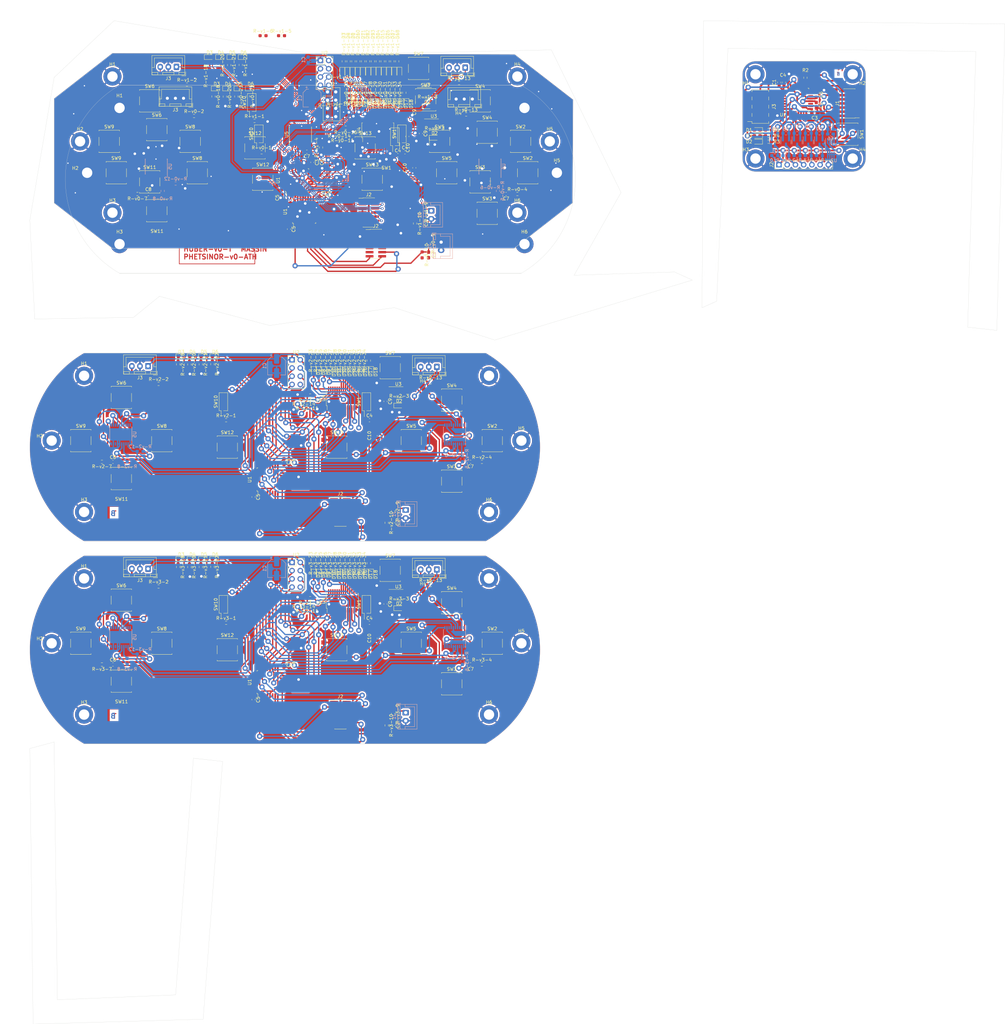
<source format=kicad_pcb>
(kicad_pcb (version 20221018) (generator pcbnew)
  (layers (0 "F.Cu" signal) (31 "B.Cu" signal) (34 "B.Paste" user) (35 "F.Paste" user) (36 "B.SilkS" user "B.Silkscreen") (37 "F.SilkS" user "F.Silkscreen") (38 "B.Mask" user) (39 "F.Mask" user) (44 "Edge.Cuts" user))
  (net 0 "")
  (net 1 "Glob_Alim-v0-")
  (net 2 "GND-v0-")
  (net 3 "POWER-v0-_CHECK-v0-")
  (net 4 "L-v0-i-ion-v0-")
  (net 5 "Net-(C7-Pad1)-v0-")
  (net 6 "Net-(C8-Pad1)-v0-")
  (net 7 "Net-(U3-BP)-v0-")
  (net 8 "Net-(D2-A)-v0-")
  (net 9 "Net-(D3-K)-v0-")
  (net 10 "Net-(D3-A)-v0-")
  (net 11 "Net-(D4-K)-v0-")
  (net 12 "Net-(D4-A)-v0-")
  (net 13 "Net-(D5-K)-v0-")
  (net 14 "Net-(D5-A)-v0-")
  (net 15 "Net-(D6-K)-v0-")
  (net 16 "Net-(D6-A)-v0-")
  (net 17 "Net-(D7-K)-v0-")
  (net 18 "Net-(D7-A)-v0-")
  (net 19 "Net-(D8-K)-v0-")
  (net 20 "Net-(D8-A)-v0-")
  (net 21 "Net-(D9-K)-v0-")
  (net 22 "Net-(D9-A)-v0-")
  (net 23 "Net-(D10-K)-v0-")
  (net 24 "Net-(D10-A)-v0-")
  (net 25 "Net-(D11-K)-v0-")
  (net 26 "Net-(D11-A)-v0-")
  (net 27 "Net-(D12-K)-v0-")
  (net 28 "Net-(D12-A)-v0-")
  (net 29 "Net-(D13-K)-v0-")
  (net 30 "Net-(D13-A)-v0-")
  (net 31 "Net-(D14-K)-v0-")
  (net 32 "Net-(D14-A)-v0-")
  (net 33 "Net-(D15-K)-v0-")
  (net 34 "Net-(D15-A)-v0-")
  (net 35 "Net-(D16-K)-v0-")
  (net 36 "Net-(D16-A)-v0-")
  (net 37 "Net-(D17-K)-v0-")
  (net 38 "Net-(D17-A)-v0-")
  (net 39 "Net-(D18-K)-v0-")
  (net 40 "Net-(D18-A)-v0-")
  (net 43 "SWDIO-v0-")
  (net 44 "SWDCK-v0-")
  (net 48 "R-v0-eset_Buton -v0-")
  (net 49 "USAR-v0-T2_R-v0-X-v0-")
  (net 50 "USAR-v0-T2_TX-v0-")
  (net 51 "R-v0-")
  (net 52 "L-v0-")
  (net 53 "NES{slash}SNES_switcher-v0-")
  (net 54 "DIO{slash}EX_CL-v0-K")
  (net 55 "DIO{slash}EX_SDA-v0-")
  (net 56 "DIODE_OE-v0-")
  (net 57 "Net-(#FL-v0-G05-pwr)")
  (net 58 "A_Button-v0-")
  (net 59 "B_Button-v0-")
  (net 60 "X_Button-v0-")
  (net 61 "Y_Button-v0-")
  (net 62 "UC_Button-v0-")
  (net 63 "Order_Search-v0-")
  (net 64 "L-v0-C_Button")
  (net 65 "R-v0-C_Button")
  (net 66 "DC_Button-v0-")
  (net 67 "ST_Button-v0-")
  (net 68 "SE_Button-v0-")
  (net 73 "Pin_Clock-v0-")
  (net 74 "Digital_Out_Put-v0-")
  (net 75 "MOSI-v0-")
  (net 79 "R-v0-X{slash}TX")
  (net 81 "CSN_nR-v0-F24")
  (net 99 "POWER-v1-_CHECK-v1-")
  (net 100 "GND-v1-")
  (net 101 "L-v1-i-ion-v1-")
  (net 102 "Net-(U3-BP)-v1-")
  (net 103 "Glob_Alim-v1-")
  (net 104 "Net-(D2-A)-v1-")
  (net 105 "Net-(D3-K)-v1-")
  (net 106 "Net-(D3-A)-v1-")
  (net 107 "Net-(D4-K)-v1-")
  (net 108 "Net-(D4-A)-v1-")
  (net 109 "Net-(D5-K)-v1-")
  (net 110 "Net-(D5-A)-v1-")
  (net 111 "Net-(D6-K)-v1-")
  (net 112 "Net-(D6-A)-v1-")
  (net 113 "Net-(D7-K)-v1-")
  (net 114 "Net-(D7-A)-v1-")
  (net 115 "Net-(D8-K)-v1-")
  (net 116 "Net-(D8-A)-v1-")
  (net 117 "Net-(D9-K)-v1-")
  (net 118 "Net-(D9-A)-v1-")
  (net 119 "Net-(D10-K)-v1-")
  (net 120 "Net-(D10-A)-v1-")
  (net 121 "Net-(D11-K)-v1-")
  (net 122 "Net-(D11-A)-v1-")
  (net 123 "Net-(D12-K)-v1-")
  (net 124 "Net-(D12-A)-v1-")
  (net 125 "Net-(D13-K)-v1-")
  (net 126 "Net-(D13-A)-v1-")
  (net 127 "Net-(D14-K)-v1-")
  (net 128 "Net-(D14-A)-v1-")
  (net 129 "Net-(D15-K)-v1-")
  (net 130 "Net-(D15-A)-v1-")
  (net 131 "Net-(D16-K)-v1-")
  (net 132 "Net-(D16-A)-v1-")
  (net 133 "Net-(D17-K)-v1-")
  (net 134 "Net-(D17-A)-v1-")
  (net 135 "Net-(D18-K)-v1-")
  (net 136 "Net-(D18-A)-v1-")
  (net 139 "SWDIO-v1-")
  (net 140 "SWDCK-v1-")
  (net 144 "R-v1-eset_Buton -v1-")
  (net 145 "USAR-v1-T2_R-v1-X-v1-")
  (net 146 "USAR-v1-T2_TX-v1-")
  (net 147 "NES{slash}SNES_switcher-v1-")
  (net 148 "R-v1-")
  (net 149 "A_Button-v1-")
  (net 150 "B_Button-v1-")
  (net 151 "X_Button-v1-")
  (net 152 "Y_Button-v1-")
  (net 153 "UC_Button-v1-")
  (net 154 "L-v1-C_Button-v1-")
  (net 155 "DIODE_SDA-v1-")
  (net 156 "R-v1-C_Button")
  (net 157 "L-v1-")
  (net 158 "DIODE_CL-v1-K")
  (net 159 "DC_Button-v1-")
  (net 160 "DIODE_OE-v1-")
  (net 161 "ST_Button-v1-")
  (net 162 "SE_Button-v1-")
  (net 163 "Order_Search-v1-")
  (net 164 "R-v1-X{slash}TX")
  (net 165 "Net-(C7-Pad1)-v1-")
  (net 166 "Pin_Clock-v1-")
  (net 167 "Digital_Out_Put-v1-")
  (net 168 "MOSI-v1-")
  (net 169 "GPIO_EX_CL-v1-K")
  (net 172 "GPIO_EX_SER-v1-IAL-v1-_DATA")
  (net 173 "Net-(U3-IN)-v1-")
  (net 174 "CSN_nR-v1-F24")
  (net 184 "Glob_Alim-v2-")
  (net 185 "GND-v2-")
  (net 186 "POWER-v2-_CHECK-v2-")
  (net 187 "L-v2-i-ion-v2-")
  (net 188 "Net-(C7-Pad1)-v2-")
  (net 189 "Net-(C8-Pad1)-v2-")
  (net 190 "Net-(U3-BP)-v2-")
  (net 191 "Net-(D2-A)-v2-")
  (net 192 "Net-(D3-K)-v2-")
  (net 193 "Net-(D3-A)-v2-")
  (net 194 "Net-(D4-K)-v2-")
  (net 195 "Net-(D4-A)-v2-")
  (net 196 "Net-(D5-K)-v2-")
  (net 197 "Net-(D5-A)-v2-")
  (net 198 "Net-(D6-K)-v2-")
  (net 199 "Net-(D6-A)-v2-")
  (net 200 "Net-(D7-K)-v2-")
  (net 201 "Net-(D7-A)-v2-")
  (net 202 "Net-(D8-K)-v2-")
  (net 203 "Net-(D8-A)-v2-")
  (net 204 "Net-(D9-K)-v2-")
  (net 205 "Net-(D9-A)-v2-")
  (net 206 "Net-(D10-K)-v2-")
  (net 207 "Net-(D10-A)-v2-")
  (net 208 "Net-(D11-K)-v2-")
  (net 209 "Net-(D11-A)-v2-")
  (net 210 "Net-(D12-K)-v2-")
  (net 211 "Net-(D12-A)-v2-")
  (net 212 "Net-(D13-K)-v2-")
  (net 213 "Net-(D13-A)-v2-")
  (net 214 "Net-(D14-K)-v2-")
  (net 215 "Net-(D14-A)-v2-")
  (net 216 "Net-(D15-K)-v2-")
  (net 217 "Net-(D15-A)-v2-")
  (net 218 "Net-(D16-K)-v2-")
  (net 219 "Net-(D16-A)-v2-")
  (net 220 "Net-(D17-K)-v2-")
  (net 221 "Net-(D17-A)-v2-")
  (net 222 "Net-(D18-K)-v2-")
  (net 223 "Net-(D18-A)-v2-")
  (net 226 "SWDIO-v2-")
  (net 227 "SWDCK-v2-")
  (net 231 "R-v2-eset_Buton -v2-")
  (net 232 "USAR-v2-T2_R-v2-X-v2-")
  (net 233 "USAR-v2-T2_TX-v2-")
  (net 234 "R-v2-")
  (net 235 "L-v2-")
  (net 236 "NES{slash}SNES_switcher-v2-")
  (net 237 "DIO{slash}EX_CL-v2-K")
  (net 238 "DIO{slash}EX_SDA-v2-")
  (net 239 "DIODE_OE-v2-")
  (net 240 "Net-(#FL-v2-G05-pwr)")
  (net 241 "A_Button-v2-")
  (net 242 "B_Button-v2-")
  (net 243 "X_Button-v2-")
  (net 244 "Y_Button-v2-")
  (net 245 "UC_Button-v2-")
  (net 246 "Order_Search-v2-")
  (net 247 "L-v2-C_Button")
  (net 248 "R-v2-C_Button")
  (net 249 "DC_Button-v2-")
  (net 250 "ST_Button-v2-")
  (net 251 "SE_Button-v2-")
  (net 256 "Pin_Clock-v2-")
  (net 257 "Digital_Out_Put-v2-")
  (net 258 "MOSI-v2-")
  (net 262 "R-v2-X{slash}TX")
  (net 264 "CSN_nR-v2-F24")
  (net 282 "Glob_Alim-v3-")
  (net 283 "GND-v3-")
  (net 284 "POWER-v3-_CHECK-v3-")
  (net 285 "L-v3-i-ion-v3-")
  (net 286 "Net-(C7-Pad1)-v3-")
  (net 287 "Net-(C8-Pad1)-v3-")
  (net 288 "Net-(U3-BP)-v3-")
  (net 289 "Net-(D2-A)-v3-")
  (net 290 "Net-(D3-K)-v3-")
  (net 291 "Net-(D3-A)-v3-")
  (net 292 "Net-(D4-K)-v3-")
  (net 293 "Net-(D4-A)-v3-")
  (net 294 "Net-(D5-K)-v3-")
  (net 295 "Net-(D5-A)-v3-")
  (net 296 "Net-(D6-K)-v3-")
  (net 297 "Net-(D6-A)-v3-")
  (net 298 "Net-(D7-K)-v3-")
  (net 299 "Net-(D7-A)-v3-")
  (net 300 "Net-(D8-K)-v3-")
  (net 301 "Net-(D8-A)-v3-")
  (net 302 "Net-(D9-K)-v3-")
  (net 303 "Net-(D9-A)-v3-")
  (net 304 "Net-(D10-K)-v3-")
  (net 305 "Net-(D10-A)-v3-")
  (net 306 "Net-(D11-K)-v3-")
  (net 307 "Net-(D11-A)-v3-")
  (net 308 "Net-(D12-K)-v3-")
  (net 309 "Net-(D12-A)-v3-")
  (net 310 "Net-(D13-K)-v3-")
  (net 311 "Net-(D13-A)-v3-")
  (net 312 "Net-(D14-K)-v3-")
  (net 313 "Net-(D14-A)-v3-")
  (net 314 "Net-(D15-K)-v3-")
  (net 315 "Net-(D15-A)-v3-")
  (net 316 "Net-(D16-K)-v3-")
  (net 317 "Net-(D16-A)-v3-")
  (net 318 "Net-(D17-K)-v3-")
  (net 319 "Net-(D17-A)-v3-")
  (net 320 "Net-(D18-K)-v3-")
  (net 321 "Net-(D18-A)-v3-")
  (net 324 "SWDIO-v3-")
  (net 325 "SWDCK-v3-")
  (net 329 "R-v3-eset_Buton -v3-")
  (net 330 "USAR-v3-T2_R-v3-X-v3-")
  (net 331 "USAR-v3-T2_TX-v3-")
  (net 332 "R-v3-")
  (net 333 "L-v3-")
  (net 334 "NES{slash}SNES_switcher-v3-")
  (net 335 "DIO{slash}EX_CL-v3-K")
  (net 336 "DIO{slash}EX_SDA-v3-")
  (net 337 "DIODE_OE-v3-")
  (net 338 "Net-(#FL-v3-G05-pwr)")
  (net 339 "A_Button-v3-")
  (net 340 "B_Button-v3-")
  (net 341 "X_Button-v3-")
  (net 342 "Y_Button-v3-")
  (net 343 "UC_Button-v3-")
  (net 344 "Order_Search-v3-")
  (net 345 "L-v3-C_Button")
  (net 346 "R-v3-C_Button")
  (net 347 "DC_Button-v3-")
  (net 348 "ST_Button-v3-")
  (net 349 "SE_Button-v3-")
  (net 354 "Pin_Clock-v3-")
  (net 355 "Digital_Out_Put-v3-")
  (net 356 "MOSI-v3-")
  (net 360 "R-v3-X{slash}TX")
  (net 362 "CSN_nR-v3-F24")
  (net 380 "+5V-v6-")
  (net 381 "GND-v6-")
  (net 382 "+3.3V-v6-")
  (net 383 "Net-(D1-K)-v6-")
  (net 385 "Net-(D3-K)-v6-")
  (net 386 "Status_LED-v6-")
  (net 387 "Data_Clock_SNES-v6-")
  (net 388 "Data_Latch_SNES-v6-")
  (net 389 "Net-(D2-K)-v6-")
  (net 390 "Serial_Data1_SNES-v6-")
  (net 391 "Serial_Data2_SNES-v6-")
  (net 392 "SPI_Chip_Select-v6-")
  (net 393 "Chip_Enable-v6-")
  (net 394 "SPI_Digital_Input-v6-")
  (net 395 "SPI_Clock-v6-")
  (net 396 "SPI_Digital_Output-v6-")
  (net 397 "IOBit_SNES-v6-")
  (net 398 "Data_Clock_STM32-v6-")
  (net 399 "Data_Latch_STM32-v6-")
  (net 400 "Appairing_Btn-v6-")
  (net 401 "Net-(U2-BP)-v6-")
  (net 402 "SWDIO-v6-")
  (net 403 "SWDCK-v6-")
  (net 406 "NRST-v6-")
  (net 407 "USART2_RX-v6-")
  (net 408 "USART2_TX-v6-")
  (net 409 "Serial_Data1_STM32-v6-")
  (net 410 "IOBit_STM32-v6-")
  (net 411 "Serial_Data2_STM32-v6-")
  (footprint "MountingHole:MountingHole_3.2mm_M3_DIN965_Pad" (layer "F.Cu") (at 16.75 38.449994)
    (fp_text reference "H2")
    (fp_text value "MountingHole_Pad")
  )
  (footprint "R-v3-esistor_SMD:R-v3-_0603_1608Metric_Pad0.98x0.95mm_HandSolder" (layer "F.Cu") (at 54.038222 169.725 -90)
    (fp_text reference "R-v3-21")
    (fp_text value "1K")
  )
  (footprint "R-v2-esistor_SMD:R-v2-_0603_1608Metric_Pad0.98x0.95mm_HandSolder" (layer "F.Cu") (at 47.013222 107.225 -90)
    (fp_text reference "R-v2-18")
    (fp_text value "1K")
  )
  (footprint "R-v1-esistor_SMD:R-v1-_0603_1608Metric_Pad0.98x0.95mm_HandSolder" (layer "F.Cu") (at 49.75 20.949994)
    (fp_text reference "R-v1-2")
    (fp_text value "1K")
  )
  (footprint "L-v0-ED_SMD:L-v0-ED_0603_1608Metric_Pad1.05x0.95mm_HandSolder" (layer "F.Cu") (at 126.198491 37.332725)
    (fp_text reference "D2")
    (fp_text value "L-v0-ED_Small")
  )
  (footprint "L-v1-ED_SMD:L-v1-ED_0603_1608Metric_Pad1.05x0.95mm_HandSolder" (layer "F.Cu") (at 107.325 17.249994 -90)
    (fp_text reference "D13")
    (fp_text value "O3")
  )
  (footprint "Package_QFP:L-v3-QFP-32_7x7mm_P0.8mm" (layer "F.Cu") (at 74.988222 205.25 90)
    (fp_text reference "U1")
    (fp_text value "STM32L-v3-412KBTx")
  )
  (footprint "R-v0-esistor_SMD:R-v0-_0603_1608Metric_Pad0.98x0.95mm_HandSolder" (layer "F.Cu") (at 61.463491 24.632725 -90)
    (fp_text reference "R-v0-20")
    (fp_text value "1K")
  )
  (footprint "R-v2-esistor_SMD:R-v2-_0603_1608Metric_Pad0.98x0.95mm_HandSolder" (layer "F.Cu") (at 124.988222 112.75)
    (fp_text reference "R-v2-13")
    (fp_text value "1K")
  )
  (footprint "Capacitor_SMD:C_0603_1608Metric_Pad1.08x0.95mm_HandSolder" (layer "F.Cu") (at 243.5025 29.69)
    (fp_text reference "C3")
    (fp_text value "100n")
  )
  (footprint "Package_SO:TSSOP-28_4.4x9.7mm_P0.65mm" (layer "F.Cu") (at 106.484 25.363994 90)
    (fp_text reference "U4")
    (fp_text value "PCA9685PW")
  )
  (footprint "R-v1-esistor_SMD:R-v1-_0603_1608Metric_Pad0.98x0.95mm_HandSolder" (layer "F.Cu") (at 111.65 13.762494 90)
    (fp_text reference "R-v1-32")
    (fp_text value "1K")
  )
  (footprint "Button_Switch_SMD:SW_SPST_B3S-1000" (layer "F.Cu") (at 41.988222 193.25)
    (fp_text reference "SW8")
    (fp_text value "SW_Push")
  )
  (footprint "R-v1-esistor_SMD:R-v1-_0603_1608Metric_Pad0.98x0.95mm_HandSolder" (layer "F.Cu") (at 133.75 20.449994)
    (fp_text reference "R-v1-13")
    (fp_text value "1K")
  )
  (footprint "Button_Switch_SMD:SW_SPST_B3S-1000" (layer "F.Cu") (at 16.988222 130.75)
    (fp_text reference "SW9")
    (fp_text value "SW_Push")
  )
  (footprint "Capacitor_SMD:C_0603_1608Metric_Pad1.08x0.95mm_HandSolder" (layer "F.Cu") (at 37.846467 54.682725)
    (fp_text reference "C8")
    (fp_text value "100nF")
  )
  (footprint "Button_Switch_SMD:SW_SPST_B3S-1000" (layer "F.Cu") (at 143.988222 130.75)
    (fp_text reference "SW2")
    (fp_text value "SW_Push")
  )
  (footprint "Button_Switch_SMD:SW_SPST_B3S-1000" (layer "F.Cu") (at 52.938491 48.132725)
    (fp_text reference "SW8")
    (fp_text value "SW_Push")
  )
  (footprint "Package_SO:MSOP-8_3x3mm_P0.65mm" (layer "F.Cu") (at 123.75 23.449994)
    (fp_text reference "U3")
    (fp_text value "MIC5219-3.3YMM")
  )
  (footprint "R-v2-esistor_SMD:R-v2-_0603_1608Metric_Pad0.98x0.95mm_HandSolder" (layer "F.Cu") (at 93.888222 106.0625 90)
    (fp_text reference "R-v2-26")
    (fp_text value "1K")
  )
  (footprint "MountingHole:MountingHole_3.2mm_M3_DIN965_Pad" (layer "F.Cu") (at 17.988222 215.25)
    (fp_text reference "H3")
    (fp_text value "MountingHole_Pad")
  )
  (footprint "Button_Switch_SMD:SW_SPST_B3S-1000" (layer "F.Cu") (at 29.488222 179.95)
    (fp_text reference "SW6")
    (fp_text value "SW_Push")
  )
  (footprint "L-v3-ED_SMD:L-v3-ED_0603_1608Metric_Pad1.05x0.95mm_HandSolder" (layer "F.Cu") (at 54.988222 167.25)
    (fp_text reference "D5")
    (fp_text value "G3")
  )
  (footprint "L-v3-ED_SMD:L-v3-ED_0603_1608Metric_Pad1.05x0.95mm_HandSolder" (layer "F.Cu") (at 98.563222 172.05 -90)
    (fp_text reference "D13")
    (fp_text value "O3")
  )
  (footprint "MountingHole:MountingHole_3.2mm_M3_DIN965_Pad" (layer "F.Cu") (at 7.988222 193.25)
    (fp_text reference "H2")
    (fp_text value "MountingHole_Pad")
  )
  (footprint "R-v3-esistor_SMD:R-v3-_0603_1608Metric_Pad0.98x0.95mm_HandSolder" (layer "F.Cu") (at 104.388222 168.5625 90)
    (fp_text reference "R-v3-33")
    (fp_text value "1K")
  )
  (footprint "R-v1-esistor_SMD:R-v1-_0603_1608Metric_Pad0.98x0.95mm_HandSolder" (layer "F.Cu") (at 73.2375 5.849994)
    (fp_text reference "R-v1-6")
    (fp_text value "1K")
  )
  (footprint "Button_Switch_SMD:SW_SPST_B3S-1000" (layer "F.Cu") (at 29.488222 204.95)
    (fp_text reference "SW11")
    (fp_text value "SW_Push")
  )
  (footprint "R-v2-esistor_SMD:R-v2-_0603_1608Metric_Pad0.98x0.95mm_HandSolder" (layer "F.Cu") (at 111.388222 156.0875 -90)
    (fp_text reference "R-v2-10")
    (fp_text value "1M")
  )
  (footprint "Button_Switch_SMD:SW_SPST_B3S-1000" (layer "F.Cu") (at 27.938491 48.132725)
    (fp_text reference "SW9")
    (fp_text value "SW_Push")
  )
  (footprint "L-v2-ED_SMD:L-v2-ED_0603_1608Metric_Pad1.05x0.95mm_HandSolder" (layer "F.Cu") (at 100.163222 109.55 -90)
    (fp_text reference "D14")
    (fp_text value "O4")
  )
  (footprint "L-v3-ED_SMD:L-v3-ED_0603_1608Metric_Pad1.05x0.95mm_HandSolder" (layer "F.Cu") (at 96.948222 172.0625 -90)
    (fp_text reference "D12")
    (fp_text value "O2")
  )
  (footprint "L-v2-ED_SMD:L-v2-ED_0603_1608Metric_Pad1.05x0.95mm_HandSolder" (layer "F.Cu") (at 101.763222 109.55 -90)
    (fp_text reference "D15")
    (fp_text value "R-v2-1")
  )
  (footprint "L-v2-ED_SMD:L-v2-ED_0603_1608Metric_Pad1.05x0.95mm_HandSolder" (layer "F.Cu") (at 51.488222 104.75)
    (fp_text reference "D4")
    (fp_text value "G2")
  )
  (footprint "MountingHole:MountingHole_3.2mm_M3_DIN965_Pad" (layer "F.Cu") (at 151.75 60.449994)
    (fp_text reference "H6")
    (fp_text value "MountingHole_Pad")
  )
  (footprint "R-v2-esistor_SMD:R-v2-_0603_1608Metric_Pad0.98x0.95mm_HandSolder" (layer "F.Cu") (at 40.988222 113.25)
    (fp_text reference "R-v2-2")
    (fp_text value "1K")
  )
  (footprint "Capacitor_SMD:C_0603_1608Metric_Pad1.08x0.95mm_HandSolder" (layer "F.Cu") (at 79.688222 137.222 -90)
    (fp_text reference "C3")
    (fp_text value "100n")
  )
  (footprint "R-v1-esistor_SMD:R-v1-_0603_1608Metric_Pad0.98x0.95mm_HandSolder" (layer "F.Cu") (at 104.15 13.762494 90)
    (fp_text reference "R-v1-27")
    (fp_text value "1K")
  )
  (footprint "L-v2-ED_SMD:L-v2-ED_0603_1608Metric_Pad1.05x0.95mm_HandSolder" (layer "F.Cu") (at 106.588222 109.55 -90)
    (fp_text reference "D18")
    (fp_text value "R-v2-4")
  )
  (footprint "R-v0-esistor_SMD:R-v0-_0603_1608Metric_Pad0.98x0.95mm_HandSolder" (layer "F.Cu") (at 97.748491 36.732725 180)
    (fp_text reference "R-v0-11")
    (fp_text value "10K")
  )
  (footprint "Connector_JST:JST_XH_B3B-XH-A_1x03_P2.50mm_Vertical" (layer "F.Cu") (at 126.892222 108.012 180)
    (fp_text reference "J4")
    (fp_text value "Conn_01x03")
  )
  (footprint "R-v0-esistor_SMD:R-v0-_0603_1608Metric_Pad0.98x0.95mm_HandSolder" (layer "F.Cu") (at 113.838491 23.445225 90)
    (fp_text reference "R-v0-32")
    (fp_text value "1K")
  )
  (footprint "Package_SO:MSOP-8_3x3mm_P0.65mm" (layer "F.Cu") (at 114.988222 115.75)
    (fp_text reference "U3")
    (fp_text value "MIC5219-3.3YMM")
  )
  (footprint "R-v1-esistor_SMD:R-v1-_0603_1608Metric_Pad0.98x0.95mm_HandSolder" (layer "F.Cu") (at 105.65 13.762494 90)
    (fp_text reference "R-v1-28")
    (fp_text value "1K")
  )
  (footprint "Resistor_SMD:R_0603_1608Metric_Pad0.98x0.95mm_HandSolder" (layer "F.Cu") (at 240.67 18.82 90)
    (fp_text reference "R2")
    (fp_text value "10k")
  )
  (footprint "R-v1-esistor_SMD:R-v1-_0603_1608Metric_Pad0.98x0.95mm_HandSolder" (layer "F.Cu") (at 99.118 22.823994 180)
    (fp_text reference "R-v1-16")
    (fp_text value "10K")
  )
  (footprint "Capacitor_SMD:C_0603_1608Metric_Pad1.08x0.95mm_HandSolder" (layer "F.Cu") (at 90.638491 54.604725 -90)
    (fp_text reference "C3")
    (fp_text value "100n")
  )
  (footprint "L-v0-ED_SMD:L-v0-ED_0603_1608Metric_Pad1.05x0.95mm_HandSolder" (layer "F.Cu") (at 65.938491 22.132725)
    (fp_text reference "D5")
    (fp_text value "G3")
  )
  (footprint "L-v1-ED_SMD:L-v1-ED_0603_1608Metric_Pad1.05x0.95mm_HandSolder" (layer "F.Cu") (at 105.7 17.262494 -90)
    (fp_text reference "D12")
    (fp_text value "O2")
  )
  (footprint "R-v0-esistor_SMD:R-v0-_0603_1608Metric_Pad0.98x0.95mm_HandSolder" (layer "F.Cu") (at 100.338491 23.445225 90)
    (fp_text reference "R-v0-23")
    (fp_text value "1K")
  )
  (footprint "Button_Switch_SMD:SW_SPST_B3S-1000" (layer "F.Cu") (at 50.75 38.449994)
    (fp_text reference "SW8")
    (fp_text value "SW_Push")
  )
  (footprint "L-v2-ED_SMD:L-v2-ED_0603_1608Metric_Pad1.05x0.95mm_HandSolder" (layer "F.Cu") (at 47.988222 104.75)
    (fp_text reference "D3")
    (fp_text value "G1")
  )
  (footprint "MountingHole:MountingHole_3.2mm_M3_DIN965_Pad" (layer "F.Cu") (at 26.75 18.449994)
    (fp_text reference "H1")
    (fp_text value "MountingHole_Pad")
  )
  (footprint "MountingHole:MountingHole_3.2mm_M3_DIN965_Pad" (layer "F.Cu") (at 18.938491 48.132725)
    (fp_text reference "H2")
    (fp_text value "MountingHole_Pad")
  )
  (footprint "L-v0-ED_SMD:L-v0-ED_0603_1608Metric_Pad1.05x0.95mm_HandSolder" (layer "F.Cu") (at 106.263491 26.957725 -90)
    (fp_text reference "D11")
    (fp_text value "O1")
  )
  (footprint "Capacitor_SMD:C_0603_1608Metric_Pad1.08x0.95mm_HandSolder" (layer "F.Cu") (at 119.8 26.349994 -90)
    (fp_text reference "C9")
    (fp_text value "470p")
  )
  (footprint "R-v1-esistor_SMD:R-v1-_0603_1608Metric_Pad0.98x0.95mm_HandSolder" (layer "F.Cu") (at 113.15 13.762494 90)
    (fp_text reference "R-v1-33")
    (fp_text value "1K")
  )
  (footprint "Connector_PinHeader_2.54mm:PinHeader_2x04_P2.54mm_Vertical" (layer "F.Cu") (at 90.95 13.509994)
    (fp_text reference "U2")
    (fp_text value "nR-v1-F24_Full")
  )
  (footprint "MountingHole:MountingHole_3.2mm_M3_DIN965_Pad" (layer "F.Cu") (at 7.988222 130.75)
    (fp_text reference "H2")
    (fp_text value "MountingHole_Pad")
  )
  (footprint "MountingHole:MountingHole_3.2mm_M3_DIN965_Pad" (layer "F.Cu") (at 151.75 18.449994)
    (fp_text reference "H4")
    (fp_text value "MountingHole_Pad")
  )
  (footprint "Connector_PinHeader_2.54mm:PinHeader_2x04_P2.54mm_Vertical" (layer "F.Cu") (at 93.138491 23.192725)
    (fp_text reference "U2")
    (fp_text value "nR-v0-F24_Full")
  )
  (footprint "Button_Switch_SMD:SW_SPST_B3S-1000" (layer "F.Cu") (at 25.75 38.449994)
    (fp_text reference "SW9")
    (fp_text value "SW_Push")
  )
  (footprint "Capacitor_SMD:C_0603_1608Metric_Pad1.08x0.95mm_HandSolder" (layer "F.Cu") (at 148.250515 54.682725 180)
    (fp_text reference "C7")
    (fp_text value "100nF")
  )
  (footprint "R-v2-esistor_SMD:R-v2-_0603_1608Metric_Pad0.98x0.95mm_HandSolder" (layer "F.Cu") (at 90.888222 106.0625 90)
    (fp_text reference "R-v2-24")
    (fp_text value "1K")
  )
  (footprint "Button_Switch_SMD:SW_DIP_SPSTx01_Slide_Copal_CHS-01B_W7.62mm_P1.27mm" (layer "F.Cu") (at 105.158222 181.25 90)
    (fp_text reference "SW1")
    (fp_text value "SW_DIP_x01")
  )
  (footprint "MountingHole:MountingHole_3.2mm_M3_DIN965_Pad" (layer "F.Cu") (at 255.25 17.75)
    (fp_text reference "H2")
    (fp_text value "MountingHole_Pad")
  )
  (footprint "L-v1-ED_SMD:L-v1-ED_0603_1608Metric_Pad1.05x0.95mm_HandSolder" (layer "F.Cu") (at 100.875 17.274994 -90)
    (fp_text reference "D9")
    (fp_text value "G7")
  )
  (footprint "Button_Switch_SMD:SW_DIP_SPSTx01_Slide_Copal_CHS-01B_W7.62mm_P1.27mm" (layer "F.Cu") (at 60.988222 181.25 90)
    (fp_text reference "SW10")
    (fp_text value "SW_DIP_x01")
  )
  (footprint "Package_QFP:LQFP-32_7x7mm_P0.8mm" (layer "F.Cu") (at 238.1 25.65 180)
    (fp_text reference "U1")
    (fp_text value "STM32L412KBTx")
  )
  (footprint "L-v3-ED_SMD:L-v3-ED_0603_1608Metric_Pad1.05x0.95mm_HandSolder" (layer "F.Cu") (at 51.488222 167.25)
    (fp_text reference "D4")
    (fp_text value "G2")
  )
  (footprint "Capacitor_SMD:C_0603_1608Metric_Pad1.08x0.95mm_HandSolder" (layer "F.Cu") (at 106.083222 186.95)
    (fp_text reference "C4")
    (fp_text value "1u")
  )
  (footprint "Connector_JST:JST_XH_B3B-XH-A_1x03_P2.50mm_Vertical" (layer "F.Cu") (at 126.892222 170.512 180)
    (fp_text reference "J4")
    (fp_text value "Conn_01x03")
  )
  (footprint "R-v0-esistor_SMD:R-v0-_0603_1608Metric_Pad0.98x0.95mm_HandSolder" (layer "F.Cu") (at 107.838491 23.445225 90)
    (fp_text reference "R-v0-28")
    (fp_text value "1K")
  )
  (footprint "Capacitor_SMD:C_0603_1608Metric_Pad1.08x0.95mm_HandSolder" (layer "F.Cu") (at 108.983222 129.2325 -90)
    (fp_text reference "C10")
    (fp_text value "100nF")
  )
  (footprint "R-v1-esistor_SMD:R-v1-_0603_1608Metric_Pad0.98x0.95mm_HandSolder" (layer "F.Cu") (at 107.15 13.762494 90)
    (fp_text reference "R-v1-29")
    (fp_text value "1K")
  )
  (footprint "Button_Switch_SMD:SW_SPST_B3S-1000" (layer "F.Cu") (at 253.75 36.25 180)
    (fp_text reference "SW1")
    (fp_text value "SW_SPST")
  )
  (footprint "R-v1-esistor_SMD:R-v1-_0603_1608Metric_Pad0.98x0.95mm_HandSolder" (layer "F.Cu") (at 55.775 14.924994 -90)
    (fp_text reference "R-v1-18")
    (fp_text value "1K")
  )
  (footprint "L-v1-ED_SMD:L-v1-ED_0603_1608Metric_Pad1.05x0.95mm_HandSolder" (layer "F.Cu") (at 113.725 17.249994 -90)
    (fp_text reference "D17")
    (fp_text value "R-v1-3")
  )
  (footprint "R-v0-esistor_SMD:R-v0-_0603_1608Metric_Pad0.98x0.95mm_HandSolder" (layer "F.Cu") (at 122.338491 73.470225 -90)
    (fp_text reference "R-v0-10")
    (fp_text value "1M")
  )
  (footprint "Capacitor_SMD:C_0603_1608Metric_Pad1.08x0.95mm_HandSolder" (layer "F.Cu") (at 70.290222 148.144 -90)
    (fp_text reference "C5")
    (fp_text value "100n")
  )
  (footprint "R-v0-esistor_SMD:R-v0-_0603_1608Metric_Pad0.98x0.95mm_HandSolder" (layer "F.Cu") (at 64.988491 24.607725 -90)
    (fp_text reference "R-v0-21")
    (fp_text value "1K")
  )
  (footprint "Button_Switch_SMD:SW_SPST_B3S-1000" (layer "F.Cu") (at 131.488222 180.75)
    (fp_text reference "SW4")
    (fp_text value "SW_Push")
  )
  (footprint "Connector_PinHeader_1.27mm:PinHeader_2x07_P1.27mm_Vertical_SMD" (layer "F.Cu") (at 97.113222 215.19)
    (fp_text reference "J2")
    (fp_text value "Conn_02x07_Odd_Even")
  )
  (footprint "L-v0-ED_SMD:L-v0-ED_0603_1608Metric_Pad1.05x0.95mm_HandSolder" (layer "F.Cu") (at 109.513491 26.932725 -90)
    (fp_text reference "D13")
    (fp_text value "O3")
  )
  (footprint "R-v3-esistor_SMD:R-v3-_0603_1608Metric_Pad0.98x0.95mm_HandSolder" (layer "F.Cu") (at 96.888222 168.5625 90)
    (fp_text reference "R-v3-28")
    (fp_text value "1K")
  )
  (footprint "Connector_JST:JST_XH_B3B-XH-A_1x03_P2.50mm_Vertical" (layer "F.Cu") (at 46.5 15.474994 180)
    (fp_text reference "J3")
    (fp_text value "Conn_01x03")
  )
  (footprint "L-v3-ED_SMD:L-v3-ED_0603_1608Metric_Pad1.05x0.95mm_HandSolder" (layer "F.Cu") (at 104.963222 172.05 -90)
    (fp_text reference "D17")
    (fp_text value "R-v3-3")
  )
  (footprint "MountingHole:MountingHole_3.2mm_M3_DIN965_Pad" (layer "F.Cu") (at 152.988222 193.25)
    (fp_text reference "H5")
    (fp_text value "MountingHole_Pad")
  )
  (footprint "Capacitor_SMD:C_0603_1608Metric_Pad1.08x0.95mm_HandSolder" (layer "F.Cu") (at 137.300246 137.3 180)
    (fp_text reference "C7")
    (fp_text value "100nF")
  )
  (footprint "R-v3-esistor_SMD:R-v3-_0603_1608Metric_Pad0.98x0.95mm_HandSolder" (layer "F.Cu") (at 89.388222 168.5625 90)
    (fp_text reference "R-v3-23")
    (fp_text value "1K")
  )
  (footprint "R-v2-esistor_SMD:R-v2-_0603_1608Metric_Pad0.98x0.95mm_HandSolder" (layer "F.Cu") (at 140.800246 137.3)
    (fp_text reference "R-v2-4")
    (fp_text value "1k")
  )
  (footprint "L-v1-ED_SMD:L-v1-ED_0603_1608Metric_Pad1.05x0.95mm_HandSolder" (layer "F.Cu") (at 67.25 12.449994)
    (fp_text reference "D6")
    (fp_text value "G4")
  )
  (footprint "Capacitor_SMD:C_0603_1608Metric_Pad1.08x0.95mm_HandSolder" (layer "F.Cu") (at 81.212222 199.722 -90)
    (fp_text reference "C6")
    (fp_text value "10u")
  )
  (footprint "Capacitor_SMD:C_0603_1608Metric_Pad1.08x0.95mm_HandSolder" (layer "F.Cu") (at 26.896198 199.8)
    (fp_text reference "C8")
    (fp_text value "100nF")
  )
  (footprint "R-v2-esistor_SMD:R-v2-_0603_1608Metric_Pad0.98x0.95mm_HandSolder" (layer "F.Cu") (at 61.838222 124.45)
    (fp_text reference "R-v2-1")
    (fp_text value "1K")
  )
  (footprint "Capacitor_SMD:C_0603_1608Metric_Pad1.08x0.95mm_HandSolder" (layer "F.Cu") (at 86.75 41.649994 180)
    (fp_text reference "C7")
    (fp_text value "100µF")
  )
  (footprint "Button_Switch_SMD:SW_SPST_B3S-1000" (layer "F.Cu") (at 140.25 50.949994)
    (fp_text reference "SW3")
    (fp_text value "SW_Push")
  )
  (footprint "MountingHole:MountingHole_3.2mm_M3_DIN965_Pad" (layer "F.Cu") (at 255.25 43.75)
    (fp_text reference "H4")
    (fp_text value "MountingHole_Pad")
  )
  (footprint "R-v2-esistor_SMD:R-v2-_0603_1608Metric_Pad0.98x0.95mm_HandSolder" (layer "F.Cu") (at 86.798222 119.35 180)
    (fp_text reference "R-v2-11")
    (fp_text value "10K")
  )
  (footprint "Package_SO:SSOP-20_4.4x6.5mm_P0.65mm" (layer "F.Cu") (at 84.825 36.349994 90)
    (fp_text reference "U5")
    (fp_text value "PCF8574TS")
  )
  (footprint "Button_Switch_SMD:SW_DIP_SPSTx01_Slide_Copal_CHS-01B_W7.62mm_P1.27mm" (layer "F.Cu") (at 105.158222 118.75 90)
    (fp_text reference "SW1")
    (fp_text value "SW_DIP_x01")
  )
  (footprint "R-v0-esistor_SMD:R-v0-_0603_1608Metric_Pad0.98x0.95mm_HandSolder" (layer "F.Cu") (at 112.338491 23.445225 90)
    (fp_text reference "R-v0-31")
    (fp_text value "1K")
  )
  (footprint "L-v1-ED_SMD:L-v1-ED_0603_1608Metric_Pad1.05x0.95mm_HandSolder" (layer "F.Cu") (at 63.75 12.449994)
    (fp_text reference "D5")
    (fp_text value "G3")
  )
  (footprint "Button_Switch_SMD:SW_SPST_B3S-1000" (layer "F.Cu") (at 40.438491 59.832725)
    (fp_text reference "SW11")
    (fp_text value "SW_Push")
  )
  (footprint "R-v1-esistor_SMD:R-v1-_0603_1608Metric_Pad0.98x0.95mm_HandSolder" (layer "F.Cu") (at 110.15 13.762494 90)
    (fp_text reference "R-v1-31")
    (fp_text value "1K")
  )
  (footprint "Button_Switch_SMD:SW_SPST_B3S-1000" (layer "F.Cu") (at 142.438491 60.632725)
    (fp_text reference "SW3")
    (fp_text value "SW_Push")
  )
  (footprint "R-v0-esistor_SMD:R-v0-_0603_1608Metric_Pad0.98x0.95mm_HandSolder" (layer "F.Cu") (at 126.198491 35.808725)
    (fp_text reference "R-v0-3")
    (fp_text value "1K")
  )
  (footprint "R-v2-esistor_SMD:R-v2-_0603_1608Metric_Pad0.98x0.95mm_HandSolder" (layer "F.Cu") (at 85.798222 120.85)
    (fp_text reference "R-v2-14")
    (fp_text value "10K")
  )
  (footprint "L-v3-ED_SMD:L-v3-ED_0603_1608Metric_Pad1.05x0.95mm_HandSolder" (layer "F.Cu") (at 101.763222 172.05 -90)
    (fp_text reference "D15")
    (fp_text value "R-v3-1")
  )
  (footprint "L-v3-ED_SMD:L-v3-ED_0603_1608Metric_Pad1.05x0.95mm_HandSolder" (layer "F.Cu") (at 88.913222 172.075 -90)
    (fp_text reference "D7")
    (fp_text value "G5")
  )
  (footprint "R-v2-esistor_SMD:R-v2-_0603_1608Metric_Pad0.98x0.95mm_HandSolder" (layer "F.Cu") (at 23.496198 137.3 180)
    (fp_text reference "R-v2-7")
    (fp_text value "1k")
  )
  (footprint "Capacitor_SMD:C_0603_1608Metric_Pad1.08x0.95mm_HandSolder" (layer "F.Cu") (at 121.988491 36.032725 -90)
    (fp_text reference "C9")
    (fp_text value "470p")
  )
  (footprint "Capacitor_SMD:C_0603_1608Metric_Pad1.08x0.95mm_HandSolder" (layer "F.Cu") (at 111.038222 181.15 -90)
    (fp_text reference "C9")
    (fp_text value "470p")
  )
  (footprint "R-v3-esistor_SMD:R-v3-_0603_1608Metric_Pad0.98x0.95mm_HandSolder" (layer "F.Cu") (at 98.388222 168.5625 90)
    (fp_text reference "R-v3-29")
    (fp_text value "1K")
  )
  (footprint "R-v0-esistor_SMD:R-v0-_0603_1608Metric_Pad0.98x0.95mm_HandSolder" (layer "F.Cu") (at 106.338491 23.445225 90)
    (fp_text reference "R-v0-27")
    (fp_text value "1K")
  )
  (footprint "R-v2-esistor_SMD:R-v2-_0603_1608Metric_Pad0.98x0.95mm_HandSolder" (layer "F.Cu") (at 98.388222 106.0625 90)
    (fp_text reference "R-v2-29")
    (fp_text value "1K")
  )
  (footprint "Button_Switch_SMD:SW_SPST_B3S-1000" (layer "F.Cu") (at 131.488222 205.75)
    (fp_text reference "SW3")
    (fp_text value "SW_Push")
  )
  (footprint "L-v0-ED_SMD:L-v0-ED_0603_1608Metric_Pad1.05x0.95mm_HandSolder" (layer "F.Cu") (at 62.438491 22.132725)
    (fp_text reference "D4")
    (fp_text value "G2")
  )
  (footprint "R-v2-esistor_SMD:R-v2-_0603_1608Metric_Pad0.98x0.95mm_HandSolder" (layer "F.Cu") (at 105.888222 106.0625 90)
    (fp_text reference "R-v2-34")
    (fp_text value "1K")
  )
  (footprint "Capacitor_SMD:C_0603_1608Metric_Pad1.08x0.95mm_HandSolder" (layer "F.Cu") (at 244.01 24 90)
    (fp_text reference "C5")
    (fp_text value "100n")
  )
  (footprint "Connector_PinHeader_2.54mm:PinHeader_1x07_P2.54mm_Vertical" (layer "F.Cu") (at 232.5 45.65 90)
    (fp_text reference "J2")
    (fp_text value "Conn_01x07_Socket")
  )
  (footprint "Button_Switch_SMD:SW_SPST_B3S-1000" (layer "F.Cu") (at 154.938491 48.132725)
    (fp_text reference "SW2")
    (fp_text value "SW_Push")
  )
  (footprint "R-v3-esistor_SMD:R-v3-_0603_1608Metric_Pad0.98x0.95mm_HandSolder" (layer "F.Cu") (at 105.888222 168.5625 90)
    (fp_text reference "R-v3-34")
    (fp_text value "1K")
  )
  (footprint "L-v0-ED_SMD:L-v0-ED_0603_1608Metric_Pad1.05x0.95mm_HandSolder" (layer "F.Cu") (at 115.913491 26.932725 -90)
    (fp_text reference "D17")
    (fp_text value "R-v0-3")
  )
  (footprint "Resistor_SMD:R_0603_1608Metric_Pad0.98x0.95mm_HandSolder" (layer "F.Cu") (at 229.26875 38.55)
    (fp_text reference "R3")
    (fp_text value "1k")
  )
  (footprint "L-v2-ED_SMD:L-v2-ED_0603_1608Metric_Pad1.05x0.95mm_HandSolder" (layer "F.Cu") (at 58.488222 104.75)
    (fp_text reference "D6")
    (fp_text value "G4")
  )
  (footprint "R-v3-esistor_SMD:R-v3-_0603_1608Metric_Pad0.98x0.95mm_HandSolder" (layer "F.Cu") (at 111.388222 218.5875 -90)
    (fp_text reference "R-v3-10")
    (fp_text value "1M")
  )
  (footprint "L-v3-ED_SMD:L-v3-ED_0603_1608Metric_Pad1.05x0.95mm_HandSolder" (layer "F.Cu") (at 93.713222 172.075 -90)
    (fp_text reference "D10")
    (fp_text value "G8")
  )
  (footprint "Package_SO:TSSOP-28_4.4x9.7mm_P0.65mm" (layer "F.Cu") (at 97.722222 117.664 90)
    (fp_text reference "U4")
    (fp_text value "PCA9685PW")
  )
  (footprint "MountingHole:MountingHole_3.2mm_M3_DIN965_Pad" (layer "F.Cu") (at 17.988222 110.75)
    (fp_text reference "H1")
    (fp_text value "MountingHole_Pad")
  )
  (footprint "Capacitor_SMD:C_0603_1608Metric_Pad1.08x0.95mm_HandSolder" (layer "F.Cu") (at 117.745 36.932494 -90)
    (fp_text reference "C10")
    (fp_text value "100nF")
  )
  (footprint "R-v3-esistor_SMD:R-v3-_0603_1608Metric_Pad0.98x0.95mm_HandSolder" (layer "F.Cu") (at 93.888222 168.5625 90)
    (fp_text reference "R-v3-26")
    (fp_text value "1K")
  )
  (footprint "L-v1-ED_SMD:L-v1-ED_0603_1608Metric_Pad1.05x0.95mm_HandSolder" (layer "F.Cu") (at 99.275 17.274994 -90)
    (fp_text reference "D8")
    (fp_text value "G6")
  )
  (footprint "Button_Switch_SMD:SW_SPST_B3S-1000" (layer "F.Cu") (at 16.988222 193.25)
    (fp_text reference "SW9")
    (fp_text value "SW_Push")
  )
  (footprint "Capacitor_SMD:C_0603_1608Metric_Pad1.08x0.95mm_HandSolder" (layer "F.Cu") (at 113.388222 156.0875 -90)
    (fp_text reference "C2")
    (fp_text value "1nF")
  )
  (footprint "Package_SO:MSOP-8_3x3mm_P0.65mm" (layer "F.Cu") (at 125.938491 33.132725)
    (fp_text reference "U3")
    (fp_text value "MIC5219-3.3YMM")
  )
  (footprint "Capacitor_SMD:C_0603_1608Metric_Pad1.08x0.95mm_HandSolder" (layer "F.Cu") (at 79.688222 199.722 -90)
    (fp_text reference "C3")
    (fp_text value "100n")
  )
  (footprint "R-v0-esistor_SMD:R-v0-_0603_1608Metric_Pad0.98x0.95mm_HandSolder" (layer "F.Cu") (at 115.338491 23.445225 90)
    (fp_text reference "R-v0-33")
    (fp_text value "1K")
  )
  (footprint "L-v2-ED_SMD:L-v2-ED_0603_1608Metric_Pad1.05x0.95mm_HandSolder" (layer "F.Cu") (at 96.948222 109.5625 -90)
    (fp_text reference "D12")
    (fp_text value "O2")
  )
  (footprint "Button_Switch_SMD:SW_SPST_B3S-1000" (layer "F.Cu") (at 38.25 25.949994)
    (fp_text reference "SW6")
    (fp_text value "SW_Push")
  )
  (footprint "R-v0-esistor_SMD:R-v0-_0603_1608Metric_Pad0.98x0.95mm_HandSolder" (layer "F.Cu") (at 103.308491 23.445225 90)
    (fp_text reference "R-v0-25")
    (fp_text value "1K")
  )
  (footprint "R-v0-esistor_SMD:R-v0-_0603_1608Metric_Pad0.98x0.95mm_HandSolder" (layer "F.Cu") (at 101.838491 23.445225 90)
    (fp_text reference "R-v0-24")
    (fp_text value "1K")
  )
  (footprint "Capacitor_SMD:C_0603_1608Metric_Pad1.08x0.95mm_HandSolder" (layer "F.Cu") (at 114.845 42.719994)
    (fp_text reference "C4")
    (fp_text value "1u")
  )
  (footprint "L-v0-ED_SMD:L-v0-ED_0603_1608Metric_Pad1.05x0.95mm_HandSolder" (layer "F.Cu") (at 69.438491 22.132725)
    (fp_text reference "D6")
    (fp_text value "G4")
  )
  (footprint "Connector_PinHeader_1.27mm:PinHeader_2x07_P1.27mm_Vertical_SMD" (layer "F.Cu") (at 108.063491 70.072725)
    (fp_text reference "J2")
    (fp_text value "Conn_02x07_Odd_Even")
  )
  (footprint "Capacitor_SMD:C_0603_1608Metric_Pad1.08x0.95mm_HandSolder" (layer "F.Cu") (at 70.290222 210.644 -90)
    (fp_text reference "C5")
    (fp_text value "100n")
  )
  (footprint "Capacitor_SMD:C_0603_1608Metric_Pad1.08x0.95mm_HandSolder" (layer "F.Cu") (at 26.896198 137.3)
    (fp_text reference "C8")
    (fp_text value "100nF")
  )
  (footprint "R-v0-esistor_SMD:R-v0-_0603_1608Metric_Pad0.98x0.95mm_HandSolder" (layer "F.Cu") (at 98.748491 34.232725 180)
    (fp_text reference "R-v0-16")
    (fp_text value "10K")
  )
  (footprint "R-v1-esistor_SMD:R-v1-_0603_1608Metric_Pad0.98x0.95mm_HandSolder" (layer "F.Cu") (at 102.65 13.762494 90)
    (fp_text reference "R-v1-26")
    (fp_text value "1K")
  )
  (footprint "MountingHole:MountingHole_3.2mm_M3_DIN965_Pad" (layer "F.Cu") (at 225.25 17.75)
    (fp_text reference "H1")
    (fp_text value "MountingHole_Pad")
  )
  (footprint "Capacitor_SMD:C_0603_1608Metric_Pad1.08x0.95mm_HandSolder" (layer "F.Cu") (at 234.05 20.25 90)
    (fp_text reference "C4")
    (fp_text value "100n")
  )
  (footprint "Diode_SMD:D_0603_1608Metric_Pad1.05x0.95mm_HandSolder" (layer "F.Cu") (at 225.76875 38.55 180)
    (fp_text reference "D2")
    (fp_text value "LED_Small")
  )
  (footprint "MountingHole:MountingHole_3.2mm_M3_DIN965_Pad" (layer "F.Cu") (at 142.988222 110.75)
    (fp_text reference "H4")
    (fp_text value "MountingHole_Pad")
  )
  (footprint "L-v3-ED_SMD:L-v3-ED_0603_1608Metric_Pad1.05x0.95mm_HandSolder" (layer "F.Cu") (at 58.488222 167.25)
    (fp_text reference "D6")
    (fp_text value "G4")
  )
  (footprint "L-v2-ED_SMD:L-v2-ED_0603_1608Metric_Pad1.05x0.95mm_HandSolder" (layer "F.Cu") (at 54.988222 104.75)
    (fp_text reference "D5")
    (fp_text value "G3")
  )
  (footprint "R-v2-esistor_SMD:R-v2-_0603_1608Metric_Pad0.98x0.95mm_HandSolder" (layer "F.Cu") (at 115.248222 118.426)
    (fp_text reference "R-v2-3")
    (fp_text value "1K")
  )
  (footprint "Resistor_SMD:R_0603_1608Metric_Pad0.98x0.95mm_HandSolder" (layer "F.Cu") (at 229.26875 34.95)
    (fp_text reference "R1")
    (fp_text value "1k")
  )
  (footprint "R-v0-esistor_SMD:R-v0-_0603_1608Metric_Pad0.98x0.95mm_HandSolder" (layer "F.Cu") (at 116.838491 23.445225 90)
    (fp_text reference "R-v0-34")
    (fp_text value "1K")
  )
  (footprint "Button_Switch_SMD:SW_DIP_SPSTx01_Slide_Copal_CHS-01B_W7.62mm_P1.27mm" (layer "F.Cu") (at 116.108491 36.132725 90)
    (fp_text reference "SW1")
    (fp_text value "SW_DIP_x01")
  )
  (footprint "L-v2-ED_SMD:L-v2-ED_0603_1608Metric_Pad1.05x0.95mm_HandSolder" (layer "F.Cu") (at 98.563222 109.55 -90)
    (fp_text reference "D13")
    (fp_text value "O3")
  )
  (footprint "L-v0-ED_SMD:L-v0-ED_0603_1608Metric_Pad1.05x0.95mm_HandSolder" (layer "F.Cu") (at 58.938491 22.132725)
    (fp_text reference "D3")
    (fp_text value "G1")
  )
  (footprint "Connector_JST:JST_XH_B3B-XH-A_1x03_P2.50mm_Vertical" (layer "F.Cu") (at 135.654 15.711994 180)
    (fp_text reference "J4")
    (fp_text value "Conn_01x03")
  )
  (footprint "R-v1-esistor_SMD:R-v1-_0603_1608Metric_Pad0.98x0.95mm_HandSolder" (layer "F.Cu") (at 114.65 13.762494 90)
    (fp_text reference "R-v1-34")
    (fp_text value "1K")
  )
  (footprint "R-v1-esistor_SMD:R-v1-_0603_1608Metric_Pad0.98x0.95mm_HandSolder" (layer "F.Cu") (at 99.118 25.871994)
    (fp_text reference "R-v1-14")
    (fp_text value "10K")
  )
  (footprint "Package_SO:MSOP-8_3x3mm_P0.65mm" (layer "F.Cu") (at 114.988222 178.25)
    (fp_text reference "U3")
    (fp_text value "MIC5219-3.3YMM")
  )
  (footprint "Button_Switch_SMD:SW_SPST_B3S-1000" (layer "F.Cu") (at 62.198222 195.25)
    (fp_text reference "SW12")
    (fp_text value "SW_Push")
  )
  (footprint "Diode_SMD:D_0603_1608Metric_Pad1.05x0.95mm_HandSolder" (layer "F.Cu") (at 225.76875 36.75 180)
    (fp_text reference "D3")
    (fp_text value "LED")
  )
  (footprint "L-v2-ED_SMD:L-v2-ED_0603_1608Metric_Pad1.05x0.95mm_HandSolder" (layer "F.Cu") (at 88.913222 109.575 -90)
    (fp_text reference "D7")
    (fp_text value "G5")
  )
  (footprint "R-v0-esistor_SMD:R-v0-_0603_1608Metric_Pad0.98x0.95mm_HandSolder" (layer "F.Cu") (at 104.838491 23.445225 90)
    (fp_text reference "R-v0-26")
    (fp_text value "1K")
  )
  (footprint "R-v0-esistor_SMD:R-v0-_0603_1608Metric_Pad0.98x0.95mm_HandSolder" (layer "F.Cu") (at 135.938491 30.132725)
    (fp_text reference "R-v0-13")
    (fp_text value "1K")
  )
  (footprint "R-v1-esistor_SMD:R-v1-_0603_1608Metric_Pad0.98x0.95mm_HandSolder" (layer "F.Cu") (at 120.15 63.787494 -90)
    (fp_text reference "R-v1-10")
    (fp_text value "1M")
  )
  (footprint "L-v3-ED_SMD:L-v3-ED_0603_1608Metric_Pad1.05x0.95mm_HandSolder" (layer "F.Cu") (at 106.588222 172.05 -90)
    (fp_text reference "D18")
    (fp_text value "R-v3-4")
  )
  (footprint "Connector_JST:JST_XH_B3B-XH-A_1x03_P2.50mm_Vertical" (layer "F.Cu") (at 37.738222 170.275 180)
    (fp_text reference "J3")
    (fp_text value "Conn_01x03")
  )
  (footprint "R-v1-esistor_SMD:R-v1-_0603_1608Metric_Pad0.98x0.95mm_HandSolder" (layer "F.Cu") (at 122.15 60.249994 -90)
    (fp_text reference "R-v1-9")
    (fp_text value "1M")
  )
  (footprint "Button_Switch_SMD:SW_SPST_B3S-1000" (layer "F.Cu") (at 95.988222 132.75)
    (fp_text reference "SW13")
    (fp_text value "SW_Push")
  )
  (footprint "MountingHole:MountingHole_3.2mm_M3_DIN965_Pad" (layer "F.Cu") (at 225.25 43.75)
    (fp_text reference "H3")
    (fp_text value "MountingHole_Pad")
  )
  (footprint "Button_Switch_SMD:SW_SPST_B3S-1000" (layer "F.Cu") (at 112.488222 108.25)
    (fp_text reference "SW7")
    (fp_text value "SW_SPST")
  )
  (footprint "Package_QFP:L-v2-QFP-32_7x7mm_P0.8mm" (layer "F.Cu") (at 74.988222 142.75 90)
    (fp_text reference "U1")
    (fp_text value "STM32L-v2-412KBTx")
  )
  (footprint "R-v2-esistor_SMD:R-v2-_0603_1608Metric_Pad0.98x0.95mm_HandSolder" (layer "F.Cu") (at 104.388222 106.0625 90)
    (fp_text reference "R-v2-33")
    (fp_text value "1K")
  )
  (footprint "R-v3-esistor_SMD:R-v3-_0603_1608Metric_Pad0.98x0.95mm_HandSolder" (layer "F.Cu") (at 23.496198 199.8 180)
    (fp_text reference "R-v3-7")
    (fp_text value "1k")
  )
  (footprint "MountingHole:MountingHole_3.2mm_M3_DIN965_Pad" (layer "F.Cu") (at 142.988222 215.25)
    (fp_text reference "H6")
    (fp_text value "MountingHole_Pad")
  )
  (footprint "R-v3-esistor_SMD:R-v3-_0603_1608Metric_Pad0.98x0.95mm_HandSolder" (layer "F.Cu") (at 87.798222 179.35 180)
    (fp_text reference "R-v3-16")
    (fp_text value "10K")
  )
  (footprint "Connector_PinHeader_2.54mm:PinHeader_2x04_P2.54mm_Vertical" (layer "F.Cu") (at 82.188222 105.81)
    (fp_text reference "U2")
    (fp_text value "nR-v2-F24_Full")
  )
  (footprint "R-v0-esistor_SMD:R-v0-_0603_1608Metric_Pad0.98x0.95mm_HandSolder" (layer "F.Cu") (at 124.338491 69.932725 -90)
    (fp_text reference "R-v0-9")
    (fp_text value "1M")
  )
  (footprint "R-v0-esistor_SMD:R-v0-_0603_1608Metric_Pad0.98x0.95mm_HandSolder" (layer "F.Cu") (at 109.338491 23.445225 90)
    (fp_text reference "R-v0-29")
    (fp_text value "1K")
  )
  (footprint "R-v0-esistor_SMD:R-v0-_0603_1608Metric_Pad0.98x0.95mm_HandSolder" (layer "F.Cu") (at 34.446467 54.682725 180)
    (fp_text reference "R-v0-7")
    (fp_text value "1k")
  )
  (footprint "MountingHole:MountingHole_3.2mm_M3_DIN965_Pad" (layer "F.Cu") (at 17.988222 173.25)
    (fp_text reference "H1")
    (fp_text value "MountingHole_Pad")
  )
  (footprint "Button_Switch_SMD:SW_SPST_B3S-1000" (layer "F.Cu") (at 62.198222 132.75)
    (fp_text reference "SW12")
    (fp_text value "SW_Push")
  )
  (footprint "Capacitor_SMD:C_0603_1608Metric_Pad1.08x0.95mm_HandSolder" (layer "F.Cu") (at 92.162491 54.604725 -90)
    (fp_text reference "C6")
    (fp_text value "10u")
  )
  (footprint "Capacitor_SMD:C_0603_1608Metric_Pad1.08x0.95mm_HandSolder" (layer "F.Cu") (at 81.240491 65.526725 -90)
    (fp_text reference "C5")
    (fp_text value "100n")
  )
  (footprint "L-v0-ED_SMD:L-v0-ED_0603_1608Metric_Pad1.05x0.95mm_HandSolder" (layer "F.Cu") (at 103.063491 26.957725 -90)
    (fp_text reference "D9")
    (fp_text value "G7")
  )
  (footprint "Button_Switch_SMD:SW_SPST_B3S-1000" (layer "F.Cu") (at 29.488222 142.45)
    (fp_text reference "SW11")
    (fp_text value "SW_Push")
  )
  (footprint "Connector_PinHeader_1.27mm:PinHeader_2x07_P1.27mm_Vertical_SMD" (layer "F.Cu") (at 97.113222 152.69)
    (fp_text reference "J2")
    (fp_text value "Conn_02x07_Odd_Even")
  )
  (footprint "R-v3-esistor_SMD:R-v3-_0603_1608Metric_Pad0.98x0.95mm_HandSolder" (layer "F.Cu") (at 95.388222 168.5625 90)
    (fp_text reference "R-v3-27")
    (fp_text value "1K")
  )
  (footprint "R-v0-esistor_SMD:R-v0-_0603_1608Metric_Pad0.98x0.95mm_HandSolder" (layer "F.Cu") (at 51.938491 30.632725)
    (fp_text reference "R-v0-2")
    (fp_text value "1K")
  )
  (footprint "L-v1-ED_SMD:L-v1-ED_0603_1608Metric_Pad1.05x0.95mm_HandSolder" (layer "F.Cu") (at 108.925 17.249994 -90)
    (fp_text reference "D14")
    (fp_text value "O4")
  )
  (footprint "Connector_JST:JST_XH_B3B-XH-A_1x03_P2.50mm_Vertical" (layer "F.Cu") (at 48.688491 25.157725 180)
    (fp_text reference "J3")
    (fp_text value "Conn_01x03")
  )
  (footprint "R-v3-esistor_SMD:R-v3-_0603_1608Metric_Pad0.98x0.95mm_HandSolder" (layer "F.Cu") (at 92.358222 168.5625 90)
    (fp_text reference "R-v3-25")
    (fp_text value "1K")
  )
  (footprint "Resistor_SMD:R_0603_1608Metric_Pad0.98x0.95mm_HandSolder" (layer "F.Cu") (at 229.26875 36.75)
    (fp_text reference "R4")
    (fp_text value "1k")
  )
  (footprint "R-v0-esistor_SMD:R-v0-_0603_1608Metric_Pad0.98x0.95mm_HandSolder" (layer "F.Cu") (at 110.838491 23.445225 90)
    (fp_text reference "R-v0-30")
    (fp_text value "1K")
  )
  (footprint "R-v3-esistor_SMD:R-v3-_0603_1608Metric_Pad0.98x0.95mm_HandSolder" (layer "F.Cu") (at 86.798222 181.85 180)
    (fp_text reference "R-v3-11")
    (fp_text value "10K")
  )
  (footprint "R-v1-esistor_SMD:R-v1-_0603_1608Metric_Pad0.98x0.95mm_HandSolder" (layer "F.Cu") (at 124.01 26.125994)
    (fp_text reference "R-v1-3")
    (fp_text value "1K")
  )
  (footprint "Button_Switch_SMD:SW_SPST_B3S-1000" (layer "F.Cu") (at 140.25 25.949994)
    (fp_text reference "SW4")
    (fp_text value "SW_Push")
  )
  (footprint "R-v0-esistor_SMD:R-v0-_0603_1608Metric_Pad0.98x0.95mm_HandSolder" (layer "F.Cu") (at 68.538491 24.557725 -90)
    (fp_text reference "R-v0-22")
    (fp_text value "1K")
  )
  (footprint "R-v3-esistor_SMD:R-v3-_0603_1608Metric_Pad0.98x0.95mm_HandSolder" (layer "F.Cu") (at 57.588222 169.675 -90)
    (fp_text reference "R-v3-22")
    (fp_text value "1K")
  )
  (footprint "R-v1-esistor_SMD:R-v1-_0603_1608Metric_Pad0.98x0.95mm_HandSolder" (layer "F.Cu") (at 99.65 13.762494 90)
    (fp_text reference "R-v1-24")
    (fp_text value "1K")
  )
  (footprint "R-v2-esistor_SMD:R-v2-_0603_1608Metric_Pad0.98x0.95mm_HandSolder" (layer "F.Cu") (at 99.888222 106.0625 90)
    (fp_text reference "R-v2-30")
    (fp_text value "1K")
  )
  (footprint "R-v2-esistor_SMD:R-v2-_0603_1608Metric_Pad0.98x0.95mm_HandSolder" (layer "F.Cu") (at 87.798222 116.85 180)
    (fp_text reference "R-v2-16")
    (fp_text value "10K")
  )
  (footprint "MountingHole:MountingHole_3.2mm_M3_DIN965_Pad" (layer "F.Cu") (at 142.988222 173.25)
    (fp_text reference "H4")
    (fp_text value "MountingHole_Pad")
  )
  (footprint "Button_Switch_SMD:SW_DIP_SPSTx01_Slide_Copal_CHS-01B_W7.62mm_P1.27mm" (layer "F.Cu") (at 113.92 37.019994 90)
    (fp_text reference "SW1")
    (fp_text value "SW_DIP_x01")
  )
  (footprint "Button_Switch_SMD:SW_SPST_B3S-1000" (layer "F.Cu") (at 127.75 38.449994)
    (fp_text reference "SW5")
    (fp_text value "SW_Push")
  )
  (footprint "L-v2-ED_SMD:L-v2-ED_0603_1608Metric_Pad1.05x0.95mm_HandSolder" (layer "F.Cu") (at 115.248222 119.95)
    (fp_text reference "D2")
    (fp_text value "L-v2-ED_Small")
  )
  (footprint "R-v1-esistor_SMD:R-v1-_0603_1608Metric_Pad0.98x0.95mm_HandSolder" (layer "F.Cu") (at 91.15 40.337494 90)
    (fp_text reference "R-v1-4")
    (fp_text value "10k")
  )
  (footprint "Capacitor_SMD:C_0603_1608Metric_Pad1.08x0.95mm_HandSolder" (layer "F.Cu") (at 88.45 44.921994 -90)
    (fp_text reference "C3")
    (fp_text value "100n")
  )
  (footprint "Button_Switch_SMD:SW_SPST_B3S-1000" (layer "F.Cu") (at 121.25 15.949994)
    (fp_text reference "SW7")
    (fp_text value "SW_SPST")
  )
  (footprint "MountingHole:MountingHole_3.2mm_M3_DIN965_Pad" (layer "F.Cu") (at 17.988222 152.75)
    (fp_text reference "H3")
    (fp_text value "MountingHole_Pad")
  )
  (footprint "L-v3-ED_SMD:L-v3-ED_0603_1608Metric_Pad1.05x0.95mm_HandSolder" (layer "F.Cu") (at 90.512222 172.075 -90)
    (fp_text reference "D8")
    (fp_text value "G6")
  )
  (footprint "Button_Switch_SMD:SW_SPST_B3S-1000" (layer "F.Cu") (at 118.988222 130.75)
    (fp_text reference "SW5")
    (fp_text value "SW_Push")
  )
  (footprint "R-v1-esistor_SMD:R-v1-_0603_1608Metric_Pad0.98x0.95mm_HandSolder" (layer "F.Cu") (at 62.8 14.924994 -90)
    (fp_text reference "R-v1-21")
    (fp_text value "1K")
  )
  (footprint "R-v0-esistor_SMD:R-v0-_0603_1608Metric_Pad0.98x0.95mm_HandSolder" (layer "F.Cu") (at 96.748491 38.232725)
    (fp_text reference "R-v0-14")
    (fp_text value "10K")
  )
  (footprint "L-v1-ED_SMD:L-v1-ED_0603_1608Metric_Pad1.05x0.95mm_HandSolder" (layer "F.Cu") (at 56.75 12.449994)
    (fp_text reference "D3")
    (fp_text value "G1")
  )
  (footprint "Capacitor_SMD:C_0603_1608Metric_Pad1.08x0.95mm_HandSolder" (layer "F.Cu") (at 113.388222 218.5875 -90)
    (fp_text reference "C2")
    (fp_text value "1nF")
  )
  (footprint "Capacitor_SMD:C_0603_1608Metric_Pad1.08x0.95mm_HandSolder" (layer "F.Cu") (at 137.300246 199.8 180)
    (fp_text reference "C7")
    (fp_text value "100nF")
  )
  (footprint "MountingHole:MountingHole_3.2mm_M3_DIN965_Pad" (layer "F.Cu") (at 26.75 60.449994)
    (fp_text reference "H3")
    (fp_text value "MountingHole_Pad")
  )
  (footprint "Button_Switch_SMD:SW_SPST_B3S-1000" (layer "F.Cu") (at 142.438491 35.632725)
    (fp_text reference "SW4")
    (fp_text value "SW_Push")
  )
  (footprint "L-v3-ED_SMD:L-v3-ED_0603_1608Metric_Pad1.05x0.95mm_HandSolder" (layer "F.Cu") (at 103.363222 172.05 -90)
    (fp_text reference "D16")
    (fp_text value "R-v3-2")
  )
  (footprint "Package_SO:TSSOP-28_4.4x9.7mm_P0.65mm" (layer "F.Cu") (at 108.672491 35.046725 90)
    (fp_text reference "U4")
    (fp_text value "PCA9685PW")
  )
  (footprint "R-v1-esistor_SMD:R-v1-_0603_1608Metric_Pad0.98x0.95mm_HandSolder" (layer "F.Cu") (at 66.35 14.874994 -90)
    (fp_text reference "R-v1-22")
    (fp_text value "1K")
  )
  (footprint "MountingHole:MountingHole_3.2mm_M3_DIN965_Pad" (layer "F.Cu") (at 28.938491 70.132725)
    (fp_text reference "H3")
    (fp_text value "MountingHole_Pad")
  )
  (footprint "Button_Switch_SMD:SW_SPST_B3S-1000" (layer "F.Cu") (at 152.75 38.449994)
    (fp_text reference "SW2")
    (fp_text value "SW_Push")
  )
  (footprint "Button_Switch_SMD:SW_SPST_B3S-1000" (layer "F.Cu") (at 70.75 40.449994)
    (fp_text reference "SW12")
    (fp_text value "SW_Push")
  )
  (footprint "Connector_JST:JST_XH_B3B-XH-A_1x03_P2.50mm_Vertical" (layer "F.Cu") (at 137.842491 25.394725 180)
    (fp_text reference "J4")
    (fp_text value "Conn_01x03")
  )
  (footprint "R-v3-esistor_SMD:R-v3-_0603_1608Metric_Pad0.98x0.95mm_HandSolder" (layer "F.Cu") (at 124.988222 175.25)
    (fp_text reference "R-v3-13")
    (fp_text value "1K")
  )
  (footprint "MountingHole:MountingHole_3.2mm_M3_DIN965_Pad" (layer "F.Cu") (at 153.938491 28.132725)
    (fp_text reference "H4")
    (fp_text value "MountingHole_Pad")
  )
  (footprint "Connector_JST:JST_XH_B3B-XH-A_1x03_P2.50mm_Vertical" (layer "F.Cu") (at 37.738222 107.775 180)
    (fp_text reference "J3")
    (fp_text value "Conn_01x03")
  )
  (footprint "R-v2-esistor_SMD:R-v2-_0603_1608Metric_Pad0.98x0.95mm_HandSolder" (layer "F.Cu") (at 92.358222 106.0625 90)
    (fp_text reference "R-v2-25")
    (fp_text value "1K")
  )
  (footprint "L-v1-ED_SMD:L-v1-ED_0603_1608Metric_Pad1.05x0.95mm_HandSolder" (layer "F.Cu") (at 60.25 12.449994)
    (fp_text reference "D4")
    (fp_text value "G2")
  )
  (footprint "R-v3-esistor_SMD:R-v3-_0603_1608Metric_Pad0.98x0.95mm_HandSolder" (layer "F.Cu") (at 113.388222 215.05 -90)
    (fp_text reference "R-v3-9")
    (fp_text value "1M")
  )
  (footprint "Connector_PinHeader_2.54mm:PinHeader_2x04_P2.54mm_Vertical" (layer "F.Cu") (at 82.188222 168.31)
    (fp_text reference "U2")
    (fp_text value "nR-v3-F24_Full")
  )
  (footprint "R-v3-esistor_SMD:R-v3-_0603_1608Metric_Pad0.98x0.95mm_HandSolder" (layer "F.Cu") (at 102.888222 168.5625 90)
    (fp_text reference "R-v3-32")
    (fp_text value "1K")
  )
  (footprint "MountingHole:MountingHole_3.2mm_M3_DIN965_Pad" (layer "F.Cu") (at 161.75 38.449994)
    (fp_text reference "H5")
    (fp_text value "MountingHole_Pad")
  )
  (footprint "L-v0-ED_SMD:L-v0-ED_0603_1608Metric_Pad1.05x0.95mm_HandSolder" (layer "F.Cu") (at 101.462491 26.957725 -90)
    (fp_text reference "D8")
    (fp_text value "G6")
  )
  (footprint "Button_Switch_SMD:SW_SPST_B3S-1000" (layer "F.Cu") (at 38.25 50.949994)
    (fp_text reference "SW11")
    (fp_text value "SW_Push")
  )
  (footprint "MountingHole:MountingHole_3.2mm_M3_DIN965_Pad" (layer "F.Cu") (at 153.938491 70.132725)
    (fp_text reference "H6")
    (fp_text value "MountingHole_Pad")
  )
  (footprint "Capacitor_SMD:C_0603_1608Metric_Pad1.08x0.95mm_HandSolder" (layer "F.Cu") (at 111.038222 118.65 -90)
    (fp_text reference "C9")
    (fp_text value "470p")
  )
  (footprint "L-v3-ED_SMD:L-v3-ED_0603_1608Metric_Pad1.05x0.95mm_HandSolder" (layer "F.Cu") (at 92.113222 172.075 -90)
    (fp_text reference "D9")
    (fp_text value "G7")
  )
  (footprint "R-v3-esistor_SMD:R-v3-_0603_1608Metric_Pad0.98x0.95mm_HandSolder" (layer "F.Cu") (at 47.013222 169.725 -90)
    (fp_text reference "R-v3-18")
    (fp_text value "1K")
  )
  (footprint "R-v3-esistor_SMD:R-v3-_0603_1608Metric_Pad0.98x0.95mm_HandSolder" (layer "F.Cu") (at 101.388222 168.5625 90)
    (fp_text reference "R-v3-31")
    (fp_text value "1K")
  )
  (footprint "L-v1-ED_SMD:L-v1-ED_0603_1608Metric_Pad1.05x0.95mm_HandSolder" (layer "F.Cu") (at 124.01 27.649994)
    (fp_text reference "D2")
    (fp_text value "L-v1-ED_Small")
  )
  (footprint "R-v0-esistor_SMD:R-v0-_0603_1608Metric_Pad0.98x0.95mm_HandSolder" (layer "F.Cu") (at 151.750515 54.682725)
    (fp_text reference "R-v0-4")
    (fp_text value "1k")
  )
  (footprint "L-v0-ED_SMD:L-v0-ED_0603_1608Metric_Pad1.05x0.95mm_HandSolder" (layer "F.Cu") (at 117.538491 26.932725 -90)
    (fp_text reference "D18")
    (fp_text value "R-v0-4")
  )
  (footprint "Capacitor_SMD:C_0603_1608Metric_Pad1.08x0.95mm_HandSolder" (layer "F.Cu") (at 232.55 20.25 90)
    (fp_text reference "C1")
    (fp_text value "10u")
  )
  (footprint "MountingHole:MountingHole_3.2mm_M3_DIN965_Pad" (layer "F.Cu") (at 28.938491 28.132725)
    (fp_text reference "H1")
    (fp_text value "MountingHole_Pad")
  )
  (footprint "R-v1-esistor_SMD:R-v1-_0603_1608Metric_Pad0.98x0.95mm_HandSolder" (layer "F.Cu") (at 108.65 13.762494 90)
    (fp_text reference "R-v1-30")
    (fp_text value "1K")
  )
  (footprint "Button_Switch_SMD:SW_SPST_B3S-1000" (layer "F.Cu") (at 41.988222 130.75)
    (fp_text reference "SW8")
    (fp_text value "SW_Push")
  )
  (footprint "MountingHole:MountingHole_3.2mm_M3_DIN965_Pad" (layer "F.Cu") (at 152.988222 130.75)
    (fp_text reference "H5")
    (fp_text value "MountingHole_Pad")
  )
  (footprint "Button_Switch_SMD:SW_SPST_B3S-1000" (layer "F.Cu") (at 131.488222 118.25)
    (fp_text reference "SW4")
    (fp_text value "SW_Push")
  )
  (footprint "R-v1-esistor_SMD:R-v1-_0603_1608Metric_Pad0.98x0.95mm_HandSolder" (layer "F.Cu") (at 99.118 24.347994 180)
    (fp_text reference "R-v1-11")
    (fp_text value "10K")
  )
  (footprint "Capacitor_SMD:C_0603_1608Metric_Pad1.08x0.95mm_HandSolder" (layer "F.Cu") (at 119.933491 46.615225 -90)
    (fp_text reference "C10")
    (fp_text value "100nF")
  )
  (footprint "R-v1-esistor_SMD:R-v1-_0603_1608Metric_Pad0.98x0.95mm_HandSolder" (layer "F.Cu") (at 101.15 13.762494 90)
    (fp_text reference "R-v1-25")
    (fp_text value "1K")
  )
  (footprint "L-v2-ED_SMD:L-v2-ED_0603_1608Metric_Pad1.05x0.95mm_HandSolder" (layer "F.Cu") (at 90.512222 109.575 -90)
    (fp_text reference "D8")
    (fp_text value "G6")
  )
  (footprint "R-v3-esistor_SMD:R-v3-_0603_1608Metric_Pad0.98x0.95mm_HandSolder" (layer "F.Cu") (at 140.800246 199.8)
    (fp_text reference "R-v3-4")
    (fp_text value "1k")
  )
  (footprint "Capacitor_SMD:C_0603_1608Metric_Pad1.08x0.95mm_HandSolder" (layer "F.Cu") (at 106.083222 124.45)
    (fp_text reference "C4")
    (fp_text value "1u")
  )
  (footprint "Capacitor_SMD:C_0603_1608Metric_Pad1.08x0.95mm_HandSolder" (layer "F.Cu") (at 122.15 63.787494 -90)
    (fp_text reference "C2")
    (fp_text value "1nF")
  )
  (footprint "L-v2-ED_SMD:L-v2-ED_0603_1608Metric_Pad1.05x0.95mm_HandSolder" (layer "F.Cu") (at 93.713222 109.575 -90)
    (fp_text reference "D10")
    (fp_text value "G8")
  )
  (footprint "Capacitor_SMD:C_0603_1608Metric_Pad1.08x0.95mm_HandSolder" (layer "F.Cu") (at 124.338491 73.470225 -90)
    (fp_text reference "C2")
    (fp_text value "1nF")
  )
  (footprint "R-v3-esistor_SMD:R-v3-_0603_1608Metric_Pad0.98x0.95mm_HandSolder" (layer "F.Cu") (at 115.248222 180.926)
    (fp_text reference "R-v3-3")
    (fp_text value "1K")
  )
  (footprint "Capacitor_SMD:C_0603_1608Metric_Pad1.08x0.95mm_HandSolder" (layer "F.Cu") (at 79.052 55.843994 90)
    (fp_text reference "C5")
    (fp_text value "100n")
  )
  (footprint "MountingHole:MountingHole_3.2mm_M3_DIN965_Pad" (layer "F.Cu") (at 142.988222 152.75)
    (fp_text reference "H6")
    (fp_text value "MountingHole_Pad")
  )
  (footprint "L-v0-ED_SMD:L-v0-ED_0603_1608Metric_Pad1.05x0.95mm_HandSolder" (layer "F.Cu") (at 99.863491 26.957725 -90)
    (fp_text reference "D7")
    (fp_text value "G5")
  )
  (footprint "Button_Switch_SMD:SW_DIP_SPSTx01_Slide_Copal_CHS-01B_W7.62mm_P1.27mm" (layer "F.Cu") (at 69.75 26.449994 90)
    (fp_text reference "SW10")
    (fp_text value "SW_DIP_x01")
  )
  (footprint "Package_SO:TSSOP-28_4.4x9.7mm_P0.65mm" (layer "F.Cu") (at 97.722222 180.164 90)
    (fp_text reference "U4")
    (fp_text value "PCA9685PW")
  )
  (footprint "MountingHole:MountingHole_3.2mm_M3_DIN965_Pad" (layer "F.Cu") (at 163.938491 48.132725)
    (fp_text reference "H5")
    (fp_text value "MountingHole_Pad")
  )
  (footprint "L-v1-ED_SMD:L-v1-ED_0603_1608Metric_Pad1.05x0.95mm_HandSolder" (layer "F.Cu") (at 104.075 17.274994 -90)
    (fp_text reference "D11")
    (fp_text value "O1")
  )
  (footprint "L-v0-ED_SMD:L-v0-ED_0603_1608Metric_Pad1.05x0.95mm_HandSolder" (layer "F.Cu") (at 111.113491 26.932725 -90)
    (fp_text reference "D14")
    (fp_text value "O4")
  )
  (footprint "R-v2-esistor_SMD:R-v2-_0603_1608Metric_Pad0.98x0.95mm_HandSolder" (layer "F.Cu") (at 101.388222 106.0625 90)
    (fp_text reference "R-v2-31")
    (fp_text value "1K")
  )
  (footprint "R-v2-esistor_SMD:R-v2-_0603_1608Metric_Pad0.98x0.95mm_HandSolder" (layer "F.Cu") (at 54.038222 107.225 -90)
    (fp_text reference "R-v2-21")
    (fp_text value "1K")
  )
  (footprint "Capacitor_SMD:C_0603_1608Metric_Pad1.08x0.95mm_HandSolder" (layer "F.Cu") (at 117.033491 41.832725)
    (fp_text reference "C4")
    (fp_text value "1u")
  )
  (footprint "Package_QFP:L-v1-QFP-32_7x7mm_P0.8mm" (layer "F.Cu") (at 83.75 50.449994 90)
    (fp_text reference "U1")
    (fp_text value "STM32L-v1-412KBTx")
  )
  (footprint "R-v3-esistor_SMD:R-v3-_0603_1608Metric_Pad0.98x0.95mm_HandSolder" (layer "F.Cu") (at 61.838222 186.95)
    (fp_text reference "R-v3-1")
    (fp_text value "1K")
  )
  (footprint "Capacitor_SMD:C_0603_1608Metric_Pad1.08x0.95mm_HandSolder" (layer "F.Cu") (at 89.974 44.921994 -90)
    (fp_text reference "C6")
    (fp_text value "10u")
  )
  (footprint "R-v2-esistor_SMD:R-v2-_0603_1608Metric_Pad0.98x0.95mm_HandSolder" (layer "F.Cu") (at 89.388222 106.0625 90)
    (fp_text reference "R-v2-23")
    (fp_text value "1K")
  )
  (footprint "Capacitor_SMD:C_0603_1608Metric_Pad1.08x0.95mm_HandSolder" (layer "F.Cu") (at 81.212222 137.222 -90)
    (fp_text reference "C6")
    (fp_text value "10u")
  )
  (footprint "L-v0-ED_SMD:L-v0-ED_0603_1608Metric_Pad1.05x0.95mm_HandSolder" (layer "F.Cu") (at 104.663491 26.957725 -90)
    (fp_text reference "D10")
    (fp_text value "G8")
  )
  (footprint "L-v2-ED_SMD:L-v2-ED_0603_1608Metric_Pad1.05x0.95mm_HandSolder" (layer "F.Cu") (at 95.313222 109.575 -90)
    (fp_text reference "D11")
    (fp_text value "O1")
  )
  (footprint "Button_Switch_SMD:SW_SPST_B3S-1000" (layer "F.Cu") (at 40.438491 34.832725)
    (fp_text reference "SW6")
    (fp_text value "SW_Push")
  )
  (footprint "L-v1-ED_SMD:L-v1-ED_0603_1608Metric_Pad1.05x0.95mm_HandSolder" (layer "F.Cu") (at 97.675 17.274994 -90)
    (fp_text reference "D7")
    (fp_text value "G5")
  )
  (footprint "L-v1-ED_SMD:L-v1-ED_0603_1608Metric_Pad1.05x0.95mm_HandSolder" (layer "F.Cu") (at 112.125 17.249994 -90)
    (fp_text reference "D16")
    (fp_text value "R-v1-2")
  )
  (footprint "R-v2-esistor_SMD:R-v2-_0603_1608Metric_Pad0.98x0.95mm_HandSolder" (layer "F.Cu") (at 57.588222 107.175 -90)
    (fp_text reference "R-v2-22")
    (fp_text value "1K")
  )
  (footprint "R-v2-esistor_SMD:R-v2-_0603_1608Metric_Pad0.98x0.95mm_HandSolder" (layer "F.Cu") (at 95.388222 106.0625 90)
    (fp_text reference "R-v2-27")
    (fp_text value "1K")
  )
  (footprint "Button_Switch_SMD:SW_SPST_B3S-1000" (layer "F.Cu") (at 95.988222 195.25)
    (fp_text reference "SW13")
    (fp_text value "SW_Push")
  )
  (footprint "Button_Switch_SMD:SW_SPST_B3S-1000" (layer "F.Cu") (at 123.438491 25.632725)
    (fp_text reference "SW7")
    (fp_text value "SW_SPST")
  )
  (footprint "L-v0-ED_SMD:L-v0-ED_0603_1608Metric_Pad1.05x0.95mm_HandSolder" (layer "F.Cu") (at 114.313491 26.932725 -90)
    (fp_text reference "D16")
    (fp_text value "R-v0-2")
  )
  (footprint "Diode_SMD:D_0603_1608Metric_Pad1.05x0.95mm_HandSolder" (layer "F.Cu") (at 225.76875 34.95 180)
    (fp_text reference "D1")
    (fp_text value "LED_Small")
  )
  (footprint "Connector_PinSocket_2.54mm:PinSocket_2x04_P2.54mm_Vertical_SMD" (layer "F.Cu") (at 226.75 27.75 180)
    (fp_text reference "J3")
    (fp_text value "Conn_01x08_Socket")
  )
  (footprint "Button_Switch_SMD:SW_SPST_B3S-1000" (layer "F.Cu") (at 73.148491 50.132725)
    (fp_text reference "SW12")
    (fp_text value "SW_Push")
  )
  (footprint "R-v3-esistor_SMD:R-v3-_0603_1608Metric_Pad0.98x0.95mm_HandSolder" (layer "F.Cu") (at 99.888222 168.5625 90)
    (fp_text reference "R-v3-30")
    (fp_text value "1K")
  )
  (footprint "Capacitor_SMD:C_0603_1608Metric_Pad1.08x0.95mm_HandSolder" (layer "F.Cu") (at 244.01 27.3025 90)
    (fp_text reference "C2")
    (fp_text value "100n")
  )
  (footprint "Button_Switch_SMD:SW_SPST_B3S-1000" (layer "F.Cu") (at 129.938491 48.132725)
    (fp_text reference "SW5")
    (fp_text value "SW_Push")
  )
  (footprint "L-v1-ED_SMD:L-v1-ED_0603_1608Metric_Pad1.05x0.95mm_HandSolder" (layer "F.Cu") (at 115.35 17.249994 -90)
    (fp_text reference "D18")
    (fp_text value "R-v1-4")
  )
  (footprint "R-v1-esistor_SMD:R-v1-_0603_1608Metric_Pad0.98x0.95mm_HandSolder" (layer "F.Cu") (at 70.6 32.149994)
    (fp_text reference "R-v1-1")
    (fp_text value "1K")
  )
  (footprint "L-v2-ED_SMD:L-v2-ED_0603_1608Metric_Pad1.05x0.95mm_HandSolder" (layer "F.Cu") (at 103.363222 109.55 -90)
    (fp_text reference "D16")
    (fp_text value "R-v2-2")
  )
  (footprint "R-v1-esistor_SMD:R-v1-_0603_1608Metric_Pad0.98x0.95mm_HandSolder" (layer "F.Cu") (at 78.95 5.849994)
    (fp_text reference "R-v1-5")
    (fp_text value "1K")
  )
  (footprint "L-v2-ED_SMD:L-v2-ED_0603_1608Metric_Pad1.05x0.95mm_HandSolder" (layer "F.Cu") (at 92.113222 109.575 -90)
    (fp_text reference "D9")
    (fp_text value "G7")
  )
  (footprint "Button_Switch_SMD:SW_SPST_B3S-1000" (layer "F.Cu") (at 131.488222 143.25)
    (fp_text reference "SW3")
    (fp_text value "SW_Push")
  )
  (footprint "R-v2-esistor_SMD:R-v2-_0603_1608Metric_Pad0.98x0.95mm_HandSolder" (layer "F.Cu") (at 96.888222 106.0625 90)
    (fp_text reference "R-v2-28")
    (fp_text value "1K")
  )
  (footprint "R-v2-esistor_SMD:R-v2-_0603_1608Metric_Pad0.98x0.95mm_HandSolder" (layer "F.Cu") (at 113.388222 152.55 -90)
    (fp_text reference "R-v2-9")
    (fp_text value "1M")
  )
  (footprint "R-v1-esistor_SMD:R-v1-_0603_1608Metric_Pad0.98x0.95mm_HandSolder" (layer "F.Cu") (at 59.275 14.949994 -90)
    (fp_text reference "R-v1-20")
    (fp_text value "1K")
  )
  (footprint "Button_Switch_SMD:SW_SPST_B3S-1000" (layer "F.Cu") (at 112.488222 170.75)
    (fp_text reference "SW7")
    (fp_text value "SW_SPST")
  )
  (footprint "Capacitor_SMD:C_0603_1608Metric_Pad1.08x0.95mm_HandSolder" (layer "F.Cu") (at 108.983222 191.7325 -90)
    (fp_text reference "C10")
    (fp_text value "100nF")
  )
  (footprint "Button_Switch_SMD:SW_SPST_B3S-1000" (layer "F.Cu") (at 104.75 40.449994)
    (fp_text reference "SW13")
    (fp_text value "SW_Push")
  )
  (footprint "L-v3-ED_SMD:L-v3-ED_0603_1608Metric_Pad1.05x0.95mm_HandSolder" (layer "F.Cu") (at 47.988222 167.25)
    (fp_text reference "D3")
    (fp_text value "G1")
  )
  (footprint "L-v3-ED_SMD:L-v3-ED_0603_1608Metric_Pad1.05x0.95mm_HandSolder" (layer "F.Cu") (at 115.248222 182.45)
    (fp_text reference "D2")
    (fp_text value "L-v3-ED_Small")
  )
  (footprint "Connector_PinHeader_1.27mm:PinHeader_2x07_P1.27mm_Vertical_SMD" (layer "F.Cu") (at 105.875 60.389994)
    (fp_text reference "J2")
    (fp_text value "Conn_02x07_Odd_Even")
  )
  (footprint "L-v2-ED_SMD:L-v2-ED_0603_1608Metric_Pad1.05x0.95mm_HandSolder" (layer "F.Cu") (at 104.963222 109.55 -90)
    (fp_text reference "D17")
    (fp_text value "R-v2-3")
  )
  (footprint "Connector_PinHeader_1.27mm:PinHeader_2x07_P1.27mm_Vertical_SMD" (layer "F.Cu") (at 254.25 26.75 180)
    (fp_text reference "J1")
    (fp_text value "Conn_02x07_Odd_Even")
  )
  (footprint "R-v3-esistor_SMD:R-v3-_0603_1608Metric_Pad0.98x0.95mm_HandSolder" (layer "F.Cu") (at 90.888222 168.5625 90)
    (fp_text reference "R-v3-24")
    (fp_text value "1K")
  )
  (footprint "R-v2-esistor_SMD:R-v2-_0603_1608Metric_Pad0.98x0.95mm_HandSolder" (layer "F.Cu") (at 102.888222 106.0625 90)
    (fp_text reference "R-v2-32")
    (fp_text value "1K")
  )
  (footprint "R-v3-esistor_SMD:R-v3-_0603_1608Metric_Pad0.98x0.95mm_HandSolder" (layer "F.Cu") (at 40.988222 175.75)
    (fp_text reference "R-v3-2")
    (fp_text value "1K")
  )
  (footprint "Button_Switch_SMD:SW_SPST_B3S-1000" (layer "F.Cu") (at 106.938491 50.132725)
    (fp_text reference "SW13")
    (fp_text value "SW_Push")
  )
  (footprint "R-v0-esistor_SMD:R-v0-_0603_1608Metric_Pad0.98x0.95mm_HandSolder" (layer "F.Cu") (at 72.788491 41.832725)
    (fp_text reference "R-v0-1")
    (fp_text value "1K")
  )
  (footprint "R-v0-esistor_SMD:R-v0-_0603_1608Metric_Pad0.98x0.95mm_HandSolder" (layer "F.Cu") (at 57.963491 24.607725 -90)
    (fp_text reference "R-v0-18")
    (fp_text value "1K")
  )
  (footprint "Button_Switch_SMD:SW_DIP_SPSTx01_Slide_Copal_CHS-01B_W7.62mm_P1.27mm" (layer "F.Cu") (at 60.988222 118.75 90)
    (fp_text reference "SW10")
    (fp_text value "SW_DIP_x01")
  )
  (footprint "R-v1-esistor_SMD:R-v1-_0603_1608Metric_Pad0.98x0.95mm_HandSolder" (layer "F.Cu") (at 98.15 13.762494 90)
    (fp_text reference "R-v1-23")
    (fp_text value "1K")
  )
  (footprint "Button_Switch_SMD:SW_SPST_B3S-1000" (layer "F.Cu") (at 29.488222 117.45)
    (fp_text reference "SW6")
    (fp_text value "SW_Push")
  )
  (footprint "Button_Switch_SMD:SW_DIP_SPSTx01_Slide_Copal_CHS-01B_W7.62mm_P1.27mm" (layer "F.Cu") (at 71.938491 36.132725 90)
    (fp_text reference "SW10")
    (fp_text value "SW_DIP_x01")
  )
  (footprint "L-v1-ED_SMD:L-v1-ED_0603_1608Metric_Pad1.05x0.95mm_HandSolder" (layer "F.Cu") (at 110.525 17.249994 -90)
    (fp_text reference "D15")
    (fp_text value "R-v1-1")
  )
  (footprint "Button_Switch_SMD:SW_SPST_B3S-1000" (layer "F.Cu") (at 143.988222 193.25)
    (fp_text reference "SW2")
    (fp_text value "SW_Push")
  )
  (footprint "R-v2-esistor_SMD:R-v2-_0603_1608Metric_Pad0.98x0.95mm_HandSolder" (layer "F.Cu") (at 50.513222 107.25 -90)
    (fp_text reference "R-v2-20")
    (fp_text value "1K")
  )
  (footprint "L-v3-ED_SMD:L-v3-ED_0603_1608Metric_Pad1.05x0.95mm_HandSolder" (layer "F.Cu") (at 100.163222 172.05 -90)
    (fp_text reference "D14")
    (fp_text value "O4")
  )
  (footprint "L-v0-ED_SMD:L-v0-ED_0603_1608Metric_Pad1.05x0.95mm_HandSolder" (layer "F.Cu") (at 112.713491 26.932725 -90)
    (fp_text reference "D15")
    (fp_text value "R-v0-1")
  )
  (footprint "R-v3-esistor_SMD:R-v3-_0603_1608Metric_Pad0.98x0.95mm_HandSolder" (layer "F.Cu") (at 50.513222 169.75 -90)
    (fp_text reference "R-v3-20")
    (fp_text value "1K")
  )
  (footprint "L-v1-ED_SMD:L-v1-ED_0603_1608Metric_Pad1.05x0.95mm_HandSolder" (layer "F.Cu") (at 102.475 17.274994 -90)
    (fp_text reference "D10")
    (fp_text value "G8")
  )
  (footprint "L-v3-ED_SMD:L-v3-ED_0603_1608Metric_Pad1.05x0.95mm_HandSolder" (layer "F.Cu") (at 95.313222 172.075 -90)
    (fp_text reference "D11")
    (fp_text value "O1")
  )
  (footprint "Package_QFP:L-v0-QFP-32_7x7mm_P0.8mm" (layer "F.Cu") (at 85.938491 60.132725 90)
    (fp_text reference "U1")
    (fp_text value "STM32L-v0-412KBTx")
  )
  (footprint "Button_Switch_SMD:SW_SPST_B3S-1000" (layer "F.Cu") (at 118.988222 193.25)
    (fp_text reference "SW5")
    (fp_text value "SW_Push")
  )
  (footprint "R-v3-esistor_SMD:R-v3-_0603_1608Metric_Pad0.98x0.95mm_HandSolder" (layer "F.Cu") (at 85.798222 183.35)
    (fp_text reference "R-v3-14")
    (fp_text value "10K")
  )
  (footprint "L-v0-ED_SMD:L-v0-ED_0603_1608Metric_Pad1.05x0.95mm_HandSolder" (layer "F.Cu") (at 107.898491 26.945225 -90)
    (fp_text reference "D12")
    (fp_text value "O2")
  )
  (footprint "R-v2-esistor_SMD:R-v2-_0603_1608Metric_Pad0.98x0.95mm_HandSolder" (layer "B.Cu") (at 132.398222 133.85)
    (fp_text reference "R-v2-6")
    (fp_text value "10K")
  )
  (footprint "Resistor_SMD:R_0603_1608Metric_Pad0.98x0.95mm_HandSolder" (layer "B.Cu") (at 245 35.95)
    (fp_text reference "R9")
    (fp_text value "10k")
  )
  (footprint "R-v0-esistor_SMD:R-v0-_0603_1608Metric_Pad0.98x0.95mm_HandSolder" (layer "B.Cu") (at 143.348491 51.232725)
    (fp_text reference "R-v0-6")
    (fp_text value "10K")
  )
  (footprint "R-v2-esistor_SMD:R-v2-_0603_1608Metric_Pad0.98x0.95mm_HandSolder" (layer "B.Cu") (at 134.798222 136.35 90)
    (fp_text reference "R-v2-5")
    (fp_text value "10K")
  )
  (footprint "R-v3-esistor_SMD:R-v3-_0603_1608Metric_Pad0.98x0.95mm_HandSolder" (layer "B.Cu") (at 31.298222 198.85 90)
    (fp_text reference "R-v3-8")
    (fp_text value "10K")
  )
  (footprint "Resistor_SMD:R_0603_1608Metric_Pad0.98x0.95mm_HandSolder" (layer "B.Cu") (at 238.1 42.85)
    (fp_text reference "R12")
    (fp_text value "10k")
  )
  (footprint "Package_SO:SSOP-20_4.4x6.5mm_P0.65mm" (layer "B.Cu") (at 143.248491 46.232725 90)
    (fp_text reference "U6")
    (fp_text value "PCF8574TS")
  )
  (footprint "Resistor_SMD:R_0603_1608Metric_Pad0.98x0.95mm_HandSolder" (layer "B.Cu") (at 241.55 35.95)
    (fp_text reference "R8")
    (fp_text value "10k")
  )
  (footprint "Resistor_SMD:R_0603_1608Metric_Pad0.98x0.95mm_HandSolder" (layer "B.Cu") (at 231.2 42.85)
    (fp_text reference "R10")
    (fp_text value "10k")
  )
  (footprint "R-v2-esistor_SMD:R-v2-_0603_1608Metric_Pad0.98x0.95mm_HandSolder" (layer "B.Cu") (at 31.298222 136.35 90)
    (fp_text reference "R-v2-8")
    (fp_text value "10K")
  )
  (footprint "Capacitor_SMD:CP_Elec_5x5.4" (layer "B.Cu") (at 88.368491 25.102725 -90)
    (fp_text reference "C1")
    (fp_text value "22uF")
  )
  (footprint "Package_SO:SSOP-20_4.4x6.5mm_P0.65mm" (layer "B.Cu") (at 29.298222 191.35 90)
    (fp_text reference "U5")
    (fp_text value "PCF8574TS")
  )
  (footprint "Package_TO_SOT_SMD:SOT-23" (layer "B.Cu") (at 231.2 38.65 -90)
    (fp_text reference "Q1")
    (fp_text value "2N7002")
  )
  (footprint "Capacitor_SMD:C_0603_1608Metric_Pad1.08x0.95mm_HandSolder" (layer "B.Cu") (at 248.4 34.7 180)
    (fp_text reference "C7")
    (fp_text value "2.2u")
  )
  (footprint "Package_SO:SSOP-20_4.4x6.5mm_P0.65mm" (layer "B.Cu") (at 29.298222 128.85 90)
    (fp_text reference "U5")
    (fp_text value "PCF8574TS")
  )
  (footprint "Connector_JST:JST_XH_B2B-XH-A_1x02_P2.50mm_Vertical" (layer "B.Cu") (at 125.15 59.849994 -90)
    (fp_text reference "J1")
    (fp_text value "Conn_01x02")
  )
  (footprint "R-v2-esistor_SMD:R-v2-_0603_1608Metric_Pad0.98x0.95mm_HandSolder" (layer "B.Cu") (at 35.298222 134.05 180)
    (fp_text reference "R-v2-12")
    (fp_text value "10K")
  )
  (footprint "Package_SO:SSOP-20_4.4x6.5mm_P0.65mm" (layer "B.Cu") (at 40.248491 46.232725 90)
    (fp_text reference "U5")
    (fp_text value "PCF8574TS")
  )
  (footprint "Resistor_SMD:R_0603_1608Metric_Pad0.98x0.95mm_HandSolder" (layer "B.Cu") (at 234.65 42.85)
    (fp_text reference "R11")
    (fp_text value "10k")
  )
  (footprint "Capacitor_SMD:CP_Elec_5x5.4" (layer "B.Cu") (at 77.418222 170.22 -90)
    (fp_text reference "C1")
    (fp_text value "22uF")
  )
  (footprint "Package_TO_SOT_SMD:SOT-23" (layer "B.Cu") (at 238.1 38.65 -90)
    (fp_text reference "Q3")
    (fp_text value "2N7002")
  )
  (footprint "Capacitor_SMD:C_0603_1608Metric_Pad1.08x0.95mm_HandSolder" (layer "B.Cu") (at 87.15 13.312494 -90)
    (fp_text reference "C1")
    (fp_text value "100uF")
  )
  (footprint "Package_TO_SOT_SMD:SOT-23" (layer "B.Cu") (at 234.65 38.65 -90)
    (fp_text reference "Q2")
    (fp_text value "2N7002")
  )
  (footprint "Connector_JST:JST_XH_B2B-XH-A_1x02_P2.50mm_Vertical" (layer "B.Cu") (at 117.263222 152.15 -90)
    (fp_text reference "J1")
    (fp_text value "Conn_01x02")
  )
  (footprint "R-v0-esistor_SMD:R-v0-_0603_1608Metric_Pad0.98x0.95mm_HandSolder" (layer "B.Cu") (at 46.248491 51.432725 180)
    (fp_text reference "R-v0-12")
    (fp_text value "10K")
  )
  (footprint "R-v3-esistor_SMD:R-v3-_0603_1608Metric_Pad0.98x0.95mm_HandSolder" (layer "B.Cu") (at 132.398222 196.35)
    (fp_text reference "R-v3-6")
    (fp_text value "10K")
  )
  (footprint "Capacitor_SMD:C_0603_1608Metric_Pad1.08x0.95mm_HandSolder" (layer "B.Cu") (at 248.4 36.2 180)
    (fp_text reference "C6")
    (fp_text value "470p")
  )
  (footprint "Package_SO:SSOP-20_4.4x6.5mm_P0.65mm" (layer "B.Cu") (at 132.298222 191.35 90)
    (fp_text reference "U6")
    (fp_text value "PCF8574TS")
  )
  (footprint "R-v3-esistor_SMD:R-v3-_0603_1608Metric_Pad0.98x0.95mm_HandSolder" (layer "B.Cu") (at 35.298222 196.55 180)
    (fp_text reference "R-v3-12")
    (fp_text value "10K")
  )
  (footprint "Package_SO:SSOP-20_4.4x6.5mm_P0.65mm" (layer "B.Cu") (at 132.298222 128.85 90)
    (fp_text reference "U6")
    (fp_text value "PCF8574TS")
  )
  (footprint "Connector_JST:JST_XH_B2B-XH-A_1x02_P2.50mm_Vertical" (layer "B.Cu") (at 117.263222 214.65 -90)
    (fp_text reference "J1")
    (fp_text value "Conn_01x02")
  )
  (footprint "Capacitor_SMD:CP_Elec_5x5.4" (layer "B.Cu") (at 77.418222 107.72 -90)
    (fp_text reference "C1")
    (fp_text value "22uF")
  )
  (footprint "Package_TO_SOT_SMD:SOT-23" (layer "B.Cu") (at 245 38.65 -90)
    (fp_text reference "Q5")
    (fp_text value "2N7002")
  )
  (footprint "R-v0-esistor_SMD:R-v0-_0603_1608Metric_Pad0.98x0.95mm_HandSolder" (layer "B.Cu") (at 145.748491 53.732725 90)
    (fp_text reference "R-v0-5")
    (fp_text value "10K")
  )
  (footprint "Package_SO:MSOP-8_3x3mm_P0.65mm" (layer "B.Cu") (at 248.5125 40.4 -90)
    (fp_text reference "U2")
    (fp_text value "MIC5219-3.3YMM")
  )
  (footprint "Resistor_SMD:R_0603_1608Metric_Pad0.98x0.95mm_HandSolder" (layer "B.Cu") (at 245 42.85)
    (fp_text reference "R14")
    (fp_text value "10k")
  )
  (footprint "R-v0-esistor_SMD:R-v0-_0603_1608Metric_Pad0.98x0.95mm_HandSolder" (layer "B.Cu") (at 42.248491 53.732725 90)
    (fp_text reference "R-v0-8")
    (fp_text value "10K")
  )
  (footprint "Resistor_SMD:R_0603_1608Metric_Pad0.98x0.95mm_HandSolder" (layer "B.Cu") (at 238.1 35.95)
    (fp_text reference "R7")
    (fp_text value "10k")
  )
  (footprint "Package_TO_SOT_SMD:SOT-23" (layer "B.Cu") (at 241.55 38.65 -90)
    (fp_text reference "Q4")
    (fp_text value "2N7002")
  )
  (footprint "Resistor_SMD:R_0603_1608Metric_Pad0.98x0.95mm_HandSolder" (layer "B.Cu") (at 241.55 42.85)
    (fp_text reference "R13")
    (fp_text value "10k")
  )
  (footprint "Resistor_SMD:R_0603_1608Metric_Pad0.98x0.95mm_HandSolder" (layer "B.Cu") (at 234.65 35.95)
    (fp_text reference "R6")
    (fp_text value "10k")
  )
  (footprint "Connector_JST:JST_XH_B2B-XH-A_1x02_P2.50mm_Vertical" (layer "B.Cu") (at 128.213491 69.532725 -90)
    (fp_text reference "J1")
    (fp_text value "Conn_01x02")
  )
  (footprint "R-v3-esistor_SMD:R-v3-_0603_1608Metric_Pad0.98x0.95mm_HandSolder" (layer "B.Cu") (at 134.798222 198.85 90)
    (fp_text reference "R-v3-5")
    (fp_text value "10K")
  )
  (footprint "Resistor_SMD:R_0603_1608Metric_Pad0.98x0.95mm_HandSolder" (layer "B.Cu") (at 231.2 35.95)
    (fp_text reference "R5")
    (fp_text value "10k")
  )
  (gr_arc (start 28.938491 79.132725) (mid 12.195334 50.132725) (end 28.938491 21.132725) (stroke (width 0.05)) (layer "Edge.Cuts"))
  (gr_line (start 17.988222 103.75) (end 141.988222 103.75) (stroke (width 0.1)) (layer "Edge.Cuts"))
  (gr_arc (start 225.25 47.75) (mid 222.421573 46.578427) (end 221.25 43.75) (stroke (width 0.1)) (layer "Edge.Cuts"))
  (gr_arc (start 141.988222 103.75) (mid 158.731379 132.75) (end 141.988222 161.75) (stroke (width 0.05)) (layer "Edge.Cuts"))
  (gr_arc (start 152.938491 21.132725) (mid 169.681648 50.132725) (end 152.938491 79.132725) (stroke (width 0.05)) (layer "Edge.Cuts"))
  (gr_line (start 302.24998 2.249928) (end 299.74998 96.749928) (stroke (width 0.05)) (layer "Edge.Cuts"))
  (gr_line (start 28.938491 21.132725) (end 152.938491 21.132725) (stroke (width 0.1)) (layer "Edge.Cuts"))
  (gr_line (start 28.938491 79.132725) (end 152.938491 79.132725) (stroke (width 0.1)) (layer "Edge.Cuts"))
  (gr_line (start 293.24998 10.749928) (end 216.74998 9.749928) (stroke (width 0.05)) (layer "Edge.Cuts"))
  (gr_line (start 17.988222 224.25) (end 141.988222 224.25) (stroke (width 0.1)) (layer "Edge.Cuts"))
  (gr_arc (start 255.25 13.75) (mid 258.078427 14.921573) (end 259.25 17.75) (stroke (width 0.1)) (layer "Edge.Cuts"))
  (gr_line (start 89.748491 11.732725) (end 27.248491 1.232725) (stroke (width 0.05)) (layer "Edge.Cuts"))
  (gr_line (start 144.748491 99.732725) (end 205.748491 81.232725) (stroke (width 0.05)) (layer "Edge.Cuts"))
  (gr_line (start 26.75 71.449994) (end 8.75 57.449994) (stroke (width 0.1)) (layer "Edge.Cuts"))
  (gr_line (start 213.24998 87.749928) (end 208.74998 89.749928) (stroke (width 0.05)) (layer "Edge.Cuts"))
  (gr_line (start 46.249914 301.707794) (end 9.749914 303.207794) (stroke (width 0.05)) (layer "Edge.Cuts"))
  (gr_line (start 216.74998 9.749928) (end 213.24998 87.749928) (stroke (width 0.05)) (layer "Edge.Cuts"))
  (gr_line (start 169.248491 79.732725) (end 183.748491 54.232725) (stroke (width 0.05)) (layer "Edge.Cuts"))
  (gr_arc (start 17.988222 161.75) (mid 1.245065 132.75) (end 17.988222 103.75) (stroke (width 0.05)) (layer "Edge.Cuts"))
  (gr_line (start 205.748491 81.232725) (end 200.248491 78.732725) (stroke (width 0.05)) (layer "Edge.Cuts"))
  (gr_line (start 54.749914 309.207794) (end 60.749914 229.707794) (stroke (width 0.05)) (layer "Edge.Cuts"))
  (gr_line (start 113.748491 89.732725) (end 144.748491 99.732725) (stroke (width 0.05)) (layer "Edge.Cuts"))
  (gr_line (start 183.748491 54.232725) (end 162.248491 10.232725) (stroke (width 0.05)) (layer "Edge.Cuts"))
  (gr_line (start 255.25 47.75) (end 225.25 47.75) (stroke (width 0.1)) (layer "Edge.Cuts"))
  (gr_line (start 259.25 17.75) (end 259.25 43.75) (stroke (width 0.1)) (layer "Edge.Cuts"))
  (gr_line (start 168.95 25.549994) (end 168.75 57.449994) (stroke (width 0.1)) (layer "Edge.Cuts"))
  (gr_line (start 168.75 57.449994) (end 150.75 71.449994) (stroke (width 0.1)) (layer "Edge.Cuts"))
  (gr_line (start 221.25 43.75) (end 221.25 17.75) (stroke (width 0.1)) (layer "Edge.Cuts"))
  (gr_line (start 41.248491 86.232725) (end 75.248491 95.232725) (stroke (width 0.05)) (layer "Edge.Cuts"))
  (gr_line (start 27.248491 1.232725) (end 8.748491 18.732725) (stroke (width 0.05)) (layer "Edge.Cuts"))
  (gr_line (start 1.248491 62.732725) (end 2.748491 93.232725) (stroke (width 0.05)) (layer "Edge.Cuts"))
  (gr_line (start 51.749914 228.707794) (end 46.249914 301.707794) (stroke (width 0.05)) (layer "Edge.Cuts"))
  (gr_line (start 9.749914 303.207794) (end 8.749914 223.707794) (stroke (width 0.05)) (layer "Edge.Cuts"))
  (gr_line (start 150.75 71.449994) (end 26.75 71.449994) (stroke (width 0.1)) (layer "Edge.Cuts"))
  (gr_arc (start 17.988222 224.25) (mid 1.245065 195.25) (end 17.988222 166.25) (stroke (width 0.05)) (layer "Edge.Cuts"))
  (gr_line (start 150.95 11.649994) (end 168.95 25.549994) (stroke (width 0.1)) (layer "Edge.Cuts"))
  (gr_line (start 208.74998 89.749928) (end 209.24998 1.249928) (stroke (width 0.05)) (layer "Edge.Cuts"))
  (gr_line (start 8.749914 223.707794) (end 1.249914 225.707794) (stroke (width 0.05)) (layer "Edge.Cuts"))
  (gr_line (start 162.248491 10.232725) (end 89.748491 11.732725) (stroke (width 0.05)) (layer "Edge.Cuts"))
  (gr_line (start 290.74998 95.749928) (end 293.24998 10.749928) (stroke (width 0.05)) (layer "Edge.Cuts"))
  (gr_line (start 209.24998 1.249928) (end 302.24998 2.249928) (stroke (width 0.05)) (layer "Edge.Cuts"))
  (gr_line (start 8.748491 18.732725) (end 1.248491 62.732725) (stroke (width 0.05)) (layer "Edge.Cuts"))
  (gr_arc (start 259.25 43.75) (mid 258.078427 46.578427) (end 255.25 47.75) (stroke (width 0.1)) (layer "Edge.Cuts"))
  (gr_line (start 200.248491 78.732725) (end 169.248491 79.732725) (stroke (width 0.05)) (layer "Edge.Cuts"))
  (gr_line (start 299.74998 96.749928) (end 290.74998 95.749928) (stroke (width 0.05)) (layer "Edge.Cuts"))
  (gr_line (start 75.248491 95.232725) (end 113.748491 89.732725) (stroke (width 0.05)) (layer "Edge.Cuts"))
  (gr_line (start 33.248491 92.732725) (end 41.248491 86.232725) (stroke (width 0.05)) (layer "Edge.Cuts"))
  (gr_line (start 8.75 57.449994) (end 8.75 25.249994) (stroke (width 0.1)) (layer "Edge.Cuts"))
  (gr_line (start 17.988222 161.75) (end 141.988222 161.75) (stroke (width 0.1)) (layer "Edge.Cuts"))
  (gr_line (start 8.75 25.249994) (end 26.75 11.249994) (stroke (width 0.1)) (layer "Edge.Cuts"))
  (gr_arc (start 221.25 17.75) (mid 222.421573 14.921573) (end 225.25 13.75) (stroke (width 0.1)) (layer "Edge.Cuts"))
  (gr_line (start 1.249914 225.707794) (end 2.249914 310.707794) (stroke (width 0.05)) (layer "Edge.Cuts"))
  (gr_line (start 60.749914 229.707794) (end 51.749914 228.707794) (stroke (width 0.05)) (layer "Edge.Cuts"))
  (gr_line (start 17.988222 166.25) (end 141.988222 166.25) (stroke (width 0.1)) (layer "Edge.Cuts"))
  (gr_line (start 26.75 11.249994) (end 150.95 11.649994) (stroke (width 0.1)) (layer "Edge.Cuts"))
  (gr_line (start 225.25 13.75) (end 255.25 13.75) (stroke (width 0.1)) (layer "Edge.Cuts"))
  (gr_line (start 2.748491 93.232725) (end 33.248491 92.732725) (stroke (width 0.05)) (layer "Edge.Cuts"))
  (gr_arc (start 141.988222 166.25) (mid 158.731379 195.25) (end 141.988222 224.25) (stroke (width 0.05)) (layer "Edge.Cuts"))
  (gr_line (start 2.249914 310.707794) (end 54.749914 309.207794) (stroke (width 0.05)) (layer "Edge.Cuts"))
  (gr_text "T" (at 26.618222 154.13) (layer "F.Cu") (effects (font (size 1.5 1.5) (thickness 0.3) bold) (justify left bottom)))
  (gr_text "SNES Plug" (at 243.25 16.25) (layer "F.Cu") (effects (font (size 1 1)) (justify left bottom)))
  (gr_text "T" (at 37.568491 71.512725) (layer "F.Cu") (effects (font (size 1.5 1.5) (thickness 0.3) bold) (justify left bottom)))
  (gr_text "T" (at 250.25 18.25) (layer "F.Cu") (effects (font (size 1 1)) (justify left bottom)))
  (gr_text "T" (at 26.618222 216.63) (layer "F.Cu") (effects (font (size 1.5 1.5) (thickness 0.3) bold) (justify left bottom)))
  (gr_text "B" (at 27.898222 216.56) (layer "B.Cu") (effects (font (size 1.5 1.5) (thickness 0.3) bold) (justify left bottom mirror)))
  (gr_text "B" (at 250.25 18.25) (layer "B.Cu") (effects (font (size 1 1)) (justify left bottom)))
  (gr_text "B" (at 38.848491 71.442725) (layer "B.Cu") (effects (font (size 1.5 1.5) (thickness 0.3) bold) (justify left bottom mirror)))
  (gr_text "B" (at 27.898222 154.06) (layer "B.Cu") (effects (font (size 1.5 1.5) (thickness 0.3) bold) (justify left bottom mirror)))
  (gr_text_box "AUR-v2-IAC	BIEHL-v2-ER-v2-\nHUBER-v2-T	MASSIN\nPHETSINOR-v2-ATH\n" (start 36.438222 149.85) (end 59.758222 158.86) (layer "F.Cu") (effects (font (size 1.5 1.5) (thickness 0.3) bold) (justify left top)) (stroke (width 0.2)))
  (gr_text_box "AUR-v0-IAC	BIEHL-v0-ER-v0-\nHUBER-v0-T	MASSIN\nPHETSINOR-v0-ATH\n" (start 47.388491 67.232725) (end 70.708491 76.242725) (layer "F.Cu") (effects (font (size 1.5 1.5) (thickness 0.3) bold) (justify left top)) (stroke (width 0.2)))
  (gr_text_box "AUR-v3-IAC	BIEHL-v3-ER-v3-\nHUBER-v3-T	MASSIN\nPHETSINOR-v3-ATH\n" (start 36.438222 212.35) (end 59.758222 221.36) (layer "F.Cu") (effects (font (size 1.5 1.5) (thickness 0.3) bold) (justify left top)) (stroke (width 0.2)))
  (segment (start 118.548491 39.776225) (end 118.548491 34.932725) (width 0.4) (layer "F.Cu") (net 1))
  (segment (start 127.719991 41.161225) (end 130.928491 37.952725) (width 0.4) (layer "F.Cu") (net 1))
  (segment (start 98.008491 34.060225) (end 97.835991 34.232725) (width 0.4) (layer "F.Cu") (net 1))
  (segment (start 83.138491 64.307725) (end 83.138491 63.544552) (width 0.4) (layer "F.Cu") (net 1))
  (segment (start 95.678491 23.192725) (end 98.008491 25.522725) (width 0.4) (layer "F.Cu") (net 1))
  (segment (start 49.198491 52.952725) (end 39.908491 52.952725) (width 0.4) (layer "F.Cu") (net 1))
  (segment (start 92.162491 53.742225) (end 92.677991 53.742225) (width 0.4) (layer "F.Cu") (net 1))
  (segment (start 92.677991 53.742225) (end 93.848491 54.912725) (width 0.4) (layer "F.Cu") (net 1))
  (segment (start 39.908491 52.952725) (end 39.008491 52.052725) (width 0.4) (layer "F.Cu") (net 1))
  (segment (start 55.839991 64.664225) (end 46.158491 54.982725) (width 0.4) (layer "F.Cu") (net 1))
  (segment (start 103.908491 38.448225) (end 104.447491 37.909225) (width 0.4) (layer "F.Cu") (net 1))
  (segment (start 46.158491 54.982725) (end 39.008967 54.982725) (width 0.4) (layer "F.Cu") (net 1))
  (segment (start 94.857991 37.254725) (end 94.857991 36.868529) (width 0.4) (layer "F.Cu") (net 1))
  (segment (start 104.447491 32.184225) (end 100.259991 32.184225) (width 0.4) (layer "F.Cu") (net 1))
  (segment (start 103.908491 40.332725) (end 105.489308 40.332725) (width 0.4) (layer "F.Cu") (net 1))
  (segment (start 103.158491 67.802725) (end 105.843491 67.802725) (width 0.4) (layer "F.Cu") (net 1))
  (segment (start 95.835991 38.232725) (end 94.857991 37.254725) (width 0.4) (layer "F.Cu") (net 1))
  (segment (start 120.023491 33.457725) (end 123.825991 33.457725) (width 0.4) (layer "F.Cu") (net 1))
  (segment (start 107.047491 38.774542) (end 107.047491 37.909225) (width 0.4) (layer "F.Cu") (net 1))
  (segment (start 119.933491 45.752725) (end 119.933491 41.161225) (width 0.4) (layer "F.Cu") (net 1))
  (segment (start 100.259991 32.184225) (end 98.008491 29.932725) (width 0.4) (layer "F.Cu") (net 1))
  (segment (start 147.388015 52.832249) (end 147.388015 54.682725) (width 0.4) (layer "F.Cu") (net 1))
  (segment (start 146.258015 55.812725) (end 147.388015 54.682725) (width 0.4) (layer "F.Cu") (net 1))
  (segment (start 119.933491 45.752725) (end 120.858491 46.677725) (width 0.4) (layer "F.Cu") (net 1))
  (segment (start 38.708967 52.342249) (end 39.008491 52.042725) (width 0.4) (layer "F.Cu") (net 1))
  (segment (start 96.243491 47.107725) (end 97.133491 47.107725) (width 0.4) (layer "F.Cu") (net 1))
  (segment (start 81.596991 64.307725) (end 81.240491 64.664225) (width 0.4) (layer "F.Cu") (net 1))
  (segment (start 81.240491 64.664225) (end 55.839991 64.664225) (width 0.4) (layer "F.Cu") (net 1))
  (segment (start 141.658491 52.282725) (end 146.838491 52.282725) (width 0.4) (layer "F.Cu") (net 1))
  (segment (start 38.708967 54.682725) (end 38.708967 52.342249) (width 0.4) (layer "F.Cu") (net 1))
  (segment (start 98.008491 29.932725) (end 98.008491 27.352725) (width 0.4) (layer "F.Cu") (net 1))
  (segment (start 120.858491 50.732725) (end 121.988491 51.862725) (width 0.4) (layer "F.Cu") (net 1))
  (segment (start 118.548491 34.932725) (end 120.023491 33.457725) (width 0.4) (layer "F.Cu") (net 1))
  (segment (start 105.843491 67.802725) (end 106.113491 67.532725) (width 0.4) (layer "F.Cu") (net 1))
  (segment (start 120.858491 49.022725) (end 120.858491 50.732725) (width 0.4) (layer "F.Cu") (net 1))
  (segment (start 83.138491 71.052725) (end 83.138491 76.812725) (width 0.4) (layer "F.Cu") (net 1))
  (segment (start 83.138491 63.544552) (end 83.800318 62.882725) (width 0.4) (layer "F.Cu") (net 1))
  (segment (start 83.138491 76.812725) (end 83.128491 76.822725) (width 0.4) (layer "F.Cu") (net 1))
  (segment (start 86.338491 63.544552) (end 86.338491 64.307725) (width 0.4) (layer "F.Cu") (net 1))
  (segment (start 104.189308 40.332725) (end 105.747491 38.774542) (width 0.4) (layer "F.Cu") (net 1))
  (segment (start 120.858491 46.677725) (end 120.858491 49.022725) (width 0.4) (layer "F.Cu") (net 1))
  (segment (start 71.938491 32.322725) (end 74.647991 32.322725) (width 0.4) (layer "F.Cu") (net 1))
  (segment (start 97.133491 47.107725) (end 103.908491 40.332725) (width 0.4) (layer "F.Cu") (net 1))
  (segment (start 88.738491 55.957725) (end 88.738491 61.462725) (width 0.4) (layer "F.Cu") (net 1))
  (segment (start 87.000318 62.882725) (end 86.338491 63.544552) (width 0.4) (layer "F.Cu") (net 1))
  (segment (start 83.138491 64.307725) (end 81.596991 64.307725) (width 0.4) (layer "F.Cu") (net 1))
  (segment (start 146.838491 52.282725) (end 147.388015 52.832249) (width 0.4) (layer "F.Cu") (net 1))
  (segment (start 119.933491 41.161225) (end 127.719991 41.161225) (width 0.4) (layer "F.Cu") (net 1))
  (segment (start 88.738491 55.642225) (end 88.738491 55.957725) (width 0.4) (layer "F.Cu") (net 1))
  (segment (start 96.835991 37.232725) (end 95.835991 38.232725) (width 0.4) (layer "F.Cu") (net 1))
  (segment (start 140.648491 51.272725) (end 141.658491 52.282725) (width 0.4) (layer "F.Cu") (net 1))
  (segment (start 119.933491 41.161225) (end 118.548491 39.776225) (width 0.4) (layer "F.Cu") (net 1))
  (segment (start 105.489308 40.332725) (end 107.047491 38.774542) (width 0.4) (layer "F.Cu") (net 1))
  (segment (start 88.738491 61.462725) (end 87.318491 62.882725) (width 0.4) (layer "F.Cu") (net 1))
  (segment (start 97.835991 35.732725) (end 96.835991 36.732725) (width 0.4) (layer "F.Cu") (net 1))
  (segment (start 96.835991 36.732725) (end 96.835991 37.232725) (width 0.4) (layer "F.Cu") (net 1))
  (segment (start 130.928491 37.952725) (end 130.928491 34.412725) (width 0.4) (layer "F.Cu") (net 1))
  (segment (start 144.628491 55.812725) (end 146.258015 55.812725) (width 0.4) (layer "F.Cu") (net 1))
  (segment (start 74.647991 32.322725) (end 74.648491 32.322225) (width 0.4) (layer "F.Cu") (net 1))
  (segment (start 103.908491 40.332725) (end 103.908491 38.448225) (width 0.4) (layer "F.Cu") (net 1))
  (segment (start 98.008491 25.522725) (end 98.008491 27.352725) (width 0.4) (layer "F.Cu") (net 1))
  (segment (start 92.162491 53.742225) (end 90.638491 53.742225) (width 0.4) (layer "F.Cu") (net 1))
  (segment (start 119.933491 41.161225) (end 125.285991 35.808725) (width 0.4) (layer "F.Cu") (net 1))
  (segment (start 39.008967 54.982725) (end 38.708967 54.682725) (width 0.4) (layer "F.Cu") (net 1))
  (segment (start 87.318491 62.882725) (end 87.000318 62.882725) (width 0.4) (layer "F.Cu") (net 1))
  (segment (start 92.162491 53.742225) (end 92.162491 51.188725) (width 0.4) (layer "F.Cu") (net 1))
  (segment (start 83.138491 64.307725) (end 83.138491 71.052725) (width 0.4) (layer "F.Cu") (net 1))
  (segment (start 105.747491 38.774542) (end 105.747491 37.909225) (width 0.4) (layer "F.Cu") (net 1))
  (segment (start 83.800318 62.882725) (end 87.000318 62.882725) (width 0.4) (layer "F.Cu") (net 1))
  (segment (start 98.008491 29.932725) (end 98.008491 34.060225) (width 0.4) (layer "F.Cu") (net 1))
  (segment (start 39.008491 52.052725) (end 39.008491 52.042725) (width 0.4) (layer "F.Cu") (net 1))
  (segment (start 92.162491 51.188725) (end 96.243491 47.107725) (width 0.4) (layer "F.Cu") (net 1))
  (segment (start 103.908491 40.332725) (end 104.189308 40.332725) (width 0.4) (layer "F.Cu") (net 1))
  (segment (start 90.638491 53.742225) (end 88.738491 55.642225) (width 0.4) (layer "F.Cu") (net 1))
  (segment (start 97.835991 34.232725) (end 97.835991 35.732725) (width 0.4) (layer "F.Cu") (net 1))
  (via (at 140.648491 51.272725) (size 1.6) (drill 0.8) (layers "F.Cu" "B.Cu") (net 1))
  (via (at 83.128491 76.822725) (size 1.6) (drill 0.8) (layers "F.Cu" "B.Cu") (net 1))
  (via (at 39.008491 52.042725) (size 1.6) (drill 0.8) (layers "F.Cu" "B.Cu") (net 1))
  (via (at 74.648491 32.322225) (size 1.6) (drill 0.8) (layers "F.Cu" "B.Cu") (net 1))
  (via (at 130.928491 34.412725) (size 1.6) (drill 0.8) (layers "F.Cu" "B.Cu") (net 1))
  (via (at 49.198491 52.952725) (size 1.6) (drill 0.8) (layers "F.Cu" "B.Cu") (net 1))
  (via (at 94.857991 36.868529) (size 1.6) (drill 0.8) (layers "F.Cu" "B.Cu") (net 1))
  (via (at 93.848491 54.912725) (size 1.6) (drill 0.8) (layers "F.Cu" "B.Cu") (net 1))
  (via (at 121.988491 51.862725) (size 1.6) (drill 0.8) (layers "F.Cu" "B.Cu") (net 1))
  (via (at 103.158491 67.802725) (size 1.6) (drill 0.8) (layers "F.Cu" "B.Cu") (net 1))
  (via (at 103.908491 40.332725) (size 1.6) (drill 0.8) (layers "F.Cu" "B.Cu") (net 1))
  (via (at 144.628491 55.812725) (size 1.6) (drill 0.8) (layers "F.Cu" "B.Cu") (net 1))
  (segment (start 94.138491 76.822725) (end 103.158491 67.802725) (width 0.4) (layer "B.Cu") (net 1))
  (segment (start 39.645991 52.042725) (end 39.008491 52.042725) (width 0.4) (layer "B.Cu") (net 1))
  (segment (start 85.398491 22.902725) (end 75.818491 32.482725) (width 0.4) (layer "B.Cu") (net 1))
  (segment (start 95.678491 23.192725) (end 94.058491 21.572725) (width 0.4) (layer "B.Cu") (net 1))
  (segment (start 103.908491 40.332725) (end 100.528491 40.332725) (width 0.4) (layer "B.Cu") (net 1))
  (segment (start 40.573491 50.477725) (end 40.573491 49.132725) (width 0.4) (layer "B.Cu") (net 1))
  (segment (start 130.928491 34.352725) (end 137.842491 27.438725) (width 0.4) (layer "B.Cu") (net 1))
  (segment (start 130.928491 34.412725) (end 130.928491 34.352725) (width 0.4) (layer "B.Cu") (net 1))
  (segment (start 98.618491 38.422725) (end 96.412187 38.422725) (width 0.4) (layer "B.Cu") (net 1))
  (segment (start 121.988491 51.862725) (end 118.368491 55.482725) (width 0.4) (layer "B.Cu") (net 1))
  (segment (start 143.573491 49.132725) (end 143.573491 50.095225) (width 0.4) (layer "B.Cu") (net 1))
  (segment (start 145.748491 54.645225) (end 144.628491 55.765225) (width 0.4) (layer "B.Cu") (net 1))
  (segment (start 140.688491 51.232725) (end 140.648491 51.272725) (width 0.4) (layer "B.Cu") (net 1))
  (segment (start 39.008491 52.042725) (end 40.573491 50.477725) (width 0.4) (layer "B.Cu") (net 1))
  (segment (start 83.128491 76.822725) (end 94.138491 76.822725) (width 0.4) (layer "B.Cu") (net 1))
  (segment (start 142.923491 50.745225) (end 142.435991 51.232725) (width 0.4) (layer "B.Cu") (net 1))
  (segment (start 47.678491 51.432725) (end 49.198491 52.952725) (width 0.4) (layer "B.Cu") (net 1))
  (segment (start 142.923491 49.132725) (end 142.923491 50.745225) (width 0.4) (layer "B.Cu") (net 1))
  (segment (start 143.573491 49.132725) (end 142.923491 49.132725) (width 0.4) (layer "B.Cu") (net 1))
  (segment (start 100.528491 40.332725) (end 98.618491 38.422725) (width 0.4) (layer "B.Cu") (net 1))
  (segment (start 88.368491 22.902725) (end 85.398491 22.902725) (width 0.4) (layer "B.Cu") (net 1))
  (segment (start 137.842491 27.438725) (end 137.842491 25.394725) (width 0.4) (layer "B.Cu") (net 1))
  (segment (start 142.435991 51.232725) (end 140.688491 51.232725) (width 0.4) (layer "B.Cu") (net 1))
  (segment (start 143.573491 50.095225) (end 142.435991 51.232725) (width 0.4) (layer "B.Cu") (net 1))
  (segment (start 96.412187 38.422725) (end 94.857991 36.868529) (width 0.4) (layer "B.Cu") (net 1))
  (segment (start 85.398491 22.902725) (end 50.943491 22.902725) (width 0.4) (layer "B.Cu") (net 1))
  (segment (start 47.160991 51.432725) (end 47.678491 51.432725) (width 0.4) (layer "B.Cu") (net 1))
  (segment (start 42.248491 54.645225) (end 39.645991 52.042725) (width 0.4) (layer "B.Cu") (net 1))
  (segment (start 94.058491 21.572725) (end 89.698491 21.572725) (width 0.4) (layer "B.Cu") (net 1))
  (segment (start 75.818491 32.482725) (end 74.808991 32.482725) (width 0.4) (layer "B.Cu") (net 1))
  (segment (start 94.418491 55.482725) (end 93.848491 54.912725) (width 0.4) (layer "B.Cu") (net 1))
  (segment (start 89.698491 21.572725) (end 88.368491 22.902725) (width 0.4) (layer "B.Cu") (net 1))
  (segment (start 144.628491 55.765225) (end 144.628491 55.812725) (width 0.4) (layer "B.Cu") (net 1))
  (segment (start 50.943491 22.902725) (end 48.688491 25.157725) (width 0.4) (layer "B.Cu") (net 1))
  (segment (start 74.808991 32.482725) (end 74.648491 32.322225) (width 0.4) (layer "B.Cu") (net 1))
  (segment (start 140.058491 51.862725) (end 140.648491 51.272725) (width 0.4) (layer "B.Cu") (net 1))
  (segment (start 121.988491 51.862725) (end 140.058491 51.862725) (width 0.4) (layer "B.Cu") (net 1))
  (segment (start 118.368491 55.482725) (end 94.418491 55.482725) (width 0.4) (layer "B.Cu") (net 1))
  (segment (start 93.608491 38.562725) (end 93.608491 35.172725) (width 0.4) (layer "F.Cu") (net 2))
  (segment (start 106.797991 36.183225) (end 107.297491 36.682725) (width 0.4) (layer "F.Cu") (net 2))
  (segment (start 106.397491 35.743908) (end 106.397491 35.782725) (width 0.4) (layer "F.Cu") (net 2))
  (segment (start 112.998491 36.682725) (end 115.008491 34.672725) (width 0.4) (layer "F.Cu") (net 2))
  (segment (start 92.462991 55.467225) (end 92.162491 55.467225) (width 0.4) (layer "F.Cu") (net 2))
  (segment (start 104.838491 35.782725) (end 104.528491 36.092725) (width 0.4) (layer "F.Cu") (net 2))
  (segment (start 106.397491 32.184225) (end 107.047491 32.184225) (width 0.4) (layer "F.Cu") (net 2))
  (segment (start 106.397491 34.332725) (end 106.397491 35.743908) (width 0.4) (layer "F.Cu") (net 2))
  (segment (start 115.498491 30.352725) (end 119.278491 30.352725) (width 0.4) (layer "F.Cu") (net 2))
  (segment (start 93.398491 56.402725) (end 92.462991 55.467225) (width 0.4) (layer "F.Cu") (net 2))
  (segment (start 107.047491 33.682725) (end 106.397491 34.332725) (width 0.4) (layer "F.Cu") (net 2))
  (segment (start 106.397491 35.782725) (end 106.797991 36.183225) (width 0.4) (layer "F.Cu") (net 2))
  (segment (start 115.008491 30.842725) (end 115.498491 30.352725) (width 0.4) (layer "F.Cu") (net 2))
  (segment (start 106.397491 35.743908) (end 105.097491 37.043908) (width 0.4) (layer "F.Cu") (net 2))
  (segment (start 106.397491 32.184225) (end 106.397491 34.332725) (width 0.4) (layer "F.Cu") (net 2))
  (segment (start 92.162491 55.467225) (end 90.638491 55.467225) (width 0.4) (layer "F.Cu") (net 2))
  (segment (start 95.948491 49.632725) (end 96.138491 49.822725) (width 0.4) (layer "F.Cu") (net 2))
  (segment (start 107.047491 32.184225) (end 107.047491 35.933725) (width 0.4) (layer "F.Cu") (net 2))
  (segment (start 94.418491 56.402725) (end 93.398491 56.402725) (width 0.4) (layer "F.Cu") (net 2))
  (segment (start 106.397491 35.782725) (end 104.838491 35.782725) (width 0.4) (layer "F.Cu") (net 2))
  (segment (start 107.297491 36.682725) (end 112.998491 36.682725) (width 0.4) (layer "F.Cu") (net 2))
  (segment (start 96.138491 54.682725) (end 94.418491 56.402725) (width 0.4) (layer "F.Cu") (net 2))
  (segment (start 115.008491 34.672725) (end 115.008491 30.842725) (width 0.4) (layer "F.Cu") (net 2))
  (segment (start 113.488491 36.682725) (end 113.488491 37.318225) (width 0.4) (layer "F.Cu") (net 2))
  (segment (start 112.998491 36.682725) (end 113.488491 36.682725) (width 0.4) (layer "F.Cu") (net 2))
  (segment (start 105.097491 37.043908) (end 105.097491 37.909225) (width 0.4) (layer "F.Cu") (net 2))
  (segment (start 106.397491 35.782725) (end 106.397491 37.909225) (width 0.4) (layer "F.Cu") (net 2))
  (segment (start 93.608491 35.172725) (end 94.858491 33.922725) (width 0.4) (layer "F.Cu") (net 2))
  (segment (start 107.047491 35.933725) (end 106.797991 36.183225) (width 0.4) (layer "F.Cu") (net 2))
  (segment (start 107.047491 32.184225) (end 107.047491 33.682725) (width 0.4) (layer "F.Cu") (net 2))
  (segment (start 113.488491 37.318225) (end 112.897491 37.909225) (width 0.4) (layer "F.Cu") (net 2))
  (segment (start 96.138491 49.822725) (end 96.138491 54.682725) (width 0.4) (layer "F.Cu") (net 2))
  (via (at 95.148491 59.332725) (size 1.6) (drill 0.8) (layers "F.Cu" "B.Cu") (net 2))
  (via (at 61.598491 27.572725) (size 1.6) (drill 0.8) (layers "F.Cu" "B.Cu") (net 2))
  (via (at 70.318491 27.172725) (size 1.6) (drill 0.8) (layers "F.Cu" "B.Cu") (net 2))
  (via (at 120.248491 35.832725) (size 1.6) (drill 0.8) (layers "F.Cu" "B.Cu") (net 2))
  (via (at 100.918491 38.372725) (size 1.6) (drill 0.8) (layers "F.Cu" "B.Cu") (net 2))
  (via (at 93.608491 38.562725) (size 1.6) (drill 0.8) (layers "F.Cu" "B.Cu") (net 2))
  (via (at 94.858491 33.922725) (size 1.6) (drill 0.8) (layers "F.Cu" "B.Cu") (net 2))
  (via (at 124.048491 39.332725) (size 1.6) (drill 0.8) (layers "F.Cu" "B.Cu") (net 2))
  (via (at 95.948491 49.632725) (size 1.6) (drill 0.8) (layers "F.Cu" "B.Cu") (net 2))
  (via (at 65.148491 27.482725) (size 1.6) (drill 0.8) (layers "F.Cu" "B.Cu") (net 2))
  (via (at 120.548491 38.332725) (size 1.6) (drill 0.8) (layers "F.Cu" "B.Cu") (net 2))
  (via (at 119.278491 30.352725) (size 1.6) (drill 0.8) (layers "F.Cu" "B.Cu") (net 2))
  (via (at 104.528491 36.092725) (size 1.6) (drill 0.8) (layers "F.Cu" "B.Cu") (net 2))
  (via (at 126.248491 39.432725) (size 1.6) (drill 0.8) (layers "F.Cu" "B.Cu") (net 2))
  (segment (start 65.148491 27.482725) (end 70.008491 27.482725) (width 0.4) (layer "B.Cu") (net 2))
  (segment (start 65.148491 27.482725) (end 61.688491 27.482725) (width 0.4) (layer "B.Cu") (net 2))
  (segment (start 103.198491 36.092725) (end 100.918491 38.372725) (width 0.4) (layer "B.Cu") (net 2))
  (segment (start 39.273491 50.407725) (end 39.273491 49.132725) (width 0.4) (layer "B.Cu") (net 2))
  (segment (start 142.923491 43.332725) (end 142.923491 44.232725) (width 0.4) (layer "B.Cu") (net 2))
  (segment (start 39.273491 47.257725) (end 38.798491 46.782725) (width 0.4) (layer "B.Cu") (net 2))
  (segment (start 39.923491 49.757725) (end 39.273491 50.407725) (width 0.4) (layer "B.Cu") (net 2))
  (segment (start 37.973491 49.132725) (end 37.973491 50.232725) (width 0.4) (layer "B.Cu") (net 2))
  (segment (start 148.818491 48.182725) (end 146.278491 48.182725) (width 0.4) (layer "B.Cu") (net 2))
  (segment (start 146.173491 48.287725) (end 146.278491 48.182725) (width 0.4) (layer "B.Cu") (net 2))
  (segment (start 70.008491 27.482725) (end 70.318491 27.172725) (width 0.4) (layer "B.Cu") (net 2))
  (segment (start 143.323491 44.632725) (end 148.618491 44.632725) (width 0.4) (layer "B.Cu") (net 2))
  (segment (start 43.173491 46.957725) (end 43.173491 49.132725) (width 0.4) (layer "B.Cu") (net 2))
  (segment (start 39.923491 49.132725) (end 39.923491 44.282725) (width 0.4) (layer "B.Cu") (net 2))
  (segment (start 39.923491 45.657725) (end 39.923491 44.282725) (width 0.4) (layer "B.Cu") (net 2))
  (segment (start 149.318491 45.332725) (end 149.318491 47.682725) (width 0.4) (layer "B.Cu") (net 2))
  (segment (start 148.618491 44.632725) (end 149.318491 45.332725) (width 0.4) (layer "B.Cu") (net 2))
  (segment (start 146.278491 48.182725) (end 142.368491 48.182725) (width 0.4) (layer "B.Cu") (net 2))
  (segment (start 42.048491 45.832725) (end 43.173491 46.957725) (width 0.4) (layer "B.Cu") (net 2))
  (segment (start 104.528491 36.092725) (end 103.198491 36.092725) (width 0.4) (layer "B.Cu") (net 2))
  (segment (start 37.973491 50.407725) (end 37.348491 51.032725) (width 0.4) (layer "B.Cu") (net 2))
  (segment (start 39.923491 45.832725) (end 42.048491 45.832725) (width 0.4) (layer "B.Cu") (net 2))
  (segment (start 61.688491 27.482725) (end 61.598491 27.572725) (width 0.4) (layer "B.Cu") (net 2))
  (segment (start 142.923491 44.232725) (end 143.323491 44.632725) (width 0.4) (layer "B.Cu") (net 2))
  (segment (start 142.368491 48.182725) (end 141.023491 48.182725) (width 0.4) (layer "B.Cu") (net 2))
  (segment (start 142.273491 48.277725) (end 142.368491 48.182725) (width 0.4) (layer "B.Cu") (net 2))
  (segment (start 146.173491 49.132725) (end 146.173491 48.287725) (width 0.4) (layer "B.Cu") (net 2))
  (segment (start 39.923491 44.282725) (end 39.923491 45.832725) (width 0.4) (layer "B.Cu") (net 2))
  (segment (start 39.273491 49.132725) (end 39.273491 47.257725) (width 0.4) (layer "B.Cu") (net 2))
  (segment (start 39.923491 44.282725) (end 39.923491 43.672674) (width 0.4) (layer "B.Cu") (net 2))
  (segment (start 38.798491 46.782725) (end 39.923491 45.657725) (width 0.4) (layer "B.Cu") (net 2))
  (segment (start 141.023491 48.182725) (end 140.973491 48.232725) (width 0.4) (layer "B.Cu") (net 2))
  (segment (start 37.973491 47.607725) (end 38.798491 46.782725) (width 0.4) (layer "B.Cu") (net 2))
  (segment (start 37.973491 49.132725) (end 37.973491 47.607725) (width 0.4) (layer "B.Cu") (net 2))
  (segment (start 39.923491 49.132725) (end 39.923491 49.757725) (width 0.4) (layer "B.Cu") (net 2))
  (segment (start 140.973491 48.232725) (end 140.973491 49.132725) (width 0.4) (layer "B.Cu") (net 2))
  (segment (start 142.273491 49.132725) (end 142.273491 48.277725) (width 0.4) (layer "B.Cu") (net 2))
  (segment (start 149.318491 47.682725) (end 148.818491 48.182725) (width 0.4) (layer "B.Cu") (net 2))
  (segment (start 118.863491 76.032725) (end 122.338491 72.557725) (width 0.4) (layer "F.Cu") (net 3))
  (segment (start 87.938491 64.307725) (end 87.938491 71.672725) (width 0.4) (layer "F.Cu") (net 3))
  (segment (start 110.748491 76.032725) (end 118.863491 76.032725) (width 0.4) (layer "F.Cu") (net 3))
  (segment (start 124.338491 72.607725) (end 124.338491 70.845225) (width 0.4) (layer "F.Cu") (net 3))
  (segment (start 109.468491 77.312725) (end 110.748491 76.032725) (width 0.4) (layer "F.Cu") (net 3))
  (segment (start 124.288491 72.557725) (end 124.338491 72.607725) (width 0.4) (layer "F.Cu") (net 3))
  (segment (start 122.338491 72.557725) (end 124.288491 72.557725) (width 0.4) (layer "F.Cu") (net 3))
  (segment (start 87.938491 71.672725) (end 93.578491 77.312725) (width 0.4) (layer "F.Cu") (net 3))
  (segment (start 93.578491 77.312725) (end 109.468491 77.312725) (width 0.4) (layer "F.Cu") (net 3))
  (segment (start 116.958491 53.190225) (end 116.958491 42.520225) (width 0.4) (layer "F.Cu") (net 4))
  (segment (start 124.338491 69.020225) (end 127.700991 69.020225) (width 0.4) (layer "F.Cu") (net 4))
  (segment (start 116.108491 39.942725) (end 116.108491 41.670225) (width 0.4) (layer "F.Cu") (net 4))
  (segment (start 124.338491 69.020225) (end 116.958491 61.640225) (width 0.4) (layer "F.Cu") (net 4))
  (segment (start 116.958491 61.640225) (end 116.958491 53.190225) (width 0.4) (layer "F.Cu") (net 4))
  (segment (start 116.958491 42.520225) (end 116.170991 41.732725) (width 0.4) (layer "F.Cu") (net 4))
  (segment (start 127.700991 69.020225) (end 128.213491 69.532725) (width 0.4) (layer "F.Cu") (net 4))
  (segment (start 116.108491 41.670225) (end 116.170991 41.732725) (width 0.4) (layer "F.Cu") (net 4))
  (segment (start 150.838015 54.682725) (end 149.113015 54.682725) (width 0.4) (layer "F.Cu") (net 5))
  (segment (start 36.983967 54.682725) (end 35.358967 54.682725) (width 0.4) (layer "F.Cu") (net 6))
  (segment (start 122.763491 35.170225) (end 123.825991 34.107725) (width 0.4) (layer "F.Cu") (net 7))
  (segment (start 121.988491 35.170225) (end 122.763491 35.170225) (width 0.4) (layer "F.Cu") (net 7))
  (segment (start 127.110991 37.295225) (end 127.073491 37.332725) (width 0.4) (layer "F.Cu") (net 8))
  (segment (start 127.110991 35.808725) (end 127.110991 37.295225) (width 0.4) (layer "F.Cu") (net 8))
  (segment (start 57.963491 22.232725) (end 58.063491 22.132725) (width 0.4) (layer "F.Cu") (net 9))
  (segment (start 57.963491 23.695225) (end 57.963491 22.232725) (width 0.4) (layer "F.Cu") (net 9))
  (segment (start 109.318491 44.522725) (end 109.318491 43.752725) (width 0.4) (layer "F.Cu") (net 10))
  (segment (start 62.218491 30.722725) (end 75.898491 30.722725) (width 0.4) (layer "F.Cu") (net 10))
  (segment (start 109.318491 43.752725) (end 108.288491 42.722725) (width 0.4) (layer "F.Cu") (net 10))
  (segment (start 59.813491 28.317725) (end 62.218491 30.722725) (width 0.4) (layer "F.Cu") (net 10))
  (segment (start 82.233491 47.937725) (end 83.668491 49.372725) (width 0.4) (layer "F.Cu") (net 10))
  (segment (start 83.668491 49.372725) (end 83.668491 50.642725) (width 0.4) (layer "F.Cu") (net 10))
  (segment (start 75.898491 30.722725) (end 82.233491 37.057725) (width 0.4) (layer "F.Cu") (net 10))
  (segment (start 108.288491 42.722725) (end 108.288491 41.562725) (width 0.4) (layer "F.Cu") (net 10))
  (segment (start 109.647491 40.203725) (end 109.647491 37.909225) (width 0.4) (layer "F.Cu") (net 10))
  (segment (start 108.288491 41.562725) (end 109.647491 40.203725) (width 0.4) (layer "F.Cu") (net 10))
  (segment (start 82.233491 37.057725) (end 82.233491 47.937725) (width 0.4) (layer "F.Cu") (net 10))
  (segment (start 59.813491 22.132725) (end 59.813491 28.317725) (width 0.4) (layer "F.Cu") (net 10))
  (via (at 83.668491 50.642725) (size 1.6) (drill 0.8) (layers "F.Cu" "B.Cu") (net 10))
  (via (at 109.318491 44.522725) (size 1.6) (drill 0.8) (layers "F.Cu" "B.Cu") (net 10))
  (segment (start 109.318491 44.522725) (end 109.318491 46.402725) (width 0.4) (layer "B.Cu") (net 10))
  (segment (start 86.688991 53.663225) (end 83.668491 50.642725) (width 0.4) (layer "B.Cu") (net 10))
  (segment (start 109.318491 46.402725) (end 102.057991 53.663225) (width 0.4) (layer "B.Cu") (net 10))
  (segment (start 102.057991 53.663225) (end 86.688991 53.663225) (width 0.4) (layer "B.Cu") (net 10))
  (segment (start 61.463491 23.720225) (end 61.463491 22.232725) (width 0.4) (layer "F.Cu") (net 11))
  (segment (start 61.463491 22.232725) (end 61.563491 22.132725) (width 0.4) (layer "F.Cu") (net 11))
  (segment (start 107.328491 41.402725) (end 108.997491 39.733725) (width 0.4) (layer "F.Cu") (net 12))
  (segment (start 83.258491 47.682725) (end 85.328491 49.752725) (width 0.4) (layer "F.Cu") (net 12))
  (segment (start 63.313491 22.132725) (end 63.313491 28.417725) (width 0.4) (layer "F.Cu") (net 12))
  (segment (start 83.258491 36.452725) (end 83.258491 47.682725) (width 0.4) (layer "F.Cu") (net 12))
  (segment (start 107.328491 45.542725) (end 107.328491 41.402725) (width 0.4) (layer "F.Cu") (net 12))
  (segment (start 76.688491 29.882725) (end 83.258491 36.452725) (width 0.4) (layer "F.Cu") (net 12))
  (segment (start 64.778491 29.882725) (end 76.688491 29.882725) (width 0.4) (layer "F.Cu") (net 12))
  (segment (start 63.313491 28.417725) (end 64.778491 29.882725) (width 0.4) (layer "F.Cu") (net 12))
  (segment (start 108.997491 39.733725) (end 108.997491 37.909225) (width 0.4) (layer "F.Cu") (net 12))
  (via (at 107.328491 45.542725) (size 1.6) (drill 0.8) (layers "F.Cu" "B.Cu") (net 12))
  (via (at 85.328491 49.752725) (size 1.6) (drill 0.8) (layers "F.Cu" "B.Cu") (net 12))
  (segment (start 107.328491 45.542725) (end 107.328491 47.212725) (width 0.4) (layer "B.Cu") (net 12))
  (segment (start 101.718491 52.822725) (end 88.398491 52.822725) (width 0.4) (layer "B.Cu") (net 12))
  (segment (start 107.328491 47.212725) (end 101.718491 52.822725) (width 0.4) (layer "B.Cu") (net 12))
  (segment (start 88.398491 52.822725) (end 85.328491 49.752725) (width 0.4) (layer "B.Cu") (net 12))
  (segment (start 64.988491 22.207725) (end 65.063491 22.132725) (width 0.4) (layer "F.Cu") (net 13))
  (segment (start 64.988491 23.695225) (end 64.988491 22.207725) (width 0.4) (layer "F.Cu") (net 13))
  (segment (start 66.813491 27.417725) (end 66.813491 22.132725) (width 0.4) (layer "F.Cu") (net 14))
  (segment (start 105.788491 42.022725) (end 108.347491 39.463725) (width 0.4) (layer "F.Cu") (net 14))
  (segment (start 68.228491 28.832725) (end 66.813491 27.417725) (width 0.4) (layer "F.Cu") (net 14))
  (segment (start 77.118491 28.832725) (end 68.228491 28.832725) (width 0.4) (layer "F.Cu") (net 14))
  (segment (start 84.118491 35.832725) (end 77.118491 28.832725) (width 0.4) (layer "F.Cu") (net 14))
  (segment (start 85.728491 47.552725) (end 84.118491 45.942725) (width 0.4) (layer "F.Cu") (net 14))
  (segment (start 84.118491 45.942725) (end 84.118491 35.832725) (width 0.4) (layer "F.Cu") (net 14))
  (segment (start 105.788491 43.122725) (end 105.788491 42.022725) (width 0.4) (layer "F.Cu") (net 14))
  (segment (start 108.347491 39.463725) (end 108.347491 37.909225) (width 0.4) (layer "F.Cu") (net 14))
  (via (at 85.728491 47.552725) (size 1.6) (drill 0.8) (layers "F.Cu" "B.Cu") (net 14))
  (via (at 105.788491 43.122725) (size 1.6) (drill 0.8) (layers "F.Cu" "B.Cu") (net 14))
  (segment (start 105.788491 43.122725) (end 105.788491 47.422725) (width 0.4) (layer "B.Cu") (net 14))
  (segment (start 105.788491 47.422725) (end 101.318491 51.892725) (width 0.4) (layer "B.Cu") (net 14))
  (segment (start 101.318491 51.892725) (end 90.068491 51.892725) (width 0.4) (layer "B.Cu") (net 14))
  (segment (start 90.068491 51.892725) (end 85.728491 47.552725) (width 0.4) (layer "B.Cu") (net 14))
  (segment (start 68.538491 22.157725) (end 68.563491 22.132725) (width 0.4) (layer "F.Cu") (net 15))
  (segment (start 68.538491 23.645225) (end 68.538491 22.157725) (width 0.4) (layer "F.Cu") (net 15))
  (segment (start 85.088491 44.302725) (end 85.888491 45.102725) (width 0.4) (layer "F.Cu") (net 16))
  (segment (start 107.697491 39.043076) (end 107.697491 37.909225) (width 0.4) (layer "F.Cu") (net 16))
  (segment (start 85.088491 34.942725) (end 85.088491 44.302725) (width 0.4) (layer "F.Cu") (net 16))
  (segment (start 103.857842 42.882725) (end 107.697491 39.043076) (width 0.4) (layer "F.Cu") (net 16))
  (segment (start 72.278491 22.132725) (end 85.088491 34.942725) (width 0.4) (layer "F.Cu") (net 16))
  (segment (start 103.418491 42.882725) (end 103.857842 42.882725) (width 0.4) (layer "F.Cu") (net 16))
  (segment (start 70.313491 22.132725) (end 72.278491 22.132725) (width 0.4) (layer "F.Cu") (net 16))
  (via (at 85.888491 45.102725) (size 1.6) (drill 0.8) (layers "F.Cu" "B.Cu") (net 16))
  (via (at 103.418491 42.882725) (size 1.6) (drill 0.8) (layers "F.Cu" "B.Cu") (net 16))
  (segment (start 103.418491 42.882725) (end 103.418491 48.672725) (width 0.4) (layer "B.Cu") (net 16))
  (segment (start 103.418491 48.672725) (end 100.968491 51.122725) (width 0.4) (layer "B.Cu") (net 16))
  (segment (start 91.908491 51.122725) (end 85.888491 45.102725) (width 0.4) (layer "B.Cu") (net 16))
  (segment (start 100.968491 51.122725) (end 91.908491 51.122725) (width 0.4) (layer "B.Cu") (net 16))
  (segment (start 100.338491 25.607725) (end 99.863491 26.082725) (width 0.5) (layer "F.Cu") (net 17))
  (segment (start 100.338491 24.357725) (end 100.338491 25.607725) (width 0.5) (layer "F.Cu") (net 17))
  (segment (start 110.297491 37.909225) (end 110.297491 41.473413) (width 0.4) (layer "F.Cu") (net 18))
  (segment (start 99.863491 27.832725) (end 99.863491 29.339957) (width 0.4) (layer "F.Cu") (net 18))
  (segment (start 110.297491 41.473413) (end 109.697991 42.072913) (width 0.4) (layer "F.Cu") (net 18))
  (segment (start 99.863491 29.339957) (end 99.723531 29.479917) (width 0.4) (layer "F.Cu") (net 18))
  (via (at 99.723531 29.479917) (size 1.6) (drill 0.8) (layers "F.Cu" "B.Cu") (net 18))
  (via (at 109.697991 42.072913) (size 1.6) (drill 0.8) (layers "F.Cu" "B.Cu") (net 18))
  (segment (start 101.468491 33.872725) (end 109.278491 33.872725) (width 0.4) (layer "B.Cu") (net 18))
  (segment (start 110.488491 35.082725) (end 110.488491 41.282413) (width 0.4) (layer "B.Cu") (net 18))
  (segment (start 99.723531 32.127765) (end 101.468491 33.872725) (width 0.4) (layer "B.Cu") (net 18))
  (segment (start 109.278491 33.872725) (end 110.488491 35.082725) (width 0.4) (layer "B.Cu") (net 18))
  (segment (start 99.723531 29.479917) (end 99.723531 32.127765) (width 0.4) (layer "B.Cu") (net 18))
  (segment (start 110.148491 42.252725) (end 109.968679 42.072913) (width 0.4) (layer "B.Cu") (net 18))
  (segment (start 110.488491 41.282413) (end 109.697991 42.072913) (width 0.4) (layer "B.Cu") (net 18))
  (segment (start 101.838491 24.357725) (end 101.838491 25.706725) (width 0.5) (layer "F.Cu") (net 19))
  (segment (start 101.838491 25.706725) (end 101.462491 26.082725) (width 0.5) (layer "F.Cu") (net 19))
  (segment (start 101.462491 30.348725) (end 101.128491 30.682725) (width 0.4) (layer "F.Cu") (net 20))
  (segment (start 101.462491 27.832725) (end 101.462491 30.348725) (width 0.4) (layer "F.Cu") (net 20))
  (segment (start 110.947491 43.621725) (end 111.298491 43.972725) (width 0.4) (layer "F.Cu") (net 20))
  (segment (start 110.947491 37.909225) (end 110.947491 43.621725) (width 0.4) (layer "F.Cu") (net 20))
  (via (at 101.128491 30.682725) (size 1.6) (drill 0.8) (layers "F.Cu" "B.Cu") (net 20))
  (via (at 111.298491 43.972725) (size 1.6) (drill 0.8) (layers "F.Cu" "B.Cu") (net 20))
  (segment (start 101.128491 32.072725) (end 102.158491 33.102725) (width 0.4) (layer "B.Cu") (net 20))
  (segment (start 111.218991 34.563225) (end 111.218991 43.893225) (width 0.4) (layer "B.Cu") (net 20))
  (segment (start 111.218991 43.893225) (end 111.298491 43.972725) (width 0.4) (layer "B.Cu") (net 20))
  (segment (start 101.128491 30.682725) (end 101.128491 32.072725) (width 0.4) (layer "B.Cu") (net 20))
  (segment (start 109.758491 33.102725) (end 111.218991 34.563225) (width 0.4) (layer "B.Cu") (net 20))
  (segment (start 102.158491 33.102725) (end 109.758491 33.102725) (width 0.4) (layer "B.Cu") (net 20))
  (segment (start 103.308491 24.357725) (end 103.308491 25.837725) (width 0.5) (layer "F.Cu") (net 21))
  (segment (start 103.308491 25.837725) (end 103.063491 26.082725) (width 0.5) (layer "F.Cu") (net 21))
  (segment (start 111.597491 37.909225) (end 111.597491 40.873191) (width 0.4) (layer "F.Cu") (net 22))
  (segment (start 103.063491 29.137725) (end 102.808491 29.392725) (width 0.4) (layer "F.Cu") (net 22))
  (segment (start 112.468491 41.744191) (end 112.468491 42.192725) (width 0.4) (layer "F.Cu") (net 22))
  (segment (start 103.063491 27.832725) (end 103.063491 29.137725) (width 0.4) (layer "F.Cu") (net 22))
  (segment (start 111.597491 40.873191) (end 112.468491 41.744191) (width 0.4) (layer "F.Cu") (net 22))
  (via (at 112.468491 42.192725) (size 1.6) (drill 0.8) (layers "F.Cu" "B.Cu") (net 22))
  (via (at 102.808491 29.392725) (size 1.6) (drill 0.8) (layers "F.Cu" "B.Cu") (net 22))
  (segment (start 109.878491 32.122725) (end 112.468491 34.712725) (width 0.4) (layer "B.Cu") (net 22))
  (segment (start 112.468491 34.712725) (end 112.468491 42.192725) (width 0.4) (layer "B.Cu") (net 22))
  (segment (start 103.448491 32.122725) (end 109.878491 32.122725) (width 0.4) (layer "B.Cu") (net 22))
  (segment (start 102.808491 29.392725) (end 102.808491 31.482725) (width 0.4) (layer "B.Cu") (net 22))
  (segment (start 102.808491 31.482725) (end 103.448491 32.122725) (width 0.4) (layer "B.Cu") (net 22))
  (segment (start 104.838491 25.907725) (end 104.663491 26.082725) (width 0.5) (layer "F.Cu") (net 23))
  (segment (start 104.838491 24.357725) (end 104.838491 25.907725) (width 0.5) (layer "F.Cu") (net 23))
  (segment (start 104.663491 29.927725) (end 104.698491 29.962725) (width 0.4) (layer "F.Cu") (net 24))
  (segment (start 104.663491 27.832725) (end 104.663491 29.927725) (width 0.4) (layer "F.Cu") (net 24))
  (segment (start 112.247491 38.774542) (end 113.748491 40.275542) (width 0.4) (layer "F.Cu") (net 24))
  (segment (start 113.748491 40.275542) (end 113.748491 44.172725) (width 0.4) (layer "F.Cu") (net 24))
  (segment (start 112.247491 37.909225) (end 112.247491 38.774542) (width 0.4) (layer "F.Cu") (net 24))
  (via (at 113.748491 44.172725) (size 1.6) (drill 0.8) (layers "F.Cu" "B.Cu") (net 24))
  (via (at 104.698491 29.962725) (size 1.6) (drill 0.8) (layers "F.Cu" "B.Cu") (net 24))
  (segment (start 109.188491 29.962725) (end 113.748491 34.522725) (width 0.4) (layer "B.Cu") (net 24))
  (segment (start 104.698491 29.962725) (end 109.188491 29.962725) (width 0.4) (layer "B.Cu") (net 24))
  (segment (start 113.748491 34.522725) (end 113.748491 44.172725) (width 0.4) (layer "B.Cu") (net 24))
  (segment (start 106.338491 24.357725) (end 106.338491 26.007725) (width 0.5) (layer "F.Cu") (net 25))
  (segment (start 106.338491 26.007725) (end 106.263491 26.082725) (width 0.5) (layer "F.Cu") (net 25))
  (segment (start 108.347491 29.916725) (end 108.347491 32.184225) (width 0.4) (layer "F.Cu") (net 26))
  (segment (start 106.263491 27.832725) (end 108.347491 29.916725) (width 0.4) (layer "F.Cu") (net 26))
  (segment (start 107.838491 26.010225) (end 107.898491 26.070225) (width 0.5) (layer "F.Cu") (net 27))
  (segment (start 107.838491 24.357725) (end 107.838491 26.010225) (width 0.5) (layer "F.Cu") (net 27))
  (segment (start 108.997491 32.184225) (end 108.997491 28.919225) (width 0.4) (layer "F.Cu") (net 28))
  (segment (start 108.997491 28.919225) (end 107.898491 27.820225) (width 0.4) (layer "F.Cu") (net 28))
  (segment (start 109.338491 24.357725) (end 109.338491 25.882725) (width 0.5) (layer "F.Cu") (net 29))
  (segment (start 109.338491 25.882725) (end 109.513491 26.057725) (width 0.5) (layer "F.Cu") (net 29))
  (segment (start 109.513491 27.807725) (end 109.64799 27.942224) (width 0.4) (layer "F.Cu") (net 30))
  (segment (start 109.64799 27.942224) (end 109.64799 31.196226) (width 0.4) (layer "F.Cu") (net 30))
  (segment (start 109.647491 31.196725) (end 109.647491 32.184225) (width 0.4) (layer "F.Cu") (net 30))
  (segment (start 109.64799 31.196226) (end 109.647491 31.196725) (width 0.4) (layer "F.Cu") (net 30))
  (segment (start 110.838491 25.782725) (end 111.113491 26.057725) (width 0.5) (layer "F.Cu") (net 31))
  (segment (start 110.838491 24.357725) (end 110.838491 25.782725) (width 0.5) (layer "F.Cu") (net 31))
  (segment (start 110.297491 32.184225) (end 110.297491 28.623725) (width 0.4) (layer "F.Cu") (net 32))
  (segment (start 110.297491 28.623725) (end 111.113491 27.807725) (width 0.4) (layer "F.Cu") (net 32))
  (segment (start 112.338491 24.357725) (end 112.338491 25.682725) (width 0.5) (layer "F.Cu") (net 33))
  (segment (start 112.338491 25.682725) (end 112.713491 26.057725) (width 0.5) (layer "F.Cu") (net 33))
  (segment (start 110.947491 32.184225) (end 110.947491 29.573725) (width 0.4) (layer "F.Cu") (net 34))
  (segment (start 110.947491 29.573725) (end 112.713491 27.807725) (width 0.4) (layer "F.Cu") (net 34))
  (segment (start 113.838491 25.582725) (end 114.313491 26.057725) (width 0.5) (layer "F.Cu") (net 35))
  (segment (start 113.838491 24.357725) (end 113.838491 25.582725) (width 0.5) (layer "F.Cu") (net 35))
  (segment (start 111.597491 32.184225) (end 111.597491 30.523725) (width 0.4) (layer "F.Cu") (net 36))
  (segment (start 111.597491 30.523725) (end 114.313491 27.807725) (width 0.4) (layer "F.Cu") (net 36))
  (segment (start 115.338491 25.482725) (end 115.913491 26.057725) (width 0.5) (layer "F.Cu") (net 37))
  (segment (start 115.338491 24.357725) (end 115.338491 25.482725) (width 0.5) (layer "F.Cu") (net 37))
  (segment (start 112.558491 30.996725) (end 112.247491 31.307725) (width 0.4) (layer "F.Cu") (net 38))
  (segment (start 115.913491 27.807725) (end 115.810763 27.807725) (width 0.4) (layer "F.Cu") (net 38))
  (segment (start 115.810763 27.807725) (end 112.621763 30.996725) (width 0.4) (layer "F.Cu") (net 38))
  (segment (start 112.247491 31.307725) (end 112.247491 31.844276) (width 0.4) (layer "F.Cu") (net 38))
  (segment (start 112.621763 30.996725) (end 112.558491 30.996725) (width 0.4) (layer "F.Cu") (net 38))
  (segment (start 116.838491 25.357725) (end 117.538491 26.057725) (width 0.5) (layer "F.Cu") (net 39))
  (segment (start 116.838491 24.357725) (end 116.838491 25.357725) (width 0.5) (layer "F.Cu") (net 39))
  (segment (start 112.897491 32.184225) (end 112.897491 32.035191) (width 0.4) (layer "F.Cu") (net 40))
  (segment (start 112.897491 32.035191) (end 115.799957 29.132725) (width 0.4) (layer "F.Cu") (net 40))
  (segment (start 117.538491 28.642725) (end 117.538491 27.807725) (width 0.4) (layer "F.Cu") (net 40))
  (segment (start 117.048491 29.132725) (end 117.538491 28.642725) (width 0.4) (layer "F.Cu") (net 40))
  (segment (start 115.799957 29.132725) (end 117.048491 29.132725) (width 0.4) (layer "F.Cu") (net 40))
  (segment (start 83.938491 55.957725) (end 83.938491 59.252725) (width 0.4) (layer "F.Cu") (net 43))
  (segment (start 114.798491 64.182725) (end 111.448491 67.532725) (width 0.4) (layer "F.Cu") (net 43))
  (segment (start 111.448491 67.532725) (end 110.013491 67.532725) (width 0.4) (layer "F.Cu") (net 43))
  (segment (start 83.938491 59.252725) (end 84.638491 59.952725) (width 0.4) (layer "F.Cu") (net 43))
  (via (at 84.638491 59.952725) (size 1.6) (drill 0.8) (layers "F.Cu" "B.Cu") (net 43))
  (via (at 114.798491 64.182725) (size 1.6) (drill 0.8) (layers "F.Cu" "B.Cu") (net 43))
  (segment (start 88.778491 64.092725) (end 84.638491 59.952725) (width 0.4) (layer "B.Cu") (net 43))
  (segment (start 114.798491 64.182725) (end 114.708491 64.092725) (width 0.4) (layer "B.Cu") (net 43))
  (segment (start 114.708491 64.092725) (end 88.778491 64.092725) (width 0.4) (layer "B.Cu") (net 43))
  (segment (start 83.138491 55.957725) (end 83.138491 60.906703) (width 0.4) (layer "F.Cu") (net 44))
  (segment (start 83.138491 60.906703) (end 83.864082 61.632294) (width 0.4) (layer "F.Cu") (net 44))
  (segment (start 113.768491 68.802725) (end 110.013491 68.802725) (width 0.4) (layer "F.Cu") (net 44))
  (segment (start 115.798491 66.772725) (end 113.768491 68.802725) (width 0.4) (layer "F.Cu") (net 44))
  (via (at 83.864082 61.632294) (size 1.6) (drill 0.8) (layers "F.Cu" "B.Cu") (net 44))
  (via (at 115.798491 66.772725) (size 1.6) (drill 0.8) (layers "F.Cu" "B.Cu") (net 44))
  (segment (start 114.418491 65.392725) (end 87.624513 65.392725) (width 0.4) (layer "B.Cu") (net 44))
  (segment (start 87.624513 65.392725) (end 83.864082 61.632294) (width 0.4) (layer "B.Cu") (net 44))
  (segment (start 115.798491 66.772725) (end 114.418491 65.392725) (width 0.4) (layer "B.Cu") (net 44))
  (segment (start 114.948491 77.832725) (end 114.258491 78.522725) (width 0.4) (layer "F.Cu") (net 48))
  (segment (start 86.978491 67.092725) (end 85.538491 65.652725) (width 0.4) (layer "F.Cu") (net 48))
  (segment (start 93.228491 78.522725) (end 86.978491 72.272725) (width 0.4) (layer "F.Cu") (net 48))
  (segment (start 114.438491 73.112725) (end 113.938491 72.612725) (width 0.4) (layer "F.Cu") (net 48))
  (segment (start 86.978491 72.272725) (end 86.978491 67.092725) (width 0.4) (layer "F.Cu") (net 48))
  (segment (start 114.258491 78.522725) (end 93.228491 78.522725) (width 0.4) (layer "F.Cu") (net 48))
  (segment (start 85.538491 65.652725) (end 85.538491 64.307725) (width 0.4) (layer "F.Cu") (net 48))
  (segment (start 113.938491 72.612725) (end 110.013491 72.612725) (width 0.4) (layer "F.Cu") (net 48))
  (via (at 114.438491 73.112725) (size 1.6) (drill 0.8) (layers "F.Cu" "B.Cu") (net 48))
  (via (at 114.948491 77.832725) (size 1.6) (drill 0.8) (layers "F.Cu" "B.Cu") (net 48))
  (segment (start 114.948491 77.832725) (end 114.548491 77.432725) (width 0.4) (layer "B.Cu") (net 48))
  (segment (start 114.548491 77.432725) (end 114.548491 73.222725) (width 0.4) (layer "B.Cu") (net 48))
  (segment (start 114.548491 73.222725) (end 114.438491 73.112725) (width 0.4) (layer "B.Cu") (net 48))
  (segment (start 90.113491 70.877725) (end 94.708491 75.472725) (width 0.4) (layer "F.Cu") (net 49))
  (segment (start 105.138491 75.472725) (end 106.113491 74.497725) (width 0.4) (layer "F.Cu") (net 49))
  (segment (start 94.708491 75.472725) (end 105.138491 75.472725) (width 0.4) (layer "F.Cu") (net 49))
  (segment (start 106.113491 74.497725) (end 106.113491 73.882725) (width 0.4) (layer "F.Cu") (net 49))
  (segment (start 90.113491 62.932725) (end 90.113491 70.877725) (width 0.4) (layer "F.Cu") (net 49))
  (segment (start 107.233491 76.662725) (end 110.013491 73.882725) (width 0.4) (layer "F.Cu") (net 50))
  (segment (start 94.248491 76.662725) (end 107.233491 76.662725) (width 0.4) (layer "F.Cu") (net 50))
  (segment (start 88.738491 64.307725) (end 88.738491 71.152725) (width 0.4) (layer "F.Cu") (net 50))
  (segment (start 88.738491 71.152725) (end 94.248491 76.662725) (width 0.4) (layer "F.Cu") (net 50))
  (segment (start 43.688491 25.157725) (end 43.688491 27.072725) (width 0.5) (layer "F.Cu") (net 51))
  (segment (start 47.248491 30.632725) (end 51.025991 30.632725) (width 0.5) (layer "F.Cu") (net 51))
  (segment (start 51.025991 30.632725) (end 51.025991 36.795225) (width 0.5) (layer "F.Cu") (net 51))
  (segment (start 43.688491 27.072725) (end 47.248491 30.632725) (width 0.5) (layer "F.Cu") (net 51))
  (segment (start 47.327991 40.493225) (end 47.318491 40.493225) (width 0.5) (layer "F.Cu") (net 51))
  (segment (start 51.025991 36.795225) (end 47.327991 40.493225) (width 0.5) (layer "F.Cu") (net 51))
  (via (at 47.318491 40.493225) (size 1.6) (drill 0.8) (layers "F.Cu" "B.Cu") (net 51))
  (segment (start 41.223491 43.332725) (end 41.223491 42.607725) (width 0.4) (layer "B.Cu") (net 51))
  (segment (start 43.337991 40.493225) (end 47.318491 40.493225) (width 0.4) (layer "B.Cu") (net 51))
  (segment (start 41.223491 42.607725) (end 43.337991 40.493225) (width 0.4) (layer "B.Cu") (net 51))
  (segment (start 135.025991 30.132725) (end 135.025991 33.070225) (width 0.4) (layer "F.Cu") (net 52))
  (segment (start 135.025991 33.070225) (end 136.408491 34.452725) (width 0.4) (layer "F.Cu") (net 52))
  (segment (start 135.025991 30.132725) (end 132.842491 27.949225) (width 0.4) (layer "F.Cu") (net 52))
  (segment (start 132.842491 27.949225) (end 132.842491 25.394725) (width 0.4) (layer "F.Cu") (net 52))
  (via (at 136.408491 34.452725) (size 1.6) (drill 0.8) (layers "F.Cu" "B.Cu") (net 52))
  (segment (start 144.222992 42.267226) (end 144.223491 42.267725) (width 0.4) (layer "B.Cu") (net 52))
  (segment (start 144.222992 42.113693) (end 144.222992 42.267226) (width 0.4) (layer "B.Cu") (net 52))
  (segment (start 144.223491 42.267725) (end 144.223491 43.332725) (width 0.4) (layer "B.Cu") (net 52))
  (segment (start 136.408491 34.452725) (end 136.562024 34.452725) (width 0.4) (layer "B.Cu") (net 52))
  (segment (start 136.562024 34.452725) (end 144.222992 42.113693) (width 0.4) (layer "B.Cu") (net 52))
  (segment (start 77.406193 55.372369) (end 77.338491 55.440071) (width 0.4) (layer "F.Cu") (net 53))
  (segment (start 79.528491 53.210069) (end 77.406193 55.332367) (width 0.4) (layer "F.Cu") (net 53))
  (segment (start 77.778491 44.502725) (end 79.528491 46.252725) (width 0.4) (layer "F.Cu") (net 53))
  (segment (start 71.875991 41.832725) (end 71.875991 43.120225) (width 0.4) (layer "F.Cu") (net 53))
  (segment (start 77.338491 55.440071) (end 77.338491 57.102725) (width 0.4) (layer "F.Cu") (net 53))
  (segment (start 77.338491 57.102725) (end 79.968491 59.732725) (width 0.4) (layer "F.Cu") (net 53))
  (segment (start 73.258491 44.502725) (end 77.778491 44.502725) (width 0.4) (layer "F.Cu") (net 53))
  (segment (start 77.406193 55.332367) (end 77.406193 55.372369) (width 0.4) (layer "F.Cu") (net 53))
  (segment (start 79.968491 59.732725) (end 81.763491 59.732725) (width 0.4) (layer "F.Cu") (net 53))
  (segment (start 71.938491 39.942725) (end 71.938491 41.770225) (width 0.5) (layer "F.Cu") (net 53))
  (segment (start 79.528491 46.252725) (end 79.528491 53.210069) (width 0.4) (layer "F.Cu") (net 53))
  (segment (start 71.875991 43.120225) (end 73.258491 44.502725) (width 0.4) (layer "F.Cu") (net 53))
  (segment (start 71.938491 41.770225) (end 71.875991 41.832725) (width 0.5) (layer "F.Cu") (net 53))
  (segment (start 87.138491 55.957725) (end 87.138491 56.720192) (width 0.4) (layer "F.Cu") (net 54))
  (segment (start 105.747491 33.31878) (end 104.792842 34.273429) (width 0.4) (layer "F.Cu") (net 54))
  (segment (start 87.506903 60.354313) (end 87.488491 60.372725) (width 0.4) (layer "F.Cu") (net 54))
  (segment (start 104.792842 34.273429) (end 104.568491 34.273429) (width 0.4) (layer "F.Cu") (net 54))
  (segment (start 87.138491 55.957725) (end 87.138491 54.612725) (width 0.4) (layer "F.Cu") (net 54))
  (segment (start 105.747491 32.184225) (end 105.747491 33.31878) (width 0.4) (layer "F.Cu") (net 54))
  (segment (start 104.568491 34.273429) (end 102.978491 35.863429) (width 0.4) (layer "F.Cu") (net 54))
  (segment (start 87.506903 57.088604) (end 87.506903 60.354313) (width 0.4) (layer "F.Cu") (net 54))
  (segment (start 102.978491 38.772725) (end 96.298491 45.452725) (width 0.4) (layer "F.Cu") (net 54))
  (segment (start 97.660991 38.232725) (end 96.089741 39.803975) (width 0.4) (layer "F.Cu") (net 54))
  (segment (start 87.138491 54.612725) (end 96.298491 45.452725) (width 0.4) (layer "F.Cu") (net 54))
  (segment (start 102.978491 35.863429) (end 102.978491 38.772725) (width 0.4) (layer "F.Cu") (net 54))
  (segment (start 87.138491 56.720192) (end 87.506903 57.088604) (width 0.4) (layer "F.Cu") (net 54))
  (via (at 96.089741 39.803975) (size 1.6) (drill 0.8) (layers "F.Cu" "B.Cu") (net 54))
  (via (at 96.298491 45.452725) (size 1.6) (drill 0.8) (layers "F.Cu" "B.Cu") (net 54))
  (via (at 87.488491 60.372725) (size 1.6) (drill 0.8) (layers "F.Cu" "B.Cu") (net 54))
  (segment (start 50.108491 57.292725) (end 78.979957 57.292725) (width 0.4) (layer "B.Cu") (net 54))
  (segment (start 145.523491 52.595225) (end 145.748491 52.820225) (width 0.4) (layer "B.Cu") (net 54))
  (segment (start 45.335991 51.432725) (end 45.335991 52.520225) (width 0.4) (layer "B.Cu") (net 54))
  (segment (start 88.074961 40.789195) (end 89.331431 39.532725) (width 0.4) (layer "B.Cu") (net 54))
  (segment (start 89.331431 39.532725) (end 92.188491 39.532725) (width 0.4) (layer "B.Cu") (net 54))
  (segment (start 88.074961 42.232725) (end 88.074961 40.789195) (width 0.4) (layer "B.Cu") (net 54))
  (segment (start 88.074961 41.732725) (end 88.074961 42.232725) (width 0.4) (layer "B.Cu") (net 54))
  (segment (start 145.523491 49.132725) (end 145.523491 52.595225) (width 0.4) (layer "B.Cu") (net 54))
  (segment (start 144.920991 52.820225) (end 145.748491 52.820225) (width 0.4) (layer "B.Cu") (net 54))
  (segment (start 91.025551 45.452725) (end 88.074961 42.502135) (width 0.4) (layer "B.Cu") (net 54))
  (segment (start 90.758491 57.102725) (end 120.438491 57.102725) (width 0.4) (layer "B.Cu") (net 54))
  (segment (start 42.523491 49.982725) (end 43.973491 51.432725) (width 0.4) (layer "B.Cu") (net 54))
  (segment (start 143.848491 53.892725) (end 144.920991 52.820225) (width 0.4) (layer "B.Cu") (net 54))
  (segment (start 43.973491 51.432725) (end 45.335991 51.432725) (width 0.4) (layer "B.Cu") (net 54))
  (segment (start 79.918491 47.693487) (end 85.879253 41.732725) (width 0.4) (layer "B.Cu") (net 54))
  (segment (start 96.298491 45.452725) (end 91.025551 45.452725) (width 0.4) (layer "B.Cu") (net 54))
  (segment (start 92.188491 39.532725) (end 93.168491 40.512725) (width 0.4) (layer "B.Cu") (net 54))
  (segment (start 95.380991 40.512725) (end 96.089741 39.803975) (width 0.4) (layer "B.Cu") (net 54))
  (segment (start 79.918491 56.354191) (end 79.918491 47.693487) (width 0.4) (layer "B.Cu") (net 54))
  (segment (start 87.488491 60.372725) (end 90.758491 57.102725) (width 0.4) (layer "B.Cu") (net 54))
  (segment (start 45.335991 52.520225) (end 50.108491 57.292725) (width 0.4) (layer "B.Cu") (net 54))
  (segment (start 85.879253 41.732725) (end 88.074961 41.732725) (width 0.4) (layer "B.Cu") (net 54))
  (segment (start 120.438491 57.102725) (end 123.648491 53.892725) (width 0.4) (layer "B.Cu") (net 54))
  (segment (start 93.168491 40.512725) (end 95.380991 40.512725) (width 0.4) (layer "B.Cu") (net 54))
  (segment (start 123.648491 53.892725) (end 143.848491 53.892725) (width 0.4) (layer "B.Cu") (net 54))
  (segment (start 88.074961 42.502135) (end 88.074961 42.232725) (width 0.4) (layer "B.Cu") (net 54))
  (segment (start 42.523491 49.132725) (end 42.523491 49.982725) (width 0.4) (layer "B.Cu") (net 54))
  (segment (start 78.979957 57.292725) (end 79.918491 56.354191) (width 0.4) (layer "B.Cu") (net 54))
  (segment (start 86.338491 53.422725) (end 94.473491 45.287725) (width 0.4) (layer "F.Cu") (net 55))
  (segment (start 98.660991 36.732725) (end 101.629957 36.732725) (width 0.4) (layer "F.Cu") (net 55))
  (segment (start 98.660991 41.100225) (end 98.660991 40.252725) (width 0.4) (layer "F.Cu") (net 55))
  (segment (start 104.499491 33.371725) (end 104.775308 33.371725) (width 0.4) (layer "F.Cu") (net 55))
  (segment (start 94.473491 45.287725) (end 93.018491 46.742725) (width 0.4) (layer "F.Cu") (net 55))
  (segment (start 102.32899 36.033692) (end 102.32899 35.593692) (width 0.4) (layer "F.Cu") (net 55))
  (segment (start 103.918491 33.952725) (end 104.499491 33.371725) (width 0.4) (layer "F.Cu") (net 55))
  (segment (start 98.660991 40.252725) (end 98.660991 36.732725) (width 0.4) (layer "F.Cu") (net 55))
  (segment (start 93.018491 46.742725) (end 91.478491 46.742725) (width 0.4) (layer "F.Cu") (net 55))
  (segment (start 102.32899 35.593692) (end 103.918491 34.004191) (width 0.4) (layer "F.Cu") (net 55))
  (segment (start 103.918491 34.004191) (end 103.918491 33.952725) (width 0.4) (layer "F.Cu") (net 55))
  (segment (start 103.918491 33.952725) (end 103.868491 34.002725) (width 0.4) (layer "F.Cu") (net 55))
  (segment (start 86.338491 57.524802) (end 86.257265 57.606028) (width 0.4) (layer "F.Cu") (net 55))
  (segment (start 105.097491 33.049542) (end 105.097491 32.184225) (width 0.4) (layer "F.Cu") (net 55))
  (segment (start 86.338491 55.957725) (end 86.338491 57.524802) (width 0.4) (layer "F.Cu") (net 55))
  (segment (start 104.775308 33.371725) (end 105.097491 33.049542) (width 0.4) (layer "F.Cu") (net 55))
  (segment (start 101.629957 36.732725) (end 102.32899 36.033692) (width 0.4) (layer "F.Cu") (net 55))
  (segment (start 94.473491 45.287725) (end 98.660991 41.100225) (width 0.4) (layer "F.Cu") (net 55))
  (segment (start 86.338491 55.957725) (end 86.338491 53.422725) (width 0.4) (layer "F.Cu") (net 55))
  (via (at 86.257265 57.606028) (size 1.6) (drill 0.8) (layers "F.Cu" "B.Cu") (net 55))
  (via (at 91.478491 46.742725) (size 1.6) (drill 0.8) (layers "F.Cu" "B.Cu") (net 55))
  (segment (start 87.580568 56.282725) (end 119.928491 56.282725) (width 0.4) (layer "B.Cu") (net 55))
  (segment (start 90.278491 46.742725) (end 91.478491 46.742725) (width 0.4) (layer "B.Cu") (net 55))
  (segment (start 84.998491 43.532725) (end 87.068491 43.532725) (width 0.4) (layer "B.Cu") (net 55))
  (segment (start 80.818491 57.372725) (end 80.818491 47.712725) (width 0.4) (layer "B.Cu") (net 55))
  (segment (start 49.948491 58.232725) (end 79.958491 58.232725) (width 0.4) (layer "B.Cu") (net 55))
  (segment (start 119.928491 56.282725) (end 123.238491 52.972725) (width 0.4) (layer "B.Cu") (net 55))
  (segment (start 143.308491 52.972725) (end 144.260991 52.020225) (width 0.4) (layer "B.Cu") (net 55))
  (segment (start 144.260991 51.232725) (end 144.223491 51.195225) (width 0.4) (layer "B.Cu") (net 55))
  (segment (start 41.223491 51.795225) (end 42.248491 52.820225) (width 0.4) (layer "B.Cu") (net 55))
  (segment (start 79.958491 58.232725) (end 80.818491 57.372725) (width 0.4) (layer "B.Cu") (net 55))
  (segment (start 86.257265 57.606028) (end 87.580568 56.282725) (width 0.4) (layer "B.Cu") (net 55))
  (segment (start 80.818491 47.712725) (end 84.998491 43.532725) (width 0.4) (layer "B.Cu") (net 55))
  (segment (start 44.535991 52.820225) (end 49.948491 58.232725) (width 0.4) (layer "B.Cu") (net 55))
  (segment (start 42.248491 52.820225) (end 44.535991 52.820225) (width 0.4) (layer "B.Cu") (net 55))
  (segment (start 123.238491 52.972725) (end 143.308491 52.972725) (width 0.4) (layer "B.Cu") (net 55))
  (segment (start 144.223491 51.195225) (end 144.223491 49.132725) (width 0.4) (layer "B.Cu") (net 55))
  (segment (start 144.260991 52.020225) (end 144.260991 51.232725) (width 0.4) (layer "B.Cu") (net 55))
  (segment (start 87.068491 43.532725) (end 90.278491 46.742725) (width 0.4) (layer "B.Cu") (net 55))
  (segment (start 41.223491 49.132725) (end 41.223491 51.795225) (width 0.4) (layer "B.Cu") (net 55))
  (segment (start 80.938491 58.132725) (end 78.655693 55.849927) (width 0.4) (layer "F.Cu") (net 56))
  (segment (start 99.660991 34.232725) (end 99.838165 34.232725) (width 0.4) (layer "F.Cu") (net 56))
  (segment (start 99.838165 34.232725) (end 101.084737 35.479297) (width 0.4) (layer "F.Cu") (net 56))
  (segment (start 81.763491 58.132725) (end 80.938491 58.132725) (width 0.4) (layer "F.Cu") (net 56))
  (segment (start 107.697491 32.184225) (end 107.697491 34.061725) (width 0.4) (layer "F.Cu") (net 56))
  (segment (start 107.697491 34.061725) (end 109.028491 35.392725) (width 0.4) (layer "F.Cu") (net 56))
  (via (at 78.655693 55.849927) (size 1.6) (drill 0.8) (layers "F.Cu" "B.Cu") (net 56))
  (via (at 109.028491 35.392725) (size 1.6) (drill 0.8) (layers "F.Cu" "B.Cu") (net 56))
  (via (at 101.084737 35.479297) (size 1.6) (drill 0.8) (layers "F.Cu" "B.Cu") (net 56))
  (segment (start 109.028491 35.392725) (end 108.378491 34.742725) (width 0.4) (layer "B.Cu") (net 56))
  (segment (start 108.378491 34.742725) (end 101.821309 34.742725) (width 0.4) (layer "B.Cu") (net 56))
  (segment (start 78.735693 55.769927) (end 78.735693 46.665523) (width 0.4) (layer "B.Cu") (net 56))
  (segment (start 101.821309 34.742725) (end 101.084737 35.479297) (width 0.4) (layer "B.Cu") (net 56))
  (segment (start 78.735693 46.665523) (end 89.921919 35.479297) (width 0.4) (layer "B.Cu") (net 56))
  (segment (start 89.921919 35.479297) (end 101.084737 35.479297) (width 0.4) (layer "B.Cu") (net 56))
  (segment (start 78.655693 55.849927) (end 78.735693 55.769927) (width 0.4) (layer "B.Cu") (net 56))
  (segment (start 123.825991 32.807725) (end 116.593491 32.807725) (width 0.4) (layer "F.Cu") (net 57))
  (segment (start 116.593491 32.807725) (end 116.108491 32.322725) (width 0.4) (layer "F.Cu") (net 57))
  (segment (start 150.963491 50.382725) (end 150.838491 50.382725) (width 0.4) (layer "F.Cu") (net 58))
  (segment (start 150.838491 50.382725) (end 147.898491 47.442725) (width 0.4) (layer "F.Cu") (net 58))
  (segment (start 158.913491 50.382725) (end 150.963491 50.382725) (width 0.4) (layer "F.Cu") (net 58))
  (segment (start 147.898491 47.442725) (end 147.898491 46.562725) (width 0.4) (layer "F.Cu") (net 58))
  (via (at 147.898491 46.562725) (size 1.6) (drill 0.8) (layers "F.Cu" "B.Cu") (net 58))
  (segment (start 140.973491 44.282725) (end 143.253491 46.562725) (width 0.4) (layer "B.Cu") (net 58))
  (segment (start 143.253491 46.562725) (end 147.898491 46.562725) (width 0.4) (layer "B.Cu") (net 58))
  (segment (start 140.973491 43.332725) (end 140.973491 44.282725) (width 0.4) (layer "B.Cu") (net 58))
  (segment (start 137.238491 54.412725) (end 138.608491 53.042725) (width 0.4) (layer "F.Cu") (net 59))
  (segment (start 138.463491 62.882725) (end 146.413491 62.882725) (width 0.4) (layer "F.Cu") (net 59))
  (segment (start 138.608491 47.842725) (end 133.288491 42.522725) (width 0.4) (layer "F.Cu") (net 59))
  (segment (start 138.608491 53.042725) (end 138.608491 47.842725) (width 0.4) (layer "F.Cu") (net 59))
  (segment (start 138.463491 62.882725) (end 137.238491 61.657725) (width 0.4) (layer "F.Cu") (net 59))
  (segment (start 137.238491 61.657725) (end 137.238491 54.412725) (width 0.4) (layer "F.Cu") (net 59))
  (via (at 133.288491 42.522725) (size 1.6) (drill 0.8) (layers "F.Cu" "B.Cu") (net 59))
  (segment (start 141.793491 41.902725) (end 142.273491 42.382725) (width 0.4) (layer "B.Cu") (net 59))
  (segment (start 142.273491 42.382725) (end 142.273491 43.332725) (width 0.4) (layer "B.Cu") (net 59))
  (segment (start 134.118491 42.522725) (end 134.738491 41.902725) (width 0.4) (layer "B.Cu") (net 59))
  (segment (start 133.288491 42.522725) (end 134.118491 42.522725) (width 0.4) (layer "B.Cu") (net 59))
  (segment (start 134.738491 41.902725) (end 141.793491 41.902725) (width 0.4) (layer "B.Cu") (net 59))
  (segment (start 146.413491 37.882725) (end 138.463491 37.882725) (width 0.4) (layer "F.Cu") (net 60))
  (segment (start 146.413491 46.177725) (end 145.568491 47.022725) (width 0.4) (layer "F.Cu") (net 60))
  (segment (start 146.413491 37.882725) (end 146.413491 46.177725) (width 0.4) (layer "F.Cu") (net 60))
  (segment (start 145.568491 47.022725) (end 141.038491 47.022725) (width 0.4) (layer "F.Cu") (net 60))
  (segment (start 141.038491 47.022725) (end 140.878491 46.862725) (width 0.4) (layer "F.Cu") (net 60))
  (via (at 140.878491 46.862725) (size 1.6) (drill 0.8) (layers "F.Cu" "B.Cu") (net 60))
  (segment (start 140.323491 47.417725) (end 140.323491 49.132725) (width 0.4) (layer "B.Cu") (net 60))
  (segment (start 140.878491 46.862725) (end 140.323491 47.417725) (width 0.4) (layer "B.Cu") (net 60))
  (segment (start 135.448491 50.382725) (end 135.538491 50.472725) (width 0.4) (layer "F.Cu") (net 61))
  (segment (start 133.913491 50.382725) (end 125.963491 50.382725) (width 0.4) (layer "F.Cu") (net 61))
  (segment (start 133.913491 50.382725) (end 135.448491 50.382725) (width 0.4) (layer "F.Cu") (net 61))
  (via (at 135.538491 50.472725) (size 1.6) (drill 0.8) (layers "F.Cu" "B.Cu") (net 61))
  (segment (start 135.538491 50.472725) (end 135.538491 45.952725) (width 0.4) (layer "B.Cu") (net 61))
  (segment (start 137.988491 43.502725) (end 138.158491 43.332725) (width 0.4) (layer "B.Cu") (net 61))
  (segment (start 138.158491 43.332725) (end 140.323491 43.332725) (width 0.4) (layer "B.Cu") (net 61))
  (segment (start 135.538491 45.952725) (end 137.988491 43.502725) (width 0.4) (layer "B.Cu") (net 61))
  (segment (start 35.775991 37.770225) (end 35.156954 38.389262) (width 0.5) (layer "F.Cu") (net 62))
  (segment (start 44.413491 37.082725) (end 36.463491 37.082725) (width 0.5) (layer "F.Cu") (net 62))
  (segment (start 34.928491 38.617725) (end 35.775991 37.770225) (width 0.4) (layer "F.Cu") (net 62))
  (segment (start 34.928491 46.872725) (end 34.928491 38.617725) (width 0.4) (layer "F.Cu") (net 62))
  (segment (start 36.463491 37.082725) (end 35.775991 37.770225) (width 0.5) (layer "F.Cu") (net 62))
  (via (at 34.928491 46.872725) (size 1.6) (drill 0.8) (layers "F.Cu" "B.Cu") (net 62))
  (segment (start 37.323491 49.132725) (end 37.188491 49.132725) (width 0.4) (layer "B.Cu") (net 62))
  (segment (start 37.188491 49.132725) (end 34.928491 46.872725) (width 0.4) (layer "B.Cu") (net 62))
  (segment (start 132.738491 33.207725) (end 132.738491 39.082725) (width 0.4) (layer "F.Cu") (net 63))
  (segment (start 133.238491 39.582725) (end 132.738491 39.082725) (width 0.4) (layer "F.Cu") (net 63))
  (segment (start 143.588491 39.622725) (end 143.848491 39.882725) (width 0.4) (layer "F.Cu") (net 63))
  (segment (start 119.463491 27.882725) (end 127.413491 27.882725) (width 0.4) (layer "F.Cu") (net 63))
  (segment (start 133.238491 39.622725) (end 143.588491 39.622725) (width 0.4) (layer "F.Cu") (net 63))
  (segment (start 133.238491 39.622725) (end 133.238491 39.582725) (width 0.4) (layer "F.Cu") (net 63))
  (segment (start 127.413491 27.882725) (end 132.738491 33.207725) (width 0.4) (layer "F.Cu") (net 63))
  (via (at 143.848491 39.882725) (size 1.6) (drill 0.8) (layers "F.Cu" "B.Cu") (net 63))
  (segment (start 145.523491 43.332725) (end 145.523491 41.557725) (width 0.4) (layer "B.Cu") (net 63))
  (segment (start 145.523491 41.557725) (end 143.848491 39.882725) (width 0.4) (layer "B.Cu") (net 63))
  (segment (start 48.963491 50.382725) (end 47.818491 50.382725) (width 0.4) (layer "F.Cu") (net 64))
  (segment (start 47.818491 50.382725) (end 37.828491 40.392725) (width 0.4) (layer "F.Cu") (net 64))
  (segment (start 56.913491 50.382725) (end 48.963491 50.382725) (width 0.4) (layer "F.Cu") (net 64))
  (via (at 37.828491 40.392725) (size 1.6) (drill 0.8) (layers "F.Cu" "B.Cu") (net 64))
  (segment (start 37.973491 43.332725) (end 37.973491 40.537725) (width 0.4) (layer "B.Cu") (net 64))
  (segment (start 37.973491 40.537725) (end 37.828491 40.392725) (width 0.4) (layer "B.Cu") (net 64))
  (segment (start 33.658491 42.272725) (end 33.658491 48.637725) (width 0.4) (layer "F.Cu") (net 65))
  (segment (start 23.963491 50.382725) (end 31.913491 50.382725) (width 0.4) (layer "F.Cu") (net 65))
  (segment (start 33.658491 48.637725) (end 31.913491 50.382725) (width 0.4) (layer "F.Cu") (net 65))
  (via (at 33.658491 42.272725) (size 1.6) (drill 0.8) (layers "F.Cu" "B.Cu") (net 65))
  (segment (start 33.658491 42.272725) (end 33.768491 42.162725) (width 0.4) (layer "B.Cu") (net 65))
  (segment (start 33.768491 40.482725) (end 35.188491 39.062725) (width 0.4) (layer "B.Cu") (net 65))
  (segment (start 39.288491 41.022725) (end 39.273491 41.037725) (width 0.4) (layer "B.Cu") (net 65))
  (segment (start 35.188491 39.062725) (end 38.268491 39.062725) (width 0.4) (layer "B.Cu") (net 65))
  (segment (start 38.268491 39.062725) (end 39.288491 40.082725) (width 0.4) (layer "B.Cu") (net 65))
  (segment (start 33.768491 42.162725) (end 33.768491 40.482725) (width 0.4) (layer "B.Cu") (net 65))
  (segment (start 39.288491 40.082725) (end 39.288491 41.022725) (width 0.4) (layer "B.Cu") (net 65))
  (segment (start 39.273491 41.037725) (end 39.273491 43.332725) (width 0.4) (layer "B.Cu") (net 65))
  (segment (start 32.258491 58.942725) (end 32.258491 53.762725) (width 0.4) (layer "F.Cu") (net 66))
  (segment (start 36.463491 62.082725) (end 44.413491 62.082725) (width 0.4) (layer "F.Cu") (net 66))
  (segment (start 36.188491 42.366169) (end 36.406454 42.148206) (width 0.4) (layer "F.Cu") (net 66))
  (segment (start 36.463491 62.082725) (end 35.398491 62.082725) (width 0.4) (layer "F.Cu") (net 66))
  (segment (start 35.398491 62.082725) (end 32.258491 58.942725) (width 0.4) (layer "F.Cu") (net 66))
  (segment (start 36.188491 49.832725) (end 36.188491 42.366169) (width 0.4) (layer "F.Cu") (net 66))
  (segment (start 32.258491 53.762725) (end 36.188491 49.832725) (width 0.4) (layer "F.Cu") (net 66))
  (via (at 36.406454 42.148206) (size 1.6) (drill 0.8) (layers "F.Cu" "B.Cu") (net 66))
  (segment (start 36.406454 42.415688) (end 36.406454 42.148206) (width 0.4) (layer "B.Cu") (net 66))
  (segment (start 37.323491 43.332725) (end 36.406454 42.415688) (width 0.4) (layer "B.Cu") (net 66))
  (segment (start 44.051121 41.792725) (end 42.073776 39.81538) (width 0.5) (layer "F.Cu") (net 67))
  (segment (start 58.583491 41.792725) (end 44.051121 41.792725) (width 0.5) (layer "F.Cu") (net 67))
  (segment (start 77.123491 52.382725) (end 69.173491 52.382725) (width 0.5) (layer "F.Cu") (net 67))
  (segment (start 69.173491 52.382725) (end 58.583491 41.792725) (width 0.5) (layer "F.Cu") (net 67))
  (via (at 42.073776 39.81538) (size 1.6) (drill 0.8) (layers "F.Cu" "B.Cu") (net 67))
  (segment (start 40.573491 41.315665) (end 42.073776 39.81538) (width 0.4) (layer "B.Cu") (net 67))
  (segment (start 40.573491 43.332725) (end 40.573491 41.315665) (width 0.4) (layer "B.Cu") (net 67))
  (segment (start 110.913491 52.382725) (end 112.898491 52.382725) (width 0.4) (layer "F.Cu") (net 68))
  (segment (start 102.963491 52.382725) (end 110.913491 52.382725) (width 0.4) (layer "F.Cu") (net 68))
  (segment (start 112.898491 52.382725) (end 112.938491 52.422725) (width 0.4) (layer "F.Cu") (net 68))
  (via (at 112.938491 52.422725) (size 1.6) (drill 0.8) (layers "F.Cu" "B.Cu") (net 68))
  (segment (start 143.573491 42.382725) (end 143.573491 43.382725) (width 0.4) (layer "B.Cu") (net 68))
  (segment (start 142.443491 41.252725) (end 143.573491 42.382725) (width 0.4) (layer "B.Cu") (net 68))
  (segment (start 115.178491 52.422725) (end 126.348491 41.252725) (width 0.4) (layer "B.Cu") (net 68))
  (segment (start 126.348491 41.252725) (end 142.443491 41.252725) (width 0.4) (layer "B.Cu") (net 68))
  (segment (start 112.938491 52.422725) (end 115.178491 52.422725) (width 0.4) (layer "B.Cu") (net 68))
  (segment (start 90.113491 61.332725) (end 91.748491 61.332725) (width 0.4) (layer "F.Cu") (net 73))
  (segment (start 93.248491 62.832725) (end 98.248491 62.832725) (width 0.4) (layer "F.Cu") (net 73))
  (segment (start 98.248491 62.832725) (end 101.358491 59.722725) (width 0.4) (layer "F.Cu") (net 73))
  (segment (start 89.708491 41.332725) (end 89.708491 31.702725) (width 0.4) (layer "F.Cu") (net 73))
  (segment (start 91.748491 61.332725) (end 93.248491 62.832725) (width 0.4) (layer "F.Cu") (net 73))
  (segment (start 89.708491 31.702725) (end 93.138491 28.272725) (width 0.4) (layer "F.Cu") (net 73))
  (segment (start 101.358491 59.722725) (end 101.358491 45.522725) (width 0.4) (layer "F.Cu") (net 73))
  (via (at 101.358491 45.522725) (size 1.6) (drill 0.8) (layers "F.Cu" "B.Cu") (net 73))
  (via (at 89.708491 41.332725) (size 1.6) (drill 0.8) (layers "F.Cu" "B.Cu") (net 73))
  (segment (start 101.358491 42.022725) (end 100.668491 41.332725) (width 0.4) (layer "B.Cu") (net 73))
  (segment (start 101.358491 45.522725) (end 101.358491 42.022725) (width 0.4) (layer "B.Cu") (net 73))
  (segment (start 100.668491 41.332725) (end 89.708491 41.332725) (width 0.4) (layer "B.Cu") (net 73))
  (segment (start 92.348491 60.532725) (end 93.848491 62.032725) (width 0.4) (layer "F.Cu") (net 74))
  (segment (start 97.148491 62.032725) (end 99.908491 59.272725) (width 0.4) (layer "F.Cu") (net 74))
  (segment (start 99.908491 59.272725) (end 99.908491 47.652725) (width 0.4) (layer "F.Cu") (net 74))
  (segment (start 91.028491 42.422725) (end 91.028491 32.922725) (width 0.4) (layer "F.Cu") (net 74))
  (segment (start 91.028491 32.922725) (end 93.138491 30.812725) (width 0.4) (layer "F.Cu") (net 74))
  (segment (start 91.208491 42.602725) (end 91.028491 42.422725) (width 0.4) (layer "F.Cu") (net 74))
  (segment (start 90.113491 60.532725) (end 92.348491 60.532725) (width 0.4) (layer "F.Cu") (net 74))
  (segment (start 93.848491 62.032725) (end 97.148491 62.032725) (width 0.4) (layer "F.Cu") (net 74))
  (via (at 99.908491 47.652725) (size 1.6) (drill 0.8) (layers "F.Cu" "B.Cu") (net 74))
  (via (at 91.208491 42.602725) (size 1.6) (drill 0.8) (layers "F.Cu" "B.Cu") (net 74))
  (segment (start 99.908491 47.652725) (end 99.908491 43.752725) (width 0.4) (layer "B.Cu") (net 74))
  (segment (start 98.758491 42.602725) (end 91.208491 42.602725) (width 0.4) (layer "B.Cu") (net 74))
  (segment (start 99.908491 43.752725) (end 98.758491 42.602725) (width 0.4) (layer "B.Cu") (net 74))
  (segment (start 95.72773 32.601964) (end 93.019252 32.601964) (width 0.4) (layer "F.Cu") (net 75))
  (segment (start 93.388491 44.14128) (end 92.638491 43.39128) (width 0.4) (layer "F.Cu") (net 75))
  (segment (start 90.113491 59.732725) (end 92.948491 59.732725) (width 0.4) (layer "F.Cu") (net 75))
  (segment (start 94.348491 61.132725) (end 95.910015 61.132725) (width 0.4) (layer "F.Cu") (net 75))
  (segment (start 93.019252 32.601964) (end 92.168491 33.452725) (width 0.4) (layer "F.Cu") (net 75))
  (segment (start 96.978491 29.572725) (end 95.678491 28.272725) (width 0.4) (layer "F.Cu") (net 75))
  (segment (start 92.948491 59.732725) (end 94.348491 61.132725) (width 0.4) (layer "F.Cu") (net 75))
  (segment (start 98.268491 58.774249) (end 98.268491 49.352725) (width 0.4) (layer "F.Cu") (net 75))
  (segment (start 92.168491 33.452725) (end 92.168491 41.442725) (width 0.4) (layer "F.Cu") (net 75))
  (segment (start 92.638491 43.39128) (end 92.638491 41.912725) (width 0.4) (layer "F.Cu") (net 75))
  (segment (start 92.168491 41.442725) (end 92.638491 41.912725) (width 0.4) (layer "F.Cu") (net 75))
  (segment (start 95.910015 61.132725) (end 98.268491 58.774249) (width 0.4) (layer "F.Cu") (net 75))
  (segment (start 96.978491 31.351203) (end 96.978491 29.572725) (width 0.4) (layer "F.Cu") (net 75))
  (segment (start 95.72773 32.601964) (end 96.978491 31.351203) (width 0.4) (layer "F.Cu") (net 75))
  (via (at 98.268491 49.352725) (size 1.6) (drill 0.8) (layers "F.Cu" "B.Cu") (net 75))
  (via (at 93.388491 44.14128) (size 1.6) (drill 0.8) (layers "F.Cu" "B.Cu") (net 75))
  (segment (start 98.268491 49.352725) (end 98.268491 44.802725) (width 0.4) (layer "B.Cu") (net 75))
  (segment (start 98.268491 44.802725) (end 97.607046 44.14128) (width 0.4) (layer "B.Cu") (net 75))
  (segment (start 97.607046 44.14128) (end 93.388491 44.14128) (width 0.4) (layer "B.Cu") (net 75))
  (segment (start 93.138491 26.492725) (end 93.138491 25.732725) (width 0.4) (layer "F.Cu") (net 79))
  (segment (start 88.213491 50.347725) (end 85.538491 53.022725) (width 0.4) (layer "F.Cu") (net 79))
  (segment (start 85.538491 55.957725) (end 85.538491 53.022725) (width 0.4) (layer "F.Cu") (net 79))
  (segment (start 92.658491 26.972725) (end 93.138491 26.492725) (width 0.4) (layer "F.Cu") (net 79))
  (segment (start 88.213491 31.417725) (end 91.838491 27.792725) (width 0.4) (layer "F.Cu") (net 79))
  (segment (start 91.838491 27.792725) (end 91.838491 27.734247) (width 0.4) (layer "F.Cu") (net 79))
  (segment (start 92.600013 26.972725) (end 92.658491 26.972725) (width 0.4) (layer "F.Cu") (net 79))
  (segment (start 88.213491 31.417725) (end 88.213491 50.347725) (width 0.4) (layer "F.Cu") (net 79))
  (segment (start 91.838491 27.734247) (end 92.600013 26.972725) (width 0.4) (layer "F.Cu") (net 79))
  (segment (start 86.568491 30.032725) (end 86.568491 31.432725) (width 0.4) (layer "F.Cu") (net 81))
  (segment (start 87.168491 49.682725) (end 81.763491 55.087725) (width 0.4) (layer "F.Cu") (net 81))
  (segment (start 81.763491 55.087725) (end 81.763491 57.332725) (width 0.4) (layer "F.Cu") (net 81))
  (segment (start 87.168491 32.032725) (end 87.168491 49.682725) (width 0.4) (layer "F.Cu") (net 81))
  (segment (start 86.568491 31.432725) (end 87.168491 32.032725) (width 0.4) (layer "F.Cu") (net 81))
  (via (at 86.568491 30.032725) (size 1.6) (drill 0.8) (layers "F.Cu" "B.Cu") (net 81))
  (segment (start 90.50844 32.112725) (end 96.216969 32.112725) (width 0.4) (layer "B.Cu") (net 81))
  (segment (start 86.568491 30.032725) (end 88.42844 30.032725) (width 0.4) (layer "B.Cu") (net 81))
  (segment (start 96.978491 31.351203) (end 96.978491 27.032725) (width 0.4) (layer "B.Cu") (net 81))
  (segment (start 96.978491 27.032725) (end 95.678491 25.732725) (width 0.4) (layer "B.Cu") (net 81))
  (segment (start 96.216969 32.112725) (end 96.978491 31.351203) (width 0.4) (layer "B.Cu") (net 81))
  (segment (start 88.42844 30.032725) (end 90.50844 32.112725) (width 0.4) (layer "B.Cu") (net 81))
  (segment (start 79.575 49.249994) (end 84.875402 49.249994) (width 0.25) (layer "F.Cu") (net 99))
  (segment (start 122.15 61.162494) (end 122.15 62.924994) (width 0.25) (layer "F.Cu") (net 99))
  (segment (start 122.15 62.924994) (end 120.2 62.924994) (width 0.25) (layer "F.Cu") (net 99))
  (segment (start 84.875402 49.249994) (end 85.397701 48.727695) (width 0.25) (layer "F.Cu") (net 99))
  (segment (start 120.2 62.924994) (end 120.15 62.874994) (width 0.25) (layer "F.Cu") (net 99))
  (segment (start 122.15 61.162494) (end 111.6935 50.705994) (width 0.25) (layer "F.Cu") (net 99))
  (segment (start 122.1 62.874994) (end 122.15 62.924994) (width 0.25) (layer "F.Cu") (net 99))
  (segment (start 97.398 50.705994) (end 96.578 51.525994) (width 0.25) (layer "F.Cu") (net 99))
  (segment (start 120.15 62.874994) (end 120.15 63.087494) (width 0.25) (layer "F.Cu") (net 99))
  (segment (start 111.6935 50.705994) (end 97.398 50.705994) (width 0.25) (layer "F.Cu") (net 99))
  (via (at 85.397701 48.727695) (size 0.8) (drill 0.4) (layers "F.Cu" "B.Cu") (net 99))
  (via (at 96.578 51.525994) (size 0.8) (drill 0.4) (layers "F.Cu" "B.Cu") (net 99))
  (segment (start 89.72 51.525994) (end 86.921701 48.727695) (width 0.25) (layer "B.Cu") (net 99))
  (segment (start 86.921701 48.727695) (end 85.397701 48.727695) (width 0.25) (layer "B.Cu") (net 99))
  (segment (start 96.578 51.525994) (end 89.72 51.525994) (width 0.25) (layer "B.Cu") (net 99))
  (segment (start 104.859 23.940994) (end 104.859 22.501494) (width 0.25) (layer "F.Cu") (net 100))
  (segment (start 122.15 64.649994) (end 122.85 64.649994) (width 0.25) (layer "F.Cu") (net 100))
  (segment (start 122.85 64.649994) (end 125.15 62.349994) (width 0.25) (layer "F.Cu") (net 100))
  (segment (start 104.209 24.104994) (end 104.452 24.347994) (width 0.25) (layer "F.Cu") (net 100))
  (segment (start 122.1 64.699994) (end 122.15 64.649994) (width 0.25) (layer "F.Cu") (net 100))
  (segment (start 62.8 15.837494) (end 62.8 15.969994) (width 0.25) (layer "F.Cu") (net 100))
  (segment (start 120.15 64.699994) (end 122.1 64.699994) (width 0.25) (layer "F.Cu") (net 100))
  (segment (start 103.944 26.633994) (end 104.209 26.898994) (width 0.25) (layer "F.Cu") (net 100))
  (segment (start 90.15 46.010494) (end 90.15 47.449994) (width 0.25) (layer "F.Cu") (net 100))
  (segment (start 104.452 24.347994) (end 104.859 23.940994) (width 0.25) (layer "F.Cu") (net 100))
  (segment (start 88.125 47.449994) (end 87.925 47.649994) (width 0.25) (layer "F.Cu") (net 100))
  (segment (start 62.8 15.969994) (end 65.082 18.251994) (width 0.25) (layer "F.Cu") (net 100))
  (segment (start 110.709 28.226494) (end 110.709 29.588994) (width 0.25) (layer "F.Cu") (net 100))
  (segment (start 90.15 47.449994) (end 88.125 47.449994) (width 0.25) (layer "F.Cu") (net 100))
  (segment (start 102.928 26.633994) (end 103.944 26.633994) (width 0.25) (layer "F.Cu") (net 100))
  (segment (start 102.909 26.652994) (end 102.928 26.633994) (width 0.25) (layer "F.Cu") (net 100))
  (segment (start 102.909 28.226494) (end 102.909 26.652994) (width 0.25) (layer "F.Cu") (net 100))
  (segment (start 89.974 45.834494) (end 90.15 46.010494) (width 0.25) (layer "F.Cu") (net 100))
  (segment (start 104.209 26.898994) (end 104.209 28.226494) (width 0.25) (layer "F.Cu") (net 100))
  (segment (start 110.709 29.588994) (end 110.802 29.681994) (width 0.25) (layer "F.Cu") (net 100))
  (segment (start 104.209 22.501494) (end 104.209 24.104994) (width 0.25) (layer "F.Cu") (net 100))
  (via (at 163.634 45.175994) (size 0.8) (drill 0.4) (layers "F.Cu" "B.Cu") (net 100))
  (via (at 108.262 32.983994) (size 0.8) (drill 0.4) (layers "F.Cu" "B.Cu") (net 100))
  (via (at 104.452 47.715994) (size 0.8) (drill 0.4) (layers "F.Cu" "B.Cu") (net 100))
  (via (at 69.908 17.743994) (size 0.8) (drill 0.4) (layers "F.Cu" "B.Cu") (net 100))
  (via (at 162.364 28.411994) (size 0.8) (drill 0.4) (layers "F.Cu" "B.Cu") (net 100))
  (via (at 112.834 24.347994) (size 0.8) (drill 0.4) (layers "F.Cu" "B.Cu") (net 100))
  (via (at 62.542 66.003994) (size 0.8) (drill 0.4) (layers "F.Cu" "B.Cu") (net 100))
  (via (at 158.3 23.077994) (size 0.8) (drill 0.4) (layers "F.Cu" "B.Cu") (net 100))
  (via (at 115.12 21.299994) (size 0.8) (drill 0.4) (layers "F.Cu" "B.Cu") (net 100))
  (via (at 57.208 49.239994) (size 0.8) (drill 0.4) (layers "F.Cu" "B.Cu") (net 100))
  (via (at 125.28 67.527994) (size 0.8) (drill 0.4) (layers "F.Cu" "B.Cu") (net 100))
  (via (at 15.298 54.319994) (size 0.8) (drill 0.4) (layers "F.Cu" "B.Cu") (net 100))
  (via (at 14.79 29.935994) (size 0.8) (drill 0.4) (layers "F.Cu" "B.Cu") (net 100))
  (via (at 65.082 18.251994) (size 0.8) (drill 0.4) (layers "F.Cu" "B.Cu") (net 100))
  (via (at 40.19 43.905994) (size 0.8) (drill 0.4) (layers "F.Cu" "B.Cu") (net 100))
  (via (at 58.986 19.013994) (size 0.8) (drill 0.4) (layers "F.Cu" "B.Cu") (net 100))
  (via (at 112.35 34.649994) (size 0.8) (drill 0.4) (layers "F.Cu" "B.Cu") (net 100))
  (via (at 96.324 55.081994) (size 0.8) (drill 0.4) (layers "F.Cu" "B.Cu") (net 100))
  (via (at 91.35 44.849994) (size 0.8) (drill 0.4) (layers "F.Cu" "B.Cu") (net 100))
  (via (at 40.19 40.095994) (size 0.8) (drill 0.4) (layers "F.Cu" "B.Cu") (net 100))
  (via (at 162.11 53.557994) (size 0.8) (drill 0.4) (layers "F.Cu" "B.Cu") (net 100))
  (via (at 84.386 21.299994) (size 0.8) (drill 0.4) (layers "F.Cu" "B.Cu") (net 100))
  (via (at 62.542 18.759994) (size 0.8) (drill 0.4) (layers "F.Cu" "B.Cu") (net 100))
  (via (at 139.25 39.333994) (size 0.8) (drill 0.4) (layers "F.Cu" "B.Cu") (net 100))
  (via (at 87.942 19.521994) (size 0.8) (drill 0.4) (layers "F.Cu" "B.Cu") (net 100))
  (via (at 115.374 47.461994) (size 0.8) (drill 0.4) (layers "F.Cu" "B.Cu") (net 100))
  (via (at 97.34 40.349994) (size 0.8) (drill 0.4) (layers "F.Cu" "B.Cu") (net 100))
  (via (at 85.148 28.919994) (size 0.8) (drill 0.4) (layers "F.Cu" "B.Cu") (net 100))
  (via (at 92.006 67.273994) (size 0.8) (drill 0.4) (layers "F.Cu" "B.Cu") (net 100))
  (via (at 91.244 28.157994) (size 0.8) (drill 0.4) (layers "F.Cu" "B.Cu") (net 100))
  (via (at 18.092 21.299994) (size 0.8) (drill 0.4) (layers "F.Cu" "B.Cu") (net 100))
  (via (at 52.128 19.013994) (size 0.8) (drill 0.4) (layers "F.Cu" "B.Cu") (net 100))
  (via (at 148.394 14.441994) (size 0.8) (drill 0.4) (layers "F.Cu" "B.Cu") (net 100))
  (via (at 119.438 48.223994) (size 0.8) (drill 0.4) (layers "F.Cu" "B.Cu") (net 100))
  (via (at 141.028 67.019994) (size 0.8) (drill 0.4) (layers "F.Cu" "B.Cu") (net 100))
  (via (at 89.72 33.999994) (size 0.8) (drill 0.4) (layers "F.Cu" "B.Cu") (net 100))
  (via (at 91.498 37.555994) (size 0.8) (drill 0.4) (layers "F.Cu" "B.Cu") (net 100))
  (via (at 110.04 24.601994) (size 0.8) (drill 0.4) (layers "F.Cu" "B.Cu") (net 100))
  (via (at 128.074 21.299994) (size 0.8) (drill 0.4) (layers "F.Cu" "B.Cu") (net 100))
  (via (at 81.084 58.637994) (size 0.8) (drill 0.4) (layers "F.Cu" "B.Cu") (net 100))
  (via (at 131.376 22.823994) (size 0.8) (drill 0.4) (layers "F.Cu" "B.Cu") (net 100))
  (via (at 118.676 59.145994) (size 0.8) (drill 0.4) (layers "F.Cu" "B.Cu") (net 100))
  (via (at 88.704 42.381994) (size 0.8) (drill 0.4) (layers "F.Cu" "B.Cu") (net 100))
  (via (at 96.324 29.173994) (size 0.8) (drill 0.4) (layers "F.Cu" "B.Cu") (net 100))
  (via (at 85.148 33.745994) (size 0.8) (drill 0.4) (layers "F.Cu" "B.Cu") (net 100))
  (via (at 66.95 17.049994) (size 0.8) (drill 0.4) (layers "F.Cu" "B.Cu") (net 100))
  (via (at 81.75 51.649994) (size 0.8) (drill 0.4) (layers "F.Cu" "B.Cu") (net 100))
  (via (at 96.35 45.649994) (size 0.8) (drill 0.4) (layers "F.Cu" "B.Cu") (net 100))
  (via (at 129.344 50.001994) (size 0.8) (drill 0.4) (layers "F.Cu" "B.Cu") (net 100))
  (via (at 47.302 65.495994) (size 0.8) (drill 0.4) (layers "F.Cu" "B.Cu") (net 100))
  (via (at 72.956 54.065994) (size 0.8) (drill 0.4) (layers "F.Cu" "B.Cu") (net 100))
  (via (at 89.72 58.891994) (size 0.8) (drill 0.4) (layers "F.Cu" "B.Cu") (net 100))
  (via (at 13.012 45.175994) (size 0.8) (drill 0.4) (layers "F.Cu" "B.Cu") (net 100))
  (via (at 48.318 51.779994) (size 0.8) (drill 0.4) (layers "F.Cu" "B.Cu") (net 100))
  (via (at 95.816 20.537994) (size 0.8) (drill 0.4) (layers "F.Cu" "B.Cu") (net 100))
  (via (at 98.102 29.427994) (size 0.8) (drill 0.4) (layers "F.Cu" "B.Cu") (net 100))
  (via (at 95.562 37.555994) (size 0.8) (drill 0.4) (layers "F.Cu" "B.Cu") (net 100))
  (via (at 105.55 39.049994) (size 0.8) (drill 0.4) (layers "F.Cu" "B.Cu") (net 100))
  (via (at 99.88 52.541994) (size 0.8) (drill 0.4) (layers "F.Cu" "B.Cu") (net 100))
  (via (at 85.95 43.249994) (size 0.8) (drill 0.4) (layers "F.Cu" "B.Cu") (net 100))
  (segment (start 87.815 13.509994) (end 90.95 13.509994) (width 0.25) (layer "B.Cu") (net 100))
  (segment (start 87.15 14.174994) (end 87.815 13.509994) (width 0.25) (layer "B.Cu") (net 100))
  (segment (start 122.15 56.849994) (end 122.15 59.337494) (width 0.25) (layer "F.Cu") (net 101))
  (segment (start 124.6375 59.337494) (end 125.15 59.849994) (width 0.25) (layer "F.Cu") (net 101))
  (segment (start 122.15 59.337494) (end 124.6375 59.337494) (width 0.25) (layer "F.Cu") (net 101))
  (segment (start 114.104 44.159994) (end 114.104 42.841494) (width 0.25) (layer "F.Cu") (net 101))
  (segment (start 113.92 42.657494) (end 113.9825 42.719994) (width 0.25) (layer "F.Cu") (net 101))
  (segment (start 114.104 42.841494) (end 113.9825 42.719994) (width 0.25) (layer "F.Cu") (net 101))
  (segment (start 113.92 40.829994) (end 113.92 42.657494) (width 0.25) (layer "F.Cu") (net 101))
  (via (at 122.15 56.849994) (size 0.8) (drill 0.4) (layers "F.Cu" "B.Cu") (net 101))
  (via (at 114.104 44.159994) (size 0.8) (drill 0.4) (layers "F.Cu" "B.Cu") (net 101))
  (segment (start 117.152 47.207994) (end 114.104 44.159994) (width 0.25) (layer "B.Cu") (net 101))
  (segment (start 122.15 52.205994) (end 122.15 56.849994) (width 0.25) (layer "B.Cu") (net 101))
  (segment (start 117.152 47.207994) (end 122.15 52.205994) (width 0.25) (layer "B.Cu") (net 101))
  (segment (start 119.8 25.487494) (end 119.8 25.001994) (width 0.25) (layer "F.Cu") (net 102))
  (segment (start 120.377 24.424994) (end 121.6375 24.424994) (width 0.25) (layer "F.Cu") (net 102))
  (segment (start 119.8 25.001994) (end 120.377 24.424994) (width 0.25) (layer "F.Cu") (net 102))
  (segment (start 84.5 39.249994) (end 84.5 40.262494) (width 0.25) (layer "F.Cu") (net 103))
  (segment (start 79.052 56.756494) (end 80.1715 56.756494) (width 0.25) (layer "F.Cu") (net 103))
  (segment (start 80.95 53.691994) (end 81.338 53.303994) (width 0.25) (layer "F.Cu") (net 103))
  (segment (start 135.654 17.275994) (end 134.424 18.505994) (width 0.25) (layer "F.Cu") (net 103))
  (segment (start 123.0975 24.471453) (end 122.401041 23.774994) (width 0.25) (layer "F.Cu") (net 103))
  (segment (start 80.95 54.624994) (end 80.95 53.691994) (width 0.25) (layer "F.Cu") (net 103))
  (segment (start 114.6445 30.249994) (end 114.6445 31.049994) (width 0.25) (layer "F.Cu") (net 103))
  (segment (start 101.55 23.249994) (end 101.55 23.210494) (width 0.25) (layer "F.Cu") (net 103))
  (segment (start 88.45 44.009494) (end 89.974 44.009494) (width 0.25) (layer "F.Cu") (net 103))
  (segment (start 85.402 51.31739) (end 83.415396 53.303994) (width 0.25) (layer "F.Cu") (net 103))
  (segment (start 104.859 29.274994) (end 104.859 28.226494) (width 0.25) (layer "F.Cu") (net 103))
  (segment (start 86.55 44.535994) (end 86.55 46.274994) (width 0.25) (layer "F.Cu") (net 103))
  (segment (start 87.0765 42.838994) (end 87.0765 44.009494) (width 0.25) (layer "F.Cu") (net 103))
  (segment (start 85.402 49.747994) (end 86.55 48.599994) (width 0.25) (layer "F.Cu") (net 103))
  (segment (start 80.95 55.977994) (end 80.95 54.624994) (width 0.25) (layer "F.Cu") (net 103))
  (segment (start 87.0765 44.009494) (end 86.55 44.535994) (width 0.25) (layer "F.Cu") (net 103))
  (segment (start 101.55 23.210494) (end 102.259 22.501494) (width 0.25) (layer "F.Cu") (net 103))
  (segment (start 135.654 15.711994) (end 135.654 17.275994) (width 0.25) (layer "F.Cu") (net 103))
  (segment (start 101.404 30.189994) (end 102.166 30.189994) (width 0.25) (layer "F.Cu") (net 103))
  (segment (start 98.2055 26.229494) (end 100.134 28.157994) (width 0.25) (layer "F.Cu") (net 103))
  (segment (start 117.745 36.069994) (end 119.93 36.069994) (width 0.25) (layer "F.Cu") (net 103))
  (segment (start 76.696 22.639994) (end 77.528 21.807994) (width 0.25) (layer "F.Cu") (net 103))
  (segment (start 103.559 30.066994) (end 103.436 30.189994) (width 0.25) (layer "F.Cu") (net 103))
  (segment (start 83.415396 53.303994) (end 84.15 54.038598) (width 0.25) (layer "F.Cu") (net 103))
  (segment (start 98.2055 25.871994) (end 98.2055 26.229494) (width 0.25) (layer "F.Cu") (net 103))
  (segment (start 81.338 53.303994) (end 83.415396 53.303994) (width 0.25) (layer "F.Cu") (net 103))
  (segment (start 90.5855 43.397994) (end 89.974 44.009494) (width 0.25) (layer "F.Cu") (net 103))
  (segment (start 102.259 28.226494) (end 102.259 30.096994) (width 0.25) (layer "F.Cu") (net 103))
  (segment (start 102.0335 57.849994) (end 101.912 57.971494) (width 0.25) (layer "F.Cu") (net 103))
  (segment (start 123.0975 26.125994) (end 123.0975 24.471453) (width 0.25) (layer "F.Cu") (net 103))
  (segment (start 119.93 36.069994) (end 119.95 36.049994) (width 0.25) (layer "F.Cu") (net 103))
  (segment (start 84.5 40.262494) (end 85.8875 41.649994) (width 0.25) (layer "F.Cu") (net 103))
  (segment (start 114.6445 27.109494) (end 114.6445 28.665994) (width 0.25) (layer "F.Cu") (net 103))
  (segment (start 84.15 54.038598) (end 84.15 54.624994) (width 0.25) (layer "F.Cu") (net 103))
  (segment (start 85.402 49.747994) (end 85.402 51.31739) (width 0.25) (layer "F.Cu") (net 103))
  (segment (start 98.102 43.397994) (end 94.546 43.397994) (width 0.25) (layer "F.Cu") (net 103))
  (segment (start 85.8875 41.649994) (end 87.0765 42.838994) (width 0.25) (layer "F.Cu") (net 103))
  (segment (start 117.914 23.839994) (end 114.6445 27.109494) (width 0.25) (layer "F.Cu") (net 103))
  (segment (start 100.134 28.919994) (end 101.404 30.189994) (width 0.25) (layer "F.Cu") (net 103))
  (segment (start 103.944 30.189994) (end 104.859 29.274994) (width 0.25) (layer "F.Cu") (net 103))
  (segment (start 121.5125 23.649994) (end 118.104 23.649994) (width 0.25) (layer "F.Cu") (net 103))
  (segment (start 117.35 30.249994) (end 114.6445 30.249994) (width 0.25) (layer "F.Cu") (net 103))
  (segment (start 114.6445 34.315494) (end 112.928 36.031994) (width 0.25) (layer "F.Cu") (net 103))
  (segment (start 114.6445 28.665994) (end 114.6445 31.049994) (width 0.25) (layer "F.Cu") (net 103))
  (segment (start 118.104 23.649994) (end 117.914 23.839994) (width 0.25) (layer "F.Cu") (net 103))
  (segment (start 98.2055 22.823994) (end 98.2055 24.347994) (width 0.25) (layer "F.Cu") (net 103))
  (segment (start 103.925 57.849994) (end 102.0335 57.849994) (width 0.25) (layer "F.Cu") (net 103))
  (segment (start 69.75 22.639994) (end 76.696 22.639994) (width 0.25) (layer "F.Cu") (net 103))
  (segment (start 100.134 28.157994) (end 100.134 28.919994) (width 0.25) (layer "F.Cu") (net 103))
  (segment (start 105.468 36.031994) (end 98.102 43.397994) (width 0.25) (layer "F.Cu") (net 103))
  (segment (start 91.752 43.397994) (end 90.5855 43.397994) (width 0.25) (layer "F.Cu") (net 103))
  (segment (start 118.75 31.649994) (end 117.35 30.249994) (width 0.25) (layer "F.Cu") (net 103))
  (segment (start 114.6445 31.049994) (end 114.6445 34.315494) (width 0.25) (layer "F.Cu") (net 103))
  (segment (start 88.45 44.009494) (end 87.0765 44.009494) (width 0.25) (layer "F.Cu") (net 103))
  (segment (start 102.166 30.189994) (end 103.436 30.189994) (width 0.25) (layer "F.Cu") (net 103))
  (segment (start 122.401041 23.774994) (end 121.6375 23.774994) (width 0.25) (layer "F.Cu") (net 103))
  (segment (start 80.1715 56.756494) (end 80.95 55.977994) (width 0.25) (layer "F.Cu") (net 103))
  (segment (start 86.55 48.599994) (end 86.55 46.274994) (width 0.25) (layer "F.Cu") (net 103))
  (segment (start 103.436 30.189994) (end 103.944 30.189994) (width 0.25) (layer "F.Cu") (net 103))
  (segment (start 112.928 36.031994) (end 105.468 36.031994) (width 0.25) (layer "F.Cu") (net 103))
  (segment (start 98.2055 25.871994) (end 98.2055 24.347994) (width 0.25) (layer "F.Cu") (net 103))
  (segment (start 103.559 28.226494) (end 103.559 30.066994) (width 0.25) (layer "F.Cu") (net 103))
  (segment (start 121.6375 23.774994) (end 121.5125 23.649994) (width 0.25) (layer "F.Cu") (net 103))
  (segment (start 102.259 30.096994) (end 102.166 30.189994) (width 0.25) (layer "F.Cu") (net 103))
  (via (at 100.134 28.157994) (size 0.8) (drill 0.4) (layers "F.Cu" "B.Cu") (net 103))
  (via (at 119.95 36.049994) (size 0.8) (drill 0.4) (layers "F.Cu" "B.Cu") (net 103))
  (via (at 114.6445 28.665994) (size 0.8) (drill 0.4) (layers "F.Cu" "B.Cu") (net 103))
  (via (at 94.546 43.397994) (size 0.8) (drill 0.4) (layers "F.Cu" "B.Cu") (net 103))
  (via (at 77.528 21.807994) (size 0.8) (drill 0.4) (layers "F.Cu" "B.Cu") (net 103))
  (via (at 134.424 18.505994) (size 0.8) (drill 0.4) (layers "F.Cu" "B.Cu") (net 103))
  (via (at 103.944 30.189994) (size 0.8) (drill 0.4) (layers "F.Cu" "B.Cu") (net 103))
  (via (at 101.55 23.249994) (size 0.8) (drill 0.4) (layers "F.Cu" "B.Cu") (net 103))
  (via (at 91.752 43.397994) (size 0.8) (drill 0.4) (layers "F.Cu" "B.Cu") (net 103))
  (via (at 118.75 31.649994) (size 0.8) (drill 0.4) (layers "F.Cu" "B.Cu") (net 103))
  (via (at 85.402 49.747994) (size 0.8) (drill 0.4) (layers "F.Cu" "B.Cu") (net 103))
  (via (at 101.912 57.971494) (size 0.8) (drill 0.4) (layers "F.Cu" "B.Cu") (net 103))
  (segment (start 93.784 58.245994) (end 93.382797 58.245994) (width 0.25) (layer "B.Cu") (net 103))
  (segment (start 118.75 31.649994) (end 119.95 32.849994) (width 0.25) (layer "B.Cu") (net 103))
  (segment (start 94.546 43.397994) (end 91.752 43.397994) (width 0.25) (layer "B.Cu") (net 103))
  (segment (start 93.382797 58.245994) (end 85.524398 50.387595) (width 0.25) (layer "B.Cu") (net 103))
  (segment (start 85.524398 50.387595) (end 85.524398 49.870392) (width 0.25) (layer "B.Cu") (net 103))
  (segment (start 134.424 18.505994) (end 131.893305 18.505994) (width 0.25) (layer "B.Cu") (net 103))
  (segment (start 98.420695 19.849994) (end 100.134 21.563299) (width 0.25) (layer "B.Cu") (net 103))
  (segment (start 96.95 19.849994) (end 98.420695 19.849994) (width 0.25) (layer "B.Cu") (net 103))
  (segment (start 113.6865 27.707994) (end 106.426 27.707994) (width 0.25) (layer "B.Cu") (net 103))
  (segment (start 121.733305 28.665994) (end 114.6445 28.665994) (width 0.25) (layer "B.Cu") (net 103))
  (segment (start 60.282305 15.474994) (end 66.615305 21.807994) (width 0.25) (layer "B.Cu") (net 103))
  (segment (start 100.134 21.563299) (end 100.134 21.833994) (width 0.25) (layer "B.Cu") (net 103))
  (segment (start 106.426 27.707994) (end 103.944 30.189994) (width 0.25) (layer "B.Cu") (net 103))
  (segment (start 119.95 32.849994) (end 119.95 36.049994) (width 0.25) (layer "B.Cu") (net 103))
  (segment (start 92.315 12.334994) (end 93.49 13.509994) (width 0.25) (layer "B.Cu") (net 103))
  (segment (start 96.15 19.049994) (end 96.95 19.849994) (width 0.25) (layer "B.Cu") (net 103))
  (segment (start 100.134 21.563299) (end 100.134 28.157994) (width 0.25) (layer "B.Cu") (net 103))
  (segment (start 101.6375 58.245994) (end 93.784 58.245994) (width 0.25) (layer "B.Cu") (net 103))
  (segment (start 101.912 57.971494) (end 101.6375 58.245994) (width 0.25) (layer "B.Cu") (net 103))
  (segment (start 96.15 16.169994) (end 96.15 19.049994) (width 0.25) (layer "B.Cu") (net 103))
  (segment (start 85.524398 49.870392) (end 85.402 49.747994) (width 0.25) (layer "B.Cu") (net 103))
  (segment (start 46.5 15.474994) (end 60.282305 15.474994) (width 0.25) (layer "B.Cu") (net 103))
  (segment (start 93.49 13.509994) (end 96.15 16.169994) (width 0.25) (layer "B.Cu") (net 103))
  (segment (start 131.893305 18.505994) (end 121.733305 28.665994) (width 0.25) (layer "B.Cu") (net 103))
  (segment (start 66.615305 21.807994) (end 77.528 21.807994) (width 0.25) (layer "B.Cu") (net 103))
  (segment (start 114.6445 28.665994) (end 113.6865 27.707994) (width 0.25) (layer "B.Cu") (net 103))
  (segment (start 77.528 21.807994) (end 87.001 12.334994) (width 0.25) (layer "B.Cu") (net 103))
  (segment (start 93.066 13.933994) (end 93.49 13.509994) (width 0.25) (layer "B.Cu") (net 103))
  (segment (start 100.134 21.833994) (end 101.55 23.249994) (width 0.25) (layer "B.Cu") (net 103))
  (segment (start 87.001 12.334994) (end 92.315 12.334994) (width 0.25) (layer "B.Cu") (net 103))
  (segment (start 124.885 27.649994) (end 124.885 26.163494) (width 0.25) (layer "F.Cu") (net 104))
  (segment (start 124.885 26.163494) (end 124.9225 26.125994) (width 0.25) (layer "F.Cu") (net 104))
  (segment (start 55.775 12.549994) (end 55.875 12.449994) (width 0.25) (layer "F.Cu") (net 105))
  (segment (start 55.775 14.012494) (end 55.775 12.549994) (width 0.25) (layer "F.Cu") (net 105))
  (segment (start 57.625 15.495489) (end 62.159505 20.029994) (width 0.25) (layer "F.Cu") (net 106))
  (segment (start 57.625 12.449994) (end 57.625 15.495489) (width 0.25) (layer "F.Cu") (net 106))
  (segment (start 78.666812 20.029994) (end 91.446812 32.809994) (width 0.25) (layer "F.Cu") (net 106))
  (segment (start 107.459 30.870182) (end 107.459 28.226494) (width 0.25) (layer "F.Cu") (net 106))
  (segment (start 105.519188 32.809994) (end 107.459 30.870182) (width 0.25) (layer "F.Cu") (net 106))
  (segment (start 62.159505 20.029994) (end 78.666812 20.029994) (width 0.25) (layer "F.Cu") (net 106))
  (segment (start 91.446812 32.809994) (end 105.519188 32.809994) (width 0.25) (layer "F.Cu") (net 106))
  (segment (start 59.275 12.549994) (end 59.375 12.449994) (width 0.25) (layer "F.Cu") (net 107))
  (segment (start 59.275 14.037494) (end 59.275 12.549994) (width 0.25) (layer "F.Cu") (net 107))
  (segment (start 64.886 19.579994) (end 61.125 15.818994) (width 0.25) (layer "F.Cu") (net 108))
  (segment (start 106.809 30.883786) (end 105.332792 32.359994) (width 0.25) (layer "F.Cu") (net 108))
  (segment (start 91.633208 32.359994) (end 78.853208 19.579994) (width 0.25) (layer "F.Cu") (net 108))
  (segment (start 61.125 15.818994) (end 61.125 12.449994) (width 0.25) (layer "F.Cu") (net 108))
  (segment (start 78.853208 19.579994) (end 64.886 19.579994) (width 0.25) (layer "F.Cu") (net 108))
  (segment (start 106.809 28.226494) (end 106.809 30.883786) (width 0.25) (layer "F.Cu") (net 108))
  (segment (start 105.332792 32.359994) (end 91.633208 32.359994) (width 0.25) (layer "F.Cu") (net 108))
  (segment (start 62.875 12.449994) (end 62.875 13.937494) (width 0.25) (layer "F.Cu") (net 109))
  (segment (start 62.875 13.937494) (end 62.8 14.012494) (width 0.25) (layer "F.Cu") (net 109))
  (segment (start 91.819604 31.909994) (end 105.146396 31.909994) (width 0.25) (layer "F.Cu") (net 110))
  (segment (start 67.484 19.129994) (end 79.039604 19.129994) (width 0.25) (layer "F.Cu") (net 110))
  (segment (start 64.625 16.270994) (end 67.484 19.129994) (width 0.25) (layer "F.Cu") (net 110))
  (segment (start 79.039604 19.129994) (end 91.819604 31.909994) (width 0.25) (layer "F.Cu") (net 110))
  (segment (start 105.146396 31.909994) (end 106.159 30.89739) (width 0.25) (layer "F.Cu") (net 110))
  (segment (start 64.625 12.449994) (end 64.625 16.270994) (width 0.25) (layer "F.Cu") (net 110))
  (segment (start 106.159 30.89739) (end 106.159 28.226494) (width 0.25) (layer "F.Cu") (net 110))
  (segment (start 66.375 12.449994) (end 66.375 13.937494) (width 0.25) (layer "F.Cu") (net 111))
  (segment (start 66.375 13.937494) (end 66.35 13.962494) (width 0.25) (layer "F.Cu") (net 111))
  (segment (start 79.226 18.679994) (end 68.304 18.679994) (width 0.25) (layer "F.Cu") (net 112))
  (segment (start 68.304 18.679994) (end 68.125 18.500994) (width 0.25) (layer "F.Cu") (net 112))
  (segment (start 92.006 31.459994) (end 79.226 18.679994) (width 0.25) (layer "F.Cu") (net 112))
  (segment (start 68.125 18.500994) (end 68.125 12.449994) (width 0.25) (layer "F.Cu") (net 112))
  (segment (start 100.896 31.459994) (end 92.006 31.459994) (width 0.25) (layer "F.Cu") (net 112))
  (segment (start 105.509 28.226494) (end 105.509 30.910994) (width 0.25) (layer "F.Cu") (net 112))
  (segment (start 105.509 30.910994) (end 104.96 31.459994) (width 0.25) (layer "F.Cu") (net 112))
  (segment (start 104.96 31.459994) (end 100.896 31.459994) (width 0.25) (layer "F.Cu") (net 112))
  (segment (start 100.896 31.459994) (end 100.642 31.459994) (width 0.25) (layer "F.Cu") (net 112))
  (segment (start 98.15 15.924994) (end 97.675 16.399994) (width 0.25) (layer "F.Cu") (net 113))
  (segment (start 98.15 14.674994) (end 98.15 15.924994) (width 0.25) (layer "F.Cu") (net 113))
  (segment (start 97.675 18.149994) (end 97.746 18.149994) (width 0.25) (layer "F.Cu") (net 114))
  (segment (start 107.005402 27.163994) (end 107.735041 27.163994) (width 0.25) (layer "F.Cu") (net 114))
  (segment (start 107.735041 27.163994) (end 108.109 27.537953) (width 0.25) (layer "F.Cu") (net 114))
  (segment (start 108.109 27.537953) (end 108.109 28.226494) (width 0.25) (layer "F.Cu") (net 114))
  (segment (start 106.225701 26.384293) (end 107.005402 27.163994) (width 0.25) (layer "F.Cu") (net 114))
  (segment (start 97.746 18.149994) (end 98.864 19.267994) (width 0.25) (layer "F.Cu") (net 114))
  (via (at 98.864 19.267994) (size 0.8) (drill 0.4) (layers "F.Cu" "B.Cu") (net 114))
  (via (at 106.225701 26.384293) (size 0.8) (drill 0.4) (layers "F.Cu" "B.Cu") (net 114))
  (segment (start 99.833695 19.992994) (end 100.467299 19.992994) (width 0.25) (layer "B.Cu") (net 114))
  (segment (start 98.864 19.267994) (end 99.409 19.267994) (width 0.25) (layer "B.Cu") (net 114))
  (segment (start 101.306208 20.442994) (end 106.225701 25.362487) (width 0.25) (layer "B.Cu") (net 114))
  (segment (start 99.409 19.267994) (end 99.409 19.568299) (width 0.25) (layer "B.Cu") (net 114))
  (segment (start 99.409 19.568299) (end 99.833695 19.992994) (width 0.25) (layer "B.Cu") (net 114))
  (segment (start 100.467299 19.992994) (end 100.917299 20.442994) (width 0.25) (layer "B.Cu") (net 114))
  (segment (start 100.917299 20.442994) (end 101.306208 20.442994) (width 0.25) (layer "B.Cu") (net 114))
  (segment (start 106.225701 25.362487) (end 106.225701 26.384293) (width 0.25) (layer "B.Cu") (net 114))
  (segment (start 99.65 14.674994) (end 99.65 16.024994) (width 0.25) (layer "F.Cu") (net 115))
  (segment (start 99.65 16.024994) (end 99.275 16.399994) (width 0.25) (layer "F.Cu") (net 115))
  (segment (start 107.241701 26.130293) (end 107.35134 26.130293) (width 0.25) (layer "F.Cu") (net 116))
  (segment (start 99.275 18.408994) (end 100.134 19.267994) (width 0.25) (layer "F.Cu") (net 116))
  (segment (start 108.759 27.537953) (end 108.759 28.226494) (width 0.25) (layer "F.Cu") (net 116))
  (segment (start 99.275 18.149994) (end 99.275 18.408994) (width 0.25) (layer "F.Cu") (net 116))
  (segment (start 107.35134 26.130293) (end 108.759 27.537953) (width 0.25) (layer "F.Cu") (net 116))
  (via (at 100.134 19.267994) (size 0.8) (drill 0.4) (layers "F.Cu" "B.Cu") (net 116))
  (via (at 107.241701 26.130293) (size 0.8) (drill 0.4) (layers "F.Cu" "B.Cu") (net 116))
  (segment (start 101.492604 19.992994) (end 107.241701 25.742091) (width 0.25) (layer "B.Cu") (net 116))
  (segment (start 100.679 19.568299) (end 101.103695 19.992994) (width 0.25) (layer "B.Cu") (net 116))
  (segment (start 100.679 19.267994) (end 100.679 19.568299) (width 0.25) (layer "B.Cu") (net 116))
  (segment (start 107.241701 25.742091) (end 107.241701 26.130293) (width 0.25) (layer "B.Cu") (net 116))
  (segment (start 100.134 19.267994) (end 100.679 19.267994) (width 0.25) (layer "B.Cu") (net 116))
  (segment (start 101.103695 19.992994) (end 101.492604 19.992994) (width 0.25) (layer "B.Cu") (net 116))
  (segment (start 101.15 16.124994) (end 100.875 16.399994) (width 0.25) (layer "F.Cu") (net 117))
  (segment (start 101.15 14.674994) (end 101.15 16.124994) (width 0.25) (layer "F.Cu") (net 117))
  (segment (start 100.875 18.738994) (end 101.404 19.267994) (width 0.25) (layer "F.Cu") (net 118))
  (segment (start 109.409 27.027592) (end 108.384701 26.003293) (width 0.25) (layer "F.Cu") (net 118))
  (segment (start 100.875 18.149994) (end 100.875 18.738994) (width 0.25) (layer "F.Cu") (net 118))
  (segment (start 109.409 28.226494) (end 109.409 27.027592) (width 0.25) (layer "F.Cu") (net 118))
  (via (at 108.384701 26.003293) (size 0.8) (drill 0.4) (layers "F.Cu" "B.Cu") (net 118))
  (via (at 101.404 19.267994) (size 0.8) (drill 0.4) (layers "F.Cu" "B.Cu") (net 118))
  (segment (start 108.384701 26.003293) (end 108.139299 26.003293) (width 0.25) (layer "B.Cu") (net 118))
  (segment (start 108.139299 26.003293) (end 101.404 19.267994) (width 0.25) (layer "B.Cu") (net 118))
  (segment (start 102.65 16.224994) (end 102.475 16.399994) (width 0.25) (layer "F.Cu") (net 119))
  (segment (start 102.65 14.674994) (end 102.65 16.224994) (width 0.25) (layer "F.Cu") (net 119))
  (segment (start 110.04 28.207494) (end 110.059 28.226494) (width 0.25) (layer "F.Cu") (net 120))
  (segment (start 110.04 26.633994) (end 110.04 28.207494) (width 0.25) (layer "F.Cu") (net 120))
  (segment (start 102.475 19.068994) (end 102.674 19.267994) (width 0.25) (layer "F.Cu") (net 120))
  (segment (start 102.475 18.149994) (end 102.475 19.068994) (width 0.25) (layer "F.Cu") (net 120))
  (via (at 110.04 26.633994) (size 0.8) (drill 0.4) (layers "F.Cu" "B.Cu") (net 120))
  (via (at 102.674 19.267994) (size 0.8) (drill 0.4) (layers "F.Cu" "B.Cu") (net 120))
  (segment (start 108.684299 25.278293) (end 110.04 26.633994) (width 0.25) (layer "B.Cu") (net 120))
  (segment (start 102.674 19.267994) (end 102.674 19.901598) (width 0.25) (layer "B.Cu") (net 120))
  (segment (start 102.674 19.901598) (end 108.050695 25.278293) (width 0.25) (layer "B.Cu") (net 120))
  (segment (start 108.050695 25.278293) (end 108.684299 25.278293) (width 0.25) (layer "B.Cu") (net 120))
  (segment (start 104.15 14.674994) (end 104.15 16.324994) (width 0.25) (layer "F.Cu") (net 121))
  (segment (start 104.15 16.324994) (end 104.075 16.399994) (width 0.25) (layer "F.Cu") (net 121))
  (segment (start 106.159 21.228994) (end 106.159 22.501494) (width 0.25) (layer "F.Cu") (net 122))
  (segment (start 104.075 18.149994) (end 104.075 19.144994) (width 0.25) (layer "F.Cu") (net 122))
  (segment (start 104.075 19.144994) (end 106.159 21.228994) (width 0.25) (layer "F.Cu") (net 122))
  (segment (start 105.65 16.337494) (end 105.7 16.387494) (width 0.25) (layer "F.Cu") (net 123))
  (segment (start 105.65 14.674994) (end 105.65 16.337494) (width 0.25) (layer "F.Cu") (net 123))
  (segment (start 105.7 20.007994) (end 106.809 21.116994) (width 0.25) (layer "F.Cu") (net 124))
  (segment (start 106.809 21.116994) (end 106.809 22.501494) (width 0.25) (layer "F.Cu") (net 124))
  (segment (start 105.7 18.137494) (end 105.7 20.007994) (width 0.25) (layer "F.Cu") (net 124))
  (segment (start 107.15 14.674994) (end 107.15 16.199994) (width 0.25) (layer "F.Cu") (net 125))
  (segment (start 107.15 16.199994) (end 107.325 16.374994) (width 0.25) (layer "F.Cu") (net 125))
  (segment (start 107.459 20.925994) (end 107.325 20.791994) (width 0.25) (layer "F.Cu") (net 126))
  (segment (start 107.325 20.791994) (end 107.325 18.124994) (width 0.25) (layer "F.Cu") (net 126))
  (segment (start 107.459 22.501494) (end 107.459 20.925994) (width 0.25) (layer "F.Cu") (net 126))
  (segment (start 108.65 14.674994) (end 108.65 16.099994) (width 0.25) (layer "F.Cu") (net 127))
  (segment (start 108.65 16.099994) (end 108.925 16.374994) (width 0.25) (layer "F.Cu") (net 127))
  (segment (start 108.925 20.88541) (end 108.925 18.124994) (width 0.25) (layer "F.Cu") (net 128))
  (segment (start 108.109 21.70141) (end 108.925 20.88541) (width 0.25) (layer "F.Cu") (net 128))
  (segment (start 108.109 22.501494) (end 108.109 21.70141) (width 0.25) (layer "F.Cu") (net 128))
  (segment (start 110.15 15.999994) (end 110.525 16.374994) (width 0.25) (layer "F.Cu") (net 129))
  (segment (start 110.15 14.674994) (end 110.15 15.999994) (width 0.25) (layer "F.Cu") (net 129))
  (segment (start 110.525 19.921806) (end 110.525 18.124994) (width 0.25) (layer "F.Cu") (net 130))
  (segment (start 108.759 22.501494) (end 108.759 21.687806) (width 0.25) (layer "F.Cu") (net 130))
  (segment (start 108.759 21.687806) (end 110.525 19.921806) (width 0.25) (layer "F.Cu") (net 130))
  (segment (start 111.65 15.899994) (end 112.125 16.374994) (width 0.25) (layer "F.Cu") (net 131))
  (segment (start 111.65 14.674994) (end 111.65 15.899994) (width 0.25) (layer "F.Cu") (net 131))
  (segment (start 109.409 22.501494) (end 109.409 21.674202) (width 0.25) (layer "F.Cu") (net 132))
  (segment (start 110.683208 20.399994) (end 111.31 20.399994) (width 0.25) (layer "F.Cu") (net 132))
  (segment (start 109.409 21.674202) (end 110.683208 20.399994) (width 0.25) (layer "F.Cu") (net 132))
  (segment (start 111.31 20.399994) (end 112.125 19.584994) (width 0.25) (layer "F.Cu") (net 132))
  (segment (start 112.125 19.584994) (end 112.125 18.124994) (width 0.25) (layer "F.Cu") (net 132))
  (segment (start 113.15 15.799994) (end 113.725 16.374994) (width 0.25) (layer "F.Cu") (net 133))
  (segment (start 113.15 14.674994) (end 113.15 15.799994) (width 0.25) (layer "F.Cu") (net 133))
  (segment (start 110.059 22.501494) (end 110.059 21.660598) (width 0.25) (layer "F.Cu") (net 134))
  (segment (start 110.869604 20.849994) (end 112.776 20.849994) (width 0.25) (layer "F.Cu") (net 134))
  (segment (start 113.725 19.900994) (end 113.725 18.124994) (width 0.25) (layer "F.Cu") (net 134))
  (segment (start 110.059 21.660598) (end 110.869604 20.849994) (width 0.25) (layer "F.Cu") (net 134))
  (segment (start 112.776 20.849994) (end 113.725 19.900994) (width 0.25) (layer "F.Cu") (net 134))
  (segment (start 114.65 15.674994) (end 115.35 16.374994) (width 0.25) (layer "F.Cu") (net 135))
  (segment (start 114.65 14.674994) (end 114.65 15.674994) (width 0.25) (layer "F.Cu") (net 135))
  (segment (start 110.709 22.501494) (end 110.709 21.646994) (width 0.25) (layer "F.Cu") (net 136))
  (segment (start 110.709 21.646994) (end 111.056 21.299994) (width 0.25) (layer "F.Cu") (net 136))
  (segment (start 115.35 18.91239) (end 115.35 18.124994) (width 0.25) (layer "F.Cu") (net 136))
  (segment (start 112.962396 21.299994) (end 115.35 18.91239) (width 0.25) (layer "F.Cu") (net 136))
  (segment (start 111.056 21.299994) (end 112.962396 21.299994) (width 0.25) (layer "F.Cu") (net 136))
  (segment (start 82.604604 47.715994) (end 82.862 47.715994) (width 0.25) (layer "F.Cu") (net 139))
  (segment (start 81.75 46.274994) (end 81.75 46.86139) (width 0.25) (layer "F.Cu") (net 139))
  (segment (start 81.75 46.86139) (end 82.604604 47.715994) (width 0.25) (layer "F.Cu") (net 139))
  (segment (start 107.851 57.875994) (end 107.825 57.849994) (width 0.25) (layer "F.Cu") (net 139))
  (segment (start 110.04 57.875994) (end 107.851 57.875994) (width 0.25) (layer "F.Cu") (net 139))
  (via (at 82.862 47.715994) (size 0.8) (drill 0.4) (layers "F.Cu" "B.Cu") (net 139))
  (via (at 110.04 57.875994) (size 0.8) (drill 0.4) (layers "F.Cu" "B.Cu") (net 139))
  (segment (start 109.22 58.695994) (end 110.04 57.875994) (width 0.25) (layer "B.Cu") (net 139))
  (segment (start 82.862 48.361593) (end 83.936201 49.435794) (width 0.25) (layer "B.Cu") (net 139))
  (segment (start 82.862 47.715994) (end 82.862 48.361593) (width 0.25) (layer "B.Cu") (net 139))
  (segment (start 93.196401 58.695994) (end 106.484 58.695994) (width 0.25) (layer "B.Cu") (net 139))
  (segment (start 92.953201 58.452794) (end 93.196401 58.695994) (width 0.25) (layer "B.Cu") (net 139))
  (segment (start 106.484 58.695994) (end 108.828 58.695994) (width 0.25) (layer "B.Cu") (net 139))
  (segment (start 83.936201 49.435794) (end 92.953201 58.452794) (width 0.25) (layer "B.Cu") (net 139))
  (segment (start 109.024 58.695994) (end 109.22 58.695994) (width 0.25) (layer "B.Cu") (net 139))
  (segment (start 108.828 58.695994) (end 109.024 58.695994) (width 0.25) (layer "B.Cu") (net 139))
  (segment (start 110.04 59.145994) (end 107.851 59.145994) (width 0.25) (layer "F.Cu") (net 140))
  (segment (start 80.95 47.085989) (end 81.904932 48.040921) (width 0.25) (layer "F.Cu") (net 140))
  (segment (start 80.95 46.274994) (end 80.95 47.085989) (width 0.25) (layer "F.Cu") (net 140))
  (segment (start 107.851 59.145994) (end 107.825 59.119994) (width 0.25) (layer "F.Cu") (net 140))
  (via (at 110.04 59.145994) (size 0.8) (drill 0.4) (layers "F.Cu" "B.Cu") (net 140))
  (via (at 81.904932 48.040921) (size 0.8) (drill 0.4) (layers "F.Cu" "B.Cu") (net 140))
  (segment (start 93.010005 59.145994) (end 110.04 59.145994) (width 0.25) (layer "B.Cu") (net 140))
  (segment (start 81.904932 48.040921) (end 93.010005 59.145994) (width 0.25) (layer "B.Cu") (net 140))
  (segment (start 83.35 56.077994) (end 83.37 56.097994) (width 0.25) (layer "F.Cu") (net 144))
  (segment (start 109.786 62.955994) (end 107.851 62.955994) (width 0.25) (layer "F.Cu") (net 144))
  (segment (start 107.851 62.955994) (end 107.825 62.929994) (width 0.25) (layer "F.Cu") (net 144))
  (segment (start 83.35 54.624994) (end 83.35 56.077994) (width 0.25) (layer "F.Cu") (net 144))
  (via (at 109.786 62.955994) (size 0.8) (drill 0.4) (layers "F.Cu" "B.Cu") (net 144))
  (via (at 83.37 56.097994) (size 0.8) (drill 0.4) (layers "F.Cu" "B.Cu") (net 144))
  (segment (start 92.823609 59.595994) (end 98.61 59.595994) (width 0.25) (layer "B.Cu") (net 144))
  (segment (start 83.37 56.097994) (end 89.325609 56.097994) (width 0.25) (layer "B.Cu") (net 144))
  (segment (start 98.61 59.595994) (end 106.426 59.595994) (width 0.25) (layer "B.Cu") (net 144))
  (segment (start 89.903805 56.67619) (end 92.823609 59.595994) (width 0.25) (layer "B.Cu") (net 144))
  (segment (start 106.426 59.595994) (end 109.786 62.955994) (width 0.25) (layer "B.Cu") (net 144))
  (segment (start 89.325609 56.097994) (end 89.903805 56.67619) (width 0.25) (layer "B.Cu") (net 144))
  (segment (start 102.4 63.624994) (end 102.975 64.199994) (width 0.25) (layer "F.Cu") (net 145))
  (segment (start 102.4 63.189994) (end 102.4 63.624994) (width 0.25) (layer "F.Cu") (net 145))
  (segment (start 87.925 53.249994) (end 92.46 53.249994) (width 0.25) (layer "F.Cu") (net 145))
  (segment (start 92.46 53.249994) (end 102.4 63.189994) (width 0.25) (layer "F.Cu") (net 145))
  (segment (start 102.975 64.199994) (end 103.925 64.199994) (width 0.25) (layer "F.Cu") (net 145))
  (segment (start 87.35 53.824994) (end 88.736396 53.824994) (width 0.25) (layer "F.Cu") (net 146))
  (segment (start 86.55 54.624994) (end 87.35 53.824994) (width 0.25) (layer "F.Cu") (net 146))
  (segment (start 101.95 64.444994) (end 102.747 65.241994) (width 0.25) (layer "F.Cu") (net 146))
  (segment (start 88.861396 53.699994) (end 92.273604 53.699994) (width 0.25) (layer "F.Cu") (net 146))
  (segment (start 102.747 65.241994) (end 106.783 65.241994) (width 0.25) (layer "F.Cu") (net 146))
  (segment (start 92.273604 53.699994) (end 101.95 63.37639) (width 0.25) (layer "F.Cu") (net 146))
  (segment (start 106.783 65.241994) (end 107.825 64.199994) (width 0.25) (layer "F.Cu") (net 146))
  (segment (start 88.736396 53.824994) (end 88.861396 53.699994) (width 0.25) (layer "F.Cu") (net 146))
  (segment (start 101.95 63.37639) (end 101.95 64.444994) (width 0.25) (layer "F.Cu") (net 146))
  (segment (start 74.57 35.269994) (end 72.8075 35.269994) (width 0.25) (layer "F.Cu") (net 147))
  (segment (start 72.8075 35.269994) (end 69.6875 32.149994) (width 0.25) (layer "F.Cu") (net 147))
  (segment (start 84.894 44.393994) (end 84.894 46.218994) (width 0.25) (layer "F.Cu") (net 147))
  (segment (start 84.894 46.218994) (end 84.95 46.274994) (width 0.25) (layer "F.Cu") (net 147))
  (segment (start 69.6875 30.322494) (end 69.75 30.259994) (width 0.25) (layer "F.Cu") (net 147))
  (segment (start 69.6875 32.149994) (end 69.6875 30.322494) (width 0.25) (layer "F.Cu") (net 147))
  (segment (start 77.548 39.647994) (end 77.548 38.247994) (width 0.25) (layer "F.Cu") (net 147))
  (segment (start 81.25 40.749994) (end 84.894 44.393994) (width 0.25) (layer "F.Cu") (net 147))
  (segment (start 77.548 38.247994) (end 74.57 35.269994) (width 0.25) (layer "F.Cu") (net 147))
  (segment (start 79.75 41.849994) (end 77.548 39.647994) (width 0.25) (layer "F.Cu") (net 147))
  (segment (start 79.75 42.249994) (end 79.75 41.849994) (width 0.25) (layer "F.Cu") (net 147))
  (via (at 81.25 40.749994) (size 0.8) (drill 0.4) (layers "F.Cu" "B.Cu") (net 147))
  (via (at 79.75 42.249994) (size 0.8) (drill 0.4) (layers "F.Cu" "B.Cu") (net 147))
  (segment (start 79.75 42.249994) (end 81.25 40.749994) (width 0.25) (layer "B.Cu") (net 147))
  (segment (start 52.1375 24.249994) (end 48.8375 20.949994) (width 0.25) (layer "F.Cu") (net 148))
  (segment (start 84.095 27.188299) (end 84.095 26.094578) (width 0.25) (layer "F.Cu") (net 148))
  (segment (start 84.15 46.274994) (end 84.15 44.683202) (width 0.25) (layer "F.Cu") (net 148))
  (segment (start 78.8 32.483299) (end 84.095 27.188299) (width 0.25) (layer "F.Cu") (net 148))
  (segment (start 84.15 44.683202) (end 78.8 39.333202) (width 0.25) (layer "F.Cu") (net 148))
  (segment (start 43.904 20.949994) (end 41.5 18.545994) (width 0.25) (layer "F.Cu") (net 148))
  (segment (start 82.250416 24.249994) (end 52.1375 24.249994) (width 0.25) (layer "F.Cu") (net 148))
  (segment (start 84.095 26.094578) (end 82.250416 24.249994) (width 0.25) (layer "F.Cu") (net 148))
  (segment (start 78.8 39.333202) (end 78.8 32.483299) (width 0.25) (layer "F.Cu") (net 148))
  (segment (start 48.8375 20.949994) (end 43.904 20.949994) (width 0.25) (layer "F.Cu") (net 148))
  (segment (start 41.5 18.545994) (end 41.5 15.474994) (width 0.25) (layer "F.Cu") (net 148))
  (segment (start 127.503198 49.810796) (end 127.498396 49.805994) (width 0.25) (layer "F.Cu") (net 149))
  (segment (start 136.614 40.699994) (end 127.503198 49.810796) (width 0.25) (layer "F.Cu") (net 149))
  (segment (start 148.775 40.699994) (end 136.614 40.699994) (width 0.25) (layer "F.Cu") (net 149))
  (segment (start 148.775 40.699994) (end 156.725 40.699994) (width 0.25) (layer "F.Cu") (net 149))
  (segment (start 127.498396 49.805994) (end 94.851805 49.805994) (width 0.25) (layer "F.Cu") (net 149))
  (segment (start 88.017 52.541994) (end 87.925 52.449994) (width 0.25) (layer "F.Cu") (net 149))
  (segment (start 94.851805 49.805994) (end 92.207805 52.449994) (width 0.25) (layer "F.Cu") (net 149))
  (segment (start 92.207805 52.449994) (end 87.925 52.449994) (width 0.25) (layer "F.Cu") (net 149))
  (segment (start 127.312 50.255994) (end 99.118 50.255994) (width 0.25) (layer "F.Cu") (net 150))
  (segment (start 84.95 56.407994) (end 84.95 54.624994) (width 0.25) (layer "F.Cu") (net 150))
  (segment (start 99.118 50.255994) (end 98.931604 50.255994) (width 0.25) (layer "F.Cu") (net 150))
  (segment (start 89.212 56.859994) (end 85.402 56.859994) (width 0.25) (layer "F.Cu") (net 150))
  (segment (start 92.768 52.541994) (end 92.768 52.526195) (width 0.25) (layer "F.Cu") (net 150))
  (segment (start 130.256 53.199994) (end 127.312 50.255994) (width 0.25) (layer "F.Cu") (net 150))
  (segment (start 85.402 56.859994) (end 84.95 56.407994) (width 0.25) (layer "F.Cu") (net 150))
  (segment (start 92.768 52.526195) (end 95.038201 50.255994) (width 0.25) (layer "F.Cu") (net 150))
  (segment (start 93.792598 53.557994) (end 92.776598 52.541994) (width 0.25) (layer "F.Cu") (net 150))
  (segment (start 136.275 53.199994) (end 144.225 53.199994) (width 0.25) (layer "F.Cu") (net 150))
  (segment (start 136.275 53.199994) (end 130.256 53.199994) (width 0.25) (layer "F.Cu") (net 150))
  (segment (start 90.482 55.589994) (end 89.212 56.859994) (width 0.25) (layer "F.Cu") (net 150))
  (segment (start 95.038201 50.255994) (end 99.118 50.255994) (width 0.25) (layer "F.Cu") (net 150))
  (segment (start 92.006 55.589994) (end 90.482 55.589994) (width 0.25) (layer "F.Cu") (net 150))
  (segment (start 92.776598 52.541994) (end 92.768 52.541994) (width 0.25) (layer "F.Cu") (net 150))
  (via (at 92.006 55.589994) (size 0.8) (drill 0.4) (layers "F.Cu" "B.Cu") (net 150))
  (via (at 93.792598 53.557994) (size 0.8) (drill 0.4) (layers "F.Cu" "B.Cu") (net 150))
  (segment (start 93.792598 53.557994) (end 93.792598 53.974091) (width 0.25) (layer "B.Cu") (net 150))
  (segment (start 93.792598 53.974091) (end 91.959695 55.806994) (width 0.25) (layer "B.Cu") (net 150))
  (segment (start 136.275 28.199994) (end 144.225 28.199994) (width 0.25) (layer "F.Cu") (net 151))
  (segment (start 91.47661 49.249994) (end 91.492305 49.234299) (width 0.25) (layer "F.Cu") (net 151))
  (segment (start 94.3925 49.239994) (end 94.5085 49.355994) (width 0.25) (layer "F.Cu") (net 151))
  (segment (start 144.225 32.326994) (end 144.225 28.199994) (width 0.25) (layer "F.Cu") (net 151))
  (segment (start 127.196 49.355994) (end 144.225 32.326994) (width 0.25) (layer "F.Cu") (net 151))
  (segment (start 87.925 49.249994) (end 91.47661 49.249994) (width 0.25) (layer "F.Cu") (net 151))
  (segment (start 94.5085 49.355994) (end 127.196 49.355994) (width 0.25) (layer "F.Cu") (net 151))
  (via (at 94.3925 49.239994) (size 0.8) (drill 0.4) (layers "F.Cu" "B.Cu") (net 151))
  (via (at 91.492305 49.234299) (size 0.8) (drill 0.4) (layers "F.Cu" "B.Cu") (net 151))
  (segment (start 94.386805 49.234299) (end 94.3925 49.239994) (width 0.25) (layer "B.Cu") (net 151))
  (segment (start 91.492305 49.234299) (end 94.386805 49.234299) (width 0.25) (layer "B.Cu") (net 151))
  (segment (start 123.775 40.699994) (end 123.775 42.224994) (width 0.25) (layer "F.Cu") (net 152))
  (segment (start 123.775 42.224994) (end 117.094 48.905994) (width 0.25) (layer "F.Cu") (net 152))
  (segment (start 100.642 48.905994) (end 97.514 48.905994) (width 0.25) (layer "F.Cu") (net 152))
  (segment (start 97.514 48.905994) (end 94.546 45.937994) (width 0.25) (layer "F.Cu") (net 152))
  (segment (start 123.775 40.699994) (end 131.725 40.699994) (width 0.25) (layer "F.Cu") (net 152))
  (segment (start 88.15 39.649994) (end 87.75 39.249994) (width 0.25) (layer "F.Cu") (net 152))
  (segment (start 88.95 39.649994) (end 88.15 39.649994) (width 0.25) (layer "F.Cu") (net 152))
  (segment (start 117.094 48.905994) (end 100.642 48.905994) (width 0.25) (layer "F.Cu") (net 152))
  (via (at 88.95 39.649994) (size 0.8) (drill 0.4) (layers "F.Cu" "B.Cu") (net 152))
  (via (at 94.546 45.937994) (size 0.8) (drill 0.4) (layers "F.Cu" "B.Cu") (net 152))
  (segment (start 93.258 44.649994) (end 92.075 44.649994) (width 0.25) (layer "B.Cu") (net 152))
  (segment (start 92.075 44.649994) (end 92.075 44.549689) (width 0.25) (layer "B.Cu") (net 152))
  (segment (start 92.075 44.549689) (end 91.648305 44.122994) (width 0.25) (layer "B.Cu") (net 152))
  (segment (start 91.027 43.501689) (end 89.262652 41.737342) (width 0.25) (layer "B.Cu") (net 152))
  (segment (start 91.451695 44.122994) (end 91.027 43.698299) (width 0.25) (layer "B.Cu") (net 152))
  (segment (start 89.262652 41.737342) (end 89.175305 41.649994) (width 0.25) (layer "B.Cu") (net 152))
  (segment (start 91.648305 44.122994) (end 91.451695 44.122994) (width 0.25) (layer "B.Cu") (net 152))
  (segment (start 89.262652 41.737342) (end 88.95 41.42469) (width 0.25) (layer "B.Cu") (net 152))
  (segment (start 91.027 43.698299) (end 91.027 43.501689) (width 0.25) (layer "B.Cu") (net 152))
  (segment (start 94.546 45.937994) (end 93.258 44.649994) (width 0.25) (layer "B.Cu") (net 152))
  (segment (start 88.95 41.42469) (end 88.95 39.649994) (width 0.25) (layer "B.Cu") (net 152))
  (segment (start 42.225 28.199994) (end 34.275 28.199994) (width 0.25) (layer "F.Cu") (net 153))
  (segment (start 42.225 42.002598) (end 51.044396 50.821994) (width 0.25) (layer "F.Cu") (net 153))
  (segment (start 42.225 28.199994) (end 42.225 42.002598) (width 0.25) (layer "F.Cu") (net 153))
  (segment (start 79.489 50.763994) (end 79.575 50.849994) (width 0.25) (layer "F.Cu") (net 153))
  (segment (start 70.856396 50.821994) (end 70.914396 50.763994) (width 0.25) (layer "F.Cu") (net 153))
  (segment (start 70.914396 50.763994) (end 79.489 50.763994) (width 0.25) (layer "F.Cu") (net 153))
  (segment (start 51.044396 50.821994) (end 70.856396 50.821994) (width 0.25) (layer "F.Cu") (net 153))
  (segment (start 71.94 49.747994) (end 71.294 49.747994) (width 0.25) (layer "F.Cu") (net 154))
  (segment (start 54.725 43.570994) (end 61.526 50.371994) (width 0.25) (layer "F.Cu") (net 154))
  (segment (start 54.725 40.699994) (end 54.725 43.570994) (width 0.25) (layer "F.Cu") (net 154))
  (segment (start 81.75 54.624994) (end 81.75 56.447994) (width 0.25) (layer "F.Cu") (net 154))
  (segment (start 54.725 40.699994) (end 46.775 40.699994) (width 0.25) (layer "F.Cu") (net 154))
  (segment (start 81.75 56.447994) (end 81.592 56.605994) (width 0.25) (layer "F.Cu") (net 154))
  (segment (start 61.526 50.371994) (end 70.67 50.371994) (width 0.25) (layer "F.Cu") (net 154))
  (segment (start 71.294 49.747994) (end 70.67 50.371994) (width 0.25) (layer "F.Cu") (net 154))
  (via (at 81.592 56.605994) (size 0.8) (drill 0.4) (layers "F.Cu" "B.Cu") (net 154))
  (via (at 71.94 49.747994) (size 0.8) (drill 0.4) (layers "F.Cu" "B.Cu") (net 154))
  (segment (start 74.734 49.747994) (end 71.94 49.747994) (width 0.25) (layer "B.Cu") (net 154))
  (segment (start 81.592 56.605994) (end 74.734 49.747994) (width 0.25) (layer "B.Cu") (net 154))
  (segment (start 102.909 24.404494) (end 102.909 22.501494) (width 0.25) (layer "F.Cu") (net 155))
  (segment (start 100.0305 24.347994) (end 102.3825 24.347994) (width 0.25) (layer "F.Cu") (net 155))
  (segment (start 77.0575 48.11889) (end 77.0575 46.445994) (width 0.25) (layer "F.Cu") (net 155))
  (segment (start 102.3825 24.347994) (end 102.674 24.639494) (width 0.25) (layer "F.Cu") (net 155))
  (segment (start 79.575 50.049994) (end 78.988604 50.049994) (width 0.25) (layer "F.Cu") (net 155))
  (segment (start 78.988604 50.049994) (end 77.0575 48.11889) (width 0.25) (layer "F.Cu") (net 155))
  (segment (start 102.674 24.639494) (end 102.909 24.404494) (width 0.25) (layer "F.Cu") (net 155))
  (via (at 77.0575 46.445994) (size 0.8) (drill 0.4) (layers "F.Cu" "B.Cu") (net 155))
  (via (at 102.674 24.639494) (size 0.8) (drill 0.4) (layers "F.Cu" "B.Cu") (net 155))
  (segment (start 77.0575 45.129189) (end 78.1 44.086689) (width 0.25) (layer "B.Cu") (net 155))
  (segment (start 102.674 27.267598) (end 102.674 24.639494) (width 0.25) (layer "B.Cu") (net 155))
  (segment (start 78.1 44.086689) (end 78.1 40.663598) (width 0.25) (layer "B.Cu") (net 155))
  (segment (start 78.1 40.663598) (end 83.435604 35.327994) (width 0.25) (layer "B.Cu") (net 155))
  (segment (start 77.0575 46.445994) (end 77.0575 45.129189) (width 0.25) (layer "B.Cu") (net 155))
  (segment (start 94.613604 35.327994) (end 102.674 27.267598) (width 0.25) (layer "B.Cu") (net 155))
  (segment (start 83.435604 35.327994) (end 94.613604 35.327994) (width 0.25) (layer "B.Cu") (net 155))
  (segment (start 21.775 40.699994) (end 29.725 40.699994) (width 0.25) (layer "F.Cu") (net 156))
  (segment (start 41.261 41.674994) (end 50.858 51.271994) (width 0.25) (layer "F.Cu") (net 156))
  (segment (start 29.725 40.699994) (end 30.7 41.674994) (width 0.25) (layer "F.Cu") (net 156))
  (segment (start 30.7 41.674994) (end 41.261 41.674994) (width 0.25) (layer "F.Cu") (net 156))
  (segment (start 50.858 51.271994) (end 76.894396 51.271994) (width 0.25) (layer "F.Cu") (net 156))
  (segment (start 77.272396 51.649994) (end 79.575 51.649994) (width 0.25) (layer "F.Cu") (net 156))
  (segment (start 76.894396 51.271994) (end 77.272396 51.649994) (width 0.25) (layer "F.Cu") (net 156))
  (segment (start 82.55 56.303299) (end 83.556695 57.309994) (width 0.25) (layer "F.Cu") (net 157))
  (segment (start 82.55 54.624994) (end 82.55 56.303299) (width 0.25) (layer "F.Cu") (net 157))
  (segment (start 91.67206 57.309994) (end 92.837636 56.144418) (width 0.25) (layer "F.Cu") (net 157))
  (segment (start 132.8375 20.449994) (end 130.654 18.266494) (width 0.25) (layer "F.Cu") (net 157))
  (segment (start 112.892 36.481994) (end 113.114396 36.481994) (width 0.25) (layer "F.Cu") (net 157))
  (segment (start 116.263609 36.21839) (end 118.228005 34.253994) (width 0.25) (layer "F.Cu") (net 157))
  (segment (start 113.378 36.21839) (end 116.263609 36.21839) (width 0.25) (layer "F.Cu") (net 157))
  (segment (start 118.228005 34.253994) (end 121.724 34.253994) (width 0.25) (layer "F.Cu") (net 157))
  (segment (start 99.153549 47.969994) (end 101.404 47.969994) (width 0.25) (layer "F.Cu") (net 157))
  (segment (start 113.114396 36.481994) (end 113.378 36.21839) (width 0.25) (layer "F.Cu") (net 157))
  (segment (start 83.556695 57.309994) (end 91.67206 57.309994) (width 0.25) (layer "F.Cu") (net 157))
  (segment (start 101.404 47.969994) (end 112.892 36.481994) (width 0.25) (layer "F.Cu") (net 157))
  (segment (start 130.654 18.266494) (end 130.654 15.711994) (width 0.25) (layer "F.Cu") (net 157))
  (segment (start 121.724 34.253994) (end 132.8375 23.140494) (width 0.25) (layer "F.Cu") (net 157))
  (segment (start 132.8375 23.140494) (end 132.8375 20.449994) (width 0.25) (layer "F.Cu") (net 157))
  (via (at 92.837636 56.144418) (size 0.8) (drill 0.4) (layers "F.Cu" "B.Cu") (net 157))
  (via (at 99.153549 47.969994) (size 0.8) (drill 0.4) (layers "F.Cu" "B.Cu") (net 157))
  (segment (start 93.621277 56.144418) (end 99.153549 50.612146) (width 0.25) (layer "B.Cu") (net 157))
  (segment (start 99.153549 50.612146) (end 99.153549 47.969994) (width 0.25) (layer "B.Cu") (net 157))
  (segment (start 92.837636 56.144418) (end 93.621277 56.144418) (width 0.25) (layer "B.Cu") (net 157))
  (segment (start 100.0305 25.871994) (end 103.182 25.871994) (width 0.25) (layer "F.Cu") (net 158))
  (segment (start 103.182 25.871994) (end 103.69 25.363994) (width 0.25) (layer "F.Cu") (net 158))
  (segment (start 79.575 48.449994) (end 78.988604 48.449994) (width 0.25) (layer "F.Cu") (net 158))
  (segment (start 77.782 47.24339) (end 77.782 45.429994) (width 0.25) (layer "F.Cu") (net 158))
  (segment (start 78.988604 48.449994) (end 77.782 47.24339) (width 0.25) (layer "F.Cu") (net 158))
  (segment (start 103.559 25.232994) (end 103.559 22.501494) (width 0.25) (layer "F.Cu") (net 158))
  (segment (start 103.69 25.363994) (end 103.559 25.232994) (width 0.25) (layer "F.Cu") (net 158))
  (via (at 77.782 45.429994) (size 0.8) (drill 0.4) (layers "F.Cu" "B.Cu") (net 158))
  (via (at 103.69 25.363994) (size 0.8) (drill 0.4) (layers "F.Cu" "B.Cu") (net 158))
  (segment (start 83.622 35.777994) (end 94.8 35.777994) (width 0.25) (layer "B.Cu") (net 158))
  (segment (start 78.55 40.849994) (end 83.622 35.777994) (width 0.25) (layer "B.Cu") (net 158))
  (segment (start 77.782 45.429994) (end 78.55 44.661994) (width 0.25) (layer "B.Cu") (net 158))
  (segment (start 103.69 26.887994) (end 103.69 25.363994) (width 0.25) (layer "B.Cu") (net 158))
  (segment (start 78.55 44.661994) (end 78.55 40.849994) (width 0.25) (layer "B.Cu") (net 158))
  (segment (start 94.8 35.777994) (end 103.69 26.887994) (width 0.25) (layer "B.Cu") (net 158))
  (segment (start 76.708 51.721994) (end 77.436 52.449994) (width 0.25) (layer "F.Cu") (net 159))
  (segment (start 42.225 53.199994) (end 49.634 53.199994) (width 0.25) (layer "F.Cu") (net 159))
  (segment (start 77.436 52.449994) (end 79.575 52.449994) (width 0.25) (layer "F.Cu") (net 159))
  (segment (start 51.112 51.721994) (end 76.708 51.721994) (width 0.25) (layer "F.Cu") (net 159))
  (segment (start 49.634 53.199994) (end 51.112 51.721994) (width 0.25) (layer "F.Cu") (net 159))
  (segment (start 34.275 53.199994) (end 42.225 53.199994) (width 0.25) (layer "F.Cu") (net 159))
  (segment (start 98.95 21.249994) (end 100.0305 22.330494) (width 0.25) (layer "F.Cu") (net 160))
  (segment (start 101.5545 21.299994) (end 100.0305 22.823994) (width 0.25) (layer "F.Cu") (net 160))
  (segment (start 96.15 22.449994) (end 97.35 21.249994) (width 0.25) (layer "F.Cu") (net 160))
  (segment (start 87.1 30.099994) (end 87.15 30.049994) (width 0.25) (layer "F.Cu") (net 160))
  (segment (start 91.95 25.649994) (end 94.35 25.649994) (width 0.25) (layer "F.Cu") (net 160))
  (segment (start 94.35 25.649994) (end 96.15 23.849994) (width 0.25) (layer "F.Cu") (net 160))
  (segment (start 105.509 21.594994) (end 105.214 21.299994) (width 0.25) (layer "F.Cu") (net 160))
  (segment (start 87.1 33.449994) (end 87.1 30.099994) (width 0.25) (layer "F.Cu") (net 160))
  (segment (start 105.509 22.501494) (end 105.509 21.594994) (width 0.25) (layer "F.Cu") (net 160))
  (segment (start 105.214 21.299994) (end 101.5545 21.299994) (width 0.25) (layer "F.Cu") (net 160))
  (segment (start 96.15 23.849994) (end 96.15 22.449994) (width 0.25) (layer "F.Cu") (net 160))
  (segment (start 100.0305 22.330494) (end 100.0305 22.823994) (width 0.25) (layer "F.Cu") (net 160))
  (segment (start 97.35 21.249994) (end 98.95 21.249994) (width 0.25) (layer "F.Cu") (net 160))
  (via (at 87.15 30.049994) (size 0.8) (drill 0.4) (layers "F.Cu" "B.Cu") (net 160))
  (via (at 91.95 25.649994) (size 0.8) (drill 0.4) (layers "F.Cu" "B.Cu") (net 160))
  (segment (start 87.15 30.049994) (end 91.55 25.649994) (width 0.25) (layer "B.Cu") (net 160))
  (segment (start 91.55 25.649994) (end 91.95 25.649994) (width 0.25) (layer "B.Cu") (net 160))
  (segment (start 88.55 32.649994) (end 87.75 33.449994) (width 0.25) (layer "F.Cu") (net 161))
  (segment (start 74.725 42.674994) (end 76.75 40.649994) (width 0.25) (layer "F.Cu") (net 161))
  (segment (start 88.55 31.649994) (end 88.55 32.649994) (width 0.25) (layer "F.Cu") (net 161))
  (segment (start 66.775 42.699994) (end 74.725 42.699994) (width 0.25) (layer "F.Cu") (net 161))
  (segment (start 74.725 42.699994) (end 74.725 42.674994) (width 0.25) (layer "F.Cu") (net 161))
  (via (at 76.75 40.649994) (size 0.8) (drill 0.4) (layers "F.Cu" "B.Cu") (net 161))
  (via (at 88.55 31.649994) (size 0.8) (drill 0.4) (layers "F.Cu" "B.Cu") (net 161))
  (segment (start 87.75 32.449994) (end 88.55 31.649994) (width 0.25) (layer "B.Cu") (net 161))
  (segment (start 80.35 33.849994) (end 81.75 32.449994) (width 0.25) (layer "B.Cu") (net 161))
  (segment (start 76.75 40.649994) (end 80.35 37.049994) (width 0.25) (layer "B.Cu") (net 161))
  (segment (start 81.95 32.449994) (end 87.75 32.449994) (width 0.25) (layer "B.Cu") (net 161))
  (segment (start 80.35 37.049994) (end 80.35 33.849994) (width 0.25) (layer "B.Cu") (net 161))
  (segment (start 81.75 32.449994) (end 81.95 32.449994) (width 0.25) (layer "B.Cu") (net 161))
  (segment (start 103.5 42.699994) (end 104.75 41.449994) (width 0.25) (layer "F.Cu") (net 162))
  (segment (start 100.775 45.000494) (end 100.775 42.699994) (width 0.25) (layer "F.Cu") (net 162))
  (segment (start 100.775 42.699994) (end 103.5 42.699994) (width 0.25) (layer "F.Cu") (net 162))
  (segment (start 110.75 41.449994) (end 109.5 42.699994) (width 0.25) (layer "F.Cu") (net 162))
  (segment (start 91.8175 48.449994) (end 92.0435 48.223994) (width 0.25) (layer "F.Cu") (net 162))
  (segment (start 109.5 42.699994) (end 108.725 42.699994) (width 0.25) (layer "F.Cu") (net 162))
  (segment (start 87.925 48.449994) (end 91.8175 48.449994) (width 0.25) (layer "F.Cu") (net 162))
  (segment (start 97.704049 48.071445) (end 100.775 45.000494) (width 0.25) (layer "F.Cu") (net 162))
  (via (at 110.75 41.449994) (size 0.8) (drill 0.4) (layers "F.Cu" "B.Cu") (net 162))
  (via (at 104.75 41.449994) (size 0.8) (drill 0.4) (layers "F.Cu" "B.Cu") (net 162))
  (via (at 97.704049 48.071445) (size 0.8) (drill 0.4) (layers "F.Cu" "B.Cu") (net 162))
  (via (at 92.0435 48.223994) (size 0.8) (drill 0.4) (layers "F.Cu" "B.Cu") (net 162))
  (segment (start 104.75 41.449994) (end 110.75 41.449994) (width 0.25) (layer "B.Cu") (net 162))
  (segment (start 92.0435 48.223994) (end 97.5515 48.223994) (width 0.25) (layer "B.Cu") (net 162))
  (segment (start 97.5515 48.223994) (end 97.704049 48.071445) (width 0.25) (layer "B.Cu") (net 162))
  (segment (start 85.75 54.624994) (end 85.75 55.683994) (width 0.25) (layer "F.Cu") (net 163))
  (segment (start 86.418 56.351994) (end 89.083604 56.351994) (width 0.25) (layer "F.Cu") (net 163))
  (segment (start 113.47 26.885598) (end 113.47 31.839994) (width 0.25) (layer "F.Cu") (net 163))
  (segment (start 96.324 42.947994) (end 96.324 42.673494) (width 0.25) (layer "F.Cu") (net 163))
  (segment (start 105.281604 35.581994) (end 97.915604 42.947994) (width 0.25) (layer "F.Cu") (net 163))
  (segment (start 97.915604 42.947994) (end 96.324 42.947994) (width 0.25) (layer "F.Cu") (net 163))
  (segment (start 113.47 31.839994) (end 109.728 35.581994) (width 0.25) (layer "F.Cu") (net 163))
  (segment (start 109.728 35.581994) (end 105.281604 35.581994) (width 0.25) (layer "F.Cu") (net 163))
  (segment (start 117.275 23.080598) (end 113.47 26.885598) (width 0.25) (layer "F.Cu") (net 163))
  (segment (start 117.275 18.199994) (end 125.225 18.199994) (width 0.25) (layer "F.Cu") (net 163))
  (segment (start 90.861604 54.573994) (end 91.752 54.573994) (width 0.25) (layer "F.Cu") (net 163))
  (segment (start 85.75 55.683994) (end 86.418 56.351994) (width 0.25) (layer "F.Cu") (net 163))
  (segment (start 117.275 18.199994) (end 117.275 23.080598) (width 0.25) (layer "F.Cu") (net 163))
  (segment (start 89.083604 56.351994) (end 90.861604 54.573994) (width 0.25) (layer "F.Cu") (net 163))
  (via (at 96.324 42.673494) (size 0.8) (drill 0.4) (layers "F.Cu" "B.Cu") (net 163))
  (via (at 91.752 54.573994) (size 0.8) (drill 0.4) (layers "F.Cu" "B.Cu") (net 163))
  (segment (start 94.075 52.250994) (end 96.878305 52.250994) (width 0.25) (layer "B.Cu") (net 163))
  (segment (start 96.878305 52.250994) (end 98.429049 50.70025) (width 0.25) (layer "B.Cu") (net 163))
  (segment (start 98.429049 44.778543) (end 96.324 42.673494) (width 0.25) (layer "B.Cu") (net 163))
  (segment (start 91.752 54.573994) (end 94.075 52.250994) (width 0.25) (layer "B.Cu") (net 163))
  (segment (start 98.429049 50.70025) (end 98.429049 44.778543) (width 0.25) (layer "B.Cu") (net 163))
  (segment (start 78.35 31.907994) (end 83.37 26.887994) (width 0.25) (layer "F.Cu") (net 164))
  (segment (start 83.35 46.274994) (end 83.35 44.519598) (width 0.25) (layer "F.Cu") (net 164))
  (segment (start 83.35 44.519598) (end 78.35 39.519598) (width 0.25) (layer "F.Cu") (net 164))
  (segment (start 78.35 39.519598) (end 78.35 31.907994) (width 0.25) (layer "F.Cu") (net 164))
  (via (at 83.37 26.887994) (size 0.8) (drill 0.4) (layers "F.Cu" "B.Cu") (net 164))
  (segment (start 83.37 20.029994) (end 85.95 17.449994) (width 0.25) (layer "B.Cu") (net 164))
  (segment (start 89.55 17.449994) (end 90.95 16.049994) (width 0.25) (layer "B.Cu") (net 164))
  (segment (start 85.95 17.449994) (end 89.55 17.449994) (width 0.25) (layer "B.Cu") (net 164))
  (segment (start 83.37 26.887994) (end 83.37 20.029994) (width 0.25) (layer "B.Cu") (net 164))
  (segment (start 87.6125 41.649994) (end 90.75 41.649994) (width 0.25) (layer "F.Cu") (net 165))
  (segment (start 90.75 41.649994) (end 91.15 41.249994) (width 0.25) (layer "F.Cu") (net 165))
  (segment (start 87.925 51.649994) (end 91.374 51.649994) (width 0.25) (layer "F.Cu") (net 166))
  (segment (start 93.668 35.517493) (end 94.985503 34.19999) (width 0.25) (layer "F.Cu") (net 166))
  (segment (start 91.374 51.649994) (end 93.668 49.355994) (width 0.25) (layer "F.Cu") (net 166))
  (segment (start 93.668 49.355994) (end 93.668 35.517493) (width 0.25) (layer "F.Cu") (net 166))
  (segment (start 94.985503 34.19999) (end 94.985503 33.931497) (width 0.25) (layer "F.Cu") (net 166))
  (via (at 94.985503 33.931497) (size 0.8) (drill 0.4) (layers "F.Cu" "B.Cu") (net 166))
  (segment (start 94.2 23.249994) (end 94.665 22.784994) (width 0.25) (layer "B.Cu") (net 166))
  (segment (start 92.125 17.414994) (end 90.95 18.589994) (width 0.25) (layer "B.Cu") (net 166))
  (segment (start 94.665 22.784994) (end 94.665 18.103293) (width 0.25) (layer "B.Cu") (net 166))
  (segment (start 94.2 33.145994) (end 94.2 23.249994) (width 0.25) (layer "B.Cu") (net 166))
  (segment (start 94.665 18.103293) (end 93.976701 17.414994) (width 0.25) (layer "B.Cu") (net 166))
  (segment (start 93.976701 17.414994) (end 92.125 17.414994) (width 0.25) (layer "B.Cu") (net 166))
  (segment (start 94.985503 33.931497) (end 94.2 33.145994) (width 0.25) (layer "B.Cu") (net 166))
  (segment (start 91.537604 50.849994) (end 87.925 50.849994) (width 0.25) (layer "F.Cu") (net 167))
  (segment (start 93.218 34.311994) (end 93.218 49.169598) (width 0.25) (layer "F.Cu") (net 167))
  (segment (start 93.218 49.169598) (end 91.537604 50.849994) (width 0.25) (layer "F.Cu") (net 167))
  (segment (start 93.53 33.999994) (end 93.218 34.311994) (width 0.25) (layer "F.Cu") (net 167))
  (via (at 93.53 33.999994) (size 0.8) (drill 0.4) (layers "F.Cu" "B.Cu") (net 167))
  (segment (start 93.276 31.958689) (end 93.276 23.455994) (width 0.25) (layer "B.Cu") (net 167))
  (segment (start 93.276 23.455994) (end 90.95 21.129994) (width 0.25) (layer "B.Cu") (net 167))
  (segment (start 91.498 33.736689) (end 93.276 31.958689) (width 0.25) (layer "B.Cu") (net 167))
  (segment (start 91.498 34.263299) (end 91.498 33.736689) (width 0.25) (layer "B.Cu") (net 167))
  (segment (start 93.53 33.999994) (end 92.805 34.724994) (width 0.25) (layer "B.Cu") (net 167))
  (segment (start 91.959695 34.724994) (end 91.498 34.263299) (width 0.25) (layer "B.Cu") (net 167))
  (segment (start 92.805 34.724994) (end 91.959695 34.724994) (width 0.25) (layer "B.Cu") (net 167))
  (segment (start 91.701208 50.049994) (end 87.925 50.049994) (width 0.25) (layer "F.Cu") (net 168))
  (segment (start 92.768 34.507994) (end 92.768 48.983202) (width 0.25) (layer "F.Cu") (net 168))
  (segment (start 92.768 48.983202) (end 91.701208 50.049994) (width 0.25) (layer "F.Cu") (net 168))
  (segment (start 92.26 33.999994) (end 92.768 34.507994) (width 0.25) (layer "F.Cu") (net 168))
  (via (at 92.26 33.999994) (size 0.8) (drill 0.4) (layers "F.Cu" "B.Cu") (net 168))
  (segment (start 93.748299 23.049994) (end 92.315 21.616695) (width 0.25) (layer "B.Cu") (net 168))
  (segment (start 93.75 23.049994) (end 93.748299 23.049994) (width 0.25) (layer "B.Cu") (net 168))
  (segment (start 92.315 19.764994) (end 93.49 18.589994) (width 0.25) (layer "B.Cu") (net 168))
  (segment (start 93.75 23.049994) (end 93.75 32.509994) (width 0.25) (layer "B.Cu") (net 168))
  (segment (start 93.75 32.509994) (end 92.26 33.999994) (width 0.25) (layer "B.Cu") (net 168))
  (segment (start 92.315 21.616695) (end 92.315 19.764994) (width 0.25) (layer "B.Cu") (net 168))
  (segment (start 85.75 44.81007) (end 85.75 46.274994) (width 0.25) (layer "F.Cu") (net 169))
  (segment (start 85.8255 44.73457) (end 85.75 44.81007) (width 0.25) (layer "F.Cu") (net 169))
  (segment (start 85.91 46.114994) (end 85.75 46.274994) (width 0.25) (layer "F.Cu") (net 169))
  (segment (start 82.55 40.074494) (end 83.1255 40.649994) (width 0.25) (layer "F.Cu") (net 169))
  (segment (start 82.55 39.249994) (end 82.55 40.074494) (width 0.25) (layer "F.Cu") (net 169))
  (via (at 85.8255 44.73457) (size 0.8) (drill 0.4) (layers "F.Cu" "B.Cu") (net 169))
  (via (at 83.1255 40.649994) (size 0.8) (drill 0.4) (layers "F.Cu" "B.Cu") (net 169))
  (segment (start 84.75 42.024689) (end 83.375305 40.649994) (width 0.25) (layer "B.Cu") (net 169))
  (segment (start 84.75 43.65907) (end 84.75 42.024689) (width 0.25) (layer "B.Cu") (net 169))
  (segment (start 85.8255 44.73457) (end 84.75 43.65907) (width 0.25) (layer "B.Cu") (net 169))
  (segment (start 83.375305 40.649994) (end 83.1255 40.649994) (width 0.25) (layer "B.Cu") (net 169))
  (segment (start 82.55 45.049994) (end 82.55 46.274994) (width 0.25) (layer "F.Cu") (net 172))
  (segment (start 82.15 44.649994) (end 82.55 45.049994) (width 0.25) (layer "F.Cu") (net 172))
  (segment (start 83.85 39.249994) (end 83.85 41.949994) (width 0.25) (layer "F.Cu") (net 172))
  (segment (start 83.85 41.949994) (end 83.75 42.049994) (width 0.25) (layer "F.Cu") (net 172))
  (via (at 83.75 42.049994) (size 0.8) (drill 0.4) (layers "F.Cu" "B.Cu") (net 172))
  (via (at 82.15 44.649994) (size 0.8) (drill 0.4) (layers "F.Cu" "B.Cu") (net 172))
  (segment (start 83.75 42.049994) (end 82.15 43.649994) (width 0.25) (layer "B.Cu") (net 172))
  (segment (start 82.15 43.649994) (end 82.15 44.649994) (width 0.25) (layer "B.Cu") (net 172))
  (segment (start 117.914 23.077994) (end 117.961 23.124994) (width 0.25) (layer "F.Cu") (net 173))
  (segment (start 113.92 27.071994) (end 117.914 23.077994) (width 0.25) (layer "F.Cu") (net 173))
  (segment (start 113.92 33.209994) (end 113.92 27.071994) (width 0.25) (layer "F.Cu") (net 173))
  (segment (start 117.961 23.124994) (end 121.6375 23.124994) (width 0.25) (layer "F.Cu") (net 173))
  (segment (start 79.575 47.649994) (end 79.575 46.674994) (width 0.25) (layer "F.Cu") (net 174))
  (segment (start 79.575 46.674994) (end 79.55 46.649994) (width 0.25) (layer "F.Cu") (net 174))
  (via (at 79.55 46.649994) (size 0.8) (drill 0.4) (layers "F.Cu" "B.Cu") (net 174))
  (segment (start 73.35 28.249994) (end 65.95 28.249994) (width 0.25) (layer "B.Cu") (net 174))
  (segment (start 86.465 15.134994) (end 86.725 14.874994) (width 0.25) (layer "B.Cu") (net 174))
  (segment (start 92.315 14.874994) (end 93.49 16.049994) (width 0.25) (layer "B.Cu") (net 174))
  (segment (start 86.465 15.134994) (end 73.35 28.249994) (width 0.25) (layer "B.Cu") (net 174))
  (segment (start 78.55 47.649994) (end 79.55 46.649994) (width 0.25) (layer "B.Cu") (net 174))
  (segment (start 66.75 47.649994) (end 78.55 47.649994) (width 0.25) (layer "B.Cu") (net 174))
  (segment (start 63.75 30.449994) (end 63.75 44.649994) (width 0.25) (layer "B.Cu") (net 174))
  (segment (start 86.725 14.874994) (end 92.315 14.874994) (width 0.25) (layer "B.Cu") (net 174))
  (segment (start 65.95 28.249994) (end 63.75 30.449994) (width 0.25) (layer "B.Cu") (net 174))
  (segment (start 63.75 44.649994) (end 66.75 47.649994) (width 0.25) (layer "B.Cu") (net 174))
  (segment (start 135.888222 134.9) (end 136.437746 135.449524) (width 0.4) (layer "F.Cu") (net 184))
  (segment (start 72.850049 145.5) (end 76.050049 145.5) (width 0.4) (layer "F.Cu") (net 184))
  (segment (start 87.058222 116.6775) (end 86.885722 116.85) (width 0.4) (layer "F.Cu") (net 184))
  (segment (start 27.758698 134.959524) (end 28.058222 134.66) (width 0.4) (layer "F.Cu") (net 184))
  (segment (start 86.885722 116.85) (end 86.885722 118.35) (width 0.4) (layer "F.Cu") (net 184))
  (segment (start 75.388222 146.161827) (end 75.388222 146.925) (width 0.4) (layer "F.Cu") (net 184))
  (segment (start 38.248222 135.57) (end 28.958222 135.57) (width 0.4) (layer "F.Cu") (net 184))
  (segment (start 119.978222 120.57) (end 119.978222 117.03) (width 0.4) (layer "F.Cu") (net 184))
  (segment (start 81.212222 136.3595) (end 81.212222 133.806) (width 0.4) (layer "F.Cu") (net 184))
  (segment (start 72.188222 146.925) (end 72.188222 153.67) (width 0.4) (layer "F.Cu") (net 184))
  (segment (start 108.983222 123.7785) (end 116.769722 123.7785) (width 0.4) (layer "F.Cu") (net 184))
  (segment (start 109.908222 129.295) (end 109.908222 131.64) (width 0.4) (layer "F.Cu") (net 184))
  (segment (start 77.788222 144.08) (end 76.368222 145.5) (width 0.4) (layer "F.Cu") (net 184))
  (segment (start 81.212222 136.3595) (end 81.727722 136.3595) (width 0.4) (layer "F.Cu") (net 184))
  (segment (start 86.885722 118.35) (end 85.885722 119.35) (width 0.4) (layer "F.Cu") (net 184))
  (segment (start 72.188222 159.43) (end 72.178222 159.44) (width 0.4) (layer "F.Cu") (net 184))
  (segment (start 76.050049 145.5) (end 75.388222 146.161827) (width 0.4) (layer "F.Cu") (net 184))
  (segment (start 84.728222 105.81) (end 87.058222 108.14) (width 0.4) (layer "F.Cu") (net 184))
  (segment (start 133.678222 138.43) (end 135.307746 138.43) (width 0.4) (layer "F.Cu") (net 184))
  (segment (start 60.988222 114.94) (end 63.697722 114.94) (width 0.4) (layer "F.Cu") (net 184))
  (segment (start 94.539039 122.95) (end 96.097222 121.391817) (width 0.4) (layer "F.Cu") (net 184))
  (segment (start 107.598222 117.55) (end 109.073222 116.075) (width 0.4) (layer "F.Cu") (net 184))
  (segment (start 84.885722 120.85) (end 83.907722 119.872) (width 0.4) (layer "F.Cu") (net 184))
  (segment (start 28.058698 137.6) (end 27.758698 137.3) (width 0.4) (layer "F.Cu") (net 184))
  (segment (start 81.212222 133.806) (end 85.293222 129.725) (width 0.4) (layer "F.Cu") (net 184))
  (segment (start 77.788222 138.2595) (end 77.788222 138.575) (width 0.4) (layer "F.Cu") (net 184))
  (segment (start 72.188222 146.925) (end 72.188222 146.161827) (width 0.4) (layer "F.Cu") (net 184))
  (segment (start 96.097222 121.391817) (end 96.097222 120.5265) (width 0.4) (layer "F.Cu") (net 184))
  (segment (start 108.983222 128.37) (end 108.983222 123.7785) (width 0.4) (layer "F.Cu") (net 184))
  (segment (start 108.983222 128.37) (end 109.908222 129.295) (width 0.4) (layer "F.Cu") (net 184))
  (segment (start 27.758698 137.3) (end 27.758698 134.959524) (width 0.4) (layer "F.Cu") (net 184))
  (segment (start 28.958222 135.57) (end 28.058222 134.67) (width 0.4) (layer "F.Cu") (net 184))
  (segment (start 28.058222 134.67) (end 28.058222 134.66) (width 0.4) (layer "F.Cu") (net 184))
  (segment (start 85.293222 129.725) (end 86.183222 129.725) (width 0.4) (layer "F.Cu") (net 184))
  (segment (start 93.239039 122.95) (end 94.797222 121.391817) (width 0.4) (layer "F.Cu") (net 184))
  (segment (start 87.058222 112.55) (end 87.058222 109.97) (width 0.4) (layer "F.Cu") (net 184))
  (segment (start 92.958222 121.0655) (end 93.497222 120.5265) (width 0.4) (layer "F.Cu") (net 184))
  (segment (start 76.368222 145.5) (end 76.050049 145.5) (width 0.4) (layer "F.Cu") (net 184))
  (segment (start 70.646722 146.925) (end 70.290222 147.2815) (width 0.4) (layer "F.Cu") (net 184))
  (segment (start 79.688222 136.3595) (end 77.788222 138.2595) (width 0.4) (layer "F.Cu") (net 184))
  (segment (start 70.290222 147.2815) (end 44.889722 147.2815) (width 0.4) (layer "F.Cu") (net 184))
  (segment (start 92.958222 122.95) (end 93.239039 122.95) (width 0.4) (layer "F.Cu") (net 184))
  (segment (start 108.983222 123.7785) (end 114.335722 118.426) (width 0.4) (layer "F.Cu") (net 184))
  (segment (start 35.208222 137.6) (end 28.058698 137.6) (width 0.4) (layer "F.Cu") (net 184))
  (segment (start 83.907722 119.872) (end 83.907722 119.485804) (width 0.4) (layer "F.Cu") (net 184))
  (segment (start 92.958222 122.95) (end 94.539039 122.95) (width 0.4) (layer "F.Cu") (net 184))
  (segment (start 81.727722 136.3595) (end 82.898222 137.53) (width 0.4) (layer "F.Cu") (net 184))
  (segment (start 109.908222 133.35) (end 111.038222 134.48) (width 0.4) (layer "F.Cu") (net 184))
  (segment (start 130.708222 134.9) (end 135.888222 134.9) (width 0.4) (layer "F.Cu") (net 184))
  (segment (start 109.073222 116.075) (end 112.875722 116.075) (width 0.4) (layer "F.Cu") (net 184))
  (segment (start 89.309722 114.8015) (end 87.058222 112.55) (width 0.4) (layer "F.Cu") (net 184))
  (segment (start 86.183222 129.725) (end 92.958222 122.95) (width 0.4) (layer "F.Cu") (net 184))
  (segment (start 94.797222 121.391817) (end 94.797222 120.5265) (width 0.4) (layer "F.Cu") (net 184))
  (segment (start 72.188222 146.925) (end 70.646722 146.925) (width 0.4) (layer "F.Cu") (net 184))
  (segment (start 129.698222 133.89) (end 130.708222 134.9) (width 0.4) (layer "F.Cu") (net 184))
  (segment (start 85.885722 119.85) (end 84.885722 120.85) (width 0.4) (layer "F.Cu") (net 184))
  (segment (start 92.958222 122.95) (end 92.958222 121.0655) (width 0.4) (layer "F.Cu") (net 184))
  (segment (start 136.437746 135.449524) (end 136.437746 137.3) (width 0.4) (layer "F.Cu") (net 184))
  (segment (start 72.188222 153.67) (end 72.188222 159.43) (width 0.4) (layer "F.Cu") (net 184))
  (segment (start 109.908222 131.64) (end 109.908222 133.35) (width 0.4) (layer "F.Cu") (net 184))
  (segment (start 93.497222 114.8015) (end 89.309722 114.8015) (width 0.4) (layer "F.Cu") (net 184))
  (segment (start 63.697722 114.94) (end 63.698222 114.9395) (width 0.4) (layer "F.Cu") (net 184))
  (segment (start 108.983222 123.7785) (end 107.598222 122.3935) (width 0.4) (layer "F.Cu") (net 184))
  (segment (start 92.208222 150.42) (end 94.893222 150.42) (width 0.4) (layer "F.Cu") (net 184))
  (segment (start 85.885722 119.35) (end 85.885722 119.85) (width 0.4) (layer "F.Cu") (net 184))
  (segment (start 94.893222 150.42) (end 95.163222 150.15) (width 0.4) (layer "F.Cu") (net 184))
  (segment (start 77.788222 138.575) (end 77.788222 144.08) (width 0.4) (layer "F.Cu") (net 184))
  (segment (start 87.058222 108.14) (end 87.058222 109.97) (width 0.4) (layer "F.Cu") (net 184))
  (segment (start 107.598222 122.3935) (end 107.598222 117.55) (width 0.4) (layer "F.Cu") (net 184))
  (segment (start 87.058222 112.55) (end 87.058222 116.6775) (width 0.4) (layer "F.Cu") (net 184))
  (segment (start 116.769722 123.7785) (end 119.978222 120.57) (width 0.4) (layer "F.Cu") (net 184))
  (segment (start 81.212222 136.3595) (end 79.688222 136.3595) (width 0.4) (layer "F.Cu") (net 184))
  (segment (start 135.307746 138.43) (end 136.437746 137.3) (width 0.4) (layer "F.Cu") (net 184))
  (segment (start 44.889722 147.2815) (end 35.208222 137.6) (width 0.4) (layer "F.Cu") (net 184))
  (segment (start 72.188222 146.161827) (end 72.850049 145.5) (width 0.4) (layer "F.Cu") (net 184))
  (via (at 28.058222 134.66) (size 1.6) (drill 0.8) (layers "F.Cu" "B.Cu") (net 184))
  (via (at 72.178222 159.44) (size 1.6) (drill 0.8) (layers "F.Cu" "B.Cu") (net 184))
  (via (at 92.958222 122.95) (size 1.6) (drill 0.8) (layers "F.Cu" "B.Cu") (net 184))
  (via (at 119.978222 117.03) (size 1.6) (drill 0.8) (layers "F.Cu" "B.Cu") (net 184))
  (via (at 92.208222 150.42) (size 1.6) (drill 0.8) (layers "F.Cu" "B.Cu") (net 184))
  (via (at 82.898222 137.53) (size 1.6) (drill 0.8) (layers "F.Cu" "B.Cu") (net 184))
  (via (at 133.678222 138.43) (size 1.6) (drill 0.8) (layers "F.Cu" "B.Cu") (net 184))
  (via (at 111.038222 134.48) (size 1.6) (drill 0.8) (layers "F.Cu" "B.Cu") (net 184))
  (via (at 83.907722 119.485804) (size 1.6) (drill 0.8) (layers "F.Cu" "B.Cu") (net 184))
  (via (at 63.698222 114.9395) (size 1.6) (drill 0.8) (layers "F.Cu" "B.Cu") (net 184))
  (via (at 129.698222 133.89) (size 1.6) (drill 0.8) (layers "F.Cu" "B.Cu") (net 184))
  (via (at 38.248222 135.57) (size 1.6) (drill 0.8) (layers "F.Cu" "B.Cu") (net 184))
  (segment (start 129.108222 134.48) (end 129.698222 133.89) (width 0.4) (layer "B.Cu") (net 184))
  (segment (start 64.868222 115.1) (end 63.858722 115.1) (width 0.4) (layer "B.Cu") (net 184))
  (segment (start 36.728222 134.05) (end 38.248222 135.57) (width 0.4) (layer "B.Cu") (net 184))
  (segment (start 74.448222 105.52) (end 64.868222 115.1) (width 0.4) (layer "B.Cu") (net 184))
  (segment (start 132.623222 131.75) (end 131.973222 131.75) (width 0.4) (layer "B.Cu") (net 184))
  (segment (start 78.748222 104.19) (end 77.418222 105.52) (width 0.4) (layer "B.Cu") (net 184))
  (segment (start 74.448222 105.52) (end 39.993222 105.52) (width 0.4) (layer "B.Cu") (net 184))
  (segment (start 28.058222 134.66) (end 29.623222 133.095) (width 0.4) (layer "B.Cu") (net 184))
  (segment (start 92.958222 122.95) (end 89.578222 122.95) (width 0.4) (layer "B.Cu") (net 184))
  (segment (start 129.738222 133.85) (end 129.698222 133.89) (width 0.4) (layer "B.Cu") (net 184))
  (segment (start 134.798222 137.2625) (end 133.678222 138.3825) (width 0.4) (layer "B.Cu") (net 184))
  (segment (start 63.858722 115.1) (end 63.698222 114.9395) (width 0.4) (layer "B.Cu") (net 184))
  (segment (start 89.578222 122.95) (end 87.668222 121.04) (width 0.4) (layer "B.Cu") (net 184))
  (segment (start 131.973222 133.3625) (end 131.485722 133.85) (width 0.4) (layer "B.Cu") (net 184))
  (segment (start 119.978222 117.03) (end 119.978222 116.97) (width 0.4) (layer "B.Cu") (net 184))
  (segment (start 28.695722 134.66) (end 28.058222 134.66) (width 0.4) (layer "B.Cu") (net 184))
  (segment (start 119.978222 116.97) (end 126.892222 110.056) (width 0.4) (layer "B.Cu") (net 184))
  (segment (start 126.892222 110.056) (end 126.892222 108.012) (width 0.4) (layer "B.Cu") (net 184))
  (segment (start 87.668222 121.04) (end 85.461918 121.04) (width 0.4) (layer "B.Cu") (net 184))
  (segment (start 29.623222 133.095) (end 29.623222 131.75) (width 0.4) (layer "B.Cu") (net 184))
  (segment (start 131.973222 131.75) (end 131.973222 133.3625) (width 0.4) (layer "B.Cu") (net 184))
  (segment (start 39.993222 105.52) (end 37.738222 107.775) (width 0.4) (layer "B.Cu") (net 184))
  (segment (start 84.728222 105.81) (end 83.108222 104.19) (width 0.4) (layer "B.Cu") (net 184))
  (segment (start 83.468222 138.1) (end 82.898222 137.53) (width 0.4) (layer "B.Cu") (net 184))
  (segment (start 132.623222 131.75) (end 132.623222 132.7125) (width 0.4) (layer "B.Cu") (net 184))
  (segment (start 131.485722 133.85) (end 129.738222 133.85) (width 0.4) (layer "B.Cu") (net 184))
  (segment (start 107.418222 138.1) (end 83.468222 138.1) (width 0.4) (layer "B.Cu") (net 184))
  (segment (start 132.623222 132.7125) (end 131.485722 133.85) (width 0.4) (layer "B.Cu") (net 184))
  (segment (start 83.108222 104.19) (end 78.748222 104.19) (width 0.4) (layer "B.Cu") (net 184))
  (segment (start 111.038222 134.48) (end 107.418222 138.1) (width 0.4) (layer "B.Cu") (net 184))
  (segment (start 31.298222 137.2625) (end 28.695722 134.66) (width 0.4) (layer "B.Cu") (net 184))
  (segment (start 77.418222 105.52) (end 74.448222 105.52) (width 0.4) (layer "B.Cu") (net 184))
  (segment (start 111.038222 134.48) (end 129.108222 134.48) (width 0.4) (layer "B.Cu") (net 184))
  (segment (start 83.188222 159.44) (end 92.208222 150.42) (width 0.4) (layer "B.Cu") (net 184))
  (segment (start 85.461918 121.04) (end 83.907722 119.485804) (width 0.4) (layer "B.Cu") (net 184))
  (segment (start 72.178222 159.44) (end 83.188222 159.44) (width 0.4) (layer "B.Cu") (net 184))
  (segment (start 133.678222 138.3825) (end 133.678222 138.43) (width 0.4) (layer "B.Cu") (net 184))
  (segment (start 36.210722 134.05) (end 36.728222 134.05) (width 0.4) (layer "B.Cu") (net 184))
  (segment (start 95.847722 118.8005) (end 96.347222 119.3) (width 0.4) (layer "F.Cu") (net 185))
  (segment (start 104.548222 112.97) (end 108.328222 112.97) (width 0.4) (layer "F.Cu") (net 185))
  (segment (start 104.058222 113.46) (end 104.548222 112.97) (width 0.4) (layer "F.Cu") (net 185))
  (segment (start 94.147222 119.661183) (end 94.147222 120.5265) (width 0.4) (layer "F.Cu") (net 185))
  (segment (start 95.447222 118.361183) (end 94.147222 119.661183) (width 0.4) (layer "F.Cu") (net 185))
  (segment (start 85.188222 137.3) (end 83.468222 139.02) (width 0.4) (layer "F.Cu") (net 185))
  (segment (start 96.347222 119.3) (end 102.048222 119.3) (width 0.4) (layer "F.Cu") (net 185))
  (segment (start 95.447222 118.361183) (end 95.447222 118.4) (width 0.4) (layer "F.Cu") (net 185))
  (segment (start 82.658222 121.18) (end 82.658222 117.79) (width 0.4) (layer "F.Cu") (net 185))
  (segment (start 85.188222 132.44) (end 85.188222 137.3) (width 0.4) (layer "F.Cu") (net 185))
  (segment (start 102.538222 119.9355) (end 101.947222 120.5265) (width 0.4) (layer "F.Cu") (net 185))
  (segment (start 93.888222 118.4) (end 93.578222 118.71) (width 0.4) (layer "F.Cu") (net 185))
  (segment (start 96.097222 118.551) (end 95.847722 118.8005) (width 0.4) (layer "F.Cu") (net 185))
  (segment (start 83.468222 139.02) (end 82.448222 139.02) (width 0.4) (layer "F.Cu") (net 185))
  (segment (start 81.512722 138.0845) (end 81.212222 138.0845) (width 0.4) (layer "F.Cu") (net 185))
  (segment (start 104.058222 117.29) (end 104.058222 113.46) (width 0.4) (layer "F.Cu") (net 185))
  (segment (start 82.448222 139.02) (end 81.512722 138.0845) (width 0.4) (layer "F.Cu") (net 185))
  (segment (start 96.097222 116.3) (end 95.447222 116.95) (width 0.4) (layer "F.Cu") (net 185))
  (segment (start 96.097222 114.8015) (end 96.097222 116.3) (width 0.4) (layer "F.Cu") (net 185))
  (segment (start 102.048222 119.3) (end 102.538222 119.3) (width 0.4) (layer "F.Cu") (net 185))
  (segment (start 81.212222 138.0845) (end 79.688222 138.0845) (width 0.4) (layer "F.Cu") (net 185))
  (segment (start 102.538222 119.3) (end 102.538222 119.9355) (width 0.4) (layer "F.Cu") (net 185))
  (segment (start 95.447222 118.4) (end 95.847722 118.8005) (width 0.4) (layer "F.Cu") (net 185))
  (segment (start 95.447222 114.8015) (end 96.097222 114.8015) (width 0.4) (layer "F.Cu") (net 185))
  (segment (start 96.097222 114.8015) (end 96.097222 118.551) (width 0.4) (layer "F.Cu") (net 185))
  (segment (start 95.447222 114.8015) (end 95.447222 116.95) (width 0.4) (layer "F.Cu") (net 185))
  (segment (start 95.447222 116.95) (end 95.447222 118.361183) (width 0.4) (layer "F.Cu") (net 185))
  (segment (start 95.447222 118.4) (end 95.447222 120.5265) (width 0.4) (layer "F.Cu") (net 185))
  (segment (start 95.447222 118.4) (end 93.888222 118.4) (width 0.4) (layer "F.Cu") (net 185))
  (segment (start 84.998222 132.25) (end 85.188222 132.44) (width 0.4) (layer "F.Cu") (net 185))
  (segment (start 82.658222 117.79) (end 83.908222 116.54) (width 0.4) (layer "F.Cu") (net 185))
  (segment (start 102.048222 119.3) (end 104.058222 117.29) (width 0.4) (layer "F.Cu") (net 185))
  (via (at 109.298222 118.45) (size 1.6) (drill 0.8) (layers "F.Cu" "B.Cu") (net 185))
  (via (at 108.328222 112.97) (size 1.6) (drill 0.8) (layers "F.Cu" "B.Cu") (net 185))
  (via (at 54.198222 110.1) (size 1.6) (drill 0.8) (layers "F.Cu" "B.Cu") (net 185))
  (via (at 50.648222 110.19) (size 1.6) (drill 0.8) (layers "F.Cu" "B.Cu") (net 185))
  (via (at 82.658222 121.18) (size 1.6) (drill 0.8) (layers "F.Cu" "B.Cu") (net 185))
  (via (at 84.998222 132.25) (size 1.6) (drill 0.8) (layers "F.Cu" "B.Cu") (net 185))
  (via (at 93.578222 118.71) (size 1.6) (drill 0.8) (layers "F.Cu" "B.Cu") (net 185))
  (via (at 89.968222 120.99) (size 1.6) (drill 0.8) (layers "F.Cu" "B.Cu") (net 185))
  (via (at 113.098222 121.95) (size 1.6) (drill 0.8) (layers "F.Cu" "B.Cu") (net 185))
  (via (at 59.368222 109.79) (size 1.6) (drill 0.8) (layers "F.Cu" "B.Cu") (net 185))
  (via (at 83.908222 116.54) (size 1.6) (drill 0.8) (layers "F.Cu" "B.Cu") (net 185))
  (via (at 109.598222 120.95) (size 1.6) (drill 0.8) (layers "F.Cu" "B.Cu") (net 185))
  (via (at 115.298222 122.05) (size 1.6) (drill 0.8) (layers "F.Cu" "B.Cu") (net 185))
  (via (at 84.198222 141.95) (size 1.6) (drill 0.8) (layers "F.Cu" "B.Cu") (net 185))
  (segment (start 93.578222 118.71) (end 92.248222 118.71) (width 0.4) (layer "B.Cu") (net 185))
  (segment (start 135.328222 130.8) (end 131.418222 130.8) (width 0.4) (layer "B.Cu") (net 185))
  (segment (start 92.248222 118.71) (end 89.968222 120.99) (width 0.4) (layer "B.Cu") (net 185))
  (segment (start 27.023222 131.75) (end 27.023222 130.225) (width 0.4) (layer "B.Cu") (net 185))
  (segment (start 32.223222 129.575) (end 32.223222 131.75) (width 0.4) (layer "B.Cu") (net 185))
  (segment (start 132.373222 127.25) (end 137.668222 127.25) (width 0.4) (layer "B.Cu") (net 185))
  (segment (start 27.023222 130.225) (end 27.848222 129.4) (width 0.4) (layer "B.Cu") (net 185))
  (segment (start 28.323222 131.75) (end 28.323222 129.875) (width 0.4) (layer "B.Cu") (net 185))
  (segment (start 54.198222 110.1) (end 50.738222 110.1) (width 0.4) (layer "B.Cu") (net 185))
  (segment (start 138.368222 130.3) (end 137.868222 130.8) (width 0.4) (layer "B.Cu") (net 185))
  (segment (start 135.223222 131.75) (end 135.223222 130.905) (width 0.4) (layer "B.Cu") (net 185))
  (segment (start 130.023222 130.85) (end 130.023222 131.75) (width 0.4) (layer "B.Cu") (net 185))
  (segment (start 131.323222 131.75) (end 131.323222 130.895) (width 0.4) (layer "B.Cu") (net 185))
  (segment (start 137.668222 127.25) (end 138.368222 127.95) (width 0.4) (layer "B.Cu") (net 185))
  (segment (start 28.973222 131.75) (end 28.973222 132.375) (width 0.4) (layer "B.Cu") (net 185))
  (segment (start 54.198222 110.1) (end 59.058222 110.1) (width 0.4) (layer "B.Cu") (net 185))
  (segment (start 135.223222 130.905) (end 135.328222 130.8) (width 0.4) (layer "B.Cu") (net 185))
  (segment (start 28.973222 132.375) (end 28.323222 133.025) (width 0.4) (layer "B.Cu") (net 185))
  (segment (start 131.973222 126.85) (end 132.373222 127.25) (width 0.4) (layer "B.Cu") (net 185))
  (segment (start 27.023222 133.025) (end 26.398222 133.65) (width 0.4) (layer "B.Cu") (net 185))
  (segment (start 131.418222 130.8) (end 130.073222 130.8) (width 0.4) (layer "B.Cu") (net 185))
  (segment (start 31.098222 128.45) (end 32.223222 129.575) (width 0.4) (layer "B.Cu") (net 185))
  (segment (start 137.868222 130.8) (end 135.328222 130.8) (width 0.4) (layer "B.Cu") (net 185))
  (segment (start 28.973222 128.45) (end 31.098222 128.45) (width 0.4) (layer "B.Cu") (net 185))
  (segment (start 28.973222 128.275) (end 28.973222 126.9) (width 0.4) (layer "B.Cu") (net 185))
  (segment (start 28.973222 131.75) (end 28.973222 126.9) (width 0.4) (layer "B.Cu") (net 185))
  (segment (start 138.368222 127.95) (end 138.368222 130.3) (width 0.4) (layer "B.Cu") (net 185))
  (segment (start 27.023222 131.75) (end 27.023222 132.85) (width 0.4) (layer "B.Cu") (net 185))
  (segment (start 28.973222 126.9) (end 28.973222 128.45) (width 0.4) (layer "B.Cu") (net 185))
  (segment (start 28.323222 133.025) (end 28.323222 131.75) (width 0.4) (layer "B.Cu") (net 185))
  (segment (start 131.973222 125.95) (end 131.973222 126.85) (width 0.4) (layer "B.Cu") (net 185))
  (segment (start 50.738222 110.1) (end 50.648222 110.19) (width 0.4) (layer "B.Cu") (net 185))
  (segment (start 28.323222 129.875) (end 27.848222 129.4) (width 0.4) (layer "B.Cu") (net 185))
  (segment (start 28.973222 126.9) (end 28.973222 126.289949) (width 0.4) (layer "B.Cu") (net 185))
  (segment (start 27.848222 129.4) (end 28.973222 128.275) (width 0.4) (layer "B.Cu") (net 185))
  (segment (start 130.073222 130.8) (end 130.023222 130.85) (width 0.4) (layer "B.Cu") (net 185))
  (segment (start 59.058222 110.1) (end 59.368222 109.79) (width 0.4) (layer "B.Cu") (net 185))
  (segment (start 131.323222 130.895) (end 131.418222 130.8) (width 0.4) (layer "B.Cu") (net 185))
  (segment (start 76.988222 146.925) (end 76.988222 154.29) (width 0.4) (layer "F.Cu") (net 186))
  (segment (start 107.913222 158.65) (end 111.388222 155.175) (width 0.4) (layer "F.Cu") (net 186))
  (segment (start 111.388222 155.175) (end 113.338222 155.175) (width 0.4) (layer "F.Cu") (net 186))
  (segment (start 82.628222 159.93) (end 98.518222 159.93) (width 0.4) (layer "F.Cu") (net 186))
  (segment (start 113.338222 155.175) (end 113.388222 155.225) (width 0.4) (layer "F.Cu") (net 186))
  (segment (start 98.518222 159.93) (end 99.798222 158.65) (width 0.4) (layer "F.Cu") (net 186))
  (segment (start 76.988222 154.29) (end 82.628222 159.93) (width 0.4) (layer "F.Cu") (net 186))
  (segment (start 113.388222 155.225) (end 113.388222 153.4625) (width 0.4) (layer "F.Cu") (net 186))
  (segment (start 99.798222 158.65) (end 107.913222 158.65) (width 0.4) (layer "F.Cu") (net 186))
  (segment (start 113.388222 151.6375) (end 116.750722 151.6375) (width 0.4) (layer "F.Cu") (net 187))
  (segment (start 113.388222 151.6375) (end 106.008222 144.2575) (width 0.4) (layer "F.Cu") (net 187))
  (segment (start 106.008222 144.2575) (end 106.008222 135.8075) (width 0.4) (layer "F.Cu") (net 187))
  (segment (start 106.008222 125.1375) (end 105.220722 124.35) (width 0.4) (layer "F.Cu") (net 187))
  (segment (start 116.750722 151.6375) (end 117.263222 152.15) (width 0.4) (layer "F.Cu") (net 187))
  (segment (start 105.158222 122.56) (end 105.158222 124.2875) (width 0.4) (layer "F.Cu") (net 187))
  (segment (start 105.158222 124.2875) (end 105.220722 124.35) (width 0.4) (layer "F.Cu") (net 187))
  (segment (start 106.008222 135.8075) (end 106.008222 125.1375) (width 0.4) (layer "F.Cu") (net 187))
  (segment (start 139.887746 137.3) (end 138.162746 137.3) (width 0.4) (layer "F.Cu") (net 188))
  (segment (start 26.033698 137.3) (end 24.408698 137.3) (width 0.4) (layer "F.Cu") (net 189))
  (segment (start 111.038222 117.7875) (end 111.813222 117.7875) (width 0.4) (layer "F.Cu") (net 190))
  (segment (start 111.813222 117.7875) (end 112.875722 116.725) (width 0.4) (layer "F.Cu") (net 190))
  (segment (start 116.160722 119.9125) (end 116.123222 119.95) (width 0.4) (layer "F.Cu") (net 191))
  (segment (start 116.160722 118.426) (end 116.160722 119.9125) (width 0.4) (layer "F.Cu") (net 191))
  (segment (start 47.013222 104.85) (end 47.113222 104.75) (width 0.4) (layer "F.Cu") (net 192))
  (segment (start 47.013222 106.3125) (end 47.013222 104.85) (width 0.4) (layer "F.Cu") (net 192))
  (segment (start 71.283222 119.675) (end 71.283222 130.555) (width 0.4) (layer "F.Cu") (net 193))
  (segment (start 48.863222 110.935) (end 51.268222 113.34) (width 0.4) (layer "F.Cu") (net 193))
  (segment (start 64.948222 113.34) (end 71.283222 119.675) (width 0.4) (layer "F.Cu") (net 193))
  (segment (start 98.368222 126.37) (end 97.338222 125.34) (width 0.4) (layer "F.Cu") (net 193))
  (segment (start 72.718222 131.99) (end 72.718222 133.26) (width 0.4) (layer "F.Cu") (net 193))
  (segment (start 98.697222 122.821) (end 98.697222 120.5265) (width 0.4) (layer "F.Cu") (net 193))
  (segment (start 51.268222 113.34) (end 64.948222 113.34) (width 0.4) (layer "F.Cu") (net 193))
  (segment (start 97.338222 125.34) (end 97.338222 124.18) (width 0.4) (layer "F.Cu") (net 193))
  (segment (start 71.283222 130.555) (end 72.718222 131.99) (width 0.4) (layer "F.Cu") (net 193))
  (segment (start 48.863222 104.75) (end 48.863222 110.935) (width 0.4) (layer "F.Cu") (net 193))
  (segment (start 97.338222 124.18) (end 98.697222 122.821) (width 0.4) (layer "F.Cu") (net 193))
  (segment (start 98.368222 127.14) (end 98.368222 126.37) (width 0.4) (layer "F.Cu") (net 193))
  (via (at 72.718222 133.26) (size 1.6) (drill 0.8) (layers "F.Cu" "B.Cu") (net 193))
  (via (at 98.368222 127.14) (size 1.6) (drill 0.8) (layers "F.Cu" "B.Cu") (net 193))
  (segment (start 75.738722 136.2805) (end 72.718222 133.26) (width 0.4) (layer "B.Cu") (net 193))
  (segment (start 91.107722 136.2805) (end 75.738722 136.2805) (width 0.4) (layer "B.Cu") (net 193))
  (segment (start 98.368222 127.14) (end 98.368222 129.02) (width 0.4) (layer "B.Cu") (net 193))
  (segment (start 98.368222 129.02) (end 91.107722 136.2805) (width 0.4) (layer "B.Cu") (net 193))
  (segment (start 50.513222 104.85) (end 50.613222 104.75) (width 0.4) (layer "F.Cu") (net 194))
  (segment (start 50.513222 106.3375) (end 50.513222 104.85) (width 0.4) (layer "F.Cu") (net 194))
  (segment (start 98.047222 122.351) (end 98.047222 120.5265) (width 0.4) (layer "F.Cu") (net 195))
  (segment (start 65.738222 112.5) (end 72.308222 119.07) (width 0.4) (layer "F.Cu") (net 195))
  (segment (start 53.828222 112.5) (end 65.738222 112.5) (width 0.4) (layer "F.Cu") (net 195))
  (segment (start 72.308222 119.07) (end 72.308222 130.3) (width 0.4) (layer "F.Cu") (net 195))
  (segment (start 96.378222 128.16) (end 96.378222 124.02) (width 0.4) (layer "F.Cu") (net 195))
  (segment (start 96.378222 124.02) (end 98.047222 122.351) (width 0.4) (layer "F.Cu") (net 195))
  (segment (start 72.308222 130.3) (end 74.378222 132.37) (width 0.4) (layer "F.Cu") (net 195))
  (segment (start 52.363222 111.035) (end 53.828222 112.5) (width 0.4) (layer "F.Cu") (net 195))
  (segment (start 52.363222 104.75) (end 52.363222 111.035) (width 0.4) (layer "F.Cu") (net 195))
  (via (at 74.378222 132.37) (size 1.6) (drill 0.8) (layers "F.Cu" "B.Cu") (net 195))
  (via (at 96.378222 128.16) (size 1.6) (drill 0.8) (layers "F.Cu" "B.Cu") (net 195))
  (segment (start 77.448222 135.44) (end 74.378222 132.37) (width 0.4) (layer "B.Cu") (net 195))
  (segment (start 90.768222 135.44) (end 77.448222 135.44) (width 0.4) (layer "B.Cu") (net 195))
  (segment (start 96.378222 129.83) (end 90.768222 135.44) (width 0.4) (layer "B.Cu") (net 195))
  (segment (start 96.378222 128.16) (end 96.378222 129.83) (width 0.4) (layer "B.Cu") (net 195))
  (segment (start 54.038222 106.3125) (end 54.038222 104.825) (width 0.4) (layer "F.Cu") (net 196))
  (segment (start 54.038222 104.825) (end 54.113222 104.75) (width 0.4) (layer "F.Cu") (net 196))
  (segment (start 73.168222 128.56) (end 73.168222 118.45) (width 0.4) (layer "F.Cu") (net 197))
  (segment (start 57.278222 111.45) (end 55.863222 110.035) (width 0.4) (layer "F.Cu") (net 197))
  (segment (start 97.397222 122.081) (end 97.397222 120.5265) (width 0.4) (layer "F.Cu") (net 197))
  (segment (start 66.168222 111.45) (end 57.278222 111.45) (width 0.4) (layer "F.Cu") (net 197))
  (segment (start 74.778222 130.17) (end 73.168222 128.56) (width 0.4) (layer "F.Cu") (net 197))
  (segment (start 94.838222 124.64) (end 97.397222 122.081) (width 0.4) (layer "F.Cu") (net 197))
  (segment (start 55.863222 110.035) (end 55.863222 104.75) (width 0.4) (layer "F.Cu") (net 197))
  (segment (start 73.168222 118.45) (end 66.168222 111.45) (width 0.4) (layer "F.Cu") (net 197))
  (segment (start 94.838222 125.74) (end 94.838222 124.64) (width 0.4) (layer "F.Cu") (net 197))
  (via (at 74.778222 130.17) (size 1.6) (drill 0.8) (layers "F.Cu" "B.Cu") (net 197))
  (via (at 94.838222 125.74) (size 1.6) (drill 0.8) (layers "F.Cu" "B.Cu") (net 197))
  (segment (start 94.838222 130.04) (end 90.368222 134.51) (width 0.4) (layer "B.Cu") (net 197))
  (segment (start 79.118222 134.51) (end 74.778222 130.17) (width 0.4) (layer "B.Cu") (net 197))
  (segment (start 90.368222 134.51) (end 79.118222 134.51) (width 0.4) (layer "B.Cu") (net 197))
  (segment (start 94.838222 125.74) (end 94.838222 130.04) (width 0.4) (layer "B.Cu") (net 197))
  (segment (start 57.588222 106.2625) (end 57.588222 104.775) (width 0.4) (layer "F.Cu") (net 198))
  (segment (start 57.588222 104.775) (end 57.613222 104.75) (width 0.4) (layer "F.Cu") (net 198))
  (segment (start 74.138222 117.56) (end 74.138222 126.92) (width 0.4) (layer "F.Cu") (net 199))
  (segment (start 92.468222 125.5) (end 92.907573 125.5) (width 0.4) (layer "F.Cu") (net 199))
  (segment (start 61.328222 104.75) (end 74.138222 117.56) (width 0.4) (layer "F.Cu") (net 199))
  (segment (start 74.138222 126.92) (end 74.938222 127.72) (width 0.4) (layer "F.Cu") (net 199))
  (segment (start 59.363222 104.75) (end 61.328222 104.75) (width 0.4) (layer "F.Cu") (net 199))
  (segment (start 92.907573 125.5) (end 96.747222 121.660351) (width 0.4) (layer "F.Cu") (net 199))
  (segment (start 96.747222 121.660351) (end 96.747222 120.5265) (width 0.4) (layer "F.Cu") (net 199))
  (via (at 74.938222 127.72) (size 1.6) (drill 0.8) (layers "F.Cu" "B.Cu") (net 199))
  (via (at 92.468222 125.5) (size 1.6) (drill 0.8) (layers "F.Cu" "B.Cu") (net 199))
  (segment (start 92.468222 131.29) (end 90.018222 133.74) (width 0.4) (layer "B.Cu") (net 199))
  (segment (start 90.018222 133.74) (end 80.958222 133.74) (width 0.4) (layer "B.Cu") (net 199))
  (segment (start 80.958222 133.74) (end 74.938222 127.72) (width 0.4) (layer "B.Cu") (net 199))
  (segment (start 92.468222 125.5) (end 92.468222 131.29) (width 0.4) (layer "B.Cu") (net 199))
  (segment (start 89.388222 106.975) (end 89.388222 108.225) (width 0.5) (layer "F.Cu") (net 200))
  (segment (start 89.388222 108.225) (end 88.913222 108.7) (width 0.5) (layer "F.Cu") (net 200))
  (segment (start 99.347222 120.5265) (end 99.347222 124.090688) (width 0.4) (layer "F.Cu") (net 201))
  (segment (start 88.913222 110.45) (end 88.913222 111.957232) (width 0.4) (layer "F.Cu") (net 201))
  (segment (start 88.913222 111.957232) (end 88.773262 112.097192) (width 0.4) (layer "F.Cu") (net 201))
  (segment (start 99.347222 124.090688) (end 98.747722 124.690188) (width 0.4) (layer "F.Cu") (net 201))
  (via (at 98.747722 124.690188) (size 1.6) (drill 0.8) (layers "F.Cu" "B.Cu") (net 201))
  (via (at 88.773262 112.097192) (size 1.6) (drill 0.8) (layers "F.Cu" "B.Cu") (net 201))
  (segment (start 98.328222 116.49) (end 99.538222 117.7) (width 0.4) (layer "B.Cu") (net 201))
  (segment (start 99.538222 123.899688) (end 98.747722 124.690188) (width 0.4) (layer "B.Cu") (net 201))
  (segment (start 90.518222 116.49) (end 98.328222 116.49) (width 0.4) (layer "B.Cu") (net 201))
  (segment (start 88.773262 114.74504) (end 90.518222 116.49) (width 0.4) (layer "B.Cu") (net 201))
  (segment (start 88.773262 112.097192) (end 88.773262 114.74504) (width 0.4) (layer "B.Cu") (net 201))
  (segment (start 99.198222 124.87) (end 99.01841 124.690188) (width 0.4) (layer "B.Cu") (net 201))
  (segment (start 99.538222 117.7) (end 99.538222 123.899688) (width 0.4) (layer "B.Cu") (net 201))
  (segment (start 90.888222 106.975) (end 90.888222 108.324) (width 0.5) (layer "F.Cu") (net 202))
  (segment (start 90.888222 108.324) (end 90.512222 108.7) (width 0.5) (layer "F.Cu") (net 202))
  (segment (start 99.997222 126.239) (end 100.348222 126.59) (width 0.4) (layer "F.Cu") (net 203))
  (segment (start 90.512222 110.45) (end 90.512222 112.966) (width 0.4) (layer "F.Cu") (net 203))
  (segment (start 90.512222 112.966) (end 90.178222 113.3) (width 0.4) (layer "F.Cu") (net 203))
  (segment (start 99.997222 120.5265) (end 99.997222 126.239) (width 0.4) (layer "F.Cu") (net 203))
  (via (at 90.178222 113.3) (size 1.6) (drill 0.8) (layers "F.Cu" "B.Cu") (net 203))
  (via (at 100.348222 126.59) (size 1.6) (drill 0.8) (layers "F.Cu" "B.Cu") (net 203))
  (segment (start 100.268722 126.5105) (end 100.348222 126.59) (width 0.4) (layer "B.Cu") (net 203))
  (segment (start 100.268722 117.1805) (end 100.268722 126.5105) (width 0.4) (layer "B.Cu") (net 203))
  (segment (start 91.208222 115.72) (end 98.808222 115.72) (width 0.4) (layer "B.Cu") (net 203))
  (segment (start 90.178222 114.69) (end 91.208222 115.72) (width 0.4) (layer "B.Cu") (net 203))
  (segment (start 90.178222 113.3) (end 90.178222 114.69) (width 0.4) (layer "B.Cu") (net 203))
  (segment (start 98.808222 115.72) (end 100.268722 117.1805) (width 0.4) (layer "B.Cu") (net 203))
  (segment (start 92.358222 106.975) (end 92.358222 108.455) (width 0.5) (layer "F.Cu") (net 204))
  (segment (start 92.358222 108.455) (end 92.113222 108.7) (width 0.5) (layer "F.Cu") (net 204))
  (segment (start 101.518222 124.361466) (end 101.518222 124.81) (width 0.4) (layer "F.Cu") (net 205))
  (segment (start 92.113222 111.755) (end 91.858222 112.01) (width 0.4) (layer "F.Cu") (net 205))
  (segment (start 100.647222 120.5265) (end 100.647222 123.490466) (width 0.4) (layer "F.Cu") (net 205))
  (segment (start 100.647222 123.490466) (end 101.518222 124.361466) (width 0.4) (layer "F.Cu") (net 205))
  (segment (start 92.113222 110.45) (end 92.113222 111.755) (width 0.4) (layer "F.Cu") (net 205))
  (via (at 101.518222 124.81) (size 1.6) (drill 0.8) (layers "F.Cu" "B.Cu") (net 205))
  (via (at 91.858222 112.01) (size 1.6) (drill 0.8) (layers "F.Cu" "B.Cu") (net 205))
  (segment (start 98.928222 114.74) (end 101.518222 117.33) (width 0.4) (layer "B.Cu") (net 205))
  (segment (start 92.498222 114.74) (end 98.928222 114.74) (width 0.4) (layer "B.Cu") (net 205))
  (segment (start 91.858222 112.01) (end 91.858222 114.1) (width 0.4) (layer "B.Cu") (net 205))
  (segment (start 91.858222 114.1) (end 92.498222 114.74) (width 0.4) (layer "B.Cu") (net 205))
  (segment (start 101.518222 117.33) (end 101.518222 124.81) (width 0.4) (layer "B.Cu") (net 205))
  (segment (start 93.888222 106.975) (end 93.888222 108.525) (width 0.5) (layer "F.Cu") (net 206))
  (segment (start 93.888222 108.525) (end 93.713222 108.7) (width 0.5) (layer "F.Cu") (net 206))
  (segment (start 101.297222 121.391817) (end 102.798222 122.892817) (width 0.4) (layer "F.Cu") (net 207))
  (segment (start 102.798222 122.892817) (end 102.798222 126.79) (width 0.4) (layer "F.Cu") (net 207))
  (segment (start 93.713222 112.545) (end 93.748222 112.58) (width 0.4) (layer "F.Cu") (net 207))
  (segment (start 93.713222 110.45) (end 93.713222 112.545) (width 0.4) (layer "F.Cu") (net 207))
  (segment (start 101.297222 120.5265) (end 101.297222 121.391817) (width 0.4) (layer "F.Cu") (net 207))
  (via (at 102.798222 126.79) (size 1.6) (drill 0.8) (layers "F.Cu" "B.Cu") (net 207))
  (via (at 93.748222 112.58) (size 1.6) (drill 0.8) (layers "F.Cu" "B.Cu") (net 207))
  (segment (start 93.748222 112.58) (end 98.238222 112.58) (width 0.4) (layer "B.Cu") (net 207))
  (segment (start 98.238222 112.58) (end 102.798222 117.14) (width 0.4) (layer "B.Cu") (net 207))
  (segment (start 102.798222 117.14) (end 102.798222 126.79) (width 0.4) (layer "B.Cu") (net 207))
  (segment (start 95.388222 106.975) (end 95.388222 108.625) (width 0.5) (layer "F.Cu") (net 208))
  (segment (start 95.388222 108.625) (end 95.313222 108.7) (width 0.5) (layer "F.Cu") (net 208))
  (segment (start 97.397222 112.534) (end 97.397222 114.8015) (width 0.4) (layer "F.Cu") (net 209))
  (segment (start 95.313222 110.45) (end 97.397222 112.534) (width 0.4) (layer "F.Cu") (net 209))
  (segment (start 96.888222 106.975) (end 96.888222 108.6275) (width 0.5) (layer "F.Cu") (net 210))
  (segment (start 96.888222 108.6275) (end 96.948222 108.6875) (width 0.5) (layer "F.Cu") (net 210))
  (segment (start 98.047222 111.5365) (end 96.948222 110.4375) (width 0.4) (layer "F.Cu") (net 211))
  (segment (start 98.047222 114.8015) (end 98.047222 111.5365) (width 0.4) (layer "F.Cu") (net 211))
  (segment (start 98.388222 108.5) (end 98.563222 108.675) (width 0.5) (layer "F.Cu") (net 212))
  (segment (start 98.388222 106.975) (end 98.388222 108.5) (width 0.5) (layer "F.Cu") (net 212))
  (segment (start 98.697721 110.559499) (end 98.697721 113.813501) (width 0.4) (layer "F.Cu") (net 213))
  (segment (start 98.697721 113.813501) (end 98.697222 113.814) (width 0.4) (layer "F.Cu") (net 213))
  (segment (start 98.697222 113.814) (end 98.697222 114.8015) (width 0.4) (layer "F.Cu") (net 213))
  (segment (start 98.563222 110.425) (end 98.697721 110.559499) (width 0.4) (layer "F.Cu") (net 213))
  (segment (start 99.888222 108.4) (end 100.163222 108.675) (width 0.5) (layer "F.Cu") (net 214))
  (segment (start 99.888222 106.975) (end 99.888222 108.4) (width 0.5) (layer "F.Cu") (net 214))
  (segment (start 99.347222 114.8015) (end 99.347222 111.241) (width 0.4) (layer "F.Cu") (net 215))
  (segment (start 99.347222 111.241) (end 100.163222 110.425) (width 0.4) (layer "F.Cu") (net 215))
  (segment (start 101.388222 108.3) (end 101.763222 108.675) (width 0.5) (layer "F.Cu") (net 216))
  (segment (start 101.388222 106.975) (end 101.388222 108.3) (width 0.5) (layer "F.Cu") (net 216))
  (segment (start 99.997222 114.8015) (end 99.997222 112.191) (width 0.4) (layer "F.Cu") (net 217))
  (segment (start 99.997222 112.191) (end 101.763222 110.425) (width 0.4) (layer "F.Cu") (net 217))
  (segment (start 102.888222 106.975) (end 102.888222 108.2) (width 0.5) (layer "F.Cu") (net 218))
  (segment (start 102.888222 108.2) (end 103.363222 108.675) (width 0.5) (layer "F.Cu") (net 218))
  (segment (start 100.647222 113.141) (end 103.363222 110.425) (width 0.4) (layer "F.Cu") (net 219))
  (segment (start 100.647222 114.8015) (end 100.647222 113.141) (width 0.4) (layer "F.Cu") (net 219))
  (segment (start 104.388222 106.975) (end 104.388222 108.1) (width 0.5) (layer "F.Cu") (net 220))
  (segment (start 104.388222 108.1) (end 104.963222 108.675) (width 0.5) (layer "F.Cu") (net 220))
  (segment (start 104.963222 110.425) (end 104.860494 110.425) (width 0.4) (layer "F.Cu") (net 221))
  (segment (start 101.297222 113.925) (end 101.297222 114.461551) (width 0.4) (layer "F.Cu") (net 221))
  (segment (start 101.608222 113.614) (end 101.297222 113.925) (width 0.4) (layer "F.Cu") (net 221))
  (segment (start 104.860494 110.425) (end 101.671494 113.614) (width 0.4) (layer "F.Cu") (net 221))
  (segment (start 101.671494 113.614) (end 101.608222 113.614) (width 0.4) (layer "F.Cu") (net 221))
  (segment (start 105.888222 107.975) (end 106.588222 108.675) (width 0.5) (layer "F.Cu") (net 222))
  (segment (start 105.888222 106.975) (end 105.888222 107.975) (width 0.5) (layer "F.Cu") (net 222))
  (segment (start 101.947222 114.8015) (end 101.947222 114.652466) (width 0.4) (layer "F.Cu") (net 223))
  (segment (start 101.947222 114.652466) (end 104.849688 111.75) (width 0.4) (layer "F.Cu") (net 223))
  (segment (start 106.098222 111.75) (end 106.588222 111.26) (width 0.4) (layer "F.Cu") (net 223))
  (segment (start 106.588222 111.26) (end 106.588222 110.425) (width 0.4) (layer "F.Cu") (net 223))
  (segment (start 104.849688 111.75) (end 106.098222 111.75) (width 0.4) (layer "F.Cu") (net 223))
  (segment (start 72.988222 141.87) (end 73.688222 142.57) (width 0.4) (layer "F.Cu") (net 226))
  (segment (start 72.988222 138.575) (end 72.988222 141.87) (width 0.4) (layer "F.Cu") (net 226))
  (segment (start 103.848222 146.8) (end 100.498222 150.15) (width 0.4) (layer "F.Cu") (net 226))
  (segment (start 100.498222 150.15) (end 99.063222 150.15) (width 0.4) (layer "F.Cu") (net 226))
  (via (at 73.688222 142.57) (size 1.6) (drill 0.8) (layers "F.Cu" "B.Cu") (net 226))
  (via (at 103.848222 146.8) (size 1.6) (drill 0.8) (layers "F.Cu" "B.Cu") (net 226))
  (segment (start 103.848222 146.8) (end 103.758222 146.71) (width 0.4) (layer "B.Cu") (net 226))
  (segment (start 77.828222 146.71) (end 73.688222 142.57) (width 0.4) (layer "B.Cu") (net 226))
  (segment (start 103.758222 146.71) (end 77.828222 146.71) (width 0.4) (layer "B.Cu") (net 226))
  (segment (start 72.188222 138.575) (end 72.188222 143.523978) (width 0.4) (layer "F.Cu") (net 227))
  (segment (start 104.848222 149.39) (end 102.818222 151.42) (width 0.4) (layer "F.Cu") (net 227))
  (segment (start 102.818222 151.42) (end 99.063222 151.42) (width 0.4) (layer "F.Cu") (net 227))
  (segment (start 72.188222 143.523978) (end 72.913813 144.249569) (width 0.4) (layer "F.Cu") (net 227))
  (via (at 104.848222 149.39) (size 1.6) (drill 0.8) (layers "F.Cu" "B.Cu") (net 227))
  (via (at 72.913813 144.249569) (size 1.6) (drill 0.8) (layers "F.Cu" "B.Cu") (net 227))
  (segment (start 104.848222 149.39) (end 103.468222 148.01) (width 0.4) (layer "B.Cu") (net 227))
  (segment (start 103.468222 148.01) (end 76.674244 148.01) (width 0.4) (layer "B.Cu") (net 227))
  (segment (start 76.674244 148.01) (end 72.913813 144.249569) (width 0.4) (layer "B.Cu") (net 227))
  (segment (start 103.998222 160.45) (end 103.308222 161.14) (width 0.4) (layer "F.Cu") (net 231))
  (segment (start 82.278222 161.14) (end 76.028222 154.89) (width 0.4) (layer "F.Cu") (net 231))
  (segment (start 103.488222 155.73) (end 102.988222 155.23) (width 0.4) (layer "F.Cu") (net 231))
  (segment (start 76.028222 149.71) (end 74.588222 148.27) (width 0.4) (layer "F.Cu") (net 231))
  (segment (start 102.988222 155.23) (end 99.063222 155.23) (width 0.4) (layer "F.Cu") (net 231))
  (segment (start 103.308222 161.14) (end 82.278222 161.14) (width 0.4) (layer "F.Cu") (net 231))
  (segment (start 76.028222 154.89) (end 76.028222 149.71) (width 0.4) (layer "F.Cu") (net 231))
  (segment (start 74.588222 148.27) (end 74.588222 146.925) (width 0.4) (layer "F.Cu") (net 231))
  (via (at 103.998222 160.45) (size 1.6) (drill 0.8) (layers "F.Cu" "B.Cu") (net 231))
  (via (at 103.488222 155.73) (size 1.6) (drill 0.8) (layers "F.Cu" "B.Cu") (net 231))
  (segment (start 103.598222 160.05) (end 103.598222 155.84) (width 0.4) (layer "B.Cu") (net 231))
  (segment (start 103.598222 155.84) (end 103.488222 155.73) (width 0.4) (layer "B.Cu") (net 231))
  (segment (start 103.998222 160.45) (end 103.598222 160.05) (width 0.4) (layer "B.Cu") (net 231))
  (segment (start 83.758222 158.09) (end 94.188222 158.09) (width 0.4) (layer "F.Cu") (net 232))
  (segment (start 95.163222 157.115) (end 95.163222 156.5) (width 0.4) (layer "F.Cu") (net 232))
  (segment (start 79.163222 145.55) (end 79.163222 153.495) (width 0.4) (layer "F.Cu") (net 232))
  (segment (start 94.188222 158.09) (end 95.163222 157.115) (width 0.4) (layer "F.Cu") (net 232))
  (segment (start 79.163222 153.495) (end 83.758222 158.09) (width 0.4) (layer "F.Cu") (net 232))
  (segment (start 83.298222 159.28) (end 96.283222 159.28) (width 0.4) (layer "F.Cu") (net 233))
  (segment (start 96.283222 159.28) (end 99.063222 156.5) (width 0.4) (layer "F.Cu") (net 233))
  (segment (start 77.788222 153.77) (end 83.298222 159.28) (width 0.4) (layer "F.Cu") (net 233))
  (segment (start 77.788222 146.925) (end 77.788222 153.77) (width 0.4) (layer "F.Cu") (net 233))
  (segment (start 36.377722 123.1105) (end 36.368222 123.1105) (width 0.5) (layer "F.Cu") (net 234))
  (segment (start 32.738222 109.69) (end 36.298222 113.25) (width 0.5) (layer "F.Cu") (net 234))
  (segment (start 40.075722 113.25) (end 40.075722 119.4125) (width 0.5) (layer "F.Cu") (net 234))
  (segment (start 40.075722 119.4125) (end 36.377722 123.1105) (width 0.5) (layer "F.Cu") (net 234))
  (segment (start 32.738222 107.775) (end 32.738222 109.69) (width 0.5) (layer "F.Cu") (net 234))
  (segment (start 36.298222 113.25) (end 40.075722 113.25) (width 0.5) (layer "F.Cu") (net 234))
  (via (at 36.368222 123.1105) (size 1.6) (drill 0.8) (layers "F.Cu" "B.Cu") (net 234))
  (segment (start 30.273222 125.225) (end 32.387722 123.1105) (width 0.4) (layer "B.Cu") (net 234))
  (segment (start 32.387722 123.1105) (end 36.368222 123.1105) (width 0.4) (layer "B.Cu") (net 234))
  (segment (start 30.273222 125.95) (end 30.273222 125.225) (width 0.4) (layer "B.Cu") (net 234))
  (segment (start 124.075722 112.75) (end 121.892222 110.5665) (width 0.4) (layer "F.Cu") (net 235))
  (segment (start 121.892222 110.5665) (end 121.892222 108.012) (width 0.4) (layer "F.Cu") (net 235))
  (segment (start 124.075722 115.6875) (end 125.458222 117.07) (width 0.4) (layer "F.Cu") (net 235))
  (segment (start 124.075722 112.75) (end 124.075722 115.6875) (width 0.4) (layer "F.Cu") (net 235))
  (via (at 125.458222 117.07) (size 1.6) (drill 0.8) (layers "F.Cu" "B.Cu") (net 235))
  (segment (start 125.611755 117.07) (end 133.272723 124.730968) (width 0.4) (layer "B.Cu") (net 235))
  (segment (start 125.458222 117.07) (end 125.611755 117.07) (width 0.4) (layer "B.Cu") (net 235))
  (segment (start 133.273222 124.885) (end 133.273222 125.95) (width 0.4) (layer "B.Cu") (net 235))
  (segment (start 133.272723 124.884501) (end 133.273222 124.885) (width 0.4) (layer "B.Cu") (net 235))
  (segment (start 133.272723 124.730968) (end 133.272723 124.884501) (width 0.4) (layer "B.Cu") (net 235))
  (segment (start 60.925722 124.45) (end 60.925722 125.7375) (width 0.4) (layer "F.Cu") (net 236))
  (segment (start 66.828222 127.12) (end 68.578222 128.87) (width 0.4) (layer "F.Cu") (net 236))
  (segment (start 66.388222 139.72) (end 69.018222 142.35) (width 0.4) (layer "F.Cu") (net 236))
  (segment (start 62.308222 127.12) (end 66.828222 127.12) (width 0.4) (layer "F.Cu") (net 236))
  (segment (start 66.455924 137.989644) (end 66.388222 138.057346) (width 0.4) (layer "F.Cu") (net 236))
  (segment (start 60.925722 125.7375) (end 62.308222 127.12) (width 0.4) (layer "F.Cu") (net 236))
  (segment (start 66.388222 138.057346) (end 66.388222 139.72) (width 0.4) (layer "F.Cu") (net 236))
  (segment (start 68.578222 135.827344) (end 66.455924 137.949642) (width 0.4) (layer "F.Cu") (net 236))
  (segment (start 68.578222 128.87) (end 68.578222 135.827344) (width 0.4) (layer "F.Cu") (net 236))
  (segment (start 60.988222 122.56) (end 60.988222 124.3875) (width 0.5) (layer "F.Cu") (net 236))
  (segment (start 66.455924 137.949642) (end 66.455924 137.989644) (width 0.4) (layer "F.Cu") (net 236))
  (segment (start 69.018222 142.35) (end 70.813222 142.35) (width 0.4) (layer "F.Cu") (net 236))
  (segment (start 60.988222 124.3875) (end 60.925722 124.45) (width 0.5) (layer "F.Cu") (net 236))
  (segment (start 93.842573 116.890704) (end 93.618222 116.890704) (width 0.4) (layer "F.Cu") (net 237))
  (segment (start 76.188222 138.575) (end 76.188222 139.337467) (width 0.4) (layer "F.Cu") (net 237))
  (segment (start 92.028222 118.480704) (end 92.028222 121.39) (width 0.4) (layer "F.Cu") (net 237))
  (segment (start 93.618222 116.890704) (end 92.028222 118.480704) (width 0.4) (layer "F.Cu") (net 237))
  (segment (start 92.028222 121.39) (end 85.348222 128.07) (width 0.4) (layer "F.Cu") (net 237))
  (segment (start 76.188222 138.575) (end 76.188222 137.23) (width 0.4) (layer "F.Cu") (net 237))
  (segment (start 94.797222 114.8015) (end 94.797222 115.936055) (width 0.4) (layer "F.Cu") (net 237))
  (segment (start 76.556634 142.971588) (end 76.538222 142.99) (width 0.4) (layer "F.Cu") (net 237))
  (segment (start 76.188222 139.337467) (end 76.556634 139.705879) (width 0.4) (layer "F.Cu") (net 237))
  (segment (start 94.797222 115.936055) (end 93.842573 116.890704) (width 0.4) (layer "F.Cu") (net 237))
  (segment (start 76.556634 139.705879) (end 76.556634 142.971588) (width 0.4) (layer "F.Cu") (net 237))
  (segment (start 76.188222 137.23) (end 85.348222 128.07) (width 0.4) (layer "F.Cu") (net 237))
  (segment (start 86.710722 120.85) (end 85.139472 122.42125) (width 0.4) (layer "F.Cu") (net 237))
  (via (at 85.348222 128.07) (size 1.6) (drill 0.8) (layers "F.Cu" "B.Cu") (net 237))
  (via (at 76.538222 142.99) (size 1.6) (drill 0.8) (layers "F.Cu" "B.Cu") (net 237))
  (via (at 85.139472 122.42125) (size 1.6) (drill 0.8) (layers "F.Cu" "B.Cu") (net 237))
  (segment (start 68.968222 130.310762) (end 74.928984 124.35) (width 0.4) (layer "B.Cu") (net 237))
  (segment (start 76.538222 142.99) (end 79.808222 139.72) (width 0.4) (layer "B.Cu") (net 237))
  (segment (start 68.968222 138.971466) (end 68.968222 130.310762) (width 0.4) (layer "B.Cu") (net 237))
  (segment (start 84.430722 123.13) (end 85.139472 122.42125) (width 0.4) (layer "B.Cu") (net 237))
  (segment (start 39.158222 139.91) (end 68.029688 139.91) (width 0.4) (layer "B.Cu") (net 237))
  (segment (start 34.385722 134.05) (end 34.385722 135.1375) (width 0.4) (layer "B.Cu") (net 237))
  (segment (start 77.124692 124.85) (end 77.124692 123.40647) (width 0.4) (layer "B.Cu") (net 237))
  (segment (start 132.898222 136.51) (end 133.970722 135.4375) (width 0.4) (layer "B.Cu") (net 237))
  (segment (start 82.218222 123.13) (end 84.430722 123.13) (width 0.4) (layer "B.Cu") (net 237))
  (segment (start 31.573222 132.6) (end 33.023222 134.05) (width 0.4) (layer "B.Cu") (net 237))
  (segment (start 85.348222 128.07) (end 80.075282 128.07) (width 0.4) (layer "B.Cu") (net 237))
  (segment (start 79.808222 139.72) (end 109.488222 139.72) (width 0.4) (layer "B.Cu") (net 237))
  (segment (start 133.970722 135.4375) (end 134.798222 135.4375) (width 0.4) (layer "B.Cu") (net 237))
  (segment (start 68.029688 139.91) (end 68.968222 138.971466) (width 0.4) (layer "B.Cu") (net 237))
  (segment (start 109.488222 139.72) (end 112.698222 136.51) (width 0.4) (layer "B.Cu") (net 237))
  (segment (start 77.124692 125.11941) (end 77.124692 124.85) (width 0.4) (layer "B.Cu") (net 237))
  (segment (start 31.573222 131.75) (end 31.573222 132.6) (width 0.4) (layer "B.Cu") (net 237))
  (segment (start 80.075282 128.07) (end 77.124692 125.11941) (width 0.4) (layer "B.Cu") (net 237))
  (segment (start 77.124692 123.40647) (end 78.381162 122.15) (width 0.4) (layer "B.Cu") (net 237))
  (segment (start 77.124692 124.35) (end 77.124692 124.85) (width 0.4) (layer "B.Cu") (net 237))
  (segment (start 33.023222 134.05) (end 34.385722 134.05) (width 0.4) (layer "B.Cu") (net 237))
  (segment (start 78.381162 122.15) (end 81.238222 122.15) (width 0.4) (layer "B.Cu") (net 237))
  (segment (start 134.573222 131.75) (end 134.573222 135.2125) (width 0.4) (layer "B.Cu") (net 237))
  (segment (start 81.238222 122.15) (end 82.218222 123.13) (width 0.4) (layer "B.Cu") (net 237))
  (segment (start 34.385722 135.1375) (end 39.158222 139.91) (width 0.4) (layer "B.Cu") (net 237))
  (segment (start 74.928984 124.35) (end 77.124692 124.35) (width 0.4) (layer "B.Cu") (net 237))
  (segment (start 134.573222 135.2125) (end 134.798222 135.4375) (width 0.4) (layer "B.Cu") (net 237))
  (segment (start 112.698222 136.51) (end 132.898222 136.51) (width 0.4) (layer "B.Cu") (net 237))
  (segment (start 92.968222 116.57) (end 92.918222 116.62) (width 0.4) (layer "F.Cu") (net 238))
  (segment (start 82.068222 129.36) (end 80.528222 129.36) (width 0.4) (layer "F.Cu") (net 238))
  (segment (start 91.378721 118.210967) (end 92.968222 116.621466) (width 0.4) (layer "F.Cu") (net 238))
  (segment (start 92.968222 116.621466) (end 92.968222 116.57) (width 0.4) (layer "F.Cu") (net 238))
  (segment (start 83.523222 127.905) (end 87.710722 123.7175) (width 0.4) (layer "F.Cu") (net 238))
  (segment (start 87.710722 122.87) (end 87.710722 119.35) (width 0.4) (layer "F.Cu") (net 238))
  (segment (start 75.388222 138.575) (end 75.388222 140.142077) (width 0.4) (layer "F.Cu") (net 238))
  (segment (start 75.388222 138.575) (end 75.388222 136.04) (width 0.4) (layer "F.Cu") (net 238))
  (segment (start 93.825039 115.989) (end 94.147222 115.666817) (width 0.4) (layer "F.Cu") (net 238))
  (segment (start 91.378721 118.650967) (end 91.378721 118.210967) (width 0.4) (layer "F.Cu") (net 238))
  (segment (start 83.523222 127.905) (end 82.068222 129.36) (width 0.4) (layer "F.Cu") (net 238))
  (segment (start 92.968222 116.57) (end 93.549222 115.989) (width 0.4) (layer "F.Cu") (net 238))
  (segment (start 93.549222 115.989) (end 93.825039 115.989) (width 0.4) (layer "F.Cu") (net 238))
  (segment (start 94.147222 115.666817) (end 94.147222 114.8015) (width 0.4) (layer "F.Cu") (net 238))
  (segment (start 75.388222 140.142077) (end 75.306996 140.223303) (width 0.4) (layer "F.Cu") (net 238))
  (segment (start 87.710722 119.35) (end 90.679688 119.35) (width 0.4) (layer "F.Cu") (net 238))
  (segment (start 90.679688 119.35) (end 91.378721 118.650967) (width 0.4) (layer "F.Cu") (net 238))
  (segment (start 75.388222 136.04) (end 83.523222 127.905) (width 0.4) (layer "F.Cu") (net 238))
  (segment (start 87.710722 123.7175) (end 87.710722 122.87) (width 0.4) (layer "F.Cu") (net 238))
  (via (at 75.306996 140.223303) (size 1.6) (drill 0.8) (layers "F.Cu" "B.Cu") (net 238))
  (via (at 80.528222 129.36) (size 1.6) (drill 0.8) (layers "F.Cu" "B.Cu") (net 238))
  (segment (start 108.978222 138.9) (end 112.288222 135.59) (width 0.4) (layer "B.Cu") (net 238))
  (segment (start 69.868222 139.99) (end 69.868222 130.33) (width 0.4) (layer "B.Cu") (net 238))
  (segment (start 69.008222 140.85) (end 69.868222 139.99) (width 0.4) (layer "B.Cu") (net 238))
  (segment (start 74.048222 126.15) (end 76.118222 126.15) (width 0.4) (layer "B.Cu") (net 238))
  (segment (start 33.585722 135.4375) (end 38.998222 140.85) (width 0.4) (layer "B.Cu") (net 238))
  (segment (start 38.998222 140.85) (end 69.008222 140.85) (width 0.4) (layer "B.Cu") (net 238))
  (segment (start 76.118222 126.15) (end 79.328222 129.36) (width 0.4) (layer "B.Cu") (net 238))
  (segment (start 112.288222 135.59) (end 132.358222 135.59) (width 0.4) (layer "B.Cu") (net 238))
  (segment (start 75.306996 140.223303) (end 76.630299 138.9) (width 0.4) (layer "B.Cu") (net 238))
  (segment (start 76.630299 138.9) (end 108.978222 138.9) (width 0.4) (layer "B.Cu") (net 238))
  (segment (start 133.273222 133.8125) (end 133.273222 131.75) (width 0.4) (layer "B.Cu") (net 238))
  (segment (start 69.868222 130.33) (end 74.048222 126.15) (width 0.4) (layer "B.Cu") (net 238))
  (segment (start 31.298222 135.4375) (end 33.585722 135.4375) (width 0.4) (layer "B.Cu") (net 238))
  (segment (start 30.273222 131.75) (end 30.273222 134.4125) (width 0.4) (layer "B.Cu") (net 238))
  (segment (start 132.358222 135.59) (end 133.310722 134.6375) (width 0.4) (layer "B.Cu") (net 238))
  (segment (start 133.310722 134.6375) (end 133.310722 133.85) (width 0.4) (layer "B.Cu") (net 238))
  (segment (start 30.273222 134.4125) (end 31.298222 135.4375) (width 0.4) (layer "B.Cu") (net 238))
  (segment (start 79.328222 129.36) (end 80.528222 129.36) (width 0.4) (layer "B.Cu") (net 238))
  (segment (start 133.310722 133.85) (end 133.273222 133.8125) (width 0.4) (layer "B.Cu") (net 238))
  (segment (start 96.747222 116.679) (end 98.078222 118.01) (width 0.4) (layer "F.Cu") (net 239))
  (segment (start 88.710722 116.85) (end 88.887896 116.85) (width 0.4) (layer "F.Cu") (net 239))
  (segment (start 96.747222 114.8015) (end 96.747222 116.679) (width 0.4) (layer "F.Cu") (net 239))
  (segment (start 88.887896 116.85) (end 90.134468 118.096572) (width 0.4) (layer "F.Cu") (net 239))
  (segment (start 69.988222 140.75) (end 67.705424 138.467202) (width 0.4) (layer "F.Cu") (net 239))
  (segment (start 70.813222 140.75) (end 69.988222 140.75) (width 0.4) (layer "F.Cu") (net 239))
  (via (at 98.078222 118.01) (size 1.6) (drill 0.8) (layers "F.Cu" "B.Cu") (net 239))
  (via (at 90.134468 118.096572) (size 1.6) (drill 0.8) (layers "F.Cu" "B.Cu") (net 239))
  (via (at 67.705424 138.467202) (size 1.6) (drill 0.8) (layers "F.Cu" "B.Cu") (net 239))
  (segment (start 97.428222 117.36) (end 90.87104 117.36) (width 0.4) (layer "B.Cu") (net 239))
  (segment (start 78.97165 118.096572) (end 90.134468 118.096572) (width 0.4) (layer "B.Cu") (net 239))
  (segment (start 90.87104 117.36) (end 90.134468 118.096572) (width 0.4) (layer "B.Cu") (net 239))
  (segment (start 98.078222 118.01) (end 97.428222 117.36) (width 0.4) (layer "B.Cu") (net 239))
  (segment (start 67.785424 129.282798) (end 78.97165 118.096572) (width 0.4) (layer "B.Cu") (net 239))
  (segment (start 67.705424 138.467202) (end 67.785424 138.387202) (width 0.4) (layer "B.Cu") (net 239))
  (segment (start 67.785424 138.387202) (end 67.785424 129.282798) (width 0.4) (layer "B.Cu") (net 239))
  (segment (start 105.643222 115.425) (end 105.158222 114.94) (width 0.4) (layer "F.Cu") (net 240))
  (segment (start 112.875722 115.425) (end 105.643222 115.425) (width 0.4) (layer "F.Cu") (net 240))
  (segment (start 140.013222 133) (end 139.888222 133) (width 0.4) (layer "F.Cu") (net 241))
  (segment (start 147.963222 133) (end 140.013222 133) (width 0.4) (layer "F.Cu") (net 241))
  (segment (start 136.948222 130.06) (end 136.948222 129.18) (width 0.4) (layer "F.Cu") (net 241))
  (segment (start 139.888222 133) (end 136.948222 130.06) (width 0.4) (layer "F.Cu") (net 241))
  (via (at 136.948222 129.18) (size 1.6) (drill 0.8) (layers "F.Cu" "B.Cu") (net 241))
  (segment (start 132.303222 129.18) (end 136.948222 129.18) (width 0.4) (layer "B.Cu") (net 241))
  (segment (start 130.023222 125.95) (end 130.023222 126.9) (width 0.4) (layer "B.Cu") (net 241))
  (segment (start 130.023222 126.9) (end 132.303222 129.18) (width 0.4) (layer "B.Cu") (net 241))
  (segment (start 127.658222 130.46) (end 122.338222 125.14) (width 0.4) (layer "F.Cu") (net 242))
  (segment (start 126.288222 137.03) (end 127.658222 135.66) (width 0.4) (layer "F.Cu") (net 242))
  (segment (start 127.513222 145.5) (end 135.463222 145.5) (width 0.4) (layer "F.Cu") (net 242))
  (segment (start 127.658222 135.66) (end 127.658222 130.46) (width 0.4) (layer "F.Cu") (net 242))
  (segment (start 126.288222 144.275) (end 126.288222 137.03) (width 0.4) (layer "F.Cu") (net 242))
  (segment (start 127.513222 145.5) (end 126.288222 144.275) (width 0.4) (layer "F.Cu") (net 242))
  (via (at 122.338222 125.14) (size 1.6) (drill 0.8) (layers "F.Cu" "B.Cu") (net 242))
  (segment (start 130.843222 124.52) (end 131.323222 125) (width 0.4) (layer "B.Cu") (net 242))
  (segment (start 123.168222 125.14) (end 123.788222 124.52) (width 0.4) (layer "B.Cu") (net 242))
  (segment (start 131.323222 125) (end 131.323222 125.95) (width 0.4) (layer "B.Cu") (net 242))
  (segment (start 122.338222 125.14) (end 123.168222 125.14) (width 0.4) (layer "B.Cu") (net 242))
  (segment (start 123.788222 124.52) (end 130.843222 124.52) (width 0.4) (layer "B.Cu") (net 242))
  (segment (start 135.463222 120.5) (end 127.513222 120.5) (width 0.4) (layer "F.Cu") (net 243))
  (segment (start 130.088222 129.64) (end 129.928222 129.48) (width 0.4) (layer "F.Cu") (net 243))
  (segment (start 135.463222 120.5) (end 135.463222 128.795) (width 0.4) (layer "F.Cu") (net 243))
  (segment (start 134.618222 129.64) (end 130.088222 129.64) (width 0.4) (layer "F.Cu") (net 243))
  (segment (start 135.463222 128.795) (end 134.618222 129.64) (width 0.4) (layer "F.Cu") (net 243))
  (via (at 129.928222 129.48) (size 1.6) (drill 0.8) (layers "F.Cu" "B.Cu") (net 243))
  (segment (start 129.928222 129.48) (end 129.373222 130.035) (width 0.4) (layer "B.Cu") (net 243))
  (segment (start 129.373222 130.035) (end 129.373222 131.75) (width 0.4) (layer "B.Cu") (net 243))
  (segment (start 122.963222 133) (end 115.013222 133) (width 0.4) (layer "F.Cu") (net 244))
  (segment (start 124.498222 133) (end 124.588222 133.09) (width 0.4) (layer "F.Cu") (net 244))
  (segment (start 122.963222 133) (end 124.498222 133) (width 0.4) (layer "F.Cu") (net 244))
  (via (at 124.588222 133.09) (size 1.6) (drill 0.8) (layers "F.Cu" "B.Cu") (net 244))
  (segment (start 124.588222 133.09) (end 124.588222 128.57) (width 0.4) (layer "B.Cu") (net 244))
  (segment (start 127.208222 125.95) (end 129.373222 125.95) (width 0.4) (layer "B.Cu") (net 244))
  (segment (start 124.588222 128.57) (end 127.038222 126.12) (width 0.4) (layer "B.Cu") (net 244))
  (segment (start 127.038222 126.12) (end 127.208222 125.95) (width 0.4) (layer "B.Cu") (net 244))
  (segment (start 33.463222 119.7) (end 25.513222 119.7) (width 0.5) (layer "F.Cu") (net 245))
  (segment (start 23.978222 121.235) (end 24.825722 120.3875) (width 0.4) (layer "F.Cu") (net 245))
  (segment (start 24.825722 120.3875) (end 24.206685 121.006537) (width 0.5) (layer "F.Cu") (net 245))
  (segment (start 23.978222 129.49) (end 23.978222 121.235) (width 0.4) (layer "F.Cu") (net 245))
  (segment (start 25.513222 119.7) (end 24.825722 120.3875) (width 0.5) (layer "F.Cu") (net 245))
  (via (at 23.978222 129.49) (size 1.6) (drill 0.8) (layers "F.Cu" "B.Cu") (net 245))
  (segment (start 26.238222 131.75) (end 23.978222 129.49) (width 0.4) (layer "B.Cu") (net 245))
  (segment (start 26.373222 131.75) (end 26.238222 131.75) (width 0.4) (layer "B.Cu") (net 245))
  (segment (start 132.638222 122.24) (end 132.898222 122.5) (width 0.4) (layer "F.Cu") (net 246))
  (segment (start 121.788222 115.825) (end 121.788222 121.7) (width 0.4) (layer "F.Cu") (net 246))
  (segment (start 122.288222 122.24) (end 132.638222 122.24) (width 0.4) (layer "F.Cu") (net 246))
  (segment (start 122.288222 122.24) (end 122.288222 122.2) (width 0.4) (layer "F.Cu") (net 246))
  (segment (start 116.463222 110.5) (end 121.788222 115.825) (width 0.4) (layer "F.Cu") (net 246))
  (segment (start 108.513222 110.5) (end 116.463222 110.5) (width 0.4) (layer "F.Cu") (net 246))
  (segment (start 122.288222 122.2) (end 121.788222 121.7) (width 0.4) (layer "F.Cu") (net 246))
  (via (at 132.898222 122.5) (size 1.6) (drill 0.8) (layers "F.Cu" "B.Cu") (net 246))
  (segment (start 134.573222 125.95) (end 134.573222 124.175) (width 0.4) (layer "B.Cu") (net 246))
  (segment (start 134.573222 124.175) (end 132.898222 122.5) (width 0.4) (layer "B.Cu") (net 246))
  (segment (start 38.013222 133) (end 36.868222 133) (width 0.4) (layer "F.Cu") (net 247))
  (segment (start 36.868222 133) (end 26.878222 123.01) (width 0.4) (layer "F.Cu") (net 247))
  (segment (start 45.963222 133) (end 38.013222 133) (width 0.4) (layer "F.Cu") (net 247))
  (via (at 26.878222 123.01) (size 1.6) (drill 0.8) (layers "F.Cu" "B.Cu") (net 247))
  (segment (start 27.023222 123.155) (end 26.878222 123.01) (width 0.4) (layer "B.Cu") (net 247))
  (segment (start 27.023222 125.95) (end 27.023222 123.155) (width 0.4) (layer "B.Cu") (net 247))
  (segment (start 22.708222 124.89) (end 22.708222 131.255) (width 0.4) (layer "F.Cu") (net 248))
  (segment (start 22.708222 131.255) (end 20.963222 133) (width 0.4) (layer "F.Cu") (net 248))
  (segment (start 13.013222 133) (end 20.963222 133) (width 0.4) (layer "F.Cu") (net 248))
  (via (at 22.708222 124.89) (size 1.6) (drill 0.8) (layers "F.Cu" "B.Cu") (net 248))
  (segment (start 22.818222 124.78) (end 22.818222 123.1) (width 0.4) (layer "B.Cu") (net 248))
  (segment (start 22.818222 123.1) (end 24.238222 121.68) (width 0.4) (layer "B.Cu") (net 248))
  (segment (start 24.238222 121.68) (end 27.318222 121.68) (width 0.4) (layer "B.Cu") (net 248))
  (segment (start 28.338222 122.7) (end 28.338222 123.64) (width 0.4) (layer "B.Cu") (net 248))
  (segment (start 28.338222 123.64) (end 28.323222 123.655) (width 0.4) (layer "B.Cu") (net 248))
  (segment (start 27.318222 121.68) (end 28.338222 122.7) (width 0.4) (layer "B.Cu") (net 248))
  (segment (start 22.708222 124.89) (end 22.818222 124.78) (width 0.4) (layer "B.Cu") (net 248))
  (segment (start 28.323222 123.655) (end 28.323222 125.95) (width 0.4) (layer "B.Cu") (net 248))
  (segment (start 24.448222 144.7) (end 21.308222 141.56) (width 0.4) (layer "F.Cu") (net 249))
  (segment (start 21.308222 141.56) (end 21.308222 136.38) (width 0.4) (layer "F.Cu") (net 249))
  (segment (start 25.238222 132.45) (end 25.238222 124.983444) (width 0.4) (layer "F.Cu") (net 249))
  (segment (start 21.308222 136.38) (end 25.238222 132.45) (width 0.4) (layer "F.Cu") (net 249))
  (segment (start 25.513222 144.7) (end 24.448222 144.7) (width 0.4) (layer "F.Cu") (net 249))
  (segment (start 25.238222 124.983444) (end 25.456185 124.765481) (width 0.4) (layer "F.Cu") (net 249))
  (segment (start 25.513222 144.7) (end 33.463222 144.7) (width 0.4) (layer "F.Cu") (net 249))
  (via (at 25.456185 124.765481) (size 1.6) (drill 0.8) (layers "F.Cu" "B.Cu") (net 249))
  (segment (start 25.456185 125.032963) (end 25.456185 124.765481) (width 0.4) (layer "B.Cu") (net 249))
  (segment (start 26.373222 125.95) (end 25.456185 125.032963) (width 0.4) (layer "B.Cu") (net 249))
  (segment (start 33.100852 124.41) (end 31.123507 122.432655) (width 0.5) (layer "F.Cu") (net 250))
  (segment (start 47.633222 124.41) (end 33.100852 124.41) (width 0.5) (layer "F.Cu") (net 250))
  (segment (start 58.223222 135) (end 47.633222 124.41) (width 0.5) (layer "F.Cu") (net 250))
  (segment (start 66.173222 135) (end 58.223222 135) (width 0.5) (layer "F.Cu") (net 250))
  (via (at 31.123507 122.432655) (size 1.6) (drill 0.8) (layers "F.Cu" "B.Cu") (net 250))
  (segment (start 29.623222 123.93294) (end 31.123507 122.432655) (width 0.4) (layer "B.Cu") (net 250))
  (segment (start 29.623222 125.95) (end 29.623222 123.93294) (width 0.4) (layer "B.Cu") (net 250))
  (segment (start 92.013222 135) (end 99.963222 135) (width 0.4) (layer "F.Cu") (net 251))
  (segment (start 101.948222 135) (end 101.988222 135.04) (width 0.4) (layer "F.Cu") (net 251))
  (segment (start 99.963222 135) (end 101.948222 135) (width 0.4) (layer "F.Cu") (net 251))
  (via (at 101.988222 135.04) (size 1.6) (drill 0.8) (layers "F.Cu" "B.Cu") (net 251))
  (segment (start 101.988222 135.04) (end 104.228222 135.04) (width 0.4) (layer "B.Cu") (net 251))
  (segment (start 104.228222 135.04) (end 115.398222 123.87) (width 0.4) (layer "B.Cu") (net 251))
  (segment (start 115.398222 123.87) (end 131.493222 123.87) (width 0.4) (layer "B.Cu") (net 251))
  (segment (start 131.493222 123.87) (end 132.623222 125) (width 0.4) (layer "B.Cu") (net 251))
  (segment (start 132.623222 125) (end 132.623222 126) (width 0.4) (layer "B.Cu") (net 251))
  (segment (start 79.163222 143.95) (end 80.798222 143.95) (width 0.4) (layer "F.Cu") (net 256))
  (segment (start 82.298222 145.45) (end 87.298222 145.45) (width 0.4) (layer "F.Cu") (net 256))
  (segment (start 90.408222 142.34) (end 90.408222 128.14) (width 0.4) (layer "F.Cu") (net 256))
  (segment (start 78.758222 114.32) (end 82.188222 110.89) (width 0.4) (layer "F.Cu") (net 256))
  (segment (start 78.758222 123.95) (end 78.758222 114.32) (width 0.4) (layer "F.Cu") (net 256))
  (segment (start 80.798222 143.95) (end 82.298222 145.45) (width 0.4) (layer "F.Cu") (net 256))
  (segment (start 87.298222 145.45) (end 90.408222 142.34) (width 0.4) (layer "F.Cu") (net 256))
  (via (at 90.408222 128.14) (size 1.6) (drill 0.8) (layers "F.Cu" "B.Cu") (net 256))
  (via (at 78.758222 123.95) (size 1.6) (drill 0.8) (layers "F.Cu" "B.Cu") (net 256))
  (segment (start 90.408222 124.64) (end 89.718222 123.95) (width 0.4) (layer "B.Cu") (net 256))
  (segment (start 89.718222 123.95) (end 78.758222 123.95) (width 0.4) (layer "B.Cu") (net 256))
  (segment (start 90.408222 128.14) (end 90.408222 124.64) (width 0.4) (layer "B.Cu") (net 256))
  (segment (start 82.898222 144.65) (end 86.198222 144.65) (width 0.4) (layer "F.Cu") (net 257))
  (segment (start 79.163222 143.15) (end 81.398222 143.15) (width 0.4) (layer "F.Cu") (net 257))
  (segment (start 80.078222 125.04) (end 80.078222 115.54) (width 0.4) (layer "F.Cu") (net 257))
  (segment (start 86.198222 144.65) (end 88.958222 141.89) (width 0.4) (layer "F.Cu") (net 257))
  (segment (start 80.078222 115.54) (end 82.188222 113.43) (width 0.4) (layer "F.Cu") (net 257))
  (segment (start 81.398222 143.15) (end 82.898222 144.65) (width 0.4) (layer "F.Cu") (net 257))
  (segment (start 88.958222 141.89) (end 88.958222 130.27) (width 0.4) (layer "F.Cu") (net 257))
  (segment (start 80.258222 125.22) (end 80.078222 125.04) (width 0.4) (layer "F.Cu") (net 257))
  (via (at 80.258222 125.22) (size 1.6) (drill 0.8) (layers "F.Cu" "B.Cu") (net 257))
  (via (at 88.958222 130.27) (size 1.6) (drill 0.8) (layers "F.Cu" "B.Cu") (net 257))
  (segment (start 88.958222 126.37) (end 87.808222 125.22) (width 0.4) (layer "B.Cu") (net 257))
  (segment (start 88.958222 130.27) (end 88.958222 126.37) (width 0.4) (layer "B.Cu") (net 257))
  (segment (start 87.808222 125.22) (end 80.258222 125.22) (width 0.4) (layer "B.Cu") (net 257))
  (segment (start 79.163222 142.35) (end 81.998222 142.35) (width 0.4) (layer "F.Cu") (net 258))
  (segment (start 84.959746 143.75) (end 87.318222 141.391524) (width 0.4) (layer "F.Cu") (net 258))
  (segment (start 86.028222 112.19) (end 84.728222 110.89) (width 0.4) (layer "F.Cu") (net 258))
  (segment (start 84.777461 115.219239) (end 82.068983 115.219239) (width 0.4) (layer "F.Cu") (net 258))
  (segment (start 87.318222 141.391524) (end 87.318222 131.97) (width 0.4) (layer "F.Cu") (net 258))
  (segment (start 84.777461 115.219239) (end 86.028222 113.968478) (width 0.4) (layer "F.Cu") (net 258))
  (segment (start 82.438222 126.758555) (end 81.688222 126.008555) (width 0.4) (layer "F.Cu") (net 258))
  (segment (start 81.998222 142.35) (end 83.398222 143.75) (width 0.4) (layer "F.Cu") (net 258))
  (segment (start 82.068983 115.219239) (end 81.218222 116.07) (width 0.4) (layer "F.Cu") (net 258))
  (segment (start 83.398222 143.75) (end 84.959746 143.75) (width 0.4) (layer "F.Cu") (net 258))
  (segment (start 81.218222 124.06) (end 81.688222 124.53) (width 0.4) (layer "F.Cu") (net 258))
  (segment (start 86.028222 113.968478) (end 86.028222 112.19) (width 0.4) (layer "F.Cu") (net 258))
  (segment (start 81.688222 126.008555) (end 81.688222 124.53) (width 0.4) (layer "F.Cu") (net 258))
  (segment (start 81.218222 116.07) (end 81.218222 124.06) (width 0.4) (layer "F.Cu") (net 258))
  (via (at 87.318222 131.97) (size 1.6) (drill 0.8) (layers "F.Cu" "B.Cu") (net 258))
  (via (at 82.438222 126.758555) (size 1.6) (drill 0.8) (layers "F.Cu" "B.Cu") (net 258))
  (segment (start 87.318222 127.42) (end 86.656777 126.758555) (width 0.4) (layer "B.Cu") (net 258))
  (segment (start 87.318222 131.97) (end 87.318222 127.42) (width 0.4) (layer "B.Cu") (net 258))
  (segment (start 86.656777 126.758555) (end 82.438222 126.758555) (width 0.4) (layer "B.Cu") (net 258))
  (segment (start 82.188222 109.11) (end 82.188222 108.35) (width 0.4) (layer "F.Cu") (net 262))
  (segment (start 77.263222 114.035) (end 80.888222 110.41) (width 0.4) (layer "F.Cu") (net 262))
  (segment (start 77.263222 132.965) (end 74.588222 135.64) (width 0.4) (layer "F.Cu") (net 262))
  (segment (start 77.263222 114.035) (end 77.263222 132.965) (width 0.4) (layer "F.Cu") (net 262))
  (segment (start 74.588222 138.575) (end 74.588222 135.64) (width 0.4) (layer "F.Cu") (net 262))
  (segment (start 80.888222 110.351522) (end 81.649744 109.59) (width 0.4) (layer "F.Cu") (net 262))
  (segment (start 81.649744 109.59) (end 81.708222 109.59) (width 0.4) (layer "F.Cu") (net 262))
  (segment (start 81.708222 109.59) (end 82.188222 109.11) (width 0.4) (layer "F.Cu") (net 262))
  (segment (start 80.888222 110.41) (end 80.888222 110.351522) (width 0.4) (layer "F.Cu") (net 262))
  (segment (start 75.618222 114.05) (end 76.218222 114.65) (width 0.4) (layer "F.Cu") (net 264))
  (segment (start 70.813222 137.705) (end 70.813222 139.95) (width 0.4) (layer "F.Cu") (net 264))
  (segment (start 76.218222 132.3) (end 70.813222 137.705) (width 0.4) (layer "F.Cu") (net 264))
  (segment (start 75.618222 112.65) (end 75.618222 114.05) (width 0.4) (layer "F.Cu") (net 264))
  (segment (start 76.218222 114.65) (end 76.218222 132.3) (width 0.4) (layer "F.Cu") (net 264))
  (via (at 75.618222 112.65) (size 1.6) (drill 0.8) (layers "F.Cu" "B.Cu") (net 264))
  (segment (start 85.2667 114.73) (end 86.028222 113.968478) (width 0.4) (layer "B.Cu") (net 264))
  (segment (start 86.028222 109.65) (end 84.728222 108.35) (width 0.4) (layer "B.Cu") (net 264))
  (segment (start 75.618222 112.65) (end 77.478171 112.65) (width 0.4) (layer "B.Cu") (net 264))
  (segment (start 86.028222 113.968478) (end 86.028222 109.65) (width 0.4) (layer "B.Cu") (net 264))
  (segment (start 77.478171 112.65) (end 79.558171 114.73) (width 0.4) (layer "B.Cu") (net 264))
  (segment (start 79.558171 114.73) (end 85.2667 114.73) (width 0.4) (layer "B.Cu") (net 264))
  (segment (start 81.212222 198.8595) (end 79.688222 198.8595) (width 0.4) (layer "F.Cu") (net 282))
  (segment (start 108.983222 190.87) (end 108.983222 186.2785) (width 0.4) (layer "F.Cu") (net 282))
  (segment (start 77.788222 201.075) (end 77.788222 206.58) (width 0.4) (layer "F.Cu") (net 282))
  (segment (start 63.697722 177.44) (end 63.698222 177.4395) (width 0.4) (layer "F.Cu") (net 282))
  (segment (start 107.598222 180.05) (end 109.073222 178.575) (width 0.4) (layer "F.Cu") (net 282))
  (segment (start 93.497222 177.3015) (end 89.309722 177.3015) (width 0.4) (layer "F.Cu") (net 282))
  (segment (start 92.958222 185.45) (end 94.539039 185.45) (width 0.4) (layer "F.Cu") (net 282))
  (segment (start 72.850049 208) (end 76.050049 208) (width 0.4) (layer "F.Cu") (net 282))
  (segment (start 38.248222 198.07) (end 28.958222 198.07) (width 0.4) (layer "F.Cu") (net 282))
  (segment (start 130.708222 197.4) (end 135.888222 197.4) (width 0.4) (layer "F.Cu") (net 282))
  (segment (start 28.058698 200.1) (end 27.758698 199.8) (width 0.4) (layer "F.Cu") (net 282))
  (segment (start 109.908222 195.85) (end 111.038222 196.98) (width 0.4) (layer "F.Cu") (net 282))
  (segment (start 92.958222 183.5655) (end 93.497222 183.0265) (width 0.4) (layer "F.Cu") (net 282))
  (segment (start 86.885722 179.35) (end 86.885722 180.85) (width 0.4) (layer "F.Cu") (net 282))
  (segment (start 92.958222 185.45) (end 92.958222 183.5655) (width 0.4) (layer "F.Cu") (net 282))
  (segment (start 70.290222 209.7815) (end 44.889722 209.7815) (width 0.4) (layer "F.Cu") (net 282))
  (segment (start 129.698222 196.39) (end 130.708222 197.4) (width 0.4) (layer "F.Cu") (net 282))
  (segment (start 92.958222 185.45) (end 93.239039 185.45) (width 0.4) (layer "F.Cu") (net 282))
  (segment (start 93.239039 185.45) (end 94.797222 183.891817) (width 0.4) (layer "F.Cu") (net 282))
  (segment (start 85.885722 182.35) (end 84.885722 183.35) (width 0.4) (layer "F.Cu") (net 282))
  (segment (start 109.908222 194.14) (end 109.908222 195.85) (width 0.4) (layer "F.Cu") (net 282))
  (segment (start 108.983222 186.2785) (end 107.598222 184.8935) (width 0.4) (layer "F.Cu") (net 282))
  (segment (start 27.758698 197.459524) (end 28.058222 197.16) (width 0.4) (layer "F.Cu") (net 282))
  (segment (start 70.646722 209.425) (end 70.290222 209.7815) (width 0.4) (layer "F.Cu") (net 282))
  (segment (start 94.893222 212.92) (end 95.163222 212.65) (width 0.4) (layer "F.Cu") (net 282))
  (segment (start 44.889722 209.7815) (end 35.208222 200.1) (width 0.4) (layer "F.Cu") (net 282))
  (segment (start 87.058222 175.05) (end 87.058222 179.1775) (width 0.4) (layer "F.Cu") (net 282))
  (segment (start 83.907722 182.372) (end 83.907722 181.985804) (width 0.4) (layer "F.Cu") (net 282))
  (segment (start 108.983222 190.87) (end 109.908222 191.795) (width 0.4) (layer "F.Cu") (net 282))
  (segment (start 81.212222 198.8595) (end 81.727722 198.8595) (width 0.4) (layer "F.Cu") (net 282))
  (segment (start 94.797222 183.891817) (end 94.797222 183.0265) (width 0.4) (layer "F.Cu") (net 282))
  (segment (start 28.958222 198.07) (end 28.058222 197.17) (width 0.4) (layer "F.Cu") (net 282))
  (segment (start 72.188222 209.425) (end 70.646722 209.425) (width 0.4) (layer "F.Cu") (net 282))
  (segment (start 79.688222 198.8595) (end 77.788222 200.7595) (width 0.4) (layer "F.Cu") (net 282))
  (segment (start 27.758698 199.8) (end 27.758698 197.459524) (width 0.4) (layer "F.Cu") (net 282))
  (segment (start 135.888222 197.4) (end 136.437746 197.949524) (width 0.4) (layer "F.Cu") (net 282))
  (segment (start 72.188222 208.661827) (end 72.850049 208) (width 0.4) (layer "F.Cu") (net 282))
  (segment (start 86.885722 180.85) (end 85.885722 181.85) (width 0.4) (layer "F.Cu") (net 282))
  (segment (start 72.188222 221.93) (end 72.178222 221.94) (width 0.4) (layer "F.Cu") (net 282))
  (segment (start 76.050049 208) (end 75.388222 208.661827) (width 0.4) (layer "F.Cu") (net 282))
  (segment (start 87.058222 179.1775) (end 86.885722 179.35) (width 0.4) (layer "F.Cu") (net 282))
  (segment (start 76.368222 208) (end 76.050049 208) (width 0.4) (layer "F.Cu") (net 282))
  (segment (start 116.769722 186.2785) (end 119.978222 183.07) (width 0.4) (layer "F.Cu") (net 282))
  (segment (start 81.212222 198.8595) (end 81.212222 196.306) (width 0.4) (layer "F.Cu") (net 282))
  (segment (start 35.208222 200.1) (end 28.058698 200.1) (width 0.4) (layer "F.Cu") (net 282))
  (segment (start 92.208222 212.92) (end 94.893222 212.92) (width 0.4) (layer "F.Cu") (net 282))
  (segment (start 81.727722 198.8595) (end 82.898222 200.03) (width 0.4) (layer "F.Cu") (net 282))
  (segment (start 28.058222 197.17) (end 28.058222 197.16) (width 0.4) (layer "F.Cu") (net 282))
  (segment (start 72.188222 209.425) (end 72.188222 216.17) (width 0.4) (layer "F.Cu") (net 282))
  (segment (start 77.788222 200.7595) (end 77.788222 201.075) (width 0.4) (layer "F.Cu") (net 282))
  (segment (start 72.188222 216.17) (end 72.188222 221.93) (width 0.4) (layer "F.Cu") (net 282))
  (segment (start 94.539039 185.45) (end 96.097222 183.891817) (width 0.4) (layer "F.Cu") (net 282))
  (segment (start 108.983222 186.2785) (end 116.769722 186.2785) (width 0.4) (layer "F.Cu") (net 282))
  (segment (start 75.388222 208.661827) (end 75.388222 209.425) (width 0.4) (layer "F.Cu") (net 282))
  (segment (start 133.678222 200.93) (end 135.307746 200.93) (width 0.4) (layer "F.Cu") (net 282))
  (segment (start 84.885722 183.35) (end 83.907722 182.372) (width 0.4) (layer "F.Cu") (net 282))
  (segment (start 89.309722 177.3015) (end 87.058222 175.05) (width 0.4) (layer "F.Cu") (net 282))
  (segment (start 109.073222 178.575) (end 112.875722 178.575) (width 0.4) (layer "F.Cu") (net 282))
  (segment (start 60.988222 177.44) (end 63.697722 177.44) (width 0.4) (layer "F.Cu") (net 282))
  (segment (start 108.983222 186.2785) (end 114.335722 180.926) (width 0.4) (layer "F.Cu") (net 282))
  (segment (start 119.978222 183.07) (end 119.978222 179.53) (width 0.4) (layer "F.Cu") (net 282))
  (segment (start 85.885722 181.85) (end 85.885722 182.35) (width 0.4) (layer "F.Cu") (net 282))
  (segment (start 77.788222 206.58) (end 76.368222 208) (width 0.4) (layer "F.Cu") (net 282))
  (segment (start 85.293222 192.225) (end 86.183222 192.225) (width 0.4) (layer "F.Cu") (net 282))
  (segment (start 107.598222 184.8935) (end 107.598222 180.05) (width 0.4) (layer "F.Cu") (net 282))
  (segment (start 72.188222 209.425) (end 72.188222 208.661827) (width 0.4) (layer "F.Cu") (net 282))
  (segment (start 86.183222 192.225) (end 92.958222 185.45) (width 0.4) (layer "F.Cu") (net 282))
  (segment (start 87.058222 170.64) (end 87.058222 172.47) (width 0.4) (layer "F.Cu") (net 282))
  (segment (start 87.058222 175.05) (end 87.058222 172.47) (width 0.4) (layer "F.Cu") (net 282))
  (segment (start 109.908222 191.795) (end 109.908222 194.14) (width 0.4) (layer "F.Cu") (net 282))
  (segment (start 84.728222 168.31) (end 87.058222 170.64) (width 0.4) (layer "F.Cu") (net 282))
  (segment (start 96.097222 183.891817) (end 96.097222 183.0265) (width 0.4) (layer "F.Cu") (net 282))
  (segment (start 136.437746 197.949524) (end 136.437746 199.8) (width 0.4) (layer "F.Cu") (net 282))
  (segment (start 81.212222 196.306) (end 85.293222 192.225) (width 0.4) (layer "F.Cu") (net 282))
  (segment (start 135.307746 200.93) (end 136.437746 199.8) (width 0.4) (layer "F.Cu") (net 282))
  (via (at 92.958222 185.45) (size 1.6) (drill 0.8) (layers "F.Cu" "B.Cu") (net 282))
  (via (at 72.178222 221.94) (size 1.6) (drill 0.8) (layers "F.Cu" "B.Cu") (net 282))
  (via (at 83.907722 181.985804) (size 1.6) (drill 0.8) (layers "F.Cu" "B.Cu") (net 282))
  (via (at 129.698222 196.39) (size 1.6) (drill 0.8) (layers "F.Cu" "B.Cu") (net 282))
  (via (at 82.898222 200.03) (size 1.6) (drill 0.8) (layers "F.Cu" "B.Cu") (net 282))
  (via (at 63.698222 177.4395) (size 1.6) (drill 0.8) (layers "F.Cu" "B.Cu") (net 282))
  (via (at 92.208222 212.92) (size 1.6) (drill 0.8) (layers "F.Cu" "B.Cu") (net 282))
  (via (at 28.058222 197.16) (size 1.6) (drill 0.8) (layers "F.Cu" "B.Cu") (net 282))
  (via (at 38.248222 198.07) (size 1.6) (drill 0.8) (layers "F.Cu" "B.Cu") (net 282))
  (via (at 133.678222 200.93) (size 1.6) (drill 0.8) (layers "F.Cu" "B.Cu") (net 282))
  (via (at 111.038222 196.98) (size 1.6) (drill 0.8) (layers "F.Cu" "B.Cu") (net 282))
  (via (at 119.978222 179.53) (size 1.6) (drill 0.8) (layers "F.Cu" "B.Cu") (net 282))
  (segment (start 132.623222 194.25) (end 131.973222 194.25) (width 0.4) (layer "B.Cu") (net 282))
  (segment (start 83.188222 221.94) (end 92.208222 212.92) (width 0.4) (layer "B.Cu") (net 282))
  (segment (start 63.858722 177.6) (end 63.698222 177.4395) (width 0.4) (layer "B.Cu") (net 282))
  (segment (start 119.978222 179.47) (end 126.892222 172.556) (width 0.4) (layer "B.Cu") (net 282))
  (segment (start 119.978222 179.53) (end 119.978222 179.47) (width 0.4) (layer "B.Cu") (net 282))
  (segment (start 126.892222 172.556) (end 126.892222 170.512) (width 0.4) (layer "B.Cu") (net 282))
  (segment (start 74.448222 168.02) (end 39.993222 168.02) (width 0.4) (layer "B.Cu") (net 282))
  (segment (start 29.623222 195.595) (end 29.623222 194.25) (width 0.4) (layer "B.Cu") (net 282))
  (segment (start 85.461918 183.54) (end 83.907722 181.985804) (width 0.4) (layer "B.Cu") (net 282))
  (segment (start 132.623222 194.25) (end 132.623222 195.2125) (width 0.4) (layer "B.Cu") (net 282))
  (segment (start 78.748222 166.69) (end 77.418222 168.02) (width 0.4) (layer "B.Cu") (net 282))
  (segment (start 107.418222 200.6) (end 83.468222 200.6) (width 0.4) (layer "B.Cu") (net 282))
  (segment (start 87.668222 183.54) (end 85.461918 183.54) (width 0.4) (layer "B.Cu") (net 282))
  (segment (start 77.418222 168.02) (end 74.448222 168.02) (width 0.4) (layer "B.Cu") (net 282))
  (segment (start 64.868222 177.6) (end 63.858722 177.6) (width 0.4) (layer "B.Cu") (net 282))
  (segment (start 84.728222 168.31) (end 83.108222 166.69) (width 0.4) (layer "B.Cu") (net 282))
  (segment (start 31.298222 199.7625) (end 28.695722 197.16) (width 0.4) (layer "B.Cu") (net 282))
  (segment (start 83.108222 166.69) (end 78.748222 166.69) (width 0.4) (layer "B.Cu") (net 282))
  (segment (start 89.578222 185.45) (end 87.668222 183.54) (width 0.4) (layer "B.Cu") (net 282))
  (segment (start 134.798222 199.7625) (end 133.678222 200.8825) (width 0.4) (layer "B.Cu") (net 282))
  (segment (start 131.485722 196.35) (end 129.738222 196.35) (width 0.4) (layer "B.Cu") (net 282))
  (segment (start 111.038222 196.98) (end 129.108222 196.98) (width 0.4) (layer "B.Cu") (net 282))
  (segment (start 36.210722 196.55) (end 36.728222 196.55) (width 0.4) (layer "B.Cu") (net 282))
  (segment (start 28.058222 197.16) (end 29.623222 195.595) (width 0.4) (layer "B.Cu") (net 282))
  (segment (start 92.958222 185.45) (end 89.578222 185.45) (width 0.4) (layer "B.Cu") (net 282))
  (segment (start 131.973222 195.8625) (end 131.485722 196.35) (width 0.4) (layer "B.Cu") (net 282))
  (segment (start 132.623222 195.2125) (end 131.485722 196.35) (width 0.4) (layer "B.Cu") (net 282))
  (segment (start 129.108222 196.98) (end 129.698222 196.39) (width 0.4) (layer "B.Cu") (net 282))
  (segment (start 111.038222 196.98) (end 107.418222 200.6) (width 0.4) (layer "B.Cu") (net 282))
  (segment (start 131.973222 194.25) (end 131.973222 195.8625) (width 0.4) (layer "B.Cu") (net 282))
  (segment (start 83.468222 200.6) (end 82.898222 200.03) (width 0.4) (layer "B.Cu") (net 282))
  (segment (start 28.695722 197.16) (end 28.058222 197.16) (width 0.4) (layer "B.Cu") (net 282))
  (segment (start 72.178222 221.94) (end 83.188222 221.94) (width 0.4) (layer "B.Cu") (net 282))
  (segment (start 39.993222 168.02) (end 37.738222 170.275) (width 0.4) (layer "B.Cu") (net 282))
  (segment (start 129.738222 196.35) (end 129.698222 196.39) (width 0.4) (layer "B.Cu") (net 282))
  (segment (start 74.448222 168.02) (end 64.868222 177.6) (width 0.4) (layer "B.Cu") (net 282))
  (segment (start 133.678222 200.8825) (end 133.678222 200.93) (width 0.4) (layer "B.Cu") (net 282))
  (segment (start 36.728222 196.55) (end 38.248222 198.07) (width 0.4) (layer "B.Cu") (net 282))
  (segment (start 96.097222 181.051) (end 95.847722 181.3005) (width 0.4) (layer "F.Cu") (net 283))
  (segment (start 102.048222 181.8) (end 102.538222 181.8) (width 0.4) (layer "F.Cu") (net 283))
  (segment (start 102.048222 181.8) (end 104.058222 179.79) (width 0.4) (layer "F.Cu") (net 283))
  (segment (start 95.447222 180.861183) (end 95.447222 180.9) (width 0.4) (layer "F.Cu") (net 283))
  (segment (start 95.847722 181.3005) (end 96.347222 181.8) (width 0.4) (layer "F.Cu") (net 283))
  (segment (start 96.097222 177.3015) (end 96.097222 181.051) (width 0.4) (layer "F.Cu") (net 283))
  (segment (start 93.888222 180.9) (end 93.578222 181.21) (width 0.4) (layer "F.Cu") (net 283))
  (segment (start 104.548222 175.47) (end 108.328222 175.47) (width 0.4) (layer "F.Cu") (net 283))
  (segment (start 85.188222 194.94) (end 85.188222 199.8) (width 0.4) (layer "F.Cu") (net 283))
  (segment (start 81.212222 200.5845) (end 79.688222 200.5845) (width 0.4) (layer "F.Cu") (net 283))
  (segment (start 82.658222 180.29) (end 83.908222 179.04) (width 0.4) (layer "F.Cu") (net 283))
  (segment (start 102.538222 181.8) (end 102.538222 182.4355) (width 0.4) (layer "F.Cu") (net 283))
  (segment (start 102.538222 182.4355) (end 101.947222 183.0265) (width 0.4) (layer "F.Cu") (net 283))
  (segment (start 95.447222 177.3015) (end 95.447222 179.45) (width 0.4) (layer "F.Cu") (net 283))
  (segment (start 95.447222 180.9) (end 93.888222 180.9) (width 0.4) (layer "F.Cu") (net 283))
  (segment (start 95.447222 180.861183) (end 94.147222 182.161183) (width 0.4) (layer "F.Cu") (net 283))
  (segment (start 84.998222 194.75) (end 85.188222 194.94) (width 0.4) (layer "F.Cu") (net 283))
  (segment (start 96.097222 178.8) (end 95.447222 179.45) (width 0.4) (layer "F.Cu") (net 283))
  (segment (start 85.188222 199.8) (end 83.468222 201.52) (width 0.4) (layer "F.Cu") (net 283))
  (segment (start 94.147222 182.161183) (end 94.147222 183.0265) (width 0.4) (layer "F.Cu") (net 283))
  (segment (start 95.447222 180.9) (end 95.847722 181.3005) (width 0.4) (layer "F.Cu") (net 283))
  (segment (start 96.347222 181.8) (end 102.048222 181.8) (width 0.4) (layer "F.Cu") (net 283))
  (segment (start 95.447222 180.9) (end 95.447222 183.0265) (width 0.4) (layer "F.Cu") (net 283))
  (segment (start 95.447222 177.3015) (end 96.097222 177.3015) (width 0.4) (layer "F.Cu") (net 283))
  (segment (start 104.058222 175.96) (end 104.548222 175.47) (width 0.4) (layer "F.Cu") (net 283))
  (segment (start 95.447222 179.45) (end 95.447222 180.861183) (width 0.4) (layer "F.Cu") (net 283))
  (segment (start 81.512722 200.5845) (end 81.212222 200.5845) (width 0.4) (layer "F.Cu") (net 283))
  (segment (start 82.448222 201.52) (end 81.512722 200.5845) (width 0.4) (layer "F.Cu") (net 283))
  (segment (start 96.097222 177.3015) (end 96.097222 178.8) (width 0.4) (layer "F.Cu") (net 283))
  (segment (start 104.058222 179.79) (end 104.058222 175.96) (width 0.4) (layer "F.Cu") (net 283))
  (segment (start 83.468222 201.52) (end 82.448222 201.52) (width 0.4) (layer "F.Cu") (net 283))
  (segment (start 82.658222 183.68) (end 82.658222 180.29) (width 0.4) (layer "F.Cu") (net 283))
  (via (at 93.578222 181.21) (size 1.6) (drill 0.8) (layers "F.Cu" "B.Cu") (net 283))
  (via (at 109.298222 180.95) (size 1.6) (drill 0.8) (layers "F.Cu" "B.Cu") (net 283))
  (via (at 54.198222 172.6) (size 1.6) (drill 0.8) (layers "F.Cu" "B.Cu") (net 283))
  (via (at 109.598222 183.45) (size 1.6) (drill 0.8) (layers "F.Cu" "B.Cu") (net 283))
  (via (at 113.098222 184.45) (size 1.6) (drill 0.8) (layers "F.Cu" "B.Cu") (net 283))
  (via (at 83.908222 179.04) (size 1.6) (drill 0.8) (layers "F.Cu" "B.Cu") (net 283))
  (via (at 108.328222 175.47) (size 1.6) (drill 0.8) (layers "F.Cu" "B.Cu") (net 283))
  (via (at 82.658222 183.68) (size 1.6) (drill 0.8) (layers "F.Cu" "B.Cu") (net 283))
  (via (at 115.298222 184.55) (size 1.6) (drill 0.8) (layers "F.Cu" "B.Cu") (net 283))
  (via (at 84.998222 194.75) (size 1.6) (drill 0.8) (layers "F.Cu" "B.Cu") (net 283))
  (via (at 50.648222 172.69) (size 1.6) (drill 0.8) (layers "F.Cu" "B.Cu") (net 283))
  (via (at 59.368222 172.29) (size 1.6) (drill 0.8) (layers "F.Cu" "B.Cu") (net 283))
  (via (at 89.968222 183.49) (size 1.6) (drill 0.8) (layers "F.Cu" "B.Cu") (net 283))
  (via (at 84.198222 204.45) (size 1.6) (drill 0.8) (layers "F.Cu" "B.Cu") (net 283))
  (segment (start 28.973222 190.775) (end 28.973222 189.4) (width 0.4) (layer "B.Cu") (net 283))
  (segment (start 32.223222 192.075) (end 32.223222 194.25) (width 0.4) (layer "B.Cu") (net 283))
  (segment (start 28.973222 194.875) (end 28.323222 195.525) (width 0.4) (layer "B.Cu") (net 283))
  (segment (start 131.973222 189.35) (end 132.373222 189.75) (width 0.4) (layer "B.Cu") (net 283))
  (segment (start 59.058222 172.6) (end 59.368222 172.29) (width 0.4) (layer "B.Cu") (net 283))
  (segment (start 28.323222 194.25) (end 28.323222 192.375) (width 0.4) (layer "B.Cu") (net 283))
  (segment (start 130.023222 193.35) (end 130.023222 194.25) (width 0.4) (layer "B.Cu") (net 283))
  (segment (start 138.368222 192.8) (end 137.868222 193.3) (width 0.4) (layer "B.Cu") (net 283))
  (segment (start 131.973222 188.45) (end 131.973222 189.35) (width 0.4) (layer "B.Cu") (net 283))
  (segment (start 131.323222 193.395) (end 131.418222 193.3) (width 0.4) (layer "B.Cu") (net 283))
  (segment (start 27.023222 194.25) (end 27.023222 192.725) (width 0.4) (layer "B.Cu") (net 283))
  (segment (start 27.023222 195.525) (end 26.398222 196.15) (width 0.4) (layer "B.Cu") (net 283))
  (segment (start 28.323222 192.375) (end 27.848222 191.9) (width 0.4) (layer "B.Cu") (net 283))
  (segment (start 93.578222 181.21) (end 92.248222 181.21) (width 0.4) (layer "B.Cu") (net 283))
  (segment (start 137.868222 193.3) (end 135.328222 193.3) (width 0.4) (layer "B.Cu") (net 283))
  (segment (start 131.323222 194.25) (end 131.323222 193.395) (width 0.4) (layer "B.Cu") (net 283))
  (segment (start 28.973222 189.4) (end 28.973222 190.95) (width 0.4) (layer "B.Cu") (net 283))
  (segment (start 135.223222 194.25) (end 135.223222 193.405) (width 0.4) (layer "B.Cu") (net 283))
  (segment (start 131.418222 193.3) (end 130.073222 193.3) (width 0.4) (layer "B.Cu") (net 283))
  (segment (start 28.973222 190.95) (end 31.098222 190.95) (width 0.4) (layer "B.Cu") (net 283))
  (segment (start 28.973222 189.4) (end 28.973222 188.789949) (width 0.4) (layer "B.Cu") (net 283))
  (segment (start 27.023222 194.25) (end 27.023222 195.35) (width 0.4) (layer "B.Cu") (net 283))
  (segment (start 132.373222 189.75) (end 137.668222 189.75) (width 0.4) (layer "B.Cu") (net 283))
  (segment (start 31.098222 190.95) (end 32.223222 192.075) (width 0.4) (layer "B.Cu") (net 283))
  (segment (start 130.073222 193.3) (end 130.023222 193.35) (width 0.4) (layer "B.Cu") (net 283))
  (segment (start 138.368222 190.45) (end 138.368222 192.8) (width 0.4) (layer "B.Cu") (net 283))
  (segment (start 28.973222 194.25) (end 28.973222 194.875) (width 0.4) (layer "B.Cu") (net 283))
  (segment (start 137.668222 189.75) (end 138.368222 190.45) (width 0.4) (layer "B.Cu") (net 283))
  (segment (start 27.848222 191.9) (end 28.973222 190.775) (width 0.4) (layer "B.Cu") (net 283))
  (segment (start 28.973222 194.25) (end 28.973222 189.4) (width 0.4) (layer "B.Cu") (net 283))
  (segment (start 28.323222 195.525) (end 28.323222 194.25) (width 0.4) (layer "B.Cu") (net 283))
  (segment (start 54.198222 172.6) (end 50.738222 172.6) (width 0.4) (layer "B.Cu") (net 283))
  (segment (start 135.328222 193.3) (end 131.418222 193.3) (width 0.4) (layer "B.Cu") (net 283))
  (segment (start 27.023222 192.725) (end 27.848222 191.9) (width 0.4) (layer "B.Cu") (net 283))
  (segment (start 135.223222 193.405) (end 135.328222 193.3) (width 0.4) (layer "B.Cu") (net 283))
  (segment (start 92.248222 181.21) (end 89.968222 183.49) (width 0.4) (layer "B.Cu") (net 283))
  (segment (start 50.738222 172.6) (end 50.648222 172.69) (width 0.4) (layer "B.Cu") (net 283))
  (segment (start 54.198222 172.6) (end 59.058222 172.6) (width 0.4) (layer "B.Cu") (net 283))
  (segment (start 76.988222 216.79) (end 82.628222 222.43) (width 0.4) (layer "F.Cu") (net 284))
  (segment (start 113.338222 217.675) (end 113.388222 217.725) (width 0.4) (layer "F.Cu") (net 284))
  (segment (start 76.988222 209.425) (end 76.988222 216.79) (width 0.4) (layer "F.Cu") (net 284))
  (segment (start 113.388222 217.725) (end 113.388222 215.9625) (width 0.4) (layer "F.Cu") (net 284))
  (segment (start 107.913222 221.15) (end 111.388222 217.675) (width 0.4) (layer "F.Cu") (net 284))
  (segment (start 99.798222 221.15) (end 107.913222 221.15) (width 0.4) (layer "F.Cu") (net 284))
  (segment (start 111.388222 217.675) (end 113.338222 217.675) (width 0.4) (layer "F.Cu") (net 284))
  (segment (start 98.518222 222.43) (end 99.798222 221.15) (width 0.4) (layer "F.Cu") (net 284))
  (segment (start 82.628222 222.43) (end 98.518222 222.43) (width 0.4) (layer "F.Cu") (net 284))
  (segment (start 113.388222 214.1375) (end 116.750722 214.1375) (width 0.4) (layer "F.Cu") (net 285))
  (segment (start 105.158222 186.7875) (end 105.220722 186.85) (width 0.4) (layer "F.Cu") (net 285))
  (segment (start 105.158222 185.06) (end 105.158222 186.7875) (width 0.4) (layer "F.Cu") (net 285))
  (segment (start 106.008222 206.7575) (end 106.008222 198.3075) (width 0.4) (layer "F.Cu") (net 285))
  (segment (start 106.008222 187.6375) (end 105.220722 186.85) (width 0.4) (layer "F.Cu") (net 285))
  (segment (start 106.008222 198.3075) (end 106.008222 187.6375) (width 0.4) (layer "F.Cu") (net 285))
  (segment (start 113.388222 214.1375) (end 106.008222 206.7575) (width 0.4) (layer "F.Cu") (net 285))
  (segment (start 116.750722 214.1375) (end 117.263222 214.65) (width 0.4) (layer "F.Cu") (net 285))
  (segment (start 139.887746 199.8) (end 138.162746 199.8) (width 0.4) (layer "F.Cu") (net 286))
  (segment (start 26.033698 199.8) (end 24.408698 199.8) (width 0.4) (layer "F.Cu") (net 287))
  (segment (start 111.038222 180.2875) (end 111.813222 180.2875) (width 0.4) (layer "F.Cu") (net 288))
  (segment (start 111.813222 180.2875) (end 112.875722 179.225) (width 0.4) (layer "F.Cu") (net 288))
  (segment (start 116.160722 180.926) (end 116.160722 182.4125) (width 0.4) (layer "F.Cu") (net 289))
  (segment (start 116.160722 182.4125) (end 116.123222 182.45) (width 0.4) (layer "F.Cu") (net 289))
  (segment (start 47.013222 168.8125) (end 47.013222 167.35) (width 0.4) (layer "F.Cu") (net 290))
  (segment (start 47.013222 167.35) (end 47.113222 167.25) (width 0.4) (layer "F.Cu") (net 290))
  (segment (start 51.268222 175.84) (end 64.948222 175.84) (width 0.4) (layer "F.Cu") (net 291))
  (segment (start 98.697222 185.321) (end 98.697222 183.0265) (width 0.4) (layer "F.Cu") (net 291))
  (segment (start 97.338222 187.84) (end 97.338222 186.68) (width 0.4) (layer "F.Cu") (net 291))
  (segment (start 48.863222 167.25) (end 48.863222 173.435) (width 0.4) (layer "F.Cu") (net 291))
  (segment (start 72.718222 194.49) (end 72.718222 195.76) (width 0.4) (layer "F.Cu") (net 291))
  (segment (start 98.368222 188.87) (end 97.338222 187.84) (width 0.4) (layer "F.Cu") (net 291))
  (segment (start 71.283222 193.055) (end 72.718222 194.49) (width 0.4) (layer "F.Cu") (net 291))
  (segment (start 97.338222 186.68) (end 98.697222 185.321) (width 0.4) (layer "F.Cu") (net 291))
  (segment (start 98.368222 189.64) (end 98.368222 188.87) (width 0.4) (layer "F.Cu") (net 291))
  (segment (start 48.863222 173.435) (end 51.268222 175.84) (width 0.4) (layer "F.Cu") (net 291))
  (segment (start 71.283222 182.175) (end 71.283222 193.055) (width 0.4) (layer "F.Cu") (net 291))
  (segment (start 64.948222 175.84) (end 71.283222 182.175) (width 0.4) (layer "F.Cu") (net 291))
  (via (at 98.368222 189.64) (size 1.6) (drill 0.8) (layers "F.Cu" "B.Cu") (net 291))
  (via (at 72.718222 195.76) (size 1.6) (drill 0.8) (layers "F.Cu" "B.Cu") (net 291))
  (segment (start 98.368222 189.64) (end 98.368222 191.52) (width 0.4) (layer "B.Cu") (net 291))
  (segment (start 98.368222 191.52) (end 91.107722 198.7805) (width 0.4) (layer "B.Cu") (net 291))
  (segment (start 75.738722 198.7805) (end 72.718222 195.76) (width 0.4) (layer "B.Cu") (net 291))
  (segment (start 91.107722 198.7805) (end 75.738722 198.7805) (width 0.4) (layer "B.Cu") (net 291))
  (segment (start 50.513222 167.35) (end 50.613222 167.25) (width 0.4) (layer "F.Cu") (net 292))
  (segment (start 50.513222 168.8375) (end 50.513222 167.35) (width 0.4) (layer "F.Cu") (net 292))
  (segment (start 96.378222 186.52) (end 98.047222 184.851) (width 0.4) (layer "F.Cu") (net 293))
  (segment (start 98.047222 184.851) (end 98.047222 183.0265) (width 0.4) (layer "F.Cu") (net 293))
  (segment (start 53.828222 175) (end 65.738222 175) (width 0.4) (layer "F.Cu") (net 293))
  (segment (start 52.363222 167.25) (end 52.363222 173.535) (width 0.4) (layer "F.Cu") (net 293))
  (segment (start 96.378222 190.66) (end 96.378222 186.52) (width 0.4) (layer "F.Cu") (net 293))
  (segment (start 65.738222 175) (end 72.308222 181.57) (width 0.4) (layer "F.Cu") (net 293))
  (segment (start 72.308222 181.57) (end 72.308222 192.8) (width 0.4) (layer "F.Cu") (net 293))
  (segment (start 52.363222 173.535) (end 53.828222 175) (width 0.4) (layer "F.Cu") (net 293))
  (segment (start 72.308222 192.8) (end 74.378222 194.87) (width 0.4) (layer "F.Cu") (net 293))
  (via (at 96.378222 190.66) (size 1.6) (drill 0.8) (layers "F.Cu" "B.Cu") (net 293))
  (via (at 74.378222 194.87) (size 1.6) (drill 0.8) (layers "F.Cu" "B.Cu") (net 293))
  (segment (start 77.448222 197.94) (end 74.378222 194.87) (width 0.4) (layer "B.Cu") (net 293))
  (segment (start 90.768222 197.94) (end 77.448222 197.94) (width 0.4) (layer "B.Cu") (net 293))
  (segment (start 96.378222 190.66) (end 96.378222 192.33) (width 0.4) (layer "B.Cu") (net 293))
  (segment (start 96.378222 192.33) (end 90.768222 197.94) (width 0.4) (layer "B.Cu") (net 293))
  (segment (start 54.038222 168.8125) (end 54.038222 167.325) (width 0.4) (layer "F.Cu") (net 294))
  (segment (start 54.038222 167.325) (end 54.113222 167.25) (width 0.4) (layer "F.Cu") (net 294))
  (segment (start 73.168222 180.95) (end 66.168222 173.95) (width 0.4) (layer "F.Cu") (net 295))
  (segment (start 94.838222 187.14) (end 97.397222 184.581) (width 0.4) (layer "F.Cu") (net 295))
  (segment (start 73.168222 191.06) (end 73.168222 180.95) (width 0.4) (layer "F.Cu") (net 295))
  (segment (start 94.838222 188.24) (end 94.838222 187.14) (width 0.4) (layer "F.Cu") (net 295))
  (segment (start 97.397222 184.581) (end 97.397222 183.0265) (width 0.4) (layer "F.Cu") (net 295))
  (segment (start 66.168222 173.95) (end 57.278222 173.95) (width 0.4) (layer "F.Cu") (net 295))
  (segment (start 57.278222 173.95) (end 55.863222 172.535) (width 0.4) (layer "F.Cu") (net 295))
  (segment (start 74.778222 192.67) (end 73.168222 191.06) (width 0.4) (layer "F.Cu") (net 295))
  (segment (start 55.863222 172.535) (end 55.863222 167.25) (width 0.4) (layer "F.Cu") (net 295))
  (via (at 94.838222 188.24) (size 1.6) (drill 0.8) (layers "F.Cu" "B.Cu") (net 295))
  (via (at 74.778222 192.67) (size 1.6) (drill 0.8) (layers "F.Cu" "B.Cu") (net 295))
  (segment (start 90.368222 197.01) (end 79.118222 197.01) (width 0.4) (layer "B.Cu") (net 295))
  (segment (start 79.118222 197.01) (end 74.778222 192.67) (width 0.4) (layer "B.Cu") (net 295))
  (segment (start 94.838222 192.54) (end 90.368222 197.01) (width 0.4) (layer "B.Cu") (net 295))
  (segment (start 94.838222 188.24) (end 94.838222 192.54) (width 0.4) (layer "B.Cu") (net 295))
  (segment (start 57.588222 168.7625) (end 57.588222 167.275) (width 0.4) (layer "F.Cu") (net 296))
  (segment (start 57.588222 167.275) (end 57.613222 167.25) (width 0.4) (layer "F.Cu") (net 296))
  (segment (start 96.747222 184.160351) (end 96.747222 183.0265) (width 0.4) (layer "F.Cu") (net 297))
  (segment (start 92.907573 188) (end 96.747222 184.160351) (width 0.4) (layer "F.Cu") (net 297))
  (segment (start 92.468222 188) (end 92.907573 188) (width 0.4) (layer "F.Cu") (net 297))
  (segment (start 59.363222 167.25) (end 61.328222 167.25) (width 0.4) (layer "F.Cu") (net 297))
  (segment (start 74.138222 189.42) (end 74.938222 190.22) (width 0.4) (layer "F.Cu") (net 297))
  (segment (start 61.328222 167.25) (end 74.138222 180.06) (width 0.4) (layer "F.Cu") (net 297))
  (segment (start 74.138222 180.06) (end 74.138222 189.42) (width 0.4) (layer "F.Cu") (net 297))
  (via (at 74.938222 190.22) (size 1.6) (drill 0.8) (layers "F.Cu" "B.Cu") (net 297))
  (via (at 92.468222 188) (size 1.6) (drill 0.8) (layers "F.Cu" "B.Cu") (net 297))
  (segment (start 80.958222 196.24) (end 74.938222 190.22) (width 0.4) (layer "B.Cu") (net 297))
  (segment (start 92.468222 188) (end 92.468222 193.79) (width 0.4) (layer "B.Cu") (net 297))
  (segment (start 90.018222 196.24) (end 80.958222 196.24) (width 0.4) (layer "B.Cu") (net 297))
  (segment (start 92.468222 193.79) (end 90.018222 196.24) (width 0.4) (layer "B.Cu") (net 297))
  (segment (start 89.388222 170.725) (end 88.913222 171.2) (width 0.5) (layer "F.Cu") (net 298))
  (segment (start 89.388222 169.475) (end 89.388222 170.725) (width 0.5) (layer "F.Cu") (net 298))
  (segment (start 88.913222 174.457232) (end 88.773262 174.597192) (width 0.4) (layer "F.Cu") (net 299))
  (segment (start 99.347222 183.0265) (end 99.347222 186.590688) (width 0.4) (layer "F.Cu") (net 299))
  (segment (start 88.913222 172.95) (end 88.913222 174.457232) (width 0.4) (layer "F.Cu") (net 299))
  (segment (start 99.347222 186.590688) (end 98.747722 187.190188) (width 0.4) (layer "F.Cu") (net 299))
  (via (at 88.773262 174.597192) (size 1.6) (drill 0.8) (layers "F.Cu" "B.Cu") (net 299))
  (via (at 98.747722 187.190188) (size 1.6) (drill 0.8) (layers "F.Cu" "B.Cu") (net 299))
  (segment (start 88.773262 174.597192) (end 88.773262 177.24504) (width 0.4) (layer "B.Cu") (net 299))
  (segment (start 98.328222 178.99) (end 99.538222 180.2) (width 0.4) (layer "B.Cu") (net 299))
  (segment (start 90.518222 178.99) (end 98.328222 178.99) (width 0.4) (layer "B.Cu") (net 299))
  (segment (start 99.198222 187.37) (end 99.01841 187.190188) (width 0.4) (layer "B.Cu") (net 299))
  (segment (start 88.773262 177.24504) (end 90.518222 178.99) (width 0.4) (layer "B.Cu") (net 299))
  (segment (start 99.538222 186.399688) (end 98.747722 187.190188) (width 0.4) (layer "B.Cu") (net 299))
  (segment (start 99.538222 180.2) (end 99.538222 186.399688) (width 0.4) (layer "B.Cu") (net 299))
  (segment (start 90.888222 170.824) (end 90.512222 171.2) (width 0.5) (layer "F.Cu") (net 300))
  (segment (start 90.888222 169.475) (end 90.888222 170.824) (width 0.5) (layer "F.Cu") (net 300))
  (segment (start 99.997222 188.739) (end 100.348222 189.09) (width 0.4) (layer "F.Cu") (net 301))
  (segment (start 90.512222 172.95) (end 90.512222 175.466) (width 0.4) (layer "F.Cu") (net 301))
  (segment (start 90.512222 175.466) (end 90.178222 175.8) (width 0.4) (layer "F.Cu") (net 301))
  (segment (start 99.997222 183.0265) (end 99.997222 188.739) (width 0.4) (layer "F.Cu") (net 301))
  (via (at 100.348222 189.09) (size 1.6) (drill 0.8) (layers "F.Cu" "B.Cu") (net 301))
  (via (at 90.178222 175.8) (size 1.6) (drill 0.8) (layers "F.Cu" "B.Cu") (net 301))
  (segment (start 100.268722 189.0105) (end 100.348222 189.09) (width 0.4) (layer "B.Cu") (net 301))
  (segment (start 100.268722 179.6805) (end 100.268722 189.0105) (width 0.4) (layer "B.Cu") (net 301))
  (segment (start 98.808222 178.22) (end 100.268722 179.6805) (width 0.4) (layer "B.Cu") (net 301))
  (segment (start 91.208222 178.22) (end 98.808222 178.22) (width 0.4) (layer "B.Cu") (net 301))
  (segment (start 90.178222 177.19) (end 91.208222 178.22) (width 0.4) (layer "B.Cu") (net 301))
  (segment (start 90.178222 175.8) (end 90.178222 177.19) (width 0.4) (layer "B.Cu") (net 301))
  (segment (start 92.358222 169.475) (end 92.358222 170.955) (width 0.5) (layer "F.Cu") (net 302))
  (segment (start 92.358222 170.955) (end 92.113222 171.2) (width 0.5) (layer "F.Cu") (net 302))
  (segment (start 100.647222 183.0265) (end 100.647222 185.990466) (width 0.4) (layer "F.Cu") (net 303))
  (segment (start 92.113222 172.95) (end 92.113222 174.255) (width 0.4) (layer "F.Cu") (net 303))
  (segment (start 100.647222 185.990466) (end 101.518222 186.861466) (width 0.4) (layer "F.Cu") (net 303))
  (segment (start 101.518222 186.861466) (end 101.518222 187.31) (width 0.4) (layer "F.Cu") (net 303))
  (segment (start 92.113222 174.255) (end 91.858222 174.51) (width 0.4) (layer "F.Cu") (net 303))
  (via (at 101.518222 187.31) (size 1.6) (drill 0.8) (layers "F.Cu" "B.Cu") (net 303))
  (via (at 91.858222 174.51) (size 1.6) (drill 0.8) (layers "F.Cu" "B.Cu") (net 303))
  (segment (start 101.518222 179.83) (end 101.518222 187.31) (width 0.4) (layer "B.Cu") (net 303))
  (segment (start 98.928222 177.24) (end 101.518222 179.83) (width 0.4) (layer "B.Cu") (net 303))
  (segment (start 91.858222 174.51) (end 91.858222 176.6) (width 0.4) (layer "B.Cu") (net 303))
  (segment (start 91.858222 176.6) (end 92.498222 177.24) (width 0.4) (layer "B.Cu") (net 303))
  (segment (start 92.498222 177.24) (end 98.928222 177.24) (width 0.4) (layer "B.Cu") (net 303))
  (segment (start 93.888222 171.025) (end 93.713222 171.2) (width 0.5) (layer "F.Cu") (net 304))
  (segment (start 93.888222 169.475) (end 93.888222 171.025) (width 0.5) (layer "F.Cu") (net 304))
  (segment (start 101.297222 183.0265) (end 101.297222 183.891817) (width 0.4) (layer "F.Cu") (net 305))
  (segment (start 93.713222 175.045) (end 93.748222 175.08) (width 0.4) (layer "F.Cu") (net 305))
  (segment (start 101.297222 183.891817) (end 102.798222 185.392817) (width 0.4) (layer "F.Cu") (net 305))
  (segment (start 102.798222 185.392817) (end 102.798222 189.29) (width 0.4) (layer "F.Cu") (net 305))
  (segment (start 93.713222 172.95) (end 93.713222 175.045) (width 0.4) (layer "F.Cu") (net 305))
  (via (at 93.748222 175.08) (size 1.6) (drill 0.8) (layers "F.Cu" "B.Cu") (net 305))
  (via (at 102.798222 189.29) (size 1.6) (drill 0.8) (layers "F.Cu" "B.Cu") (net 305))
  (segment (start 102.798222 179.64) (end 102.798222 189.29) (width 0.4) (layer "B.Cu") (net 305))
  (segment (start 93.748222 175.08) (end 98.238222 175.08) (width 0.4) (layer "B.Cu") (net 305))
  (segment (start 98.238222 175.08) (end 102.798222 179.64) (width 0.4) (layer "B.Cu") (net 305))
  (segment (start 95.388222 171.125) (end 95.313222 171.2) (width 0.5) (layer "F.Cu") (net 306))
  (segment (start 95.388222 169.475) (end 95.388222 171.125) (width 0.5) (layer "F.Cu") (net 306))
  (segment (start 97.397222 175.034) (end 97.397222 177.3015) (width 0.4) (layer "F.Cu") (net 307))
  (segment (start 95.313222 172.95) (end 97.397222 175.034) (width 0.4) (layer "F.Cu") (net 307))
  (segment (start 96.888222 169.475) (end 96.888222 171.1275) (width 0.5) (layer "F.Cu") (net 308))
  (segment (start 96.888222 171.1275) (end 96.948222 171.1875) (width 0.5) (layer "F.Cu") (net 308))
  (segment (start 98.047222 174.0365) (end 96.948222 172.9375) (width 0.4) (layer "F.Cu") (net 309))
  (segment (start 98.047222 177.3015) (end 98.047222 174.0365) (width 0.4) (layer "F.Cu") (net 309))
  (segment (start 98.388222 169.475) (end 98.388222 171) (width 0.5) (layer "F.Cu") (net 310))
  (segment (start 98.388222 171) (end 98.563222 171.175) (width 0.5) (layer "F.Cu") (net 310))
  (segment (start 98.697721 176.313501) (end 98.697222 176.314) (width 0.4) (layer "F.Cu") (net 311))
  (segment (start 98.563222 172.925) (end 98.697721 173.059499) (width 0.4) (layer "F.Cu") (net 311))
  (segment (start 98.697721 173.059499) (end 98.697721 176.313501) (width 0.4) (layer "F.Cu") (net 311))
  (segment (start 98.697222 176.314) (end 98.697222 177.3015) (width 0.4) (layer "F.Cu") (net 311))
  (segment (start 99.888222 169.475) (end 99.888222 170.9) (width 0.5) (layer "F.Cu") (net 312))
  (segment (start 99.888222 170.9) (end 100.163222 171.175) (width 0.5) (layer "F.Cu") (net 312))
  (segment (start 99.347222 177.3015) (end 99.347222 173.741) (width 0.4) (layer "F.Cu") (net 313))
  (segment (start 99.347222 173.741) (end 100.163222 172.925) (width 0.4) (layer "F.Cu") (net 313))
  (segment (start 101.388222 169.475) (end 101.388222 170.8) (width 0.5) (layer "F.Cu") (net 314))
  (segment (start 101.388222 170.8) (end 101.763222 171.175) (width 0.5) (layer "F.Cu") (net 314))
  (segment (start 99.997222 177.3015) (end 99.997222 174.691) (width 0.4) (layer "F.Cu") (net 315))
  (segment (start 99.997222 174.691) (end 101.763222 172.925) (width 0.4) (layer "F.Cu") (net 315))
  (segment (start 102.888222 170.7) (end 103.363222 171.175) (width 0.5) (layer "F.Cu") (net 316))
  (segment (start 102.888222 169.475) (end 102.888222 170.7) (width 0.5) (layer "F.Cu") (net 316))
  (segment (start 100.647222 177.3015) (end 100.647222 175.641) (width 0.4) (layer "F.Cu") (net 317))
  (segment (start 100.647222 175.641) (end 103.363222 172.925) (width 0.4) (layer "F.Cu") (net 317))
  (segment (start 104.388222 169.475) (end 104.388222 170.6) (width 0.5) (layer "F.Cu") (net 318))
  (segment (start 104.388222 170.6) (end 104.963222 171.175) (width 0.5) (layer "F.Cu") (net 318))
  (segment (start 101.608222 176.114) (end 101.297222 176.425) (width 0.4) (layer "F.Cu") (net 319))
  (segment (start 101.297222 176.425) (end 101.297222 176.961551) (width 0.4) (layer "F.Cu") (net 319))
  (segment (start 104.860494 172.925) (end 101.671494 176.114) (width 0.4) (layer "F.Cu") (net 319))
  (segment (start 104.963222 172.925) (end 104.860494 172.925) (width 0.4) (layer "F.Cu") (net 319))
  (segment (start 101.671494 176.114) (end 101.608222 176.114) (width 0.4) (layer "F.Cu") (net 319))
  (segment (start 105.888222 169.475) (end 105.888222 170.475) (width 0.5) (layer "F.Cu") (net 320))
  (segment (start 105.888222 170.475) (end 106.588222 171.175) (width 0.5) (layer "F.Cu") (net 320))
  (segment (start 101.947222 177.152466) (end 104.849688 174.25) (width 0.4) (layer "F.Cu") (net 321))
  (segment (start 106.588222 173.76) (end 106.588222 172.925) (width 0.4) (layer "F.Cu") (net 321))
  (segment (start 104.849688 174.25) (end 106.098222 174.25) (width 0.4) (layer "F.Cu") (net 321))
  (segment (start 101.947222 177.3015) (end 101.947222 177.152466) (width 0.4) (layer "F.Cu") (net 321))
  (segment (start 106.098222 174.25) (end 106.588222 173.76) (width 0.4) (layer "F.Cu") (net 321))
  (segment (start 72.988222 201.075) (end 72.988222 204.37) (width 0.4) (layer "F.Cu") (net 324))
  (segment (start 103.848222 209.3) (end 100.498222 212.65) (width 0.4) (layer "F.Cu") (net 324))
  (segment (start 100.498222 212.65) (end 99.063222 212.65) (width 0.4) (layer "F.Cu") (net 324))
  (segment (start 72.988222 204.37) (end 73.688222 205.07) (width 0.4) (layer "F.Cu") (net 324))
  (via (at 103.848222 209.3) (size 1.6) (drill 0.8) (layers "F.Cu" "B.Cu") (net 324))
  (via (at 73.688222 205.07) (size 1.6) (drill 0.8) (layers "F.Cu" "B.Cu") (net 324))
  (segment (start 103.758222 209.21) (end 77.828222 209.21) (width 0.4) (layer "B.Cu") (net 324))
  (segment (start 103.848222 209.3) (end 103.758222 209.21) (width 0.4) (layer "B.Cu") (net 324))
  (segment (start 77.828222 209.21) (end 73.688222 205.07) (width 0.4) (layer "B.Cu") (net 324))
  (segment (start 72.188222 201.075) (end 72.188222 206.023978) (width 0.4) (layer "F.Cu") (net 325))
  (segment (start 104.848222 211.89) (end 102.818222 213.92) (width 0.4) (layer "F.Cu") (net 325))
  (segment (start 102.818222 213.92) (end 99.063222 213.92) (width 0.4) (layer "F.Cu") (net 325))
  (segment (start 72.188222 206.023978) (end 72.913813 206.749569) (width 0.4) (layer "F.Cu") (net 325))
  (via (at 72.913813 206.749569) (size 1.6) (drill 0.8) (layers "F.Cu" "B.Cu") (net 325))
  (via (at 104.848222 211.89) (size 1.6) (drill 0.8) (layers "F.Cu" "B.Cu") (net 325))
  (segment (start 104.848222 211.89) (end 103.468222 210.51) (width 0.4) (layer "B.Cu") (net 325))
  (segment (start 103.468222 210.51) (end 76.674244 210.51) (width 0.4) (layer "B.Cu") (net 325))
  (segment (start 76.674244 210.51) (end 72.913813 206.749569) (width 0.4) (layer "B.Cu") (net 325))
  (segment (start 76.028222 217.39) (end 76.028222 212.21) (width 0.4) (layer "F.Cu") (net 329))
  (segment (start 103.998222 222.95) (end 103.308222 223.64) (width 0.4) (layer "F.Cu") (net 329))
  (segment (start 74.588222 210.77) (end 74.588222 209.425) (width 0.4) (layer "F.Cu") (net 329))
  (segment (start 103.488222 218.23) (end 102.988222 217.73) (width 0.4) (layer "F.Cu") (net 329))
  (segment (start 102.988222 217.73) (end 99.063222 217.73) (width 0.4) (layer "F.Cu") (net 329))
  (segment (start 82.278222 223.64) (end 76.028222 217.39) (width 0.4) (layer "F.Cu") (net 329))
  (segment (start 103.308222 223.64) (end 82.278222 223.64) (width 0.4) (layer "F.Cu") (net 329))
  (segment (start 76.028222 212.21) (end 74.588222 210.77) (width 0.4) (layer "F.Cu") (net 329))
  (via (at 103.998222 222.95) (size 1.6) (drill 0.8) (layers "F.Cu" "B.Cu") (net 329))
  (via (at 103.488222 218.23) (size 1.6) (drill 0.8) (layers "F.Cu" "B.Cu") (net 329))
  (segment (start 103.598222 218.34) (end 103.488222 218.23) (width 0.4) (layer "B.Cu") (net 329))
  (segment (start 103.598222 222.55) (end 103.598222 218.34) (width 0.4) (layer "B.Cu") (net 329))
  (segment (start 103.998222 222.95) (end 103.598222 222.55) (width 0.4) (layer "B.Cu") (net 329))
  (segment (start 94.188222 220.59) (end 95.163222 219.615) (width 0.4) (layer "F.Cu") (net 330))
  (segment (start 83.758222 220.59) (end 94.188222 220.59) (width 0.4) (layer "F.Cu") (net 330))
  (segment (start 79.163222 215.995) (end 83.758222 220.59) (width 0.4) (layer "F.Cu") (net 330))
  (segment (start 95.163222 219.615) (end 95.163222 219) (width 0.4) (layer "F.Cu") (net 330))
  (segment (start 79.163222 208.05) (end 79.163222 215.995) (width 0.4) (layer "F.Cu") (net 330))
  (segment (start 83.298222 221.78) (end 96.283222 221.78) (width 0.4) (layer "F.Cu") (net 331))
  (segment (start 77.788222 209.425) (end 77.788222 216.27) (width 0.4) (layer "F.Cu") (net 331))
  (segment (start 96.283222 221.78) (end 99.063222 219) (width 0.4) (layer "F.Cu") (net 331))
  (segment (start 77.788222 216.27) (end 83.298222 221.78) (width 0.4) (layer "F.Cu") (net 331))
  (segment (start 32.738222 172.19) (end 36.298222 175.75) (width 0.5) (layer "F.Cu") (net 332))
  (segment (start 40.075722 181.9125) (end 36.377722 185.6105) (width 0.5) (layer "F.Cu") (net 332))
  (segment (start 40.075722 175.75) (end 40.075722 181.9125) (width 0.5) (layer "F.Cu") (net 332))
  (segment (start 36.298222 175.75) (end 40.075722 175.75) (width 0.5) (layer "F.Cu") (net 332))
  (segment (start 36.377722 185.6105) (end 36.368222 185.6105) (width 0.5) (layer "F.Cu") (net 332))
  (segment (start 32.738222 170.275) (end 32.738222 172.19) (width 0.5) (layer "F.Cu") (net 332))
  (via (at 36.368222 185.6105) (size 1.6) (drill 0.8) (layers "F.Cu" "B.Cu") (net 332))
  (segment (start 32.387722 185.6105) (end 36.368222 185.6105) (width 0.4) (layer "B.Cu") (net 332))
  (segment (start 30.273222 187.725) (end 32.387722 185.6105) (width 0.4) (layer "B.Cu") (net 332))
  (segment (start 30.273222 188.45) (end 30.273222 187.725) (width 0.4) (layer "B.Cu") (net 332))
  (segment (start 124.075722 175.25) (end 121.892222 173.0665) (width 0.4) (layer "F.Cu") (net 333))
  (segment (start 121.892222 173.0665) (end 121.892222 170.512) (width 0.4) (layer "F.Cu") (net 333))
  (segment (start 124.075722 175.25) (end 124.075722 178.1875) (width 0.4) (layer "F.Cu") (net 333))
  (segment (start 124.075722 178.1875) (end 125.458222 179.57) (width 0.4) (layer "F.Cu") (net 333))
  (via (at 125.458222 179.57) (size 1.6) (drill 0.8) (layers "F.Cu" "B.Cu") (net 333))
  (segment (start 125.611755 179.57) (end 133.272723 187.230968) (width 0.4) (layer "B.Cu") (net 333))
  (segment (start 125.458222 179.57) (end 125.611755 179.57) (width 0.4) (layer "B.Cu") (net 333))
  (segment (start 133.272723 187.230968) (end 133.272723 187.384501) (width 0.4) (layer "B.Cu") (net 333))
  (segment (start 133.272723 187.384501) (end 133.273222 187.385) (width 0.4) (layer "B.Cu") (net 333))
  (segment (start 133.273222 187.385) (end 133.273222 188.45) (width 0.4) (layer "B.Cu") (net 333))
  (segment (start 66.455924 200.449642) (end 66.455924 200.489644) (width 0.4) (layer "F.Cu") (net 334))
  (segment (start 66.388222 202.22) (end 69.018222 204.85) (width 0.4) (layer "F.Cu") (net 334))
  (segment (start 60.925722 186.95) (end 60.925722 188.2375) (width 0.4) (layer "F.Cu") (net 334))
  (segment (start 69.018222 204.85) (end 70.813222 204.85) (width 0.4) (layer "F.Cu") (net 334))
  (segment (start 66.455924 200.489644) (end 66.388222 200.557346) (width 0.4) (layer "F.Cu") (net 334))
  (segment (start 62.308222 189.62) (end 66.828222 189.62) (width 0.4) (layer "F.Cu") (net 334))
  (segment (start 68.578222 191.37) (end 68.578222 198.327344) (width 0.4) (layer "F.Cu") (net 334))
  (segment (start 66.388222 200.557346) (end 66.388222 202.22) (width 0.4) (layer "F.Cu") (net 334))
  (segment (start 68.578222 198.327344) (end 66.455924 200.449642) (width 0.4) (layer "F.Cu") (net 334))
  (segment (start 60.988222 186.8875) (end 60.925722 186.95) (width 0.5) (layer "F.Cu") (net 334))
  (segment (start 60.988222 185.06) (end 60.988222 186.8875) (width 0.5) (layer "F.Cu") (net 334))
  (segment (start 66.828222 189.62) (end 68.578222 191.37) (width 0.4) (layer "F.Cu") (net 334))
  (segment (start 60.925722 188.2375) (end 62.308222 189.62) (width 0.4) (layer "F.Cu") (net 334))
  (segment (start 76.188222 201.075) (end 76.188222 199.73) (width 0.4) (layer "F.Cu") (net 335))
  (segment (start 94.797222 177.3015) (end 94.797222 178.436055) (width 0.4) (layer "F.Cu") (net 335))
  (segment (start 76.556634 202.205879) (end 76.556634 205.471588) (width 0.4) (layer "F.Cu") (net 335))
  (segment (start 76.188222 201.075) (end 76.188222 201.837467) (width 0.4) (layer "F.Cu") (net 335))
  (segment (start 86.710722 183.35) (end 85.139472 184.92125) (width 0.4) (layer "F.Cu") (net 335))
  (segment (start 93.618222 179.390704) (end 92.028222 180.980704) (width 0.4) (layer "F.Cu") (net 335))
  (segment (start 92.028222 183.89) (end 85.348222 190.57) (width 0.4) (layer "F.Cu") (net 335))
  (segment (start 93.842573 179.390704) (end 93.618222 179.390704) (width 0.4) (layer "F.Cu") (net 335))
  (segment (start 76.556634 205.471588) (end 76.538222 205.49) (width 0.4) (layer "F.Cu") (net 335))
  (segment (start 76.188222 199.73) (end 85.348222 190.57) (width 0.4) (layer "F.Cu") (net 335))
  (segment (start 76.188222 201.837467) (end 76.556634 202.205879) (width 0.4) (layer "F.Cu") (net 335))
  (segment (start 92.028222 180.980704) (end 92.028222 183.89) (width 0.4) (layer "F.Cu") (net 335))
  (segment (start 94.797222 178.436055) (end 93.842573 179.390704) (width 0.4) (layer "F.Cu") (net 335))
  (via (at 76.538222 205.49) (size 1.6) (drill 0.8) (layers "F.Cu" "B.Cu") (net 335))
  (via (at 85.139472 184.92125) (size 1.6) (drill 0.8) (layers "F.Cu" "B.Cu") (net 335))
  (via (at 85.348222 190.57) (size 1.6) (drill 0.8) (layers "F.Cu" "B.Cu") (net 335))
  (segment (start 80.075282 190.57) (end 77.124692 187.61941) (width 0.4) (layer "B.Cu") (net 335))
  (segment (start 109.488222 202.22) (end 112.698222 199.01) (width 0.4) (layer "B.Cu") (net 335))
  (segment (start 76.538222 205.49) (end 79.808222 202.22) (width 0.4) (layer "B.Cu") (net 335))
  (segment (start 81.238222 184.65) (end 82.218222 185.63) (width 0.4) (layer "B.Cu") (net 335))
  (segment (start 74.928984 186.85) (end 77.124692 186.85) (width 0.4) (layer "B.Cu") (net 335))
  (segment (start 133.970722 197.9375) (end 134.798222 197.9375) (width 0.4) (layer "B.Cu") (net 335))
  (segment (start 134.573222 194.25) (end 134.573222 197.7125) (width 0.4) (layer "B.Cu") (net 335))
  (segment (start 39.158222 202.41) (end 68.029688 202.41) (width 0.4) (layer "B.Cu") (net 335))
  (segment (start 34.385722 197.6375) (end 39.158222 202.41) (width 0.4) (layer "B.Cu") (net 335))
  (segment (start 31.573222 195.1) (end 33.023222 196.55) (width 0.4) (layer "B.Cu") (net 335))
  (segment (start 77.124692 187.35) (end 77.124692 185.90647) (width 0.4) (layer "B.Cu") (net 335))
  (segment (start 31.573222 194.25) (end 31.573222 195.1) (width 0.4) (layer "B.Cu") (net 335))
  (segment (start 84.430722 185.63) (end 85.139472 184.92125) (width 0.4) (layer "B.Cu") (net 335))
  (segment (start 77.124692 187.61941) (end 77.124692 187.35) (width 0.4) (layer "B.Cu") (net 335))
  (segment (start 34.385722 196.55) (end 34.385722 197.6375) (width 0.4) (layer "B.Cu") (net 335))
  (segment (start 68.968222 201.471466) (end 68.968222 192.810762) (width 0.4) (layer "B.Cu") (net 335))
  (segment (start 79.808222 202.22) (end 109.488222 202.22) (width 0.4) (layer "B.Cu") (net 335))
  (segment (start 77.124692 185.90647) (end 78.381162 184.65) (width 0.4) (layer "B.Cu") (net 335))
  (segment (start 112.698222 199.01) (end 132.898222 199.01) (width 0.4) (layer "B.Cu") (net 335))
  (segment (start 68.968222 192.810762) (end 74.928984 186.85) (width 0.4) (layer "B.Cu") (net 335))
  (segment (start 134.573222 197.7125) (end 134.798222 197.9375) (width 0.4) (layer "B.Cu") (net 335))
  (segment (start 77.124692 186.85) (end 77.124692 187.35) (width 0.4) (layer "B.Cu") (net 335))
  (segment (start 82.218222 185.63) (end 84.430722 185.63) (width 0.4) (layer "B.Cu") (net 335))
  (segment (start 132.898222 199.01) (end 133.970722 197.9375) (width 0.4) (layer "B.Cu") (net 335))
  (segment (start 85.348222 190.57) (end 80.075282 190.57) (width 0.4) (layer "B.Cu") (net 335))
  (segment (start 33.023222 196.55) (end 34.385722 196.55) (width 0.4) (layer "B.Cu") (net 335))
  (segment (start 68.029688 202.41) (end 68.968222 201.471466) (width 0.4) (layer "B.Cu") (net 335))
  (segment (start 78.381162 184.65) (end 81.238222 184.65) (width 0.4) (layer "B.Cu") (net 335))
  (segment (start 92.968222 179.07) (end 93.549222 178.489) (width 0.4) (layer "F.Cu") (net 336))
  (segment (start 75.388222 201.075) (end 75.388222 198.54) (width 0.4) (layer "F.Cu") (net 336))
  (segment (start 87.710722 181.85) (end 90.679688 181.85) (width 0.4) (layer "F.Cu") (net 336))
  (segment (start 93.549222 178.489) (end 93.825039 178.489) (width 0.4) (layer "F.Cu") (net 336))
  (segment (start 83.523222 190.405) (end 82.068222 191.86) (width 0.4) (layer "F.Cu") (net 336))
  (segment (start 91.378721 181.150967) (end 91.378721 180.710967) (width 0.4) (layer "F.Cu") (net 336))
  (segment (start 87.710722 185.37) (end 87.710722 181.85) (width 0.4) (layer "F.Cu") (net 336))
  (segment (start 75.388222 198.54) (end 83.523222 190.405) (width 0.4) (layer "F.Cu") (net 336))
  (segment (start 90.679688 181.85) (end 91.378721 181.150967) (width 0.4) (layer "F.Cu") (net 336))
  (segment (start 83.523222 190.405) (end 87.710722 186.2175) (width 0.4) (layer "F.Cu") (net 336))
  (segment (start 92.968222 179.121466) (end 92.968222 179.07) (width 0.4) (layer "F.Cu") (net 336))
  (segment (start 92.968222 179.07) (end 92.918222 179.12) (width 0.4) (layer "F.Cu") (net 336))
  (segment (start 93.825039 178.489) (end 94.147222 178.166817) (width 0.4) (layer "F.Cu") (net 336))
  (segment (start 75.388222 201.075) (end 75.388222 202.642077) (width 0.4) (layer "F.Cu") (net 336))
  (segment (start 87.710722 186.2175) (end 87.710722 185.37) (width 0.4) (layer "F.Cu") (net 336))
  (segment (start 82.068222 191.86) (end 80.528222 191.86) (width 0.4) (layer "F.Cu") (net 336))
  (segment (start 94.147222 178.166817) (end 94.147222 177.3015) (width 0.4) (layer "F.Cu") (net 336))
  (segment (start 75.388222 202.642077) (end 75.306996 202.723303) (width 0.4) (layer "F.Cu") (net 336))
  (segment (start 91.378721 180.710967) (end 92.968222 179.121466) (width 0.4) (layer "F.Cu") (net 336))
  (via (at 75.306996 202.723303) (size 1.6) (drill 0.8) (layers "F.Cu" "B.Cu") (net 336))
  (via (at 80.528222 191.86) (size 1.6) (drill 0.8) (layers "F.Cu" "B.Cu") (net 336))
  (segment (start 108.978222 201.4) (end 112.288222 198.09) (width 0.4) (layer "B.Cu") (net 336))
  (segment (start 30.273222 194.25) (end 30.273222 196.9125) (width 0.4) (layer "B.Cu") (net 336))
  (segment (start 76.630299 201.4) (end 108.978222 201.4) (width 0.4) (layer "B.Cu") (net 336))
  (segment (start 112.288222 198.09) (end 132.358222 198.09) (width 0.4) (layer "B.Cu") (net 336))
  (segment (start 133.273222 196.3125) (end 133.273222 194.25) (width 0.4) (layer "B.Cu") (net 336))
  (segment (start 132.358222 198.09) (end 133.310722 197.1375) (width 0.4) (layer "B.Cu") (net 336))
  (segment (start 74.048222 188.65) (end 76.118222 188.65) (width 0.4) (layer "B.Cu") (net 336))
  (segment (start 75.306996 202.723303) (end 76.630299 201.4) (width 0.4) (layer "B.Cu") (net 336))
  (segment (start 79.328222 191.86) (end 80.528222 191.86) (width 0.4) (layer "B.Cu") (net 336))
  (segment (start 69.868222 202.49) (end 69.868222 192.83) (width 0.4) (layer "B.Cu") (net 336))
  (segment (start 133.310722 196.35) (end 133.273222 196.3125) (width 0.4) (layer "B.Cu") (net 336))
  (segment (start 30.273222 196.9125) (end 31.298222 197.9375) (width 0.4) (layer "B.Cu") (net 336))
  (segment (start 33.585722 197.9375) (end 38.998222 203.35) (width 0.4) (layer "B.Cu") (net 336))
  (segment (start 69.008222 203.35) (end 69.868222 202.49) (width 0.4) (layer "B.Cu") (net 336))
  (segment (start 76.118222 188.65) (end 79.328222 191.86) (width 0.4) (layer "B.Cu") (net 336))
  (segment (start 69.868222 192.83) (end 74.048222 188.65) (width 0.4) (layer "B.Cu") (net 336))
  (segment (start 38.998222 203.35) (end 69.008222 203.35) (width 0.4) (layer "B.Cu") (net 336))
  (segment (start 133.310722 197.1375) (end 133.310722 196.35) (width 0.4) (layer "B.Cu") (net 336))
  (segment (start 31.298222 197.9375) (end 33.585722 197.9375) (width 0.4) (layer "B.Cu") (net 336))
  (segment (start 88.887896 179.35) (end 90.134468 180.596572) (width 0.4) (layer "F.Cu") (net 337))
  (segment (start 96.747222 177.3015) (end 96.747222 179.179) (width 0.4) (layer "F.Cu") (net 337))
  (segment (start 70.813222 203.25) (end 69.988222 203.25) (width 0.4) (layer "F.Cu") (net 337))
  (segment (start 88.710722 179.35) (end 88.887896 179.35) (width 0.4) (layer "F.Cu") (net 337))
  (segment (start 69.988222 203.25) (end 67.705424 200.967202) (width 0.4) (layer "F.Cu") (net 337))
  (segment (start 96.747222 179.179) (end 98.078222 180.51) (width 0.4) (layer "F.Cu") (net 337))
  (via (at 67.705424 200.967202) (size 1.6) (drill 0.8) (layers "F.Cu" "B.Cu") (net 337))
  (via (at 98.078222 180.51) (size 1.6) (drill 0.8) (layers "F.Cu" "B.Cu") (net 337))
  (via (at 90.134468 180.596572) (size 1.6) (drill 0.8) (layers "F.Cu" "B.Cu") (net 337))
  (segment (start 90.87104 179.86) (end 90.134468 180.596572) (width 0.4) (layer "B.Cu") (net 337))
  (segment (start 98.078222 180.51) (end 97.428222 179.86) (width 0.4) (layer "B.Cu") (net 337))
  (segment (start 97.428222 179.86) (end 90.87104 179.86) (width 0.4) (layer "B.Cu") (net 337))
  (segment (start 78.97165 180.596572) (end 90.134468 180.596572) (width 0.4) (layer "B.Cu") (net 337))
  (segment (start 67.785424 191.782798) (end 78.97165 180.596572) (width 0.4) (layer "B.Cu") (net 337))
  (segment (start 67.785424 200.887202) (end 67.785424 191.782798) (width 0.4) (layer "B.Cu") (net 337))
  (segment (start 67.705424 200.967202) (end 67.785424 200.887202) (width 0.4) (layer "B.Cu") (net 337))
  (segment (start 105.643222 177.925) (end 105.158222 177.44) (width 0.4) (layer "F.Cu") (net 338))
  (segment (start 112.875722 177.925) (end 105.643222 177.925) (width 0.4) (layer "F.Cu") (net 338))
  (segment (start 139.888222 195.5) (end 136.948222 192.56) (width 0.4) (layer "F.Cu") (net 339))
  (segment (start 140.013222 195.5) (end 139.888222 195.5) (width 0.4) (layer "F.Cu") (net 339))
  (segment (start 147.963222 195.5) (end 140.013222 195.5) (width 0.4) (layer "F.Cu") (net 339))
  (segment (start 136.948222 192.56) (end 136.948222 191.68) (width 0.4) (layer "F.Cu") (net 339))
  (via (at 136.948222 191.68) (size 1.6) (drill 0.8) (layers "F.Cu" "B.Cu") (net 339))
  (segment (start 132.303222 191.68) (end 136.948222 191.68) (width 0.4) (layer "B.Cu") (net 339))
  (segment (start 130.023222 188.45) (end 130.023222 189.4) (width 0.4) (layer "B.Cu") (net 339))
  (segment (start 130.023222 189.4) (end 132.303222 191.68) (width 0.4) (layer "B.Cu") (net 339))
  (segment (start 127.658222 198.16) (end 127.658222 192.96) (width 0.4) (layer "F.Cu") (net 340))
  (segment (start 127.513222 208) (end 135.463222 208) (width 0.4) (layer "F.Cu") (net 340))
  (segment (start 127.513222 208) (end 126.288222 206.775) (width 0.4) (layer "F.Cu") (net 340))
  (segment (start 126.288222 206.775) (end 126.288222 199.53) (width 0.4) (layer "F.Cu") (net 340))
  (segment (start 127.658222 192.96) (end 122.338222 187.64) (width 0.4) (layer "F.Cu") (net 340))
  (segment (start 126.288222 199.53) (end 127.658222 198.16) (width 0.4) (layer "F.Cu") (net 340))
  (via (at 122.338222 187.64) (size 1.6) (drill 0.8) (layers "F.Cu" "B.Cu") (net 340))
  (segment (start 122.338222 187.64) (end 123.168222 187.64) (width 0.4) (layer "B.Cu") (net 340))
  (segment (start 131.323222 187.5) (end 131.323222 188.45) (width 0.4) (layer "B.Cu") (net 340))
  (segment (start 123.168222 187.64) (end 123.788222 187.02) (width 0.4) (layer "B.Cu") (net 340))
  (segment (start 123.788222 187.02) (end 130.843222 187.02) (width 0.4) (layer "B.Cu") (net 340))
  (segment (start 130.843222 187.02) (end 131.323222 187.5) (width 0.4) (layer "B.Cu") (net 340))
  (segment (start 135.463222 183) (end 127.513222 183) (width 0.4) (layer "F.Cu") (net 341))
  (segment (start 135.463222 191.295) (end 134.618222 192.14) (width 0.4) (layer "F.Cu") (net 341))
  (segment (start 135.463222 183) (end 135.463222 191.295) (width 0.4) (layer "F.Cu") (net 341))
  (segment (start 130.088222 192.14) (end 129.928222 191.98) (width 0.4) (layer "F.Cu") (net 341))
  (segment (start 134.618222 192.14) (end 130.088222 192.14) (width 0.4) (layer "F.Cu") (net 341))
  (via (at 129.928222 191.98) (size 1.6) (drill 0.8) (layers "F.Cu" "B.Cu") (net 341))
  (segment (start 129.373222 192.535) (end 129.373222 194.25) (width 0.4) (layer "B.Cu") (net 341))
  (segment (start 129.928222 191.98) (end 129.373222 192.535) (width 0.4) (layer "B.Cu") (net 341))
  (segment (start 122.963222 195.5) (end 115.013222 195.5) (width 0.4) (layer "F.Cu") (net 342))
  (segment (start 122.963222 195.5) (end 124.498222 195.5) (width 0.4) (layer "F.Cu") (net 342))
  (segment (start 124.498222 195.5) (end 124.588222 195.59) (width 0.4) (layer "F.Cu") (net 342))
  (via (at 124.588222 195.59) (size 1.6) (drill 0.8) (layers "F.Cu" "B.Cu") (net 342))
  (segment (start 124.588222 191.07) (end 127.038222 188.62) (width 0.4) (layer "B.Cu") (net 342))
  (segment (start 127.038222 188.62) (end 127.208222 188.45) (width 0.4) (layer "B.Cu") (net 342))
  (segment (start 124.588222 195.59) (end 124.588222 191.07) (width 0.4) (layer "B.Cu") (net 342))
  (segment (start 127.208222 188.45) (end 129.373222 188.45) (width 0.4) (layer "B.Cu") (net 342))
  (segment (start 33.463222 182.2) (end 25.513222 182.2) (width 0.5) (layer "F.Cu") (net 343))
  (segment (start 25.513222 182.2) (end 24.825722 182.8875) (width 0.5) (layer "F.Cu") (net 343))
  (segment (start 24.825722 182.8875) (end 24.206685 183.506537) (width 0.5) (layer "F.Cu") (net 343))
  (segment (start 23.978222 183.735) (end 24.825722 182.8875) (width 0.4) (layer "F.Cu") (net 343))
  (segment (start 23.978222 191.99) (end 23.978222 183.735) (width 0.4) (layer "F.Cu") (net 343))
  (via (at 23.978222 191.99) (size 1.6) (drill 0.8) (layers "F.Cu" "B.Cu") (net 343))
  (segment (start 26.373222 194.25) (end 26.238222 194.25) (width 0.4) (layer "B.Cu") (net 343))
  (segment (start 26.238222 194.25) (end 23.978222 191.99) (width 0.4) (layer "B.Cu") (net 343))
  (segment (start 122.288222 184.7) (end 121.788222 184.2) (width 0.4) (layer "F.Cu") (net 344))
  (segment (start 116.463222 173) (end 121.788222 178.325) (width 0.4) (layer "F.Cu") (net 344))
  (segment (start 121.788222 178.325) (end 121.788222 184.2) (width 0.4) (layer "F.Cu") (net 344))
  (segment (start 108.513222 173) (end 116.463222 173) (width 0.4) (layer "F.Cu") (net 344))
  (segment (start 122.288222 184.74) (end 122.288222 184.7) (width 0.4) (layer "F.Cu") (net 344))
  (segment (start 132.638222 184.74) (end 132.898222 185) (width 0.4) (layer "F.Cu") (net 344))
  (segment (start 122.288222 184.74) (end 132.638222 184.74) (width 0.4) (layer "F.Cu") (net 344))
  (via (at 132.898222 185) (size 1.6) (drill 0.8) (layers "F.Cu" "B.Cu") (net 344))
  (segment (start 134.573222 188.45) (end 134.573222 186.675) (width 0.4) (layer "B.Cu") (net 344))
  (segment (start 134.573222 186.675) (end 132.898222 185) (width 0.4) (layer "B.Cu") (net 344))
  (segment (start 38.013222 195.5) (end 36.868222 195.5) (width 0.4) (layer "F.Cu") (net 345))
  (segment (start 36.868222 195.5) (end 26.878222 185.51) (width 0.4) (layer "F.Cu") (net 345))
  (segment (start 45.963222 195.5) (end 38.013222 195.5) (width 0.4) (layer "F.Cu") (net 345))
  (via (at 26.878222 185.51) (size 1.6) (drill 0.8) (layers "F.Cu" "B.Cu") (net 345))
  (segment (start 27.023222 185.655) (end 26.878222 185.51) (width 0.4) (layer "B.Cu") (net 345))
  (segment (start 27.023222 188.45) (end 27.023222 185.655) (width 0.4) (layer "B.Cu") (net 345))
  (segment (start 22.708222 187.39) (end 22.708222 193.755) (width 0.4) (layer "F.Cu") (net 346))
  (segment (start 22.708222 193.755) (end 20.963222 195.5) (width 0.4) (layer "F.Cu") (net 346))
  (segment (start 13.013222 195.5) (end 20.963222 195.5) (width 0.4) (layer "F.Cu") (net 346))
  (via (at 22.708222 187.39) (size 1.6) (drill 0.8) (layers "F.Cu" "B.Cu") (net 346))
  (segment (start 27.318222 184.18) (end 28.338222 185.2) (width 0.4) (layer "B.Cu") (net 346))
  (segment (start 22.818222 185.6) (end 24.238222 184.18) (width 0.4) (layer "B.Cu") (net 346))
  (segment (start 28.323222 186.155) (end 28.323222 188.45) (width 0.4) (layer "B.Cu") (net 346))
  (segment (start 22.708222 187.39) (end 22.818222 187.28) (width 0.4) (layer "B.Cu") (net 346))
  (segment (start 28.338222 185.2) (end 28.338222 186.14) (width 0.4) (layer "B.Cu") (net 346))
  (segment (start 22.818222 187.28) (end 22.818222 185.6) (width 0.4) (layer "B.Cu") (net 346))
  (segment (start 24.238222 184.18) (end 27.318222 184.18) (width 0.4) (layer "B.Cu") (net 346))
  (segment (start 28.338222 186.14) (end 28.323222 186.155) (width 0.4) (layer "B.Cu") (net 346))
  (segment (start 24.448222 207.2) (end 21.308222 204.06) (width 0.4) (layer "F.Cu") (net 347))
  (segment (start 21.308222 198.88) (end 25.238222 194.95) (width 0.4) (layer "F.Cu") (net 347))
  (segment (start 25.513222 207.2) (end 33.463222 207.2) (width 0.4) (layer "F.Cu") (net 347))
  (segment (start 25.238222 194.95) (end 25.238222 187.483444) (width 0.4) (layer "F.Cu") (net 347))
  (segment (start 21.308222 204.06) (end 21.308222 198.88) (width 0.4) (layer "F.Cu") (net 347))
  (segment (start 25.238222 187.483444) (end 25.456185 187.265481) (width 0.4) (layer "F.Cu") (net 347))
  (segment (start 25.513222 207.2) (end 24.448222 207.2) (width 0.4) (layer "F.Cu") (net 347))
  (via (at 25.456185 187.265481) (size 1.6) (drill 0.8) (layers "F.Cu" "B.Cu") (net 347))
  (segment (start 25.456185 187.532963) (end 25.456185 187.265481) (width 0.4) (layer "B.Cu") (net 347))
  (segment (start 26.373222 188.45) (end 25.456185 187.532963) (width 0.4) (layer "B.Cu") (net 347))
  (segment (start 33.100852 186.91) (end 31.123507 184.932655) (width 0.5) (layer "F.Cu") (net 348))
  (segment (start 47.633222 186.91) (end 33.100852 186.91) (width 0.5) (layer "F.Cu") (net 348))
  (segment (start 66.173222 197.5) (end 58.223222 197.5) (width 0.5) (layer "F.Cu") (net 348))
  (segment (start 58.223222 197.5) (end 47.633222 186.91) (width 0.5) (layer "F.Cu") (net 348))
  (via (at 31.123507 184.932655) (size 1.6) (drill 0.8) (layers "F.Cu" "B.Cu") (net 348))
  (segment (start 29.623222 186.43294) (end 31.123507 184.932655) (width 0.4) (layer "B.Cu") (net 348))
  (segment (start 29.623222 188.45) (end 29.623222 186.43294) (width 0.4) (layer "B.Cu") (net 348))
  (segment (start 101.948222 197.5) (end 101.988222 197.54) (width 0.4) (layer "F.Cu") (net 349))
  (segment (start 92.013222 197.5) (end 99.963222 197.5) (width 0.4) (layer "F.Cu") (net 349))
  (segment (start 99.963222 197.5) (end 101.948222 197.5) (width 0.4) (layer "F.Cu") (net 349))
  (via (at 101.988222 197.54) (size 1.6) (drill 0.8) (layers "F.Cu" "B.Cu") (net 349))
  (segment (start 115.398222 186.37) (end 131.493222 186.37) (width 0.4) (layer "B.Cu") (net 349))
  (segment (start 104.228222 197.54) (end 115.398222 186.37) (width 0.4) (layer "B.Cu") (net 349))
  (segment (start 101.988222 197.54) (end 104.228222 197.54) (width 0.4) (layer "B.Cu") (net 349))
  (segment (start 132.623222 187.5) (end 132.623222 188.5) (width 0.4) (layer "B.Cu") (net 349))
  (segment (start 131.493222 186.37) (end 132.623222 187.5) (width 0.4) (layer "B.Cu") (net 349))
  (segment (start 78.758222 186.45) (end 78.758222 176.82) (width 0.4) (layer "F.Cu") (net 354))
  (segment (start 79.163222 206.45) (end 80.798222 206.45) (width 0.4) (layer "F.Cu") (net 354))
  (segment (start 80.798222 206.45) (end 82.298222 207.95) (width 0.4) (layer "F.Cu") (net 354))
  (segment (start 90.408222 204.84) (end 90.408222 190.64) (width 0.4) (layer "F.Cu") (net 354))
  (segment (start 82.298222 207.95) (end 87.298222 207.95) (width 0.4) (layer "F.Cu") (net 354))
  (segment (start 78.758222 176.82) (end 82.188222 173.39) (width 0.4) (layer "F.Cu") (net 354))
  (segment (start 87.298222 207.95) (end 90.408222 204.84) (width 0.4) (layer "F.Cu") (net 354))
  (via (at 78.758222 186.45) (size 1.6) (drill 0.8) (layers "F.Cu" "B.Cu") (net 354))
  (via (at 90.408222 190.64) (size 1.6) (drill 0.8) (layers "F.Cu" "B.Cu") (net 354))
  (segment (start 90.408222 190.64) (end 90.408222 187.14) (width 0.4) (layer "B.Cu") (net 354))
  (segment (start 89.718222 186.45) (end 78.758222 186.45) (width 0.4) (layer "B.Cu") (net 354))
  (segment (start 90.408222 187.14) (end 89.718222 186.45) (width 0.4) (layer "B.Cu") (net 354))
  (segment (start 86.198222 207.15) (end 88.958222 204.39) (width 0.4) (layer "F.Cu") (net 355))
  (segment (start 80.078222 178.04) (end 82.188222 175.93) (width 0.4) (layer "F.Cu") (net 355))
  (segment (start 80.078222 187.54) (end 80.078222 178.04) (width 0.4) (layer "F.Cu") (net 355))
  (segment (start 80.258222 187.72) (end 80.078222 187.54) (width 0.4) (layer "F.Cu") (net 355))
  (segment (start 88.958222 204.39) (end 88.958222 192.77) (width 0.4) (layer "F.Cu") (net 355))
  (segment (start 79.163222 205.65) (end 81.398222 205.65) (width 0.4) (layer "F.Cu") (net 355))
  (segment (start 81.398222 205.65) (end 82.898222 207.15) (width 0.4) (layer "F.Cu") (net 355))
  (segment (start 82.898222 207.15) (end 86.198222 207.15) (width 0.4) (layer "F.Cu") (net 355))
  (via (at 80.258222 187.72) (size 1.6) (drill 0.8) (layers "F.Cu" "B.Cu") (net 355))
  (via (at 88.958222 192.77) (size 1.6) (drill 0.8) (layers "F.Cu" "B.Cu") (net 355))
  (segment (start 88.958222 192.77) (end 88.958222 188.87) (width 0.4) (layer "B.Cu") (net 355))
  (segment (start 87.808222 187.72) (end 80.258222 187.72) (width 0.4) (layer "B.Cu") (net 355))
  (segment (start 88.958222 188.87) (end 87.808222 187.72) (width 0.4) (layer "B.Cu") (net 355))
  (segment (start 86.028222 176.468478) (end 86.028222 174.69) (width 0.4) (layer "F.Cu") (net 356))
  (segment (start 86.028222 174.69) (end 84.728222 173.39) (width 0.4) (layer "F.Cu") (net 356))
  (segment (start 87.318222 203.891524) (end 87.318222 194.47) (width 0.4) (layer "F.Cu") (net 356))
  (segment (start 84.777461 177.719239) (end 86.028222 176.468478) (width 0.4) (layer "F.Cu") (net 356))
  (segment (start 82.068983 177.719239) (end 81.218222 178.57) (width 0.4) (layer "F.Cu") (net 356))
  (segment (start 84.777461 177.719239) (end 82.068983 177.719239) (width 0.4) (layer "F.Cu") (net 356))
  (segment (start 79.163222 204.85) (end 81.998222 204.85) (width 0.4) (layer "F.Cu") (net 356))
  (segment (start 81.688222 188.508555) (end 81.688222 187.03) (width 0.4) (layer "F.Cu") (net 356))
  (segment (start 81.998222 204.85) (end 83.398222 206.25) (width 0.4) (layer "F.Cu") (net 356))
  (segment (start 83.398222 206.25) (end 84.959746 206.25) (width 0.4) (layer "F.Cu") (net 356))
  (segment (start 84.959746 206.25) (end 87.318222 203.891524) (width 0.4) (layer "F.Cu") (net 356))
  (segment (start 81.218222 186.56) (end 81.688222 187.03) (width 0.4) (layer "F.Cu") (net 356))
  (segment (start 81.218222 178.57) (end 81.218222 186.56) (width 0.4) (layer "F.Cu") (net 356))
  (segment (start 82.438222 189.258555) (end 81.688222 188.508555) (width 0.4) (layer "F.Cu") (net 356))
  (via (at 87.318222 194.47) (size 1.6) (drill 0.8) (layers "F.Cu" "B.Cu") (net 356))
  (via (at 82.438222 189.258555) (size 1.6) (drill 0.8) (layers "F.Cu" "B.Cu") (net 356))
  (segment (start 87.318222 189.92) (end 86.656777 189.258555) (width 0.4) (layer "B.Cu") (net 356))
  (segment (start 87.318222 194.47) (end 87.318222 189.92) (width 0.4) (layer "B.Cu") (net 356))
  (segment (start 86.656777 189.258555) (end 82.438222 189.258555) (width 0.4) (layer "B.Cu") (net 356))
  (segment (start 77.263222 195.465) (end 74.588222 198.14) (width 0.4) (layer "F.Cu") (net 360))
  (segment (start 82.188222 171.61) (end 82.188222 170.85) (width 0.4) (layer "F.Cu") (net 360))
  (segment (start 77.263222 176.535) (end 77.263222 195.465) (width 0.4) (layer "F.Cu") (net 360))
  (segment (start 80.888222 172.91) (end 80.888222 172.851522) (width 0.4) (layer "F.Cu") (net 360))
  (segment (start 74.588222 201.075) (end 74.588222 198.14) (width 0.4) (layer "F.Cu") (net 360))
  (segment (start 80.888222 172.851522) (end 81.649744 172.09) (width 0.4) (layer "F.Cu") (net 360))
  (segment (start 81.708222 172.09) (end 82.188222 171.61) (width 0.4) (layer "F.Cu") (net 360))
  (segment (start 77.263222 176.535) (end 80.888222 172.91) (width 0.4) (layer "F.Cu") (net 360))
  (segment (start 81.649744 172.09) (end 81.708222 172.09) (width 0.4) (layer "F.Cu") (net 360))
  (segment (start 70.813222 200.205) (end 70.813222 202.45) (width 0.4) (layer "F.Cu") (net 362))
  (segment (start 75.618222 176.55) (end 76.218222 177.15) (width 0.4) (layer "F.Cu") (net 362))
  (segment (start 75.618222 175.15) (end 75.618222 176.55) (width 0.4) (layer "F.Cu") (net 362))
  (segment (start 76.218222 194.8) (end 70.813222 200.205) (width 0.4) (layer "F.Cu") (net 362))
  (segment (start 76.218222 177.15) (end 76.218222 194.8) (width 0.4) (layer "F.Cu") (net 362))
  (via (at 75.618222 175.15) (size 1.6) (drill 0.8) (layers "F.Cu" "B.Cu") (net 362))
  (segment (start 86.028222 176.468478) (end 86.028222 172.15) (width 0.4) (layer "B.Cu") (net 362))
  (segment (start 75.618222 175.15) (end 77.478171 175.15) (width 0.4) (layer "B.Cu") (net 362))
  (segment (start 85.2667 177.23) (end 86.028222 176.468478) (width 0.4) (layer "B.Cu") (net 362))
  (segment (start 77.478171 175.15) (end 79.558171 177.23) (width 0.4) (layer "B.Cu") (net 362))
  (segment (start 86.028222 172.15) (end 84.728222 170.85) (width 0.4) (layer "B.Cu") (net 362))
  (segment (start 79.558171 177.23) (end 85.2667 177.23) (width 0.4) (layer "B.Cu") (net 362))
  (segment (start 229 41.25) (end 233.7375 41.25) (width 0.5) (layer "F.Cu") (net 380))
  (segment (start 233.7375 41.25) (end 233.7375 44.4125) (width 0.5) (layer "F.Cu") (net 380))
  (segment (start 233.7375 41.25) (end 237.1875 41.25) (width 0.3) (layer "F.Cu") (net 380))
  (segment (start 224.89375 38.584561) (end 226.309189 40) (width 0.5) (layer "F.Cu") (net 380))
  (segment (start 224.89375 38.55) (end 224.89375 38.584561) (width 0.5) (layer "F.Cu") (net 380))
  (segment (start 244.0875 41.25) (end 251 41.25) (width 0.5) (layer "F.Cu") (net 380))
  (segment (start 226.309189 40) (end 227.75 40) (width 0.5) (layer "F.Cu") (net 380))
  (segment (start 240.6375 41.25) (end 244.0875 41.25) (width 0.5) (layer "F.Cu") (net 380))
  (segment (start 233.7375 44.4125) (end 232.5 45.65) (width 0.5) (layer "F.Cu") (net 380))
  (segment (start 240.6375 41.25) (end 237.1875 41.25) (width 0.5) (layer "F.Cu") (net 380))
  (segment (start 227.75 40) (end 229 41.25) (width 0.5) (layer "F.Cu") (net 380))
  (via (at 233.7375 41.25) (size 1.6) (drill 0.8) (layers "F.Cu" "B.Cu") (net 380))
  (via (at 240.6375 41.25) (size 1.6) (drill 0.8) (layers "F.Cu" "B.Cu") (net 380))
  (via (at 237.1875 41.25) (size 1.6) (drill 0.8) (layers "F.Cu" "B.Cu") (net 380))
  (via (at 251 41.25) (size 1.6) (drill 0.8) (layers "F.Cu" "B.Cu") (net 380))
  (via (at 244.0875 41.25) (size 1.6) (drill 0.8) (layers "F.Cu" "B.Cu") (net 380))
  (segment (start 250.9 41.15) (end 249.606739 41.15) (width 0.5) (layer "B.Cu") (net 380))
  (segment (start 247.5375 39.080761) (end 248.1875 39.730761) (width 0.3) (layer "B.Cu") (net 380))
  (segment (start 251 41.25) (end 250.9 41.15) (width 0.5) (layer "B.Cu") (net 380))
  (segment (start 248.1875 38.2875) (end 248.1875 39.730761) (width 0.3) (layer "B.Cu") (net 380))
  (segment (start 232.5 45.65) (end 232.5 45.0625) (width 0.5) (layer "B.Cu") (net 380))
  (segment (start 244.0875 41.25) (end 244.0875 42.85) (width 0.5) (layer "B.Cu") (net 380))
  (segment (start 237.1875 41.25) (end 237.1875 42.85) (width 0.5) (layer "B.Cu") (net 380))
  (segment (start 249.606739 41.15) (end 248.1875 39.730761) (width 0.5) (layer "B.Cu") (net 380))
  (segment (start 247.5375 38.2875) (end 247.5375 39.080761) (width 0.3) (layer "B.Cu") (net 380))
  (segment (start 233.7375 42.85) (end 233.7375 41.25) (width 0.5) (layer "B.Cu") (net 380))
  (segment (start 240.6375 41.25) (end 240.6375 42.85) (width 0.5) (layer "B.Cu") (net 380))
  (segment (start 232.5 45.0625) (end 230.2875 42.85) (width 0.5) (layer "B.Cu") (net 380))
  (segment (start 235.6 17.65) (end 235.3 17.95) (width 0.5) (layer "F.Cu") (net 381))
  (segment (start 234.05 19.3875) (end 234.05 19.2) (width 0.5) (layer "F.Cu") (net 381))
  (segment (start 245.035 24.1625) (end 244.01 23.1375) (width 0.5) (layer "F.Cu") (net 381))
  (segment (start 230.94 31.56) (end 229.27 31.56) (width 0.5) (layer "F.Cu") (net 381))
  (segment (start 232 30.5) (end 230.94 31.56) (width 0.5) (layer "F.Cu") (net 381))
  (segment (start 244.365 28.52) (end 244.01 28.165) (width 0.5) (layer "F.Cu") (net 381))
  (segment (start 243.34 30.715) (end 244.365 29.69) (width 0.5) (layer "F.Cu") (net 381))
  (segment (start 241.79 30.715) (end 243.34 30.715) (width 0.5) (layer "F.Cu") (net 381))
  (segment (start 244.01 28.165) (end 244.01 28.091193) (width 0.5) (layer "F.Cu") (net 381))
  (segment (start 232.55 19.3875) (end 234.05 19.3875) (width 0.5) (layer "F.Cu") (net 381))
  (segment (start 244.365 29.69) (end 244.365 28.52) (width 0.5) (layer "F.Cu") (net 381))
  (segment (start 240.9 29.825) (end 241.79 30.715) (width 0.5) (layer "F.Cu") (net 381))
  (segment (start 235.3 17.95) (end 235.3 21.475) (width 0.5) (layer "F.Cu") (net 381))
  (segment (start 245.911689 23.1375) (end 244.01 23.1375) (width 0.5) (layer "F.Cu") (net 381))
  (segment (start 234.05 19.2) (end 235.6 17.65) (width 0.5) (layer "F.Cu") (net 381))
  (segment (start 244.01 28.091193) (end 245.035 27.066193) (width 0.5) (layer "F.Cu") (net 381))
  (segment (start 246.399189 22.65) (end 245.911689 23.1375) (width 0.5) (layer "F.Cu") (net 381))
  (segment (start 245.035 27.066193) (end 245.035 24.1625) (width 0.5) (layer "F.Cu") (net 381))
  (via (at 247.5375 32.65) (size 1.6) (drill 0.8) (layers "F.Cu" "B.Cu") (net 381))
  (via (at 232 30.5) (size 1.6) (drill 0.8) (layers "F.Cu" "B.Cu") (net 381))
  (via (at 246.399189 22.65) (size 1.6) (drill 0.8) (layers "F.Cu" "B.Cu") (net 381))
  (via (at 235.6 17.65) (size 1.6) (drill 0.8) (layers "F.Cu" "B.Cu") (net 381))
  (segment (start 247.5375 32.6875) (end 247.5 32.65) (width 0.5) (layer "B.Cu") (net 381))
  (segment (start 243.65 22.65) (end 238.65 17.65) (width 0.5) (layer "B.Cu") (net 381))
  (segment (start 246.399189 22.65) (end 243.65 22.65) (width 0.5) (layer "B.Cu") (net 381))
  (segment (start 247.5375 34.7) (end 247.5375 32.65) (width 0.5) (layer "B.Cu") (net 381))
  (segment (start 238.65 17.65) (end 235.6 17.65) (width 0.5) (layer "B.Cu") (net 381))
  (segment (start 247.5375 34.7) (end 247.5375 36.2) (width 0.5) (layer "B.Cu") (net 381))
  (segment (start 222.75 33.04) (end 224.23 31.56) (width 0.5) (layer "F.Cu") (net 382))
  (segment (start 224.89375 36.75) (end 222.75 36.75) (width 0.5) (layer "F.Cu") (net 382))
  (segment (start 233.925 21.2375) (end 234.05 21.1125) (width 0.5) (layer "F.Cu") (net 382))
  (segment (start 242.64 29.69) (end 242.64 28.815) (width 0.5) (layer "F.Cu") (net 382))
  (segment (start 242.64 28.815) (end 242.275 28.45) (width 0.5) (layer "F.Cu") (net 382))
  (segment (start 242.275 28.45) (end 241.370406 28.45) (width 0.5) (layer "F.Cu") (net 382))
  (segment (start 257.9 29.29) (end 258.25 29.64) (width 0.5) (layer "F.Cu") (net 382))
  (segment (start 240.920406 28) (end 239.790811 28) (width 0.5) (layer "F.Cu") (net 382))
  (segment (start 238.1 23.9) (end 237.05 22.85) (width 0.5) (layer "F.Cu") (net 382))
  (segment (start 249.775 34) (end 257.725 34) (width 0.5) (layer "F.Cu") (net 382))
  (segment (start 222.75 36.75) (end 222.75 33.04) (width 0.5) (layer "F.Cu") (net 382))
  (segment (start 244.01 24.8625) (end 243.6225 25.25) (width 0.5) (layer "F.Cu") (net 382))
  (segment (start 258.25 33.475) (end 258.25 29.64) (width 0.5) (layer "F.Cu") (net 382))
  (segment (start 241.25 25.25) (end 239.9 23.9) (width 0.5) (layer "F.Cu") (net 382))
  (segment (start 232.55 21.475) (end 233.925 22.85) (width 0.5) (layer "F.Cu") (net 382))
  (segment (start 233.925 22.85) (end 233.925 21.2375) (width 0.5) (layer "F.Cu") (net 382))
  (segment (start 237.05 22.85) (end 233.925 22.85) (width 0.5) (layer "F.Cu") (net 382))
  (segment (start 239.9 23.9) (end 238.1 23.9) (width 0.5) (layer "F.Cu") (net 382))
  (segment (start 255.25 36) (end 255.725 36) (width 0.5) (layer "F.Cu") (net 382))
  (segment (start 238.1 26.309189) (end 238.1 23.9) (width 0.5) (layer "F.Cu") (net 382))
  (segment (start 256.2 29.29) (end 257.9 29.29) (width 0.5) (layer "F.Cu") (net 382))
  (segment (start 257.725 34) (end 258.25 33.475) (width 0.5) (layer "F.Cu") (net 382))
  (segment (start 239.790811 28) (end 238.1 26.309189) (width 0.5) (layer "F.Cu") (net 382))
  (segment (start 243.6225 25.25) (end 242.275 25.25) (width 0.5) (layer "F.Cu") (net 382))
  (segment (start 255.725 36) (end 257.725 34) (width 0.5) (layer "F.Cu") (net 382))
  (segment (start 232.55 21.1125) (end 232.55 21.475) (width 0.5) (layer "F.Cu") (net 382))
  (segment (start 241.370406 28.45) (end 240.920406 28) (width 0.5) (layer "F.Cu") (net 382))
  (segment (start 242.275 25.25) (end 241.25 25.25) (width 0.5) (layer "F.Cu") (net 382))
  (via (at 238.1 23.9) (size 1.6) (drill 0.8) (layers "F.Cu" "B.Cu") (net 382))
  (via (at 222.75 36.75) (size 1.6) (drill 0.8) (layers "F.Cu" "B.Cu") (net 382))
  (via (at 255.25 36) (size 1.6) (drill 0.8) (layers "F.Cu" "B.Cu") (net 382))
  (segment (start 249.856739 39.65) (end 249.259683 39.65) (width 0.5) (layer "B.Cu") (net 382))
  (segment (start 240.6 35.9875) (end 240.6375 35.95) (width 0.5) (layer "B.Cu") (net 382))
  (segment (start 244.0875 35.95) (end 244.0875 33.615811) (width 0.5) (layer "B.Cu") (net 382))
  (segment (start 250.5 39.006739) (end 250.5 35.25) (width 0.5) (layer "B.Cu") (net 382))
  (segment (start 240.6375 33.615811) (end 240.6375 35.95) (width 0.5) (layer "B.Cu") (net 382))
  (segment (start 252.243261 39.006739) (end 250.5 39.006739) (width 0.5) (layer "B.Cu") (net 382))
  (segment (start 249.2625 32.465811) (end 248.096689 31.3) (width 0.5) (layer "B.Cu") (net 382))
  (segment (start 250.5 39.006739) (end 249.856739 39.65) (width 0.5) (layer "B.Cu") (net 382))
  (segment (start 230.25 35.9875) (end 230.2875 35.95) (width 0.5) (layer "B.Cu") (net 382))
  (segment (start 237.15 35.9875) (end 237.1875 35.95) (width 0.5) (layer "B.Cu") (net 382))
  (segment (start 248.8375 39.227817) (end 249.259683 39.65) (width 0.3) (layer "B.Cu") (net 382))
  (segment (start 234.803311 24.946689) (end 234.803311 32.55) (width 0.5) (layer "B.Cu") (net 382))
  (segment (start 241.703311 32.55) (end 240.6375 33.615811) (width 0.5) (layer "B.Cu") (net 382))
  (segment (start 234.803311 32.55) (end 233.7375 33.615811) (width 0.5) (layer "B.Cu") (net 382))
  (segment (start 237.15 37.7125) (end 237.15 35.9875) (width 0.5) (layer "B.Cu") (net 382))
  (segment (start 239.571689 32.55) (end 240.6375 33.615811) (width 0.5) (layer "B.Cu") (net 382))
  (segment (start 250.5 35.25) (end 249.95 34.7) (width 0.5) (layer "B.Cu") (net 382))
  (segment (start 246.403311 31.3) (end 244.0875 33.615811) (width 0.5) (layer "B.Cu") (net 382))
  (segment (start 230.2875 35.95) (end 230.2875 33.815811) (width 0.5) (layer "B.Cu") (net 382))
  (segment (start 248.8375 38.2875) (end 248.8375 39.227817) (width 0.3) (layer "B.Cu") (net 382))
  (segment (start 244.05 37.7125) (end 244.05 35.9875) (width 0.5) (layer "B.Cu") (net 382))
  (segment (start 235.85 23.9) (end 234.803311 24.946689) (width 0.5) (layer "B.Cu") (net 382))
  (segment (start 222.75 36.75) (end 223.55 35.95) (width 0.5) (layer "B.Cu") (net 382))
  (segment (start 252.243261 39.006739) (end 255.25 36) (width 0.5) (layer "B.Cu") (net 382))
  (segment (start 237.1875 33.615811) (end 236.121689 32.55) (width 0.5) (layer "B.Cu") (net 382))
  (segment (start 244.0875 33.615811) (end 243.021689 32.55) (width 0.5) (layer "B.Cu") (net 382))
  (segment (start 237.1875 35.95) (end 237.1875 33.615811) (width 0.5) (layer "B.Cu") (net 382))
  (segment (start 244.05 35.9875) (end 244.0875 35.95) (width 0.5) (layer "B.Cu") (net 382))
  (segment (start 238.1 23.9) (end 235.85 23.9) (width 0.5) (layer "B.Cu") (net 382))
  (segment (start 240.6 37.7125) (end 240.6 35.9875) (width 0.5) (layer "B.Cu") (net 382))
  (segment (start 237.1875 33.615811) (end 238.253311 32.55) (width 0.5) (layer "B.Cu") (net 382))
  (segment (start 238.253311 32.55) (end 239.571689 32.55) (width 0.5) (layer "B.Cu") (net 382))
  (segment (start 223.55 35.95) (end 230.2875 35.95) (width 0.5) (layer "B.Cu") (net 382))
  (segment (start 230.25 37.7125) (end 230.25 35.9875) (width 0.5) (layer "B.Cu") (net 382))
  (segment (start 233.7375 33.615811) (end 233.7375 35.95) (width 0.5) (layer "B.Cu") (net 382))
  (segment (start 232.671689 32.55) (end 233.7375 33.615811) (width 0.5) (layer "B.Cu") (net 382))
  (segment (start 233.7 37.7125) (end 233.7 35.9875) (width 0.5) (layer "B.Cu") (net 382))
  (segment (start 249.95 34.7) (end 249.2625 34.7) (width 0.5) (layer "B.Cu") (net 382))
  (segment (start 236.121689 32.55) (end 234.803311 32.55) (width 0.5) (layer "B.Cu") (net 382))
  (segment (start 243.021689 32.55) (end 241.703311 32.55) (width 0.5) (layer "B.Cu") (net 382))
  (segment (start 230.2875 33.815811) (end 231.553311 32.55) (width 0.5) (layer "B.Cu") (net 382))
  (segment (start 249.2625 34.7) (end 249.2625 32.465811) (width 0.5) (layer "B.Cu") (net 382))
  (segment (start 231.553311 32.55) (end 232.671689 32.55) (width 0.5) (layer "B.Cu") (net 382))
  (segment (start 248.096689 31.3) (end 246.403311 31.3) (width 0.5) (layer "B.Cu") (net 382))
  (segment (start 233.7 35.9875) (end 233.7375 35.95) (width 0.5) (layer "B.Cu") (net 382))
  (segment (start 228.35625 34.95) (end 226.64375 34.95) (width 0.5) (layer "F.Cu") (net 383))
  (segment (start 228.35625 36.75) (end 226.64375 36.75) (width 0.5) (layer "F.Cu") (net 385))
  (segment (start 232.625 32.5) (end 235.3 29.825) (width 0.5) (layer "F.Cu") (net 386))
  (segment (start 224.89375 34.95) (end 225.91875 33.925) (width 0.5) (layer "F.Cu") (net 386))
  (segment (start 231.5 32.5) (end 232.625 32.5) (width 0.5) (layer "F.Cu") (net 386))
  (segment (start 225.91875 33.925) (end 230.075 33.925) (width 0.5) (layer "F.Cu") (net 386))
  (segment (start 230.075 33.925) (end 231.5 32.5) (width 0.5) (layer "F.Cu") (net 386))
  (segment (start 234.25 44.25) (end 233.5125 44.25) (width 0.5) (layer "B.Cu") (net 387))
  (segment (start 232.1125 42.85) (end 232.1125 40.5) (width 0.5) (layer "B.Cu") (net 387))
  (segment (start 233.5125 44.25) (end 232.1125 42.85) (width 0.5) (layer "B.Cu") (net 387))
  (segment (start 235.04 45.65) (end 235.04 45.04) (width 0.5) (layer "B.Cu") (net 387))
  (segment (start 235.04 45.04) (end 234.25 44.25) (width 0.5) (layer "B.Cu") (net 387))
  (segment (start 232.1125 40.5) (end 231.2 39.5875) (width 0.5) (layer "B.Cu") (net 387))
  (segment (start 235.5625 42.85) (end 235.5625 43.7125) (width 0.5) (layer "B.Cu") (net 388))
  (segment (start 235.5625 42.85) (end 235.5625 40.5) (width 0.5) (layer "B.Cu") (net 388))
  (segment (start 235.5625 40.5) (end 234.65 39.5875) (width 0.5) (layer "B.Cu") (net 388))
  (segment (start 235.5625 43.7125) (end 237.5 45.65) (width 0.5) (layer "B.Cu") (net 388))
  (segment (start 226.64375 38.55) (end 228.35625 38.55) (width 0.5) (layer "F.Cu") (net 389))
  (segment (start 239.0125 40.5) (end 238.1 39.5875) (width 0.5) (layer "B.Cu") (net 390))
  (segment (start 239.0125 42.85) (end 239.0125 44.6625) (width 0.5) (layer "B.Cu") (net 390))
  (segment (start 239.0125 42.85) (end 239.0125 40.5) (width 0.5) (layer "B.Cu") (net 390))
  (segment (start 239.0125 44.6625) (end 240 45.65) (width 0.5) (layer "B.Cu") (net 390))
  (segment (start 242.4625 45.6125) (end 242.5 45.65) (width 0.5) (layer "B.Cu") (net 391))
  (segment (start 242.4625 40.5) (end 241.55 39.5875) (width 0.5) (layer "B.Cu") (net 391))
  (segment (start 242.4625 42.85) (end 242.4625 45.6125) (width 0.5) (layer "B.Cu") (net 391))
  (segment (start 242.4625 42.85) (end 242.4625 40.5) (width 0.5) (layer "B.Cu") (net 391))
  (segment (start 231 27.75) (end 225.5 27.75) (width 0.5) (layer "F.Cu") (net 392))
  (segment (start 225.5 27.75) (end 224.23 29.02) (width 0.5) (layer "F.Cu") (net 392))
  (segment (start 231.5 27.25) (end 231 27.75) (width 0.5) (layer "F.Cu") (net 392))
  (segment (start 233.925 23.65) (end 232.35 23.65) (width 0.5) (layer "F.Cu") (net 392))
  (segment (start 232.35 23.65) (end 231.5 24.5) (width 0.5) (layer "F.Cu") (net 392))
  (segment (start 231.5 24.5) (end 231.5 27.25) (width 0.5) (layer "F.Cu") (net 392))
  (segment (start 232.625 28.125) (end 232.625 24.845406) (width 0.5) (layer "F.Cu") (net 393))
  (segment (start 233.020406 24.45) (end 233.925 24.45) (width 0.5) (layer "F.Cu") (net 393))
  (segment (start 231.73 29.02) (end 232.625 28.125) (width 0.5) (layer "F.Cu") (net 393))
  (segment (start 232.625 24.845406) (end 233.020406 24.45) (width 0.5) (layer "F.Cu") (net 393))
  (segment (start 229.27 29.02) (end 231.73 29.02) (width 0.5) (layer "F.Cu") (net 393))
  (segment (start 229.27 23.94) (end 229.27 21.016307) (width 0.5) (layer "F.Cu") (net 394))
  (segment (start 233.986307 16.3) (end 236.3 16.3) (width 0.5) (layer "F.Cu") (net 394))
  (segment (start 229.27 21.016307) (end 233.986307 16.3) (width 0.5) (layer "F.Cu") (net 394))
  (segment (start 238.5 18.5) (end 238.5 21.475) (width 0.5) (layer "F.Cu") (net 394))
  (segment (start 236.3 16.3) (end 238.5 18.5) (width 0.5) (layer "F.Cu") (net 394))
  (segment (start 239.3 17.05) (end 239.3 21.475) (width 0.5) (layer "F.Cu") (net 395))
  (segment (start 229.27 26.48) (end 228.27 26.48) (width 0.5) (layer "F.Cu") (net 395))
  (segment (start 237.25 15) (end 239.3 17.05) (width 0.5) (layer "F.Cu") (net 395))
  (segment (start 228.27 26.48) (end 226.75 24.96) (width 0.5) (layer "F.Cu") (net 395))
  (segment (start 226.75 21.5) (end 233.25 15) (width 0.5) (layer "F.Cu") (net 395))
  (segment (start 226.75 24.96) (end 226.75 21.5) (width 0.5) (layer "F.Cu") (net 395))
  (segment (start 233.25 15) (end 237.25 15) (width 0.5) (layer "F.Cu") (net 395))
  (segment (start 224.23 26.48) (end 223.23 26.48) (width 0.5) (layer "F.Cu") (net 396))
  (segment (start 223.23 26.48) (end 222.18 25.43) (width 0.5) (layer "F.Cu") (net 396))
  (segment (start 237.7 20.570406) (end 237.7 21.475) (width 0.5) (layer "F.Cu") (net 396))
  (segment (start 237.1 19.970406) (end 237.7 20.570406) (width 0.5) (layer "F.Cu") (net 396))
  (segment (start 237.1 19.4) (end 237.1 19.970406) (width 0.5) (layer "F.Cu") (net 396))
  (segment (start 222.18 25.43) (end 222.18 22.57) (width 0.5) (layer "F.Cu") (net 396))
  (segment (start 222.18 22.57) (end 223 21.75) (width 0.5) (layer "F.Cu") (net 396))
  (via (at 237.1 19.4) (size 1.6) (drill 0.8) (layers "F.Cu" "B.Cu") (net 396))
  (via (at 223 21.75) (size 1.6) (drill 0.8) (layers "F.Cu" "B.Cu") (net 396))
  (segment (start 234.75 21.75) (end 237.1 19.4) (width 0.5) (layer "B.Cu") (net 396))
  (segment (start 223 21.75) (end 234.75 21.75) (width 0.5) (layer "B.Cu") (net 396))
  (segment (start 245.9125 42.85) (end 245.9125 44.7375) (width 0.5) (layer "B.Cu") (net 397))
  (segment (start 245.9125 44.7375) (end 245 45.65) (width 0.5) (layer "B.Cu") (net 397))
  (segment (start 245.9125 40.5) (end 245 39.5875) (width 0.5) (layer "B.Cu") (net 397))
  (segment (start 245.9125 42.85) (end 245.9125 40.5) (width 0.5) (layer "B.Cu") (net 397))
  (segment (start 236.1 30.729594) (end 236.1 29.825) (width 0.5) (layer "F.Cu") (net 398))
  (segment (start 232.929594 33.9) (end 236.1 30.729594) (width 0.5) (layer "F.Cu") (net 398))
  (segment (start 232.1125 33.9) (end 232.929594 33.9) (width 0.5) (layer "F.Cu") (net 398))
  (via (at 232.1125 33.9) (size 1.6) (drill 0.8) (layers "F.Cu" "B.Cu") (net 398))
  (segment (start 232.15 35.9875) (end 232.1125 35.95) (width 0.5) (layer "B.Cu") (net 398))
  (segment (start 232.1125 35.95) (end 232.1125 33.9) (width 0.5) (layer "B.Cu") (net 398))
  (segment (start 232.15 37.7125) (end 232.15 35.9875) (width 0.5) (layer "B.Cu") (net 398))
  (segment (start 235.5625 33.9) (end 236.9 32.5625) (width 0.5) (layer "F.Cu") (net 399))
  (segment (start 236.9 32.5625) (end 236.9 29.825) (width 0.5) (layer "F.Cu") (net 399))
  (via (at 235.5625 33.9) (size 1.6) (drill 0.8) (layers "F.Cu" "B.Cu") (net 399))
  (segment (start 235.6 37.7125) (end 235.6 35.9875) (width 0.5) (layer "B.Cu") (net 399))
  (segment (start 235.5625 35.95) (end 235.5625 33.9) (width 0.5) (layer "B.Cu") (net 399))
  (segment (start 235.6 35.9875) (end 235.5625 35.95) (width 0.5) (layer "B.Cu") (net 399))
  (segment (start 240.1 20.3025) (end 240.67 19.7325) (width 0.5) (layer "F.Cu") (net 400))
  (segment (start 252 36) (end 252 36.25) (width 0.5) (layer "F.Cu") (net 400))
  (segment (start 257.725 38.5) (end 249.775 38.5) (width 0.5) (layer "F.Cu") (net 400))
  (segment (start 240.1 21.475) (end 240.1 20.3025) (width 0.5) (layer "F.Cu") (net 400))
  (segment (start 242.4025 18) (end 240.67 19.7325) (width 0.5) (layer "F.Cu") (net 400))
  (segment (start 246.5 18) (end 242.4025 18) (width 0.5) (layer "F.Cu") (net 400))
  (segment (start 249.775 38.475) (end 249.775 38.5) (width 0.5) (layer "F.Cu") (net 400))
  (segment (start 252 36.25) (end 249.775 38.475) (width 0.5) (layer "F.Cu") (net 400))
  (via (at 246.5 18) (size 1.6) (drill 0.8) (layers "F.Cu" "B.Cu") (net 400))
  (via (at 252 36) (size 1.6) (drill 0.8) (layers "F.Cu" "B.Cu") (net 400))
  (segment (start 252 23.5) (end 246.5 18) (width 0.5) (layer "B.Cu") (net 400))
  (segment (start 252 36) (end 252 23.5) (width 0.5) (layer "B.Cu") (net 400))
  (segment (start 249.4875 36.425) (end 249.2625 36.2) (width 0.3) (layer "B.Cu") (net 401))
  (segment (start 249.4875 38.2875) (end 249.4875 36.425) (width 0.3) (layer "B.Cu") (net 401))
  (segment (start 246.399189 26.65) (end 246.399189 28.399189) (width 0.5) (layer "F.Cu") (net 402))
  (segment (start 236.6 25.879594) (end 236.6 25.5) (width 0.5) (layer "F.Cu") (net 402))
  (segment (start 246.399189 28.399189) (end 247.29 29.29) (width 0.5) (layer "F.Cu") (net 402))
  (segment (start 247.29 29.29) (end 252.3 29.29) (width 0.5) (layer "F.Cu") (net 402))
  (segment (start 233.925 27.65) (end 234.829594 27.65) (width 0.5) (layer "F.Cu") (net 402))
  (segment (start 234.829594 27.65) (end 236.6 25.879594) (width 0.5) (layer "F.Cu") (net 402))
  (via (at 236.6 25.5) (size 1.6) (drill 0.8) (layers "F.Cu" "B.Cu") (net 402))
  (via (at 246.399189 26.65) (size 1.6) (drill 0.8) (layers "F.Cu" "B.Cu") (net 402))
  (segment (start 237.25 25.5) (end 239.25 27.5) (width 0.5) (layer "B.Cu") (net 402))
  (segment (start 236.6 25.5) (end 237.25 25.5) (width 0.5) (layer "B.Cu") (net 402))
  (segment (start 239.25 27.5) (end 245.549189 27.5) (width 0.5) (layer "B.Cu") (net 402))
  (segment (start 245.549189 27.5) (end 246.399189 26.65) (width 0.5) (layer "B.Cu") (net 402))
  (segment (start 252.3 28.02) (end 247.930901 28.02) (width 0.5) (layer "F.Cu") (net 403))
  (segment (start 247.930901 28.02) (end 247.82076 27.909859) (width 0.5) (layer "F.Cu") (net 403))
  (segment (start 236.55 28.45) (end 233.925 28.45) (width 0.5) (layer "F.Cu") (net 403))
  (segment (start 237.25 27.75) (end 236.55 28.45) (width 0.5) (layer "F.Cu") (net 403))
  (via (at 237.25 27.75) (size 1.6) (drill 0.8) (layers "F.Cu" "B.Cu") (net 403))
  (via (at 247.82076 27.909859) (size 1.6) (drill 0.8) (layers "F.Cu" "B.Cu") (net 403))
  (segment (start 238.75 29.25) (end 237.25 27.75) (width 0.5) (layer "B.Cu") (net 403))
  (segment (start 246.480619 29.25) (end 238.75 29.25) (width 0.5) (layer "B.Cu") (net 403))
  (segment (start 247.82076 27.909859) (end 246.480619 29.25) (width 0.5) (layer "B.Cu") (net 403))
  (segment (start 244.01 26.44) (end 243.62 26.05) (width 0.5) (layer "F.Cu") (net 406))
  (segment (start 242.275 26.05) (end 239.95 26.05) (width 0.5) (layer "F.Cu") (net 406))
  (segment (start 243.62 26.05) (end 242.275 26.05) (width 0.5) (layer "F.Cu") (net 406))
  (segment (start 252.3 24.21) (end 246.839189 24.21) (width 0.5) (layer "F.Cu") (net 406))
  (segment (start 239.95 26.05) (end 239.85 26.15) (width 0.5) (layer "F.Cu") (net 406))
  (segment (start 246.839189 24.21) (end 246.399189 24.65) (width 0.5) (layer "F.Cu") (net 406))
  (via (at 246.399189 24.65) (size 1.6) (drill 0.8) (layers "F.Cu" "B.Cu") (net 406))
  (via (at 239.85 26.15) (size 1.6) (drill 0.8) (layers "F.Cu" "B.Cu") (net 406))
  (segment (start 241.35 24.65) (end 239.85 26.15) (width 0.5) (layer "B.Cu") (net 406))
  (segment (start 246.399189 24.65) (end 241.35 24.65) (width 0.5) (layer "B.Cu") (net 406))
  (segment (start 254.97 22.94) (end 256.2 22.94) (width 0.5) (layer "F.Cu") (net 407))
  (segment (start 240.9 21.475) (end 242.625 19.75) (width 0.5) (layer "F.Cu") (net 407))
  (segment (start 242.625 19.75) (end 251.78 19.75) (width 0.5) (layer "F.Cu") (net 407))
  (segment (start 251.78 19.75) (end 254.97 22.94) (width 0.5) (layer "F.Cu") (net 407))
  (segment (start 243.825 21.3) (end 242.275 22.85) (width 0.5) (layer "F.Cu") (net 408))
  (segment (start 252.3 22.94) (end 250.66 21.3) (width 0.5) (layer "F.Cu") (net 408))
  (segment (start 250.66 21.3) (end 243.825 21.3) (width 0.5) (layer "F.Cu") (net 408))
  (segment (start 237.7 32.5875) (end 239.0125 33.9) (width 0.5) (layer "F.Cu") (net 409))
  (segment (start 237.7 29.825) (end 237.7 32.5875) (width 0.5) (layer "F.Cu") (net 409))
  (via (at 239.0125 33.9) (size 1.6) (drill 0.8) (layers "F.Cu" "B.Cu") (net 409))
  (segment (start 239.05 35.9875) (end 239.0125 35.95) (width 0.5) (layer "B.Cu") (net 409))
  (segment (start 239.0125 35.95) (end 239.0125 33.9) (width 0.5) (layer "B.Cu") (net 409))
  (segment (start 239.05 37.7125) (end 239.05 35.9875) (width 0.5) (layer "B.Cu") (net 409))
  (segment (start 240.289036 32.05) (end 239.3 31.060964) (width 0.5) (layer "F.Cu") (net 410))
  (segment (start 245.9125 33.9) (end 244.0625 32.05) (width 0.5) (layer "F.Cu") (net 410))
  (segment (start 239.3 31.060964) (end 239.3 29.825) (width 0.5) (layer "F.Cu") (net 410))
  (segment (start 244.0625 32.05) (end 240.289036 32.05) (width 0.5) (layer "F.Cu") (net 410))
  (via (at 245.9125 33.9) (size 1.6) (drill 0.8) (layers "F.Cu" "B.Cu") (net 410))
  (segment (start 245.9125 35.95) (end 245.9125 33.9) (width 0.5) (layer "B.Cu") (net 410))
  (segment (start 245.95 35.9875) (end 245.9125 35.95) (width 0.5) (layer "B.Cu") (net 410))
  (segment (start 245.95 37.7125) (end 245.95 35.9875) (width 0.5) (layer "B.Cu") (net 410))
  (segment (start 240.921689 33.9) (end 238.5 31.478311) (width 0.5) (layer "F.Cu") (net 411))
  (segment (start 238.5 31.478311) (end 238.5 29.825) (width 0.5) (layer "F.Cu") (net 411))
  (segment (start 242.4625 33.9) (end 240.921689 33.9) (width 0.5) (layer "F.Cu") (net 411))
  (via (at 242.4625 33.9) (size 1.6) (drill 0.8) (layers "F.Cu" "B.Cu") (net 411))
  (segment (start 242.5 37.7125) (end 242.5 35.9875) (width 0.5) (layer "B.Cu") (net 411))
  (segment (start 242.5 35.9875) (end 242.4625 35.95) (width 0.5) (layer "B.Cu") (net 411))
  (segment (start 242.4625 35.95) (end 242.4625 33.9) (width 0.5) (layer "B.Cu") (net 411))
  (zone (net 381) (net_name "GND-v6-") (layer "F.Cu") (connect_pads (clearance 0.5)) (min_thickness 0.25) (fill yes (thermal_gap 0.5) (thermal_bridge_width 0.5))
    (polygon (pts (xy 221.25 13.75) (xy 259.25 13.75) (xy 259.25 47.75) (xy 221.25 47.75)))
  )
  (zone (net 283) (net_name "GND-v3-") (layers "F&B.Cu") (connect_pads (clearance 0.5)) (min_thickness 0.25) (fill yes (thermal_gap 0.5) (thermal_bridge_width 0.5))
    (polygon (pts (xy 1.298222 165.35) (xy 159.298222 165.35) (xy 159.298222 224.35) (xy 1.298222 224.35)))
  )
  (zone (net 185) (net_name "GND-v2-") (layers "F&B.Cu") (connect_pads (clearance 0.5)) (min_thickness 0.25) (fill yes (thermal_gap 0.5) (thermal_bridge_width 0.5))
    (polygon (pts (xy 1.298222 102.85) (xy 159.298222 102.85) (xy 159.298222 161.85) (xy 1.298222 161.85)))
  )
  (zone (net 100) (net_name "GND-v1-") (layers "F&B.Cu") (priority 2) (connect_pads (clearance 0.5)) (min_thickness 0.25) (fill yes (thermal_gap 0.5) (thermal_bridge_width 0.5))
    (polygon (pts (xy 26.75 11.249994) (xy 8.75 25.249994) (xy 8.75 57.449994) (xy 26.75 71.449994) (xy 150.75 71.449994) (xy 168.75 57.449994) (xy 168.95 25.649994) (xy 150.95 11.649994)))
  )
  (zone (net 381) (net_name "GND-v6-") (layer "B.Cu") (priority 1) (connect_pads (clearance 0.5)) (min_thickness 0.25) (fill yes (thermal_gap 0.5) (thermal_bridge_width 0.5))
    (polygon (pts (xy 221.25 13.75) (xy 259.25 13.75) (xy 259.25 47.75) (xy 221.25 47.75)))
  )
)
</source>
